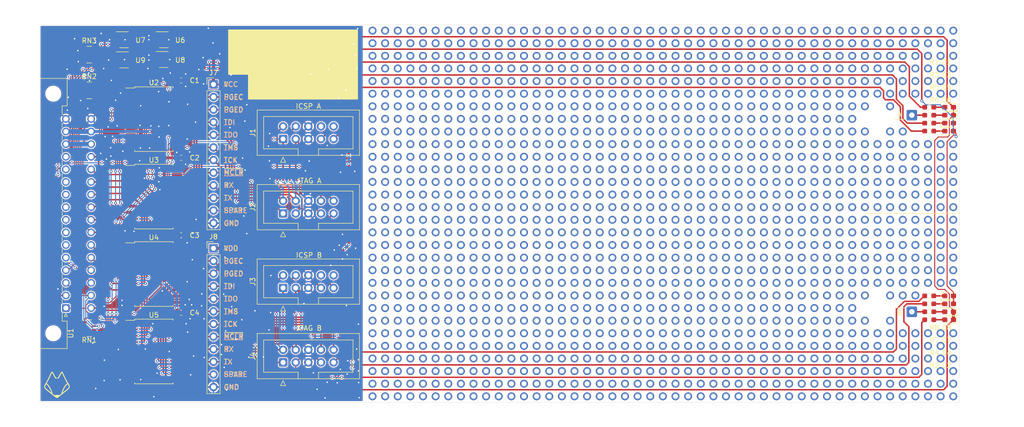
<source format=kicad_pcb>
(kicad_pcb (version 20171130) (host pcbnew 5.99.0+really5.1.10+dfsg1-1)
  (layers (0 F.Cu signal) (31 B.Cu signal) (34 B.Paste user) (35 F.Paste user) (36 B.SilkS user) (37 F.SilkS user) (38 B.Mask user) (39 F.Mask user) (44 Edge.Cuts user))
  (net 0 "")
  (net 1 +5V)
  (net 2 +3V3)
  (net 3 GND)
  (net 4 /A_TARGET_RX)
  (net 5 /A_TARGET_TX)
  (net 6 /A_PGEC)
  (net 7 /A_PGED)
  (net 8 VCC)
  (net 9 /A_~MCLR)
  (net 10 /A_TDI)
  (net 11 /A_TDO)
  (net 12 /A_TCK)
  (net 13 /A_TMS)
  (net 14 /B_TARGET_RX)
  (net 15 /B_TARGET_TX)
  (net 16 /B_PGEC)
  (net 17 /B_PGED)
  (net 18 VDD)
  (net 19 /B_~MCLR)
  (net 20 /B_TDI)
  (net 21 /B_TDO)
  (net 22 /B_TCK)
  (net 23 /B_TMS)
  (net 24 /EN_JTAG_B)
  (net 25 /EN_ICSP_B)
  (net 26 /EN_ICSP_A)
  (net 27 /EN_JTAG_A)
  (net 28 /UNUSED_B_2)
  (net 29 /UNUSED_B_1)
  (net 30 /UNUSED_A_1)
  (net 31 /UNUSED_A_2)
  (net 32 /EN_PWR_A)
  (net 33 /EN_PWR_B)
  (net 34 /SPARE_B)
  (net 35 /SPARE_A)
  (net 36 /TARGET_TX)
  (net 37 /TARGET_RX)
  (net 38 /PGED)
  (net 39 /PGEC)
  (net 40 /~MCLR)
  (net 41 /TCK)
  (net 42 /TMS)
  (net 43 /TDO)
  (net 44 /TDI)
  (net 45 /A_SPARE_A)
  (net 46 /B_SPARE_B)
  (net 47 "Net-(D1-Pad2)")
  (net 48 "Net-(D2-Pad2)")
  (net 49 "Net-(D3-Pad2)")
  (net 50 "Net-(D4-Pad2)")
  (net 51 "Net-(D5-Pad1)")
  (net 52 "Net-(D6-Pad1)")
  (net 53 "Net-(D7-Pad1)")
  (net 54 "Net-(D8-Pad1)")
  (net 55 "Net-(J5-Pad1)")
  (net 56 "Net-(J6-Pad1)")
  (module Kicad_Library:ThroughHoleSingleSide_1mm_1.6mm (layer B.Cu) (at 208.59 76.73)
    (fp_text reference H3 hide)
    (fp_text value MountingHole_Pad hide)
    (pad 1 thru_hole circle (at 0 0) (size 1.6 1.6) (drill 1) (layers B.Cu B.Mask))
  )
  (module Kicad_Library:ThroughHoleSingleSide_1mm_1.6mm (layer B.Cu) (at 208.59 74.19)
    (fp_text reference H3 hide)
    (fp_text value MountingHole_Pad hide)
    (pad 1 thru_hole circle (at 0 0) (size 1.6 1.6) (drill 1) (layers B.Cu B.Mask))
  )
  (module Kicad_Library:ThroughHoleSingleSide_1mm_1.6mm (layer B.Cu) (at 211.13 76.73)
    (fp_text reference H3 hide)
    (fp_text value MountingHole_Pad hide)
    (pad 1 thru_hole circle (at 0 0) (size 1.6 1.6) (drill 1) (layers B.Cu B.Mask))
  )
  (module Kicad_Library:ThroughHoleSingleSide_1mm_1.6mm (layer B.Cu) (at 208.59 79.27)
    (fp_text reference H3 hide)
    (fp_text value MountingHole_Pad hide)
    (pad 1 thru_hole circle (at 0 0) (size 1.6 1.6) (drill 1) (layers B.Cu B.Mask))
  )
  (module Kicad_Library:ThroughHoleSingleSide_1mm_1.6mm (layer B.Cu) (at 206.05 76.73)
    (fp_text reference H3 hide)
    (fp_text value MountingHole_Pad hide)
    (pad 1 thru_hole circle (at 0 0) (size 1.6 1.6) (drill 1) (layers B.Cu B.Mask))
  )
  (module Kicad_Library:ThroughHoleSingleSide_1mm_1.6mm (layer B.Cu) (at 106.99 114.83)
    (fp_text reference H3 hide)
    (fp_text value MountingHole_Pad hide)
    (pad 1 thru_hole circle (at 0 0) (size 1.6 1.6) (drill 1) (layers B.Cu B.Mask))
  )
  (module Kicad_Library:ThroughHoleSingleSide_1mm_1.6mm (layer B.Cu) (at 109.53 114.83)
    (fp_text reference H3 hide)
    (fp_text value MountingHole_Pad hide)
    (pad 1 thru_hole circle (at 0 0) (size 1.6 1.6) (drill 1) (layers B.Cu B.Mask))
  )
  (module Kicad_Library:ThroughHoleSingleSide_1mm_1.6mm (layer B.Cu) (at 112.07 114.83)
    (fp_text reference H3 hide)
    (fp_text value MountingHole_Pad hide)
    (pad 1 thru_hole circle (at 0 0) (size 1.6 1.6) (drill 1) (layers B.Cu B.Mask))
  )
  (module Kicad_Library:ThroughHoleSingleSide_1mm_1.6mm (layer B.Cu) (at 114.61 114.83)
    (fp_text reference H3 hide)
    (fp_text value MountingHole_Pad hide)
    (pad 1 thru_hole circle (at 0 0) (size 1.6 1.6) (drill 1) (layers B.Cu B.Mask))
  )
  (module Kicad_Library:ThroughHoleSingleSide_1mm_1.6mm (layer B.Cu) (at 117.15 114.83)
    (fp_text reference H3 hide)
    (fp_text value MountingHole_Pad hide)
    (pad 1 thru_hole circle (at 0 0) (size 1.6 1.6) (drill 1) (layers B.Cu B.Mask))
  )
  (module Kicad_Library:ThroughHoleSingleSide_1mm_1.6mm (layer B.Cu) (at 119.69 114.83)
    (fp_text reference H3 hide)
    (fp_text value MountingHole_Pad hide)
    (pad 1 thru_hole circle (at 0 0) (size 1.6 1.6) (drill 1) (layers B.Cu B.Mask))
  )
  (module Kicad_Library:ThroughHoleSingleSide_1mm_1.6mm (layer B.Cu) (at 122.23 114.83)
    (fp_text reference H3 hide)
    (fp_text value MountingHole_Pad hide)
    (pad 1 thru_hole circle (at 0 0) (size 1.6 1.6) (drill 1) (layers B.Cu B.Mask))
  )
  (module Kicad_Library:ThroughHoleSingleSide_1mm_1.6mm (layer B.Cu) (at 124.77 114.83)
    (fp_text reference H3 hide)
    (fp_text value MountingHole_Pad hide)
    (pad 1 thru_hole circle (at 0 0) (size 1.6 1.6) (drill 1) (layers B.Cu B.Mask))
  )
  (module Kicad_Library:ThroughHoleSingleSide_1mm_1.6mm (layer B.Cu) (at 127.31 114.83)
    (fp_text reference H3 hide)
    (fp_text value MountingHole_Pad hide)
    (pad 1 thru_hole circle (at 0 0) (size 1.6 1.6) (drill 1) (layers B.Cu B.Mask))
  )
  (module Kicad_Library:ThroughHoleSingleSide_1mm_1.6mm (layer B.Cu) (at 129.85 114.83)
    (fp_text reference H3 hide)
    (fp_text value MountingHole_Pad hide)
    (pad 1 thru_hole circle (at 0 0) (size 1.6 1.6) (drill 1) (layers B.Cu B.Mask))
  )
  (module Kicad_Library:ThroughHoleSingleSide_1mm_1.6mm (layer B.Cu) (at 132.39 114.83)
    (fp_text reference H3 hide)
    (fp_text value MountingHole_Pad hide)
    (pad 1 thru_hole circle (at 0 0) (size 1.6 1.6) (drill 1) (layers B.Cu B.Mask))
  )
  (module Kicad_Library:ThroughHoleSingleSide_1mm_1.6mm (layer B.Cu) (at 134.93 114.83)
    (fp_text reference H3 hide)
    (fp_text value MountingHole_Pad hide)
    (pad 1 thru_hole circle (at 0 0) (size 1.6 1.6) (drill 1) (layers B.Cu B.Mask))
  )
  (module Kicad_Library:ThroughHoleSingleSide_1mm_1.6mm (layer B.Cu) (at 137.47 114.83)
    (fp_text reference H3 hide)
    (fp_text value MountingHole_Pad hide)
    (pad 1 thru_hole circle (at 0 0) (size 1.6 1.6) (drill 1) (layers B.Cu B.Mask))
  )
  (module Kicad_Library:ThroughHoleSingleSide_1mm_1.6mm (layer B.Cu) (at 140.01 114.83)
    (fp_text reference H3 hide)
    (fp_text value MountingHole_Pad hide)
    (pad 1 thru_hole circle (at 0 0) (size 1.6 1.6) (drill 1) (layers B.Cu B.Mask))
  )
  (module Kicad_Library:ThroughHoleSingleSide_1mm_1.6mm (layer B.Cu) (at 142.55 114.83)
    (fp_text reference H3 hide)
    (fp_text value MountingHole_Pad hide)
    (pad 1 thru_hole circle (at 0 0) (size 1.6 1.6) (drill 1) (layers B.Cu B.Mask))
  )
  (module Kicad_Library:ThroughHoleSingleSide_1mm_1.6mm (layer B.Cu) (at 145.09 114.83)
    (fp_text reference H3 hide)
    (fp_text value MountingHole_Pad hide)
    (pad 1 thru_hole circle (at 0 0) (size 1.6 1.6) (drill 1) (layers B.Cu B.Mask))
  )
  (module Kicad_Library:ThroughHoleSingleSide_1mm_1.6mm (layer B.Cu) (at 147.63 114.83)
    (fp_text reference H3 hide)
    (fp_text value MountingHole_Pad hide)
    (pad 1 thru_hole circle (at 0 0) (size 1.6 1.6) (drill 1) (layers B.Cu B.Mask))
  )
  (module Kicad_Library:ThroughHoleSingleSide_1mm_1.6mm (layer B.Cu) (at 150.17 114.83)
    (fp_text reference H3 hide)
    (fp_text value MountingHole_Pad hide)
    (pad 1 thru_hole circle (at 0 0) (size 1.6 1.6) (drill 1) (layers B.Cu B.Mask))
  )
  (module Kicad_Library:ThroughHoleSingleSide_1mm_1.6mm (layer B.Cu) (at 152.71 114.83)
    (fp_text reference H3 hide)
    (fp_text value MountingHole_Pad hide)
    (pad 1 thru_hole circle (at 0 0) (size 1.6 1.6) (drill 1) (layers B.Cu B.Mask))
  )
  (module Kicad_Library:ThroughHoleSingleSide_1mm_1.6mm (layer B.Cu) (at 155.25 114.83)
    (fp_text reference H3 hide)
    (fp_text value MountingHole_Pad hide)
    (pad 1 thru_hole circle (at 0 0) (size 1.6 1.6) (drill 1) (layers B.Cu B.Mask))
  )
  (module Kicad_Library:ThroughHoleSingleSide_1mm_1.6mm (layer B.Cu) (at 157.79 114.83)
    (fp_text reference H3 hide)
    (fp_text value MountingHole_Pad hide)
    (pad 1 thru_hole circle (at 0 0) (size 1.6 1.6) (drill 1) (layers B.Cu B.Mask))
  )
  (module Kicad_Library:ThroughHoleSingleSide_1mm_1.6mm (layer B.Cu) (at 160.33 114.83)
    (fp_text reference H3 hide)
    (fp_text value MountingHole_Pad hide)
    (pad 1 thru_hole circle (at 0 0) (size 1.6 1.6) (drill 1) (layers B.Cu B.Mask))
  )
  (module Kicad_Library:ThroughHoleSingleSide_1mm_1.6mm (layer B.Cu) (at 162.87 114.83)
    (fp_text reference H3 hide)
    (fp_text value MountingHole_Pad hide)
    (pad 1 thru_hole circle (at 0 0) (size 1.6 1.6) (drill 1) (layers B.Cu B.Mask))
  )
  (module Kicad_Library:ThroughHoleSingleSide_1mm_1.6mm (layer B.Cu) (at 165.41 114.83)
    (fp_text reference H3 hide)
    (fp_text value MountingHole_Pad hide)
    (pad 1 thru_hole circle (at 0 0) (size 1.6 1.6) (drill 1) (layers B.Cu B.Mask))
  )
  (module Kicad_Library:ThroughHoleSingleSide_1mm_1.6mm (layer B.Cu) (at 167.95 114.83)
    (fp_text reference H3 hide)
    (fp_text value MountingHole_Pad hide)
    (pad 1 thru_hole circle (at 0 0) (size 1.6 1.6) (drill 1) (layers B.Cu B.Mask))
  )
  (module Kicad_Library:ThroughHoleSingleSide_1mm_1.6mm (layer B.Cu) (at 170.49 114.83)
    (fp_text reference H3 hide)
    (fp_text value MountingHole_Pad hide)
    (pad 1 thru_hole circle (at 0 0) (size 1.6 1.6) (drill 1) (layers B.Cu B.Mask))
  )
  (module Kicad_Library:ThroughHoleSingleSide_1mm_1.6mm (layer B.Cu) (at 173.03 114.83)
    (fp_text reference H3 hide)
    (fp_text value MountingHole_Pad hide)
    (pad 1 thru_hole circle (at 0 0) (size 1.6 1.6) (drill 1) (layers B.Cu B.Mask))
  )
  (module Kicad_Library:ThroughHoleSingleSide_1mm_1.6mm (layer B.Cu) (at 175.57 114.83)
    (fp_text reference H3 hide)
    (fp_text value MountingHole_Pad hide)
    (pad 1 thru_hole circle (at 0 0) (size 1.6 1.6) (drill 1) (layers B.Cu B.Mask))
  )
  (module Kicad_Library:ThroughHoleSingleSide_1mm_1.6mm (layer B.Cu) (at 178.11 114.83)
    (fp_text reference H3 hide)
    (fp_text value MountingHole_Pad hide)
    (pad 1 thru_hole circle (at 0 0) (size 1.6 1.6) (drill 1) (layers B.Cu B.Mask))
  )
  (module Kicad_Library:ThroughHoleSingleSide_1mm_1.6mm (layer B.Cu) (at 180.65 114.83)
    (fp_text reference H3 hide)
    (fp_text value MountingHole_Pad hide)
    (pad 1 thru_hole circle (at 0 0) (size 1.6 1.6) (drill 1) (layers B.Cu B.Mask))
  )
  (module Kicad_Library:ThroughHoleSingleSide_1mm_1.6mm (layer B.Cu) (at 183.19 114.83)
    (fp_text reference H3 hide)
    (fp_text value MountingHole_Pad hide)
    (pad 1 thru_hole circle (at 0 0) (size 1.6 1.6) (drill 1) (layers B.Cu B.Mask))
  )
  (module Kicad_Library:ThroughHoleSingleSide_1mm_1.6mm (layer B.Cu) (at 185.73 114.83)
    (fp_text reference H3 hide)
    (fp_text value MountingHole_Pad hide)
    (pad 1 thru_hole circle (at 0 0) (size 1.6 1.6) (drill 1) (layers B.Cu B.Mask))
  )
  (module Kicad_Library:ThroughHoleSingleSide_1mm_1.6mm (layer B.Cu) (at 188.27 114.83)
    (fp_text reference H3 hide)
    (fp_text value MountingHole_Pad hide)
    (pad 1 thru_hole circle (at 0 0) (size 1.6 1.6) (drill 1) (layers B.Cu B.Mask))
  )
  (module Kicad_Library:ThroughHoleSingleSide_1mm_1.6mm (layer B.Cu) (at 190.81 114.83)
    (fp_text reference H3 hide)
    (fp_text value MountingHole_Pad hide)
    (pad 1 thru_hole circle (at 0 0) (size 1.6 1.6) (drill 1) (layers B.Cu B.Mask))
  )
  (module Kicad_Library:ThroughHoleSingleSide_1mm_1.6mm (layer B.Cu) (at 193.35 114.83)
    (fp_text reference H3 hide)
    (fp_text value MountingHole_Pad hide)
    (pad 1 thru_hole circle (at 0 0) (size 1.6 1.6) (drill 1) (layers B.Cu B.Mask))
  )
  (module Kicad_Library:ThroughHoleSingleSide_1mm_1.6mm (layer B.Cu) (at 195.89 114.83)
    (fp_text reference H3 hide)
    (fp_text value MountingHole_Pad hide)
    (pad 1 thru_hole circle (at 0 0) (size 1.6 1.6) (drill 1) (layers B.Cu B.Mask))
  )
  (module Kicad_Library:ThroughHoleSingleSide_1mm_1.6mm (layer B.Cu) (at 198.43 114.83)
    (fp_text reference H3 hide)
    (fp_text value MountingHole_Pad hide)
    (pad 1 thru_hole circle (at 0 0) (size 1.6 1.6) (drill 1) (layers B.Cu B.Mask))
  )
  (module Kicad_Library:ThroughHoleSingleSide_1mm_1.6mm (layer B.Cu) (at 200.97 114.83)
    (fp_text reference H3 hide)
    (fp_text value MountingHole_Pad hide)
    (pad 1 thru_hole circle (at 0 0) (size 1.6 1.6) (drill 1) (layers B.Cu B.Mask))
  )
  (module Kicad_Library:ThroughHoleSingleSide_1mm_1.6mm (layer B.Cu) (at 203.51 114.83)
    (fp_text reference H3 hide)
    (fp_text value MountingHole_Pad hide)
    (pad 1 thru_hole circle (at 0 0) (size 1.6 1.6) (drill 1) (layers B.Cu B.Mask))
  )
  (module Kicad_Library:ThroughHoleSingleSide_1mm_1.6mm (layer B.Cu) (at 206.05 114.83)
    (fp_text reference H3 hide)
    (fp_text value MountingHole_Pad hide)
    (pad 1 thru_hole circle (at 0 0) (size 1.6 1.6) (drill 1) (layers B.Cu B.Mask))
  )
  (module Kicad_Library:ThroughHoleSingleSide_1mm_1.6mm (layer B.Cu) (at 208.59 114.83)
    (fp_text reference H3 hide)
    (fp_text value MountingHole_Pad hide)
    (pad 1 thru_hole circle (at 0 0) (size 1.6 1.6) (drill 1) (layers B.Cu B.Mask))
  )
  (module Kicad_Library:ThroughHoleSingleSide_1mm_1.6mm (layer B.Cu) (at 211.13 114.83)
    (fp_text reference H3 hide)
    (fp_text value MountingHole_Pad hide)
    (pad 1 thru_hole circle (at 0 0) (size 1.6 1.6) (drill 1) (layers B.Cu B.Mask))
  )
  (module Kicad_Library:ThroughHoleSingleSide_1mm_1.6mm (layer B.Cu) (at 213.67 114.83)
    (fp_text reference H3 hide)
    (fp_text value MountingHole_Pad hide)
    (pad 1 thru_hole circle (at 0 0) (size 1.6 1.6) (drill 1) (layers B.Cu B.Mask))
  )
  (module Kicad_Library:ThroughHoleSingleSide_1mm_1.6mm (layer B.Cu) (at 216.21 114.83)
    (fp_text reference H3 hide)
    (fp_text value MountingHole_Pad hide)
    (pad 1 thru_hole circle (at 0 0) (size 1.6 1.6) (drill 1) (layers B.Cu B.Mask))
  )
  (module Kicad_Library:ThroughHoleSingleSide_1mm_1.6mm (layer B.Cu) (at 218.75 114.83)
    (fp_text reference H3 hide)
    (fp_text value MountingHole_Pad hide)
    (pad 1 thru_hole circle (at 0 0) (size 1.6 1.6) (drill 1) (layers B.Cu B.Mask))
  )
  (module Kicad_Library:ThroughHoleSingleSide_1mm_1.6mm (layer B.Cu) (at 221.29 114.83)
    (fp_text reference H3 hide)
    (fp_text value MountingHole_Pad hide)
    (pad 1 thru_hole circle (at 0 0) (size 1.6 1.6) (drill 1) (layers B.Cu B.Mask))
  )
  (module Kicad_Library:ThroughHoleSingleSide_1mm_1.6mm (layer B.Cu) (at 223.83 114.83)
    (fp_text reference H3 hide)
    (fp_text value MountingHole_Pad hide)
    (pad 1 thru_hole circle (at 0 0) (size 1.6 1.6) (drill 1) (layers B.Cu B.Mask))
  )
  (module Kicad_Library:ThroughHoleSingleSide_1mm_1.6mm (layer B.Cu) (at 106.99 112.29)
    (fp_text reference H3 hide)
    (fp_text value MountingHole_Pad hide)
    (pad 1 thru_hole circle (at 0 0) (size 1.6 1.6) (drill 1) (layers B.Cu B.Mask))
  )
  (module Kicad_Library:ThroughHoleSingleSide_1mm_1.6mm (layer B.Cu) (at 109.53 112.29)
    (fp_text reference H3 hide)
    (fp_text value MountingHole_Pad hide)
    (pad 1 thru_hole circle (at 0 0) (size 1.6 1.6) (drill 1) (layers B.Cu B.Mask))
  )
  (module Kicad_Library:ThroughHoleSingleSide_1mm_1.6mm (layer B.Cu) (at 112.07 112.29)
    (fp_text reference H3 hide)
    (fp_text value MountingHole_Pad hide)
    (pad 1 thru_hole circle (at 0 0) (size 1.6 1.6) (drill 1) (layers B.Cu B.Mask))
  )
  (module Kicad_Library:ThroughHoleSingleSide_1mm_1.6mm (layer B.Cu) (at 114.61 112.29)
    (fp_text reference H3 hide)
    (fp_text value MountingHole_Pad hide)
    (pad 1 thru_hole circle (at 0 0) (size 1.6 1.6) (drill 1) (layers B.Cu B.Mask))
  )
  (module Kicad_Library:ThroughHoleSingleSide_1mm_1.6mm (layer B.Cu) (at 117.15 112.29)
    (fp_text reference H3 hide)
    (fp_text value MountingHole_Pad hide)
    (pad 1 thru_hole circle (at 0 0) (size 1.6 1.6) (drill 1) (layers B.Cu B.Mask))
  )
  (module Kicad_Library:ThroughHoleSingleSide_1mm_1.6mm (layer B.Cu) (at 119.69 112.29)
    (fp_text reference H3 hide)
    (fp_text value MountingHole_Pad hide)
    (pad 1 thru_hole circle (at 0 0) (size 1.6 1.6) (drill 1) (layers B.Cu B.Mask))
  )
  (module Kicad_Library:ThroughHoleSingleSide_1mm_1.6mm (layer B.Cu) (at 122.23 112.29)
    (fp_text reference H3 hide)
    (fp_text value MountingHole_Pad hide)
    (pad 1 thru_hole circle (at 0 0) (size 1.6 1.6) (drill 1) (layers B.Cu B.Mask))
  )
  (module Kicad_Library:ThroughHoleSingleSide_1mm_1.6mm (layer B.Cu) (at 124.77 112.29)
    (fp_text reference H3 hide)
    (fp_text value MountingHole_Pad hide)
    (pad 1 thru_hole circle (at 0 0) (size 1.6 1.6) (drill 1) (layers B.Cu B.Mask))
  )
  (module Kicad_Library:ThroughHoleSingleSide_1mm_1.6mm (layer B.Cu) (at 127.31 112.29)
    (fp_text reference H3 hide)
    (fp_text value MountingHole_Pad hide)
    (pad 1 thru_hole circle (at 0 0) (size 1.6 1.6) (drill 1) (layers B.Cu B.Mask))
  )
  (module Kicad_Library:ThroughHoleSingleSide_1mm_1.6mm (layer B.Cu) (at 129.85 112.29)
    (fp_text reference H3 hide)
    (fp_text value MountingHole_Pad hide)
    (pad 1 thru_hole circle (at 0 0) (size 1.6 1.6) (drill 1) (layers B.Cu B.Mask))
  )
  (module Kicad_Library:ThroughHoleSingleSide_1mm_1.6mm (layer B.Cu) (at 132.39 112.29)
    (fp_text reference H3 hide)
    (fp_text value MountingHole_Pad hide)
    (pad 1 thru_hole circle (at 0 0) (size 1.6 1.6) (drill 1) (layers B.Cu B.Mask))
  )
  (module Kicad_Library:ThroughHoleSingleSide_1mm_1.6mm (layer B.Cu) (at 134.93 112.29)
    (fp_text reference H3 hide)
    (fp_text value MountingHole_Pad hide)
    (pad 1 thru_hole circle (at 0 0) (size 1.6 1.6) (drill 1) (layers B.Cu B.Mask))
  )
  (module Kicad_Library:ThroughHoleSingleSide_1mm_1.6mm (layer B.Cu) (at 137.47 112.29)
    (fp_text reference H3 hide)
    (fp_text value MountingHole_Pad hide)
    (pad 1 thru_hole circle (at 0 0) (size 1.6 1.6) (drill 1) (layers B.Cu B.Mask))
  )
  (module Kicad_Library:ThroughHoleSingleSide_1mm_1.6mm (layer B.Cu) (at 140.01 112.29)
    (fp_text reference H3 hide)
    (fp_text value MountingHole_Pad hide)
    (pad 1 thru_hole circle (at 0 0) (size 1.6 1.6) (drill 1) (layers B.Cu B.Mask))
  )
  (module Kicad_Library:ThroughHoleSingleSide_1mm_1.6mm (layer B.Cu) (at 142.55 112.29)
    (fp_text reference H3 hide)
    (fp_text value MountingHole_Pad hide)
    (pad 1 thru_hole circle (at 0 0) (size 1.6 1.6) (drill 1) (layers B.Cu B.Mask))
  )
  (module Kicad_Library:ThroughHoleSingleSide_1mm_1.6mm (layer B.Cu) (at 145.09 112.29)
    (fp_text reference H3 hide)
    (fp_text value MountingHole_Pad hide)
    (pad 1 thru_hole circle (at 0 0) (size 1.6 1.6) (drill 1) (layers B.Cu B.Mask))
  )
  (module Kicad_Library:ThroughHoleSingleSide_1mm_1.6mm (layer B.Cu) (at 147.63 112.29)
    (fp_text reference H3 hide)
    (fp_text value MountingHole_Pad hide)
    (pad 1 thru_hole circle (at 0 0) (size 1.6 1.6) (drill 1) (layers B.Cu B.Mask))
  )
  (module Kicad_Library:ThroughHoleSingleSide_1mm_1.6mm (layer B.Cu) (at 150.17 112.29)
    (fp_text reference H3 hide)
    (fp_text value MountingHole_Pad hide)
    (pad 1 thru_hole circle (at 0 0) (size 1.6 1.6) (drill 1) (layers B.Cu B.Mask))
  )
  (module Kicad_Library:ThroughHoleSingleSide_1mm_1.6mm (layer B.Cu) (at 152.71 112.29)
    (fp_text reference H3 hide)
    (fp_text value MountingHole_Pad hide)
    (pad 1 thru_hole circle (at 0 0) (size 1.6 1.6) (drill 1) (layers B.Cu B.Mask))
  )
  (module Kicad_Library:ThroughHoleSingleSide_1mm_1.6mm (layer B.Cu) (at 155.25 112.29)
    (fp_text reference H3 hide)
    (fp_text value MountingHole_Pad hide)
    (pad 1 thru_hole circle (at 0 0) (size 1.6 1.6) (drill 1) (layers B.Cu B.Mask))
  )
  (module Kicad_Library:ThroughHoleSingleSide_1mm_1.6mm (layer B.Cu) (at 157.79 112.29)
    (fp_text reference H3 hide)
    (fp_text value MountingHole_Pad hide)
    (pad 1 thru_hole circle (at 0 0) (size 1.6 1.6) (drill 1) (layers B.Cu B.Mask))
  )
  (module Kicad_Library:ThroughHoleSingleSide_1mm_1.6mm (layer B.Cu) (at 160.33 112.29)
    (fp_text reference H3 hide)
    (fp_text value MountingHole_Pad hide)
    (pad 1 thru_hole circle (at 0 0) (size 1.6 1.6) (drill 1) (layers B.Cu B.Mask))
  )
  (module Kicad_Library:ThroughHoleSingleSide_1mm_1.6mm (layer B.Cu) (at 162.87 112.29)
    (fp_text reference H3 hide)
    (fp_text value MountingHole_Pad hide)
    (pad 1 thru_hole circle (at 0 0) (size 1.6 1.6) (drill 1) (layers B.Cu B.Mask))
  )
  (module Kicad_Library:ThroughHoleSingleSide_1mm_1.6mm (layer B.Cu) (at 165.41 112.29)
    (fp_text reference H3 hide)
    (fp_text value MountingHole_Pad hide)
    (pad 1 thru_hole circle (at 0 0) (size 1.6 1.6) (drill 1) (layers B.Cu B.Mask))
  )
  (module Kicad_Library:ThroughHoleSingleSide_1mm_1.6mm (layer B.Cu) (at 167.95 112.29)
    (fp_text reference H3 hide)
    (fp_text value MountingHole_Pad hide)
    (pad 1 thru_hole circle (at 0 0) (size 1.6 1.6) (drill 1) (layers B.Cu B.Mask))
  )
  (module Kicad_Library:ThroughHoleSingleSide_1mm_1.6mm (layer B.Cu) (at 170.49 112.29)
    (fp_text reference H3 hide)
    (fp_text value MountingHole_Pad hide)
    (pad 1 thru_hole circle (at 0 0) (size 1.6 1.6) (drill 1) (layers B.Cu B.Mask))
  )
  (module Kicad_Library:ThroughHoleSingleSide_1mm_1.6mm (layer B.Cu) (at 173.03 112.29)
    (fp_text reference H3 hide)
    (fp_text value MountingHole_Pad hide)
    (pad 1 thru_hole circle (at 0 0) (size 1.6 1.6) (drill 1) (layers B.Cu B.Mask))
  )
  (module Kicad_Library:ThroughHoleSingleSide_1mm_1.6mm (layer B.Cu) (at 175.57 112.29)
    (fp_text reference H3 hide)
    (fp_text value MountingHole_Pad hide)
    (pad 1 thru_hole circle (at 0 0) (size 1.6 1.6) (drill 1) (layers B.Cu B.Mask))
  )
  (module Kicad_Library:ThroughHoleSingleSide_1mm_1.6mm (layer B.Cu) (at 178.11 112.29)
    (fp_text reference H3 hide)
    (fp_text value MountingHole_Pad hide)
    (pad 1 thru_hole circle (at 0 0) (size 1.6 1.6) (drill 1) (layers B.Cu B.Mask))
  )
  (module Kicad_Library:ThroughHoleSingleSide_1mm_1.6mm (layer B.Cu) (at 180.65 112.29)
    (fp_text reference H3 hide)
    (fp_text value MountingHole_Pad hide)
    (pad 1 thru_hole circle (at 0 0) (size 1.6 1.6) (drill 1) (layers B.Cu B.Mask))
  )
  (module Kicad_Library:ThroughHoleSingleSide_1mm_1.6mm (layer B.Cu) (at 183.19 112.29)
    (fp_text reference H3 hide)
    (fp_text value MountingHole_Pad hide)
    (pad 1 thru_hole circle (at 0 0) (size 1.6 1.6) (drill 1) (layers B.Cu B.Mask))
  )
  (module Kicad_Library:ThroughHoleSingleSide_1mm_1.6mm (layer B.Cu) (at 185.73 112.29)
    (fp_text reference H3 hide)
    (fp_text value MountingHole_Pad hide)
    (pad 1 thru_hole circle (at 0 0) (size 1.6 1.6) (drill 1) (layers B.Cu B.Mask))
  )
  (module Kicad_Library:ThroughHoleSingleSide_1mm_1.6mm (layer B.Cu) (at 188.27 112.29)
    (fp_text reference H3 hide)
    (fp_text value MountingHole_Pad hide)
    (pad 1 thru_hole circle (at 0 0) (size 1.6 1.6) (drill 1) (layers B.Cu B.Mask))
  )
  (module Kicad_Library:ThroughHoleSingleSide_1mm_1.6mm (layer B.Cu) (at 190.81 112.29)
    (fp_text reference H3 hide)
    (fp_text value MountingHole_Pad hide)
    (pad 1 thru_hole circle (at 0 0) (size 1.6 1.6) (drill 1) (layers B.Cu B.Mask))
  )
  (module Kicad_Library:ThroughHoleSingleSide_1mm_1.6mm (layer B.Cu) (at 193.35 112.29)
    (fp_text reference H3 hide)
    (fp_text value MountingHole_Pad hide)
    (pad 1 thru_hole circle (at 0 0) (size 1.6 1.6) (drill 1) (layers B.Cu B.Mask))
  )
  (module Kicad_Library:ThroughHoleSingleSide_1mm_1.6mm (layer B.Cu) (at 195.89 112.29)
    (fp_text reference H3 hide)
    (fp_text value MountingHole_Pad hide)
    (pad 1 thru_hole circle (at 0 0) (size 1.6 1.6) (drill 1) (layers B.Cu B.Mask))
  )
  (module Kicad_Library:ThroughHoleSingleSide_1mm_1.6mm (layer B.Cu) (at 198.43 112.29)
    (fp_text reference H3 hide)
    (fp_text value MountingHole_Pad hide)
    (pad 1 thru_hole circle (at 0 0) (size 1.6 1.6) (drill 1) (layers B.Cu B.Mask))
  )
  (module Kicad_Library:ThroughHoleSingleSide_1mm_1.6mm (layer B.Cu) (at 200.97 112.29)
    (fp_text reference H3 hide)
    (fp_text value MountingHole_Pad hide)
    (pad 1 thru_hole circle (at 0 0) (size 1.6 1.6) (drill 1) (layers B.Cu B.Mask))
  )
  (module Kicad_Library:ThroughHoleSingleSide_1mm_1.6mm (layer B.Cu) (at 203.51 112.29)
    (fp_text reference H3 hide)
    (fp_text value MountingHole_Pad hide)
    (pad 1 thru_hole circle (at 0 0) (size 1.6 1.6) (drill 1) (layers B.Cu B.Mask))
  )
  (module Kicad_Library:ThroughHoleSingleSide_1mm_1.6mm (layer B.Cu) (at 206.05 112.29)
    (fp_text reference H3 hide)
    (fp_text value MountingHole_Pad hide)
    (pad 1 thru_hole circle (at 0 0) (size 1.6 1.6) (drill 1) (layers B.Cu B.Mask))
  )
  (module Kicad_Library:ThroughHoleSingleSide_1mm_1.6mm (layer B.Cu) (at 208.59 112.29)
    (fp_text reference H3 hide)
    (fp_text value MountingHole_Pad hide)
    (pad 1 thru_hole circle (at 0 0) (size 1.6 1.6) (drill 1) (layers B.Cu B.Mask))
  )
  (module Kicad_Library:ThroughHoleSingleSide_1mm_1.6mm (layer B.Cu) (at 211.13 112.29)
    (fp_text reference H3 hide)
    (fp_text value MountingHole_Pad hide)
    (pad 1 thru_hole circle (at 0 0) (size 1.6 1.6) (drill 1) (layers B.Cu B.Mask))
  )
  (module Kicad_Library:ThroughHoleSingleSide_1mm_1.6mm (layer B.Cu) (at 213.67 112.29)
    (fp_text reference H3 hide)
    (fp_text value MountingHole_Pad hide)
    (pad 1 thru_hole circle (at 0 0) (size 1.6 1.6) (drill 1) (layers B.Cu B.Mask))
  )
  (module Kicad_Library:ThroughHoleSingleSide_1mm_1.6mm (layer B.Cu) (at 216.21 112.29)
    (fp_text reference H3 hide)
    (fp_text value MountingHole_Pad hide)
    (pad 1 thru_hole circle (at 0 0) (size 1.6 1.6) (drill 1) (layers B.Cu B.Mask))
  )
  (module Kicad_Library:ThroughHoleSingleSide_1mm_1.6mm (layer B.Cu) (at 218.75 112.29)
    (fp_text reference H3 hide)
    (fp_text value MountingHole_Pad hide)
    (pad 1 thru_hole circle (at 0 0) (size 1.6 1.6) (drill 1) (layers B.Cu B.Mask))
  )
  (module Kicad_Library:ThroughHoleSingleSide_1mm_1.6mm (layer B.Cu) (at 221.29 112.29)
    (fp_text reference H3 hide)
    (fp_text value MountingHole_Pad hide)
    (pad 1 thru_hole circle (at 0 0) (size 1.6 1.6) (drill 1) (layers B.Cu B.Mask))
  )
  (module Kicad_Library:ThroughHoleSingleSide_1mm_1.6mm (layer B.Cu) (at 223.83 112.29)
    (fp_text reference H3 hide)
    (fp_text value MountingHole_Pad hide)
    (pad 1 thru_hole circle (at 0 0) (size 1.6 1.6) (drill 1) (layers B.Cu B.Mask))
  )
  (module Kicad_Library:ThroughHoleSingleSide_1mm_1.6mm (layer B.Cu) (at 106.99 109.75)
    (fp_text reference H3 hide)
    (fp_text value MountingHole_Pad hide)
    (pad 1 thru_hole circle (at 0 0) (size 1.6 1.6) (drill 1) (layers B.Cu B.Mask))
  )
  (module Kicad_Library:ThroughHoleSingleSide_1mm_1.6mm (layer B.Cu) (at 109.53 109.75)
    (fp_text reference H3 hide)
    (fp_text value MountingHole_Pad hide)
    (pad 1 thru_hole circle (at 0 0) (size 1.6 1.6) (drill 1) (layers B.Cu B.Mask))
  )
  (module Kicad_Library:ThroughHoleSingleSide_1mm_1.6mm (layer B.Cu) (at 112.07 109.75)
    (fp_text reference H3 hide)
    (fp_text value MountingHole_Pad hide)
    (pad 1 thru_hole circle (at 0 0) (size 1.6 1.6) (drill 1) (layers B.Cu B.Mask))
  )
  (module Kicad_Library:ThroughHoleSingleSide_1mm_1.6mm (layer B.Cu) (at 114.61 109.75)
    (fp_text reference H3 hide)
    (fp_text value MountingHole_Pad hide)
    (pad 1 thru_hole circle (at 0 0) (size 1.6 1.6) (drill 1) (layers B.Cu B.Mask))
  )
  (module Kicad_Library:ThroughHoleSingleSide_1mm_1.6mm (layer B.Cu) (at 117.15 109.75)
    (fp_text reference H3 hide)
    (fp_text value MountingHole_Pad hide)
    (pad 1 thru_hole circle (at 0 0) (size 1.6 1.6) (drill 1) (layers B.Cu B.Mask))
  )
  (module Kicad_Library:ThroughHoleSingleSide_1mm_1.6mm (layer B.Cu) (at 119.69 109.75)
    (fp_text reference H3 hide)
    (fp_text value MountingHole_Pad hide)
    (pad 1 thru_hole circle (at 0 0) (size 1.6 1.6) (drill 1) (layers B.Cu B.Mask))
  )
  (module Kicad_Library:ThroughHoleSingleSide_1mm_1.6mm (layer B.Cu) (at 122.23 109.75)
    (fp_text reference H3 hide)
    (fp_text value MountingHole_Pad hide)
    (pad 1 thru_hole circle (at 0 0) (size 1.6 1.6) (drill 1) (layers B.Cu B.Mask))
  )
  (module Kicad_Library:ThroughHoleSingleSide_1mm_1.6mm (layer B.Cu) (at 124.77 109.75)
    (fp_text reference H3 hide)
    (fp_text value MountingHole_Pad hide)
    (pad 1 thru_hole circle (at 0 0) (size 1.6 1.6) (drill 1) (layers B.Cu B.Mask))
  )
  (module Kicad_Library:ThroughHoleSingleSide_1mm_1.6mm (layer B.Cu) (at 127.31 109.75)
    (fp_text reference H3 hide)
    (fp_text value MountingHole_Pad hide)
    (pad 1 thru_hole circle (at 0 0) (size 1.6 1.6) (drill 1) (layers B.Cu B.Mask))
  )
  (module Kicad_Library:ThroughHoleSingleSide_1mm_1.6mm (layer B.Cu) (at 129.85 109.75)
    (fp_text reference H3 hide)
    (fp_text value MountingHole_Pad hide)
    (pad 1 thru_hole circle (at 0 0) (size 1.6 1.6) (drill 1) (layers B.Cu B.Mask))
  )
  (module Kicad_Library:ThroughHoleSingleSide_1mm_1.6mm (layer B.Cu) (at 132.39 109.75)
    (fp_text reference H3 hide)
    (fp_text value MountingHole_Pad hide)
    (pad 1 thru_hole circle (at 0 0) (size 1.6 1.6) (drill 1) (layers B.Cu B.Mask))
  )
  (module Kicad_Library:ThroughHoleSingleSide_1mm_1.6mm (layer B.Cu) (at 134.93 109.75)
    (fp_text reference H3 hide)
    (fp_text value MountingHole_Pad hide)
    (pad 1 thru_hole circle (at 0 0) (size 1.6 1.6) (drill 1) (layers B.Cu B.Mask))
  )
  (module Kicad_Library:ThroughHoleSingleSide_1mm_1.6mm (layer B.Cu) (at 137.47 109.75)
    (fp_text reference H3 hide)
    (fp_text value MountingHole_Pad hide)
    (pad 1 thru_hole circle (at 0 0) (size 1.6 1.6) (drill 1) (layers B.Cu B.Mask))
  )
  (module Kicad_Library:ThroughHoleSingleSide_1mm_1.6mm (layer B.Cu) (at 140.01 109.75)
    (fp_text reference H3 hide)
    (fp_text value MountingHole_Pad hide)
    (pad 1 thru_hole circle (at 0 0) (size 1.6 1.6) (drill 1) (layers B.Cu B.Mask))
  )
  (module Kicad_Library:ThroughHoleSingleSide_1mm_1.6mm (layer B.Cu) (at 142.55 109.75)
    (fp_text reference H3 hide)
    (fp_text value MountingHole_Pad hide)
    (pad 1 thru_hole circle (at 0 0) (size 1.6 1.6) (drill 1) (layers B.Cu B.Mask))
  )
  (module Kicad_Library:ThroughHoleSingleSide_1mm_1.6mm (layer B.Cu) (at 145.09 109.75)
    (fp_text reference H3 hide)
    (fp_text value MountingHole_Pad hide)
    (pad 1 thru_hole circle (at 0 0) (size 1.6 1.6) (drill 1) (layers B.Cu B.Mask))
  )
  (module Kicad_Library:ThroughHoleSingleSide_1mm_1.6mm (layer B.Cu) (at 147.63 109.75)
    (fp_text reference H3 hide)
    (fp_text value MountingHole_Pad hide)
    (pad 1 thru_hole circle (at 0 0) (size 1.6 1.6) (drill 1) (layers B.Cu B.Mask))
  )
  (module Kicad_Library:ThroughHoleSingleSide_1mm_1.6mm (layer B.Cu) (at 150.17 109.75)
    (fp_text reference H3 hide)
    (fp_text value MountingHole_Pad hide)
    (pad 1 thru_hole circle (at 0 0) (size 1.6 1.6) (drill 1) (layers B.Cu B.Mask))
  )
  (module Kicad_Library:ThroughHoleSingleSide_1mm_1.6mm (layer B.Cu) (at 152.71 109.75)
    (fp_text reference H3 hide)
    (fp_text value MountingHole_Pad hide)
    (pad 1 thru_hole circle (at 0 0) (size 1.6 1.6) (drill 1) (layers B.Cu B.Mask))
  )
  (module Kicad_Library:ThroughHoleSingleSide_1mm_1.6mm (layer B.Cu) (at 155.25 109.75)
    (fp_text reference H3 hide)
    (fp_text value MountingHole_Pad hide)
    (pad 1 thru_hole circle (at 0 0) (size 1.6 1.6) (drill 1) (layers B.Cu B.Mask))
  )
  (module Kicad_Library:ThroughHoleSingleSide_1mm_1.6mm (layer B.Cu) (at 157.79 109.75)
    (fp_text reference H3 hide)
    (fp_text value MountingHole_Pad hide)
    (pad 1 thru_hole circle (at 0 0) (size 1.6 1.6) (drill 1) (layers B.Cu B.Mask))
  )
  (module Kicad_Library:ThroughHoleSingleSide_1mm_1.6mm (layer B.Cu) (at 160.33 109.75)
    (fp_text reference H3 hide)
    (fp_text value MountingHole_Pad hide)
    (pad 1 thru_hole circle (at 0 0) (size 1.6 1.6) (drill 1) (layers B.Cu B.Mask))
  )
  (module Kicad_Library:ThroughHoleSingleSide_1mm_1.6mm (layer B.Cu) (at 162.87 109.75)
    (fp_text reference H3 hide)
    (fp_text value MountingHole_Pad hide)
    (pad 1 thru_hole circle (at 0 0) (size 1.6 1.6) (drill 1) (layers B.Cu B.Mask))
  )
  (module Kicad_Library:ThroughHoleSingleSide_1mm_1.6mm (layer B.Cu) (at 165.41 109.75)
    (fp_text reference H3 hide)
    (fp_text value MountingHole_Pad hide)
    (pad 1 thru_hole circle (at 0 0) (size 1.6 1.6) (drill 1) (layers B.Cu B.Mask))
  )
  (module Kicad_Library:ThroughHoleSingleSide_1mm_1.6mm (layer B.Cu) (at 167.95 109.75)
    (fp_text reference H3 hide)
    (fp_text value MountingHole_Pad hide)
    (pad 1 thru_hole circle (at 0 0) (size 1.6 1.6) (drill 1) (layers B.Cu B.Mask))
  )
  (module Kicad_Library:ThroughHoleSingleSide_1mm_1.6mm (layer B.Cu) (at 170.49 109.75)
    (fp_text reference H3 hide)
    (fp_text value MountingHole_Pad hide)
    (pad 1 thru_hole circle (at 0 0) (size 1.6 1.6) (drill 1) (layers B.Cu B.Mask))
  )
  (module Kicad_Library:ThroughHoleSingleSide_1mm_1.6mm (layer B.Cu) (at 173.03 109.75)
    (fp_text reference H3 hide)
    (fp_text value MountingHole_Pad hide)
    (pad 1 thru_hole circle (at 0 0) (size 1.6 1.6) (drill 1) (layers B.Cu B.Mask))
  )
  (module Kicad_Library:ThroughHoleSingleSide_1mm_1.6mm (layer B.Cu) (at 175.57 109.75)
    (fp_text reference H3 hide)
    (fp_text value MountingHole_Pad hide)
    (pad 1 thru_hole circle (at 0 0) (size 1.6 1.6) (drill 1) (layers B.Cu B.Mask))
  )
  (module Kicad_Library:ThroughHoleSingleSide_1mm_1.6mm (layer B.Cu) (at 178.11 109.75)
    (fp_text reference H3 hide)
    (fp_text value MountingHole_Pad hide)
    (pad 1 thru_hole circle (at 0 0) (size 1.6 1.6) (drill 1) (layers B.Cu B.Mask))
  )
  (module Kicad_Library:ThroughHoleSingleSide_1mm_1.6mm (layer B.Cu) (at 180.65 109.75)
    (fp_text reference H3 hide)
    (fp_text value MountingHole_Pad hide)
    (pad 1 thru_hole circle (at 0 0) (size 1.6 1.6) (drill 1) (layers B.Cu B.Mask))
  )
  (module Kicad_Library:ThroughHoleSingleSide_1mm_1.6mm (layer B.Cu) (at 183.19 109.75)
    (fp_text reference H3 hide)
    (fp_text value MountingHole_Pad hide)
    (pad 1 thru_hole circle (at 0 0) (size 1.6 1.6) (drill 1) (layers B.Cu B.Mask))
  )
  (module Kicad_Library:ThroughHoleSingleSide_1mm_1.6mm (layer B.Cu) (at 185.73 109.75)
    (fp_text reference H3 hide)
    (fp_text value MountingHole_Pad hide)
    (pad 1 thru_hole circle (at 0 0) (size 1.6 1.6) (drill 1) (layers B.Cu B.Mask))
  )
  (module Kicad_Library:ThroughHoleSingleSide_1mm_1.6mm (layer B.Cu) (at 188.27 109.75)
    (fp_text reference H3 hide)
    (fp_text value MountingHole_Pad hide)
    (pad 1 thru_hole circle (at 0 0) (size 1.6 1.6) (drill 1) (layers B.Cu B.Mask))
  )
  (module Kicad_Library:ThroughHoleSingleSide_1mm_1.6mm (layer B.Cu) (at 190.81 109.75)
    (fp_text reference H3 hide)
    (fp_text value MountingHole_Pad hide)
    (pad 1 thru_hole circle (at 0 0) (size 1.6 1.6) (drill 1) (layers B.Cu B.Mask))
  )
  (module Kicad_Library:ThroughHoleSingleSide_1mm_1.6mm (layer B.Cu) (at 193.35 109.75)
    (fp_text reference H3 hide)
    (fp_text value MountingHole_Pad hide)
    (pad 1 thru_hole circle (at 0 0) (size 1.6 1.6) (drill 1) (layers B.Cu B.Mask))
  )
  (module Kicad_Library:ThroughHoleSingleSide_1mm_1.6mm (layer B.Cu) (at 195.89 109.75)
    (fp_text reference H3 hide)
    (fp_text value MountingHole_Pad hide)
    (pad 1 thru_hole circle (at 0 0) (size 1.6 1.6) (drill 1) (layers B.Cu B.Mask))
  )
  (module Kicad_Library:ThroughHoleSingleSide_1mm_1.6mm (layer B.Cu) (at 198.43 109.75)
    (fp_text reference H3 hide)
    (fp_text value MountingHole_Pad hide)
    (pad 1 thru_hole circle (at 0 0) (size 1.6 1.6) (drill 1) (layers B.Cu B.Mask))
  )
  (module Kicad_Library:ThroughHoleSingleSide_1mm_1.6mm (layer B.Cu) (at 200.97 109.75)
    (fp_text reference H3 hide)
    (fp_text value MountingHole_Pad hide)
    (pad 1 thru_hole circle (at 0 0) (size 1.6 1.6) (drill 1) (layers B.Cu B.Mask))
  )
  (module Kicad_Library:ThroughHoleSingleSide_1mm_1.6mm (layer B.Cu) (at 203.51 109.75)
    (fp_text reference H3 hide)
    (fp_text value MountingHole_Pad hide)
    (pad 1 thru_hole circle (at 0 0) (size 1.6 1.6) (drill 1) (layers B.Cu B.Mask))
  )
  (module Kicad_Library:ThroughHoleSingleSide_1mm_1.6mm (layer B.Cu) (at 206.05 109.75)
    (fp_text reference H3 hide)
    (fp_text value MountingHole_Pad hide)
    (pad 1 thru_hole circle (at 0 0) (size 1.6 1.6) (drill 1) (layers B.Cu B.Mask))
  )
  (module Kicad_Library:ThroughHoleSingleSide_1mm_1.6mm (layer B.Cu) (at 208.59 109.75)
    (fp_text reference H3 hide)
    (fp_text value MountingHole_Pad hide)
    (pad 1 thru_hole circle (at 0 0) (size 1.6 1.6) (drill 1) (layers B.Cu B.Mask))
  )
  (module Kicad_Library:ThroughHoleSingleSide_1mm_1.6mm (layer B.Cu) (at 211.13 109.75)
    (fp_text reference H3 hide)
    (fp_text value MountingHole_Pad hide)
    (pad 1 thru_hole circle (at 0 0) (size 1.6 1.6) (drill 1) (layers B.Cu B.Mask))
  )
  (module Kicad_Library:ThroughHoleSingleSide_1mm_1.6mm (layer B.Cu) (at 213.67 109.75)
    (fp_text reference H3 hide)
    (fp_text value MountingHole_Pad hide)
    (pad 1 thru_hole circle (at 0 0) (size 1.6 1.6) (drill 1) (layers B.Cu B.Mask))
  )
  (module Kicad_Library:ThroughHoleSingleSide_1mm_1.6mm (layer B.Cu) (at 216.21 109.75)
    (fp_text reference H3 hide)
    (fp_text value MountingHole_Pad hide)
    (pad 1 thru_hole circle (at 0 0) (size 1.6 1.6) (drill 1) (layers B.Cu B.Mask))
  )
  (module Kicad_Library:ThroughHoleSingleSide_1mm_1.6mm (layer B.Cu) (at 218.75 109.75)
    (fp_text reference H3 hide)
    (fp_text value MountingHole_Pad hide)
    (pad 1 thru_hole circle (at 0 0) (size 1.6 1.6) (drill 1) (layers B.Cu B.Mask))
  )
  (module Kicad_Library:ThroughHoleSingleSide_1mm_1.6mm (layer B.Cu) (at 221.29 109.75)
    (fp_text reference H3 hide)
    (fp_text value MountingHole_Pad hide)
    (pad 1 thru_hole circle (at 0 0) (size 1.6 1.6) (drill 1) (layers B.Cu B.Mask))
  )
  (module Kicad_Library:ThroughHoleSingleSide_1mm_1.6mm (layer B.Cu) (at 223.83 109.75)
    (fp_text reference H3 hide)
    (fp_text value MountingHole_Pad hide)
    (pad 1 thru_hole circle (at 0 0) (size 1.6 1.6) (drill 1) (layers B.Cu B.Mask))
  )
  (module Kicad_Library:ThroughHoleSingleSide_1mm_1.6mm (layer B.Cu) (at 106.99 107.21)
    (fp_text reference H3 hide)
    (fp_text value MountingHole_Pad hide)
    (pad 1 thru_hole circle (at 0 0) (size 1.6 1.6) (drill 1) (layers B.Cu B.Mask))
  )
  (module Kicad_Library:ThroughHoleSingleSide_1mm_1.6mm (layer B.Cu) (at 109.53 107.21)
    (fp_text reference H3 hide)
    (fp_text value MountingHole_Pad hide)
    (pad 1 thru_hole circle (at 0 0) (size 1.6 1.6) (drill 1) (layers B.Cu B.Mask))
  )
  (module Kicad_Library:ThroughHoleSingleSide_1mm_1.6mm (layer B.Cu) (at 112.07 107.21)
    (fp_text reference H3 hide)
    (fp_text value MountingHole_Pad hide)
    (pad 1 thru_hole circle (at 0 0) (size 1.6 1.6) (drill 1) (layers B.Cu B.Mask))
  )
  (module Kicad_Library:ThroughHoleSingleSide_1mm_1.6mm (layer B.Cu) (at 114.61 107.21)
    (fp_text reference H3 hide)
    (fp_text value MountingHole_Pad hide)
    (pad 1 thru_hole circle (at 0 0) (size 1.6 1.6) (drill 1) (layers B.Cu B.Mask))
  )
  (module Kicad_Library:ThroughHoleSingleSide_1mm_1.6mm (layer B.Cu) (at 117.15 107.21)
    (fp_text reference H3 hide)
    (fp_text value MountingHole_Pad hide)
    (pad 1 thru_hole circle (at 0 0) (size 1.6 1.6) (drill 1) (layers B.Cu B.Mask))
  )
  (module Kicad_Library:ThroughHoleSingleSide_1mm_1.6mm (layer B.Cu) (at 119.69 107.21)
    (fp_text reference H3 hide)
    (fp_text value MountingHole_Pad hide)
    (pad 1 thru_hole circle (at 0 0) (size 1.6 1.6) (drill 1) (layers B.Cu B.Mask))
  )
  (module Kicad_Library:ThroughHoleSingleSide_1mm_1.6mm (layer B.Cu) (at 122.23 107.21)
    (fp_text reference H3 hide)
    (fp_text value MountingHole_Pad hide)
    (pad 1 thru_hole circle (at 0 0) (size 1.6 1.6) (drill 1) (layers B.Cu B.Mask))
  )
  (module Kicad_Library:ThroughHoleSingleSide_1mm_1.6mm (layer B.Cu) (at 124.77 107.21)
    (fp_text reference H3 hide)
    (fp_text value MountingHole_Pad hide)
    (pad 1 thru_hole circle (at 0 0) (size 1.6 1.6) (drill 1) (layers B.Cu B.Mask))
  )
  (module Kicad_Library:ThroughHoleSingleSide_1mm_1.6mm (layer B.Cu) (at 127.31 107.21)
    (fp_text reference H3 hide)
    (fp_text value MountingHole_Pad hide)
    (pad 1 thru_hole circle (at 0 0) (size 1.6 1.6) (drill 1) (layers B.Cu B.Mask))
  )
  (module Kicad_Library:ThroughHoleSingleSide_1mm_1.6mm (layer B.Cu) (at 129.85 107.21)
    (fp_text reference H3 hide)
    (fp_text value MountingHole_Pad hide)
    (pad 1 thru_hole circle (at 0 0) (size 1.6 1.6) (drill 1) (layers B.Cu B.Mask))
  )
  (module Kicad_Library:ThroughHoleSingleSide_1mm_1.6mm (layer B.Cu) (at 132.39 107.21)
    (fp_text reference H3 hide)
    (fp_text value MountingHole_Pad hide)
    (pad 1 thru_hole circle (at 0 0) (size 1.6 1.6) (drill 1) (layers B.Cu B.Mask))
  )
  (module Kicad_Library:ThroughHoleSingleSide_1mm_1.6mm (layer B.Cu) (at 134.93 107.21)
    (fp_text reference H3 hide)
    (fp_text value MountingHole_Pad hide)
    (pad 1 thru_hole circle (at 0 0) (size 1.6 1.6) (drill 1) (layers B.Cu B.Mask))
  )
  (module Kicad_Library:ThroughHoleSingleSide_1mm_1.6mm (layer B.Cu) (at 137.47 107.21)
    (fp_text reference H3 hide)
    (fp_text value MountingHole_Pad hide)
    (pad 1 thru_hole circle (at 0 0) (size 1.6 1.6) (drill 1) (layers B.Cu B.Mask))
  )
  (module Kicad_Library:ThroughHoleSingleSide_1mm_1.6mm (layer B.Cu) (at 140.01 107.21)
    (fp_text reference H3 hide)
    (fp_text value MountingHole_Pad hide)
    (pad 1 thru_hole circle (at 0 0) (size 1.6 1.6) (drill 1) (layers B.Cu B.Mask))
  )
  (module Kicad_Library:ThroughHoleSingleSide_1mm_1.6mm (layer B.Cu) (at 142.55 107.21)
    (fp_text reference H3 hide)
    (fp_text value MountingHole_Pad hide)
    (pad 1 thru_hole circle (at 0 0) (size 1.6 1.6) (drill 1) (layers B.Cu B.Mask))
  )
  (module Kicad_Library:ThroughHoleSingleSide_1mm_1.6mm (layer B.Cu) (at 145.09 107.21)
    (fp_text reference H3 hide)
    (fp_text value MountingHole_Pad hide)
    (pad 1 thru_hole circle (at 0 0) (size 1.6 1.6) (drill 1) (layers B.Cu B.Mask))
  )
  (module Kicad_Library:ThroughHoleSingleSide_1mm_1.6mm (layer B.Cu) (at 147.63 107.21)
    (fp_text reference H3 hide)
    (fp_text value MountingHole_Pad hide)
    (pad 1 thru_hole circle (at 0 0) (size 1.6 1.6) (drill 1) (layers B.Cu B.Mask))
  )
  (module Kicad_Library:ThroughHoleSingleSide_1mm_1.6mm (layer B.Cu) (at 150.17 107.21)
    (fp_text reference H3 hide)
    (fp_text value MountingHole_Pad hide)
    (pad 1 thru_hole circle (at 0 0) (size 1.6 1.6) (drill 1) (layers B.Cu B.Mask))
  )
  (module Kicad_Library:ThroughHoleSingleSide_1mm_1.6mm (layer B.Cu) (at 152.71 107.21)
    (fp_text reference H3 hide)
    (fp_text value MountingHole_Pad hide)
    (pad 1 thru_hole circle (at 0 0) (size 1.6 1.6) (drill 1) (layers B.Cu B.Mask))
  )
  (module Kicad_Library:ThroughHoleSingleSide_1mm_1.6mm (layer B.Cu) (at 155.25 107.21)
    (fp_text reference H3 hide)
    (fp_text value MountingHole_Pad hide)
    (pad 1 thru_hole circle (at 0 0) (size 1.6 1.6) (drill 1) (layers B.Cu B.Mask))
  )
  (module Kicad_Library:ThroughHoleSingleSide_1mm_1.6mm (layer B.Cu) (at 157.79 107.21)
    (fp_text reference H3 hide)
    (fp_text value MountingHole_Pad hide)
    (pad 1 thru_hole circle (at 0 0) (size 1.6 1.6) (drill 1) (layers B.Cu B.Mask))
  )
  (module Kicad_Library:ThroughHoleSingleSide_1mm_1.6mm (layer B.Cu) (at 160.33 107.21)
    (fp_text reference H3 hide)
    (fp_text value MountingHole_Pad hide)
    (pad 1 thru_hole circle (at 0 0) (size 1.6 1.6) (drill 1) (layers B.Cu B.Mask))
  )
  (module Kicad_Library:ThroughHoleSingleSide_1mm_1.6mm (layer B.Cu) (at 162.87 107.21)
    (fp_text reference H3 hide)
    (fp_text value MountingHole_Pad hide)
    (pad 1 thru_hole circle (at 0 0) (size 1.6 1.6) (drill 1) (layers B.Cu B.Mask))
  )
  (module Kicad_Library:ThroughHoleSingleSide_1mm_1.6mm (layer B.Cu) (at 165.41 107.21)
    (fp_text reference H3 hide)
    (fp_text value MountingHole_Pad hide)
    (pad 1 thru_hole circle (at 0 0) (size 1.6 1.6) (drill 1) (layers B.Cu B.Mask))
  )
  (module Kicad_Library:ThroughHoleSingleSide_1mm_1.6mm (layer B.Cu) (at 167.95 107.21)
    (fp_text reference H3 hide)
    (fp_text value MountingHole_Pad hide)
    (pad 1 thru_hole circle (at 0 0) (size 1.6 1.6) (drill 1) (layers B.Cu B.Mask))
  )
  (module Kicad_Library:ThroughHoleSingleSide_1mm_1.6mm (layer B.Cu) (at 170.49 107.21)
    (fp_text reference H3 hide)
    (fp_text value MountingHole_Pad hide)
    (pad 1 thru_hole circle (at 0 0) (size 1.6 1.6) (drill 1) (layers B.Cu B.Mask))
  )
  (module Kicad_Library:ThroughHoleSingleSide_1mm_1.6mm (layer B.Cu) (at 173.03 107.21)
    (fp_text reference H3 hide)
    (fp_text value MountingHole_Pad hide)
    (pad 1 thru_hole circle (at 0 0) (size 1.6 1.6) (drill 1) (layers B.Cu B.Mask))
  )
  (module Kicad_Library:ThroughHoleSingleSide_1mm_1.6mm (layer B.Cu) (at 175.57 107.21)
    (fp_text reference H3 hide)
    (fp_text value MountingHole_Pad hide)
    (pad 1 thru_hole circle (at 0 0) (size 1.6 1.6) (drill 1) (layers B.Cu B.Mask))
  )
  (module Kicad_Library:ThroughHoleSingleSide_1mm_1.6mm (layer B.Cu) (at 178.11 107.21)
    (fp_text reference H3 hide)
    (fp_text value MountingHole_Pad hide)
    (pad 1 thru_hole circle (at 0 0) (size 1.6 1.6) (drill 1) (layers B.Cu B.Mask))
  )
  (module Kicad_Library:ThroughHoleSingleSide_1mm_1.6mm (layer B.Cu) (at 180.65 107.21)
    (fp_text reference H3 hide)
    (fp_text value MountingHole_Pad hide)
    (pad 1 thru_hole circle (at 0 0) (size 1.6 1.6) (drill 1) (layers B.Cu B.Mask))
  )
  (module Kicad_Library:ThroughHoleSingleSide_1mm_1.6mm (layer B.Cu) (at 183.19 107.21)
    (fp_text reference H3 hide)
    (fp_text value MountingHole_Pad hide)
    (pad 1 thru_hole circle (at 0 0) (size 1.6 1.6) (drill 1) (layers B.Cu B.Mask))
  )
  (module Kicad_Library:ThroughHoleSingleSide_1mm_1.6mm (layer B.Cu) (at 185.73 107.21)
    (fp_text reference H3 hide)
    (fp_text value MountingHole_Pad hide)
    (pad 1 thru_hole circle (at 0 0) (size 1.6 1.6) (drill 1) (layers B.Cu B.Mask))
  )
  (module Kicad_Library:ThroughHoleSingleSide_1mm_1.6mm (layer B.Cu) (at 188.27 107.21)
    (fp_text reference H3 hide)
    (fp_text value MountingHole_Pad hide)
    (pad 1 thru_hole circle (at 0 0) (size 1.6 1.6) (drill 1) (layers B.Cu B.Mask))
  )
  (module Kicad_Library:ThroughHoleSingleSide_1mm_1.6mm (layer B.Cu) (at 190.81 107.21)
    (fp_text reference H3 hide)
    (fp_text value MountingHole_Pad hide)
    (pad 1 thru_hole circle (at 0 0) (size 1.6 1.6) (drill 1) (layers B.Cu B.Mask))
  )
  (module Kicad_Library:ThroughHoleSingleSide_1mm_1.6mm (layer B.Cu) (at 193.35 107.21)
    (fp_text reference H3 hide)
    (fp_text value MountingHole_Pad hide)
    (pad 1 thru_hole circle (at 0 0) (size 1.6 1.6) (drill 1) (layers B.Cu B.Mask))
  )
  (module Kicad_Library:ThroughHoleSingleSide_1mm_1.6mm (layer B.Cu) (at 195.89 107.21)
    (fp_text reference H3 hide)
    (fp_text value MountingHole_Pad hide)
    (pad 1 thru_hole circle (at 0 0) (size 1.6 1.6) (drill 1) (layers B.Cu B.Mask))
  )
  (module Kicad_Library:ThroughHoleSingleSide_1mm_1.6mm (layer B.Cu) (at 198.43 107.21)
    (fp_text reference H3 hide)
    (fp_text value MountingHole_Pad hide)
    (pad 1 thru_hole circle (at 0 0) (size 1.6 1.6) (drill 1) (layers B.Cu B.Mask))
  )
  (module Kicad_Library:ThroughHoleSingleSide_1mm_1.6mm (layer B.Cu) (at 200.97 107.21)
    (fp_text reference H3 hide)
    (fp_text value MountingHole_Pad hide)
    (pad 1 thru_hole circle (at 0 0) (size 1.6 1.6) (drill 1) (layers B.Cu B.Mask))
  )
  (module Kicad_Library:ThroughHoleSingleSide_1mm_1.6mm (layer B.Cu) (at 203.51 107.21)
    (fp_text reference H3 hide)
    (fp_text value MountingHole_Pad hide)
    (pad 1 thru_hole circle (at 0 0) (size 1.6 1.6) (drill 1) (layers B.Cu B.Mask))
  )
  (module Kicad_Library:ThroughHoleSingleSide_1mm_1.6mm (layer B.Cu) (at 206.05 107.21)
    (fp_text reference H3 hide)
    (fp_text value MountingHole_Pad hide)
    (pad 1 thru_hole circle (at 0 0) (size 1.6 1.6) (drill 1) (layers B.Cu B.Mask))
  )
  (module Kicad_Library:ThroughHoleSingleSide_1mm_1.6mm (layer B.Cu) (at 208.59 107.21)
    (fp_text reference H3 hide)
    (fp_text value MountingHole_Pad hide)
    (pad 1 thru_hole circle (at 0 0) (size 1.6 1.6) (drill 1) (layers B.Cu B.Mask))
  )
  (module Kicad_Library:ThroughHoleSingleSide_1mm_1.6mm (layer B.Cu) (at 211.13 107.21)
    (fp_text reference H3 hide)
    (fp_text value MountingHole_Pad hide)
    (pad 1 thru_hole circle (at 0 0) (size 1.6 1.6) (drill 1) (layers B.Cu B.Mask))
  )
  (module Kicad_Library:ThroughHoleSingleSide_1mm_1.6mm (layer B.Cu) (at 213.67 107.21)
    (fp_text reference H3 hide)
    (fp_text value MountingHole_Pad hide)
    (pad 1 thru_hole circle (at 0 0) (size 1.6 1.6) (drill 1) (layers B.Cu B.Mask))
  )
  (module Kicad_Library:ThroughHoleSingleSide_1mm_1.6mm (layer B.Cu) (at 216.21 107.21)
    (fp_text reference H3 hide)
    (fp_text value MountingHole_Pad hide)
    (pad 1 thru_hole circle (at 0 0) (size 1.6 1.6) (drill 1) (layers B.Cu B.Mask))
  )
  (module Kicad_Library:ThroughHoleSingleSide_1mm_1.6mm (layer B.Cu) (at 218.75 107.21)
    (fp_text reference H3 hide)
    (fp_text value MountingHole_Pad hide)
    (pad 1 thru_hole circle (at 0 0) (size 1.6 1.6) (drill 1) (layers B.Cu B.Mask))
  )
  (module Kicad_Library:ThroughHoleSingleSide_1mm_1.6mm (layer B.Cu) (at 221.29 107.21)
    (fp_text reference H3 hide)
    (fp_text value MountingHole_Pad hide)
    (pad 1 thru_hole circle (at 0 0) (size 1.6 1.6) (drill 1) (layers B.Cu B.Mask))
  )
  (module Kicad_Library:ThroughHoleSingleSide_1mm_1.6mm (layer B.Cu) (at 223.83 107.21)
    (fp_text reference H3 hide)
    (fp_text value MountingHole_Pad hide)
    (pad 1 thru_hole circle (at 0 0) (size 1.6 1.6) (drill 1) (layers B.Cu B.Mask))
  )
  (module Kicad_Library:ThroughHoleSingleSide_1mm_1.6mm (layer B.Cu) (at 106.99 104.67)
    (fp_text reference H3 hide)
    (fp_text value MountingHole_Pad hide)
    (pad 1 thru_hole circle (at 0 0) (size 1.6 1.6) (drill 1) (layers B.Cu B.Mask))
  )
  (module Kicad_Library:ThroughHoleSingleSide_1mm_1.6mm (layer B.Cu) (at 109.53 104.67)
    (fp_text reference H3 hide)
    (fp_text value MountingHole_Pad hide)
    (pad 1 thru_hole circle (at 0 0) (size 1.6 1.6) (drill 1) (layers B.Cu B.Mask))
  )
  (module Kicad_Library:ThroughHoleSingleSide_1mm_1.6mm (layer B.Cu) (at 112.07 104.67)
    (fp_text reference H3 hide)
    (fp_text value MountingHole_Pad hide)
    (pad 1 thru_hole circle (at 0 0) (size 1.6 1.6) (drill 1) (layers B.Cu B.Mask))
  )
  (module Kicad_Library:ThroughHoleSingleSide_1mm_1.6mm (layer B.Cu) (at 114.61 104.67)
    (fp_text reference H3 hide)
    (fp_text value MountingHole_Pad hide)
    (pad 1 thru_hole circle (at 0 0) (size 1.6 1.6) (drill 1) (layers B.Cu B.Mask))
  )
  (module Kicad_Library:ThroughHoleSingleSide_1mm_1.6mm (layer B.Cu) (at 117.15 104.67)
    (fp_text reference H3 hide)
    (fp_text value MountingHole_Pad hide)
    (pad 1 thru_hole circle (at 0 0) (size 1.6 1.6) (drill 1) (layers B.Cu B.Mask))
  )
  (module Kicad_Library:ThroughHoleSingleSide_1mm_1.6mm (layer B.Cu) (at 119.69 104.67)
    (fp_text reference H3 hide)
    (fp_text value MountingHole_Pad hide)
    (pad 1 thru_hole circle (at 0 0) (size 1.6 1.6) (drill 1) (layers B.Cu B.Mask))
  )
  (module Kicad_Library:ThroughHoleSingleSide_1mm_1.6mm (layer B.Cu) (at 122.23 104.67)
    (fp_text reference H3 hide)
    (fp_text value MountingHole_Pad hide)
    (pad 1 thru_hole circle (at 0 0) (size 1.6 1.6) (drill 1) (layers B.Cu B.Mask))
  )
  (module Kicad_Library:ThroughHoleSingleSide_1mm_1.6mm (layer B.Cu) (at 124.77 104.67)
    (fp_text reference H3 hide)
    (fp_text value MountingHole_Pad hide)
    (pad 1 thru_hole circle (at 0 0) (size 1.6 1.6) (drill 1) (layers B.Cu B.Mask))
  )
  (module Kicad_Library:ThroughHoleSingleSide_1mm_1.6mm (layer B.Cu) (at 127.31 104.67)
    (fp_text reference H3 hide)
    (fp_text value MountingHole_Pad hide)
    (pad 1 thru_hole circle (at 0 0) (size 1.6 1.6) (drill 1) (layers B.Cu B.Mask))
  )
  (module Kicad_Library:ThroughHoleSingleSide_1mm_1.6mm (layer B.Cu) (at 129.85 104.67)
    (fp_text reference H3 hide)
    (fp_text value MountingHole_Pad hide)
    (pad 1 thru_hole circle (at 0 0) (size 1.6 1.6) (drill 1) (layers B.Cu B.Mask))
  )
  (module Kicad_Library:ThroughHoleSingleSide_1mm_1.6mm (layer B.Cu) (at 132.39 104.67)
    (fp_text reference H3 hide)
    (fp_text value MountingHole_Pad hide)
    (pad 1 thru_hole circle (at 0 0) (size 1.6 1.6) (drill 1) (layers B.Cu B.Mask))
  )
  (module Kicad_Library:ThroughHoleSingleSide_1mm_1.6mm (layer B.Cu) (at 134.93 104.67)
    (fp_text reference H3 hide)
    (fp_text value MountingHole_Pad hide)
    (pad 1 thru_hole circle (at 0 0) (size 1.6 1.6) (drill 1) (layers B.Cu B.Mask))
  )
  (module Kicad_Library:ThroughHoleSingleSide_1mm_1.6mm (layer B.Cu) (at 137.47 104.67)
    (fp_text reference H3 hide)
    (fp_text value MountingHole_Pad hide)
    (pad 1 thru_hole circle (at 0 0) (size 1.6 1.6) (drill 1) (layers B.Cu B.Mask))
  )
  (module Kicad_Library:ThroughHoleSingleSide_1mm_1.6mm (layer B.Cu) (at 140.01 104.67)
    (fp_text reference H3 hide)
    (fp_text value MountingHole_Pad hide)
    (pad 1 thru_hole circle (at 0 0) (size 1.6 1.6) (drill 1) (layers B.Cu B.Mask))
  )
  (module Kicad_Library:ThroughHoleSingleSide_1mm_1.6mm (layer B.Cu) (at 142.55 104.67)
    (fp_text reference H3 hide)
    (fp_text value MountingHole_Pad hide)
    (pad 1 thru_hole circle (at 0 0) (size 1.6 1.6) (drill 1) (layers B.Cu B.Mask))
  )
  (module Kicad_Library:ThroughHoleSingleSide_1mm_1.6mm (layer B.Cu) (at 145.09 104.67)
    (fp_text reference H3 hide)
    (fp_text value MountingHole_Pad hide)
    (pad 1 thru_hole circle (at 0 0) (size 1.6 1.6) (drill 1) (layers B.Cu B.Mask))
  )
  (module Kicad_Library:ThroughHoleSingleSide_1mm_1.6mm (layer B.Cu) (at 147.63 104.67)
    (fp_text reference H3 hide)
    (fp_text value MountingHole_Pad hide)
    (pad 1 thru_hole circle (at 0 0) (size 1.6 1.6) (drill 1) (layers B.Cu B.Mask))
  )
  (module Kicad_Library:ThroughHoleSingleSide_1mm_1.6mm (layer B.Cu) (at 150.17 104.67)
    (fp_text reference H3 hide)
    (fp_text value MountingHole_Pad hide)
    (pad 1 thru_hole circle (at 0 0) (size 1.6 1.6) (drill 1) (layers B.Cu B.Mask))
  )
  (module Kicad_Library:ThroughHoleSingleSide_1mm_1.6mm (layer B.Cu) (at 152.71 104.67)
    (fp_text reference H3 hide)
    (fp_text value MountingHole_Pad hide)
    (pad 1 thru_hole circle (at 0 0) (size 1.6 1.6) (drill 1) (layers B.Cu B.Mask))
  )
  (module Kicad_Library:ThroughHoleSingleSide_1mm_1.6mm (layer B.Cu) (at 155.25 104.67)
    (fp_text reference H3 hide)
    (fp_text value MountingHole_Pad hide)
    (pad 1 thru_hole circle (at 0 0) (size 1.6 1.6) (drill 1) (layers B.Cu B.Mask))
  )
  (module Kicad_Library:ThroughHoleSingleSide_1mm_1.6mm (layer B.Cu) (at 157.79 104.67)
    (fp_text reference H3 hide)
    (fp_text value MountingHole_Pad hide)
    (pad 1 thru_hole circle (at 0 0) (size 1.6 1.6) (drill 1) (layers B.Cu B.Mask))
  )
  (module Kicad_Library:ThroughHoleSingleSide_1mm_1.6mm (layer B.Cu) (at 160.33 104.67)
    (fp_text reference H3 hide)
    (fp_text value MountingHole_Pad hide)
    (pad 1 thru_hole circle (at 0 0) (size 1.6 1.6) (drill 1) (layers B.Cu B.Mask))
  )
  (module Kicad_Library:ThroughHoleSingleSide_1mm_1.6mm (layer B.Cu) (at 162.87 104.67)
    (fp_text reference H3 hide)
    (fp_text value MountingHole_Pad hide)
    (pad 1 thru_hole circle (at 0 0) (size 1.6 1.6) (drill 1) (layers B.Cu B.Mask))
  )
  (module Kicad_Library:ThroughHoleSingleSide_1mm_1.6mm (layer B.Cu) (at 165.41 104.67)
    (fp_text reference H3 hide)
    (fp_text value MountingHole_Pad hide)
    (pad 1 thru_hole circle (at 0 0) (size 1.6 1.6) (drill 1) (layers B.Cu B.Mask))
  )
  (module Kicad_Library:ThroughHoleSingleSide_1mm_1.6mm (layer B.Cu) (at 167.95 104.67)
    (fp_text reference H3 hide)
    (fp_text value MountingHole_Pad hide)
    (pad 1 thru_hole circle (at 0 0) (size 1.6 1.6) (drill 1) (layers B.Cu B.Mask))
  )
  (module Kicad_Library:ThroughHoleSingleSide_1mm_1.6mm (layer B.Cu) (at 170.49 104.67)
    (fp_text reference H3 hide)
    (fp_text value MountingHole_Pad hide)
    (pad 1 thru_hole circle (at 0 0) (size 1.6 1.6) (drill 1) (layers B.Cu B.Mask))
  )
  (module Kicad_Library:ThroughHoleSingleSide_1mm_1.6mm (layer B.Cu) (at 173.03 104.67)
    (fp_text reference H3 hide)
    (fp_text value MountingHole_Pad hide)
    (pad 1 thru_hole circle (at 0 0) (size 1.6 1.6) (drill 1) (layers B.Cu B.Mask))
  )
  (module Kicad_Library:ThroughHoleSingleSide_1mm_1.6mm (layer B.Cu) (at 175.57 104.67)
    (fp_text reference H3 hide)
    (fp_text value MountingHole_Pad hide)
    (pad 1 thru_hole circle (at 0 0) (size 1.6 1.6) (drill 1) (layers B.Cu B.Mask))
  )
  (module Kicad_Library:ThroughHoleSingleSide_1mm_1.6mm (layer B.Cu) (at 178.11 104.67)
    (fp_text reference H3 hide)
    (fp_text value MountingHole_Pad hide)
    (pad 1 thru_hole circle (at 0 0) (size 1.6 1.6) (drill 1) (layers B.Cu B.Mask))
  )
  (module Kicad_Library:ThroughHoleSingleSide_1mm_1.6mm (layer B.Cu) (at 180.65 104.67)
    (fp_text reference H3 hide)
    (fp_text value MountingHole_Pad hide)
    (pad 1 thru_hole circle (at 0 0) (size 1.6 1.6) (drill 1) (layers B.Cu B.Mask))
  )
  (module Kicad_Library:ThroughHoleSingleSide_1mm_1.6mm (layer B.Cu) (at 183.19 104.67)
    (fp_text reference H3 hide)
    (fp_text value MountingHole_Pad hide)
    (pad 1 thru_hole circle (at 0 0) (size 1.6 1.6) (drill 1) (layers B.Cu B.Mask))
  )
  (module Kicad_Library:ThroughHoleSingleSide_1mm_1.6mm (layer B.Cu) (at 185.73 104.67)
    (fp_text reference H3 hide)
    (fp_text value MountingHole_Pad hide)
    (pad 1 thru_hole circle (at 0 0) (size 1.6 1.6) (drill 1) (layers B.Cu B.Mask))
  )
  (module Kicad_Library:ThroughHoleSingleSide_1mm_1.6mm (layer B.Cu) (at 188.27 104.67)
    (fp_text reference H3 hide)
    (fp_text value MountingHole_Pad hide)
    (pad 1 thru_hole circle (at 0 0) (size 1.6 1.6) (drill 1) (layers B.Cu B.Mask))
  )
  (module Kicad_Library:ThroughHoleSingleSide_1mm_1.6mm (layer B.Cu) (at 190.81 104.67)
    (fp_text reference H3 hide)
    (fp_text value MountingHole_Pad hide)
    (pad 1 thru_hole circle (at 0 0) (size 1.6 1.6) (drill 1) (layers B.Cu B.Mask))
  )
  (module Kicad_Library:ThroughHoleSingleSide_1mm_1.6mm (layer B.Cu) (at 193.35 104.67)
    (fp_text reference H3 hide)
    (fp_text value MountingHole_Pad hide)
    (pad 1 thru_hole circle (at 0 0) (size 1.6 1.6) (drill 1) (layers B.Cu B.Mask))
  )
  (module Kicad_Library:ThroughHoleSingleSide_1mm_1.6mm (layer B.Cu) (at 195.89 104.67)
    (fp_text reference H3 hide)
    (fp_text value MountingHole_Pad hide)
    (pad 1 thru_hole circle (at 0 0) (size 1.6 1.6) (drill 1) (layers B.Cu B.Mask))
  )
  (module Kicad_Library:ThroughHoleSingleSide_1mm_1.6mm (layer B.Cu) (at 198.43 104.67)
    (fp_text reference H3 hide)
    (fp_text value MountingHole_Pad hide)
    (pad 1 thru_hole circle (at 0 0) (size 1.6 1.6) (drill 1) (layers B.Cu B.Mask))
  )
  (module Kicad_Library:ThroughHoleSingleSide_1mm_1.6mm (layer B.Cu) (at 200.97 104.67)
    (fp_text reference H3 hide)
    (fp_text value MountingHole_Pad hide)
    (pad 1 thru_hole circle (at 0 0) (size 1.6 1.6) (drill 1) (layers B.Cu B.Mask))
  )
  (module Kicad_Library:ThroughHoleSingleSide_1mm_1.6mm (layer B.Cu) (at 203.51 104.67)
    (fp_text reference H3 hide)
    (fp_text value MountingHole_Pad hide)
    (pad 1 thru_hole circle (at 0 0) (size 1.6 1.6) (drill 1) (layers B.Cu B.Mask))
  )
  (module Kicad_Library:ThroughHoleSingleSide_1mm_1.6mm (layer B.Cu) (at 206.05 104.67)
    (fp_text reference H3 hide)
    (fp_text value MountingHole_Pad hide)
    (pad 1 thru_hole circle (at 0 0) (size 1.6 1.6) (drill 1) (layers B.Cu B.Mask))
  )
  (module Kicad_Library:ThroughHoleSingleSide_1mm_1.6mm (layer B.Cu) (at 208.59 104.67)
    (fp_text reference H3 hide)
    (fp_text value MountingHole_Pad hide)
    (pad 1 thru_hole circle (at 0 0) (size 1.6 1.6) (drill 1) (layers B.Cu B.Mask))
  )
  (module Kicad_Library:ThroughHoleSingleSide_1mm_1.6mm (layer B.Cu) (at 211.13 104.67)
    (fp_text reference H3 hide)
    (fp_text value MountingHole_Pad hide)
    (pad 1 thru_hole circle (at 0 0) (size 1.6 1.6) (drill 1) (layers B.Cu B.Mask))
  )
  (module Kicad_Library:ThroughHoleSingleSide_1mm_1.6mm (layer B.Cu) (at 213.67 104.67)
    (fp_text reference H3 hide)
    (fp_text value MountingHole_Pad hide)
    (pad 1 thru_hole circle (at 0 0) (size 1.6 1.6) (drill 1) (layers B.Cu B.Mask))
  )
  (module Kicad_Library:ThroughHoleSingleSide_1mm_1.6mm (layer B.Cu) (at 216.21 104.67)
    (fp_text reference H3 hide)
    (fp_text value MountingHole_Pad hide)
    (pad 1 thru_hole circle (at 0 0) (size 1.6 1.6) (drill 1) (layers B.Cu B.Mask))
  )
  (module Kicad_Library:ThroughHoleSingleSide_1mm_1.6mm (layer B.Cu) (at 218.75 104.67)
    (fp_text reference H3 hide)
    (fp_text value MountingHole_Pad hide)
    (pad 1 thru_hole circle (at 0 0) (size 1.6 1.6) (drill 1) (layers B.Cu B.Mask))
  )
  (module Kicad_Library:ThroughHoleSingleSide_1mm_1.6mm (layer B.Cu) (at 221.29 104.67)
    (fp_text reference H3 hide)
    (fp_text value MountingHole_Pad hide)
    (pad 1 thru_hole circle (at 0 0) (size 1.6 1.6) (drill 1) (layers B.Cu B.Mask))
  )
  (module Kicad_Library:ThroughHoleSingleSide_1mm_1.6mm (layer B.Cu) (at 223.83 104.67)
    (fp_text reference H3 hide)
    (fp_text value MountingHole_Pad hide)
    (pad 1 thru_hole circle (at 0 0) (size 1.6 1.6) (drill 1) (layers B.Cu B.Mask))
  )
  (module Kicad_Library:ThroughHoleSingleSide_1mm_1.6mm (layer B.Cu) (at 106.99 102.13)
    (fp_text reference H3 hide)
    (fp_text value MountingHole_Pad hide)
    (pad 1 thru_hole circle (at 0 0) (size 1.6 1.6) (drill 1) (layers B.Cu B.Mask))
  )
  (module Kicad_Library:ThroughHoleSingleSide_1mm_1.6mm (layer B.Cu) (at 109.53 102.13)
    (fp_text reference H3 hide)
    (fp_text value MountingHole_Pad hide)
    (pad 1 thru_hole circle (at 0 0) (size 1.6 1.6) (drill 1) (layers B.Cu B.Mask))
  )
  (module Kicad_Library:ThroughHoleSingleSide_1mm_1.6mm (layer B.Cu) (at 112.07 102.13)
    (fp_text reference H3 hide)
    (fp_text value MountingHole_Pad hide)
    (pad 1 thru_hole circle (at 0 0) (size 1.6 1.6) (drill 1) (layers B.Cu B.Mask))
  )
  (module Kicad_Library:ThroughHoleSingleSide_1mm_1.6mm (layer B.Cu) (at 114.61 102.13)
    (fp_text reference H3 hide)
    (fp_text value MountingHole_Pad hide)
    (pad 1 thru_hole circle (at 0 0) (size 1.6 1.6) (drill 1) (layers B.Cu B.Mask))
  )
  (module Kicad_Library:ThroughHoleSingleSide_1mm_1.6mm (layer B.Cu) (at 117.15 102.13)
    (fp_text reference H3 hide)
    (fp_text value MountingHole_Pad hide)
    (pad 1 thru_hole circle (at 0 0) (size 1.6 1.6) (drill 1) (layers B.Cu B.Mask))
  )
  (module Kicad_Library:ThroughHoleSingleSide_1mm_1.6mm (layer B.Cu) (at 119.69 102.13)
    (fp_text reference H3 hide)
    (fp_text value MountingHole_Pad hide)
    (pad 1 thru_hole circle (at 0 0) (size 1.6 1.6) (drill 1) (layers B.Cu B.Mask))
  )
  (module Kicad_Library:ThroughHoleSingleSide_1mm_1.6mm (layer B.Cu) (at 122.23 102.13)
    (fp_text reference H3 hide)
    (fp_text value MountingHole_Pad hide)
    (pad 1 thru_hole circle (at 0 0) (size 1.6 1.6) (drill 1) (layers B.Cu B.Mask))
  )
  (module Kicad_Library:ThroughHoleSingleSide_1mm_1.6mm (layer B.Cu) (at 124.77 102.13)
    (fp_text reference H3 hide)
    (fp_text value MountingHole_Pad hide)
    (pad 1 thru_hole circle (at 0 0) (size 1.6 1.6) (drill 1) (layers B.Cu B.Mask))
  )
  (module Kicad_Library:ThroughHoleSingleSide_1mm_1.6mm (layer B.Cu) (at 127.31 102.13)
    (fp_text reference H3 hide)
    (fp_text value MountingHole_Pad hide)
    (pad 1 thru_hole circle (at 0 0) (size 1.6 1.6) (drill 1) (layers B.Cu B.Mask))
  )
  (module Kicad_Library:ThroughHoleSingleSide_1mm_1.6mm (layer B.Cu) (at 129.85 102.13)
    (fp_text reference H3 hide)
    (fp_text value MountingHole_Pad hide)
    (pad 1 thru_hole circle (at 0 0) (size 1.6 1.6) (drill 1) (layers B.Cu B.Mask))
  )
  (module Kicad_Library:ThroughHoleSingleSide_1mm_1.6mm (layer B.Cu) (at 132.39 102.13)
    (fp_text reference H3 hide)
    (fp_text value MountingHole_Pad hide)
    (pad 1 thru_hole circle (at 0 0) (size 1.6 1.6) (drill 1) (layers B.Cu B.Mask))
  )
  (module Kicad_Library:ThroughHoleSingleSide_1mm_1.6mm (layer B.Cu) (at 134.93 102.13)
    (fp_text reference H3 hide)
    (fp_text value MountingHole_Pad hide)
    (pad 1 thru_hole circle (at 0 0) (size 1.6 1.6) (drill 1) (layers B.Cu B.Mask))
  )
  (module Kicad_Library:ThroughHoleSingleSide_1mm_1.6mm (layer B.Cu) (at 137.47 102.13)
    (fp_text reference H3 hide)
    (fp_text value MountingHole_Pad hide)
    (pad 1 thru_hole circle (at 0 0) (size 1.6 1.6) (drill 1) (layers B.Cu B.Mask))
  )
  (module Kicad_Library:ThroughHoleSingleSide_1mm_1.6mm (layer B.Cu) (at 140.01 102.13)
    (fp_text reference H3 hide)
    (fp_text value MountingHole_Pad hide)
    (pad 1 thru_hole circle (at 0 0) (size 1.6 1.6) (drill 1) (layers B.Cu B.Mask))
  )
  (module Kicad_Library:ThroughHoleSingleSide_1mm_1.6mm (layer B.Cu) (at 142.55 102.13)
    (fp_text reference H3 hide)
    (fp_text value MountingHole_Pad hide)
    (pad 1 thru_hole circle (at 0 0) (size 1.6 1.6) (drill 1) (layers B.Cu B.Mask))
  )
  (module Kicad_Library:ThroughHoleSingleSide_1mm_1.6mm (layer B.Cu) (at 145.09 102.13)
    (fp_text reference H3 hide)
    (fp_text value MountingHole_Pad hide)
    (pad 1 thru_hole circle (at 0 0) (size 1.6 1.6) (drill 1) (layers B.Cu B.Mask))
  )
  (module Kicad_Library:ThroughHoleSingleSide_1mm_1.6mm (layer B.Cu) (at 147.63 102.13)
    (fp_text reference H3 hide)
    (fp_text value MountingHole_Pad hide)
    (pad 1 thru_hole circle (at 0 0) (size 1.6 1.6) (drill 1) (layers B.Cu B.Mask))
  )
  (module Kicad_Library:ThroughHoleSingleSide_1mm_1.6mm (layer B.Cu) (at 150.17 102.13)
    (fp_text reference H3 hide)
    (fp_text value MountingHole_Pad hide)
    (pad 1 thru_hole circle (at 0 0) (size 1.6 1.6) (drill 1) (layers B.Cu B.Mask))
  )
  (module Kicad_Library:ThroughHoleSingleSide_1mm_1.6mm (layer B.Cu) (at 152.71 102.13)
    (fp_text reference H3 hide)
    (fp_text value MountingHole_Pad hide)
    (pad 1 thru_hole circle (at 0 0) (size 1.6 1.6) (drill 1) (layers B.Cu B.Mask))
  )
  (module Kicad_Library:ThroughHoleSingleSide_1mm_1.6mm (layer B.Cu) (at 155.25 102.13)
    (fp_text reference H3 hide)
    (fp_text value MountingHole_Pad hide)
    (pad 1 thru_hole circle (at 0 0) (size 1.6 1.6) (drill 1) (layers B.Cu B.Mask))
  )
  (module Kicad_Library:ThroughHoleSingleSide_1mm_1.6mm (layer B.Cu) (at 157.79 102.13)
    (fp_text reference H3 hide)
    (fp_text value MountingHole_Pad hide)
    (pad 1 thru_hole circle (at 0 0) (size 1.6 1.6) (drill 1) (layers B.Cu B.Mask))
  )
  (module Kicad_Library:ThroughHoleSingleSide_1mm_1.6mm (layer B.Cu) (at 160.33 102.13)
    (fp_text reference H3 hide)
    (fp_text value MountingHole_Pad hide)
    (pad 1 thru_hole circle (at 0 0) (size 1.6 1.6) (drill 1) (layers B.Cu B.Mask))
  )
  (module Kicad_Library:ThroughHoleSingleSide_1mm_1.6mm (layer B.Cu) (at 162.87 102.13)
    (fp_text reference H3 hide)
    (fp_text value MountingHole_Pad hide)
    (pad 1 thru_hole circle (at 0 0) (size 1.6 1.6) (drill 1) (layers B.Cu B.Mask))
  )
  (module Kicad_Library:ThroughHoleSingleSide_1mm_1.6mm (layer B.Cu) (at 165.41 102.13)
    (fp_text reference H3 hide)
    (fp_text value MountingHole_Pad hide)
    (pad 1 thru_hole circle (at 0 0) (size 1.6 1.6) (drill 1) (layers B.Cu B.Mask))
  )
  (module Kicad_Library:ThroughHoleSingleSide_1mm_1.6mm (layer B.Cu) (at 167.95 102.13)
    (fp_text reference H3 hide)
    (fp_text value MountingHole_Pad hide)
    (pad 1 thru_hole circle (at 0 0) (size 1.6 1.6) (drill 1) (layers B.Cu B.Mask))
  )
  (module Kicad_Library:ThroughHoleSingleSide_1mm_1.6mm (layer B.Cu) (at 170.49 102.13)
    (fp_text reference H3 hide)
    (fp_text value MountingHole_Pad hide)
    (pad 1 thru_hole circle (at 0 0) (size 1.6 1.6) (drill 1) (layers B.Cu B.Mask))
  )
  (module Kicad_Library:ThroughHoleSingleSide_1mm_1.6mm (layer B.Cu) (at 173.03 102.13)
    (fp_text reference H3 hide)
    (fp_text value MountingHole_Pad hide)
    (pad 1 thru_hole circle (at 0 0) (size 1.6 1.6) (drill 1) (layers B.Cu B.Mask))
  )
  (module Kicad_Library:ThroughHoleSingleSide_1mm_1.6mm (layer B.Cu) (at 175.57 102.13)
    (fp_text reference H3 hide)
    (fp_text value MountingHole_Pad hide)
    (pad 1 thru_hole circle (at 0 0) (size 1.6 1.6) (drill 1) (layers B.Cu B.Mask))
  )
  (module Kicad_Library:ThroughHoleSingleSide_1mm_1.6mm (layer B.Cu) (at 178.11 102.13)
    (fp_text reference H3 hide)
    (fp_text value MountingHole_Pad hide)
    (pad 1 thru_hole circle (at 0 0) (size 1.6 1.6) (drill 1) (layers B.Cu B.Mask))
  )
  (module Kicad_Library:ThroughHoleSingleSide_1mm_1.6mm (layer B.Cu) (at 180.65 102.13)
    (fp_text reference H3 hide)
    (fp_text value MountingHole_Pad hide)
    (pad 1 thru_hole circle (at 0 0) (size 1.6 1.6) (drill 1) (layers B.Cu B.Mask))
  )
  (module Kicad_Library:ThroughHoleSingleSide_1mm_1.6mm (layer B.Cu) (at 183.19 102.13)
    (fp_text reference H3 hide)
    (fp_text value MountingHole_Pad hide)
    (pad 1 thru_hole circle (at 0 0) (size 1.6 1.6) (drill 1) (layers B.Cu B.Mask))
  )
  (module Kicad_Library:ThroughHoleSingleSide_1mm_1.6mm (layer B.Cu) (at 185.73 102.13)
    (fp_text reference H3 hide)
    (fp_text value MountingHole_Pad hide)
    (pad 1 thru_hole circle (at 0 0) (size 1.6 1.6) (drill 1) (layers B.Cu B.Mask))
  )
  (module Kicad_Library:ThroughHoleSingleSide_1mm_1.6mm (layer B.Cu) (at 188.27 102.13)
    (fp_text reference H3 hide)
    (fp_text value MountingHole_Pad hide)
    (pad 1 thru_hole circle (at 0 0) (size 1.6 1.6) (drill 1) (layers B.Cu B.Mask))
  )
  (module Kicad_Library:ThroughHoleSingleSide_1mm_1.6mm (layer B.Cu) (at 190.81 102.13)
    (fp_text reference H3 hide)
    (fp_text value MountingHole_Pad hide)
    (pad 1 thru_hole circle (at 0 0) (size 1.6 1.6) (drill 1) (layers B.Cu B.Mask))
  )
  (module Kicad_Library:ThroughHoleSingleSide_1mm_1.6mm (layer B.Cu) (at 193.35 102.13)
    (fp_text reference H3 hide)
    (fp_text value MountingHole_Pad hide)
    (pad 1 thru_hole circle (at 0 0) (size 1.6 1.6) (drill 1) (layers B.Cu B.Mask))
  )
  (module Kicad_Library:ThroughHoleSingleSide_1mm_1.6mm (layer B.Cu) (at 195.89 102.13)
    (fp_text reference H3 hide)
    (fp_text value MountingHole_Pad hide)
    (pad 1 thru_hole circle (at 0 0) (size 1.6 1.6) (drill 1) (layers B.Cu B.Mask))
  )
  (module Kicad_Library:ThroughHoleSingleSide_1mm_1.6mm (layer B.Cu) (at 198.43 102.13)
    (fp_text reference H3 hide)
    (fp_text value MountingHole_Pad hide)
    (pad 1 thru_hole circle (at 0 0) (size 1.6 1.6) (drill 1) (layers B.Cu B.Mask))
  )
  (module Kicad_Library:ThroughHoleSingleSide_1mm_1.6mm (layer B.Cu) (at 200.97 102.13)
    (fp_text reference H3 hide)
    (fp_text value MountingHole_Pad hide)
    (pad 1 thru_hole circle (at 0 0) (size 1.6 1.6) (drill 1) (layers B.Cu B.Mask))
  )
  (module Kicad_Library:ThroughHoleSingleSide_1mm_1.6mm (layer B.Cu) (at 203.51 102.13)
    (fp_text reference H3 hide)
    (fp_text value MountingHole_Pad hide)
    (pad 1 thru_hole circle (at 0 0) (size 1.6 1.6) (drill 1) (layers B.Cu B.Mask))
  )
  (module Kicad_Library:ThroughHoleSingleSide_1mm_1.6mm (layer B.Cu) (at 206.05 102.13)
    (fp_text reference H3 hide)
    (fp_text value MountingHole_Pad hide)
    (pad 1 thru_hole circle (at 0 0) (size 1.6 1.6) (drill 1) (layers B.Cu B.Mask))
  )
  (module Kicad_Library:ThroughHoleSingleSide_1mm_1.6mm (layer B.Cu) (at 208.59 102.13)
    (fp_text reference H3 hide)
    (fp_text value MountingHole_Pad hide)
    (pad 1 thru_hole circle (at 0 0) (size 1.6 1.6) (drill 1) (layers B.Cu B.Mask))
  )
  (module Kicad_Library:ThroughHoleSingleSide_1mm_1.6mm (layer B.Cu) (at 211.13 102.13)
    (fp_text reference H3 hide)
    (fp_text value MountingHole_Pad hide)
    (pad 1 thru_hole circle (at 0 0) (size 1.6 1.6) (drill 1) (layers B.Cu B.Mask))
  )
  (module Kicad_Library:ThroughHoleSingleSide_1mm_1.6mm (layer B.Cu) (at 213.67 102.13)
    (fp_text reference H3 hide)
    (fp_text value MountingHole_Pad hide)
    (pad 1 thru_hole circle (at 0 0) (size 1.6 1.6) (drill 1) (layers B.Cu B.Mask))
  )
  (module Kicad_Library:ThroughHoleSingleSide_1mm_1.6mm (layer B.Cu) (at 216.21 102.13)
    (fp_text reference H3 hide)
    (fp_text value MountingHole_Pad hide)
    (pad 1 thru_hole circle (at 0 0) (size 1.6 1.6) (drill 1) (layers B.Cu B.Mask))
  )
  (module Kicad_Library:ThroughHoleSingleSide_1mm_1.6mm (layer B.Cu) (at 218.75 102.13)
    (fp_text reference H3 hide)
    (fp_text value MountingHole_Pad hide)
    (pad 1 thru_hole circle (at 0 0) (size 1.6 1.6) (drill 1) (layers B.Cu B.Mask))
  )
  (module Kicad_Library:ThroughHoleSingleSide_1mm_1.6mm (layer B.Cu) (at 221.29 102.13)
    (fp_text reference H3 hide)
    (fp_text value MountingHole_Pad hide)
    (pad 1 thru_hole circle (at 0 0) (size 1.6 1.6) (drill 1) (layers B.Cu B.Mask))
  )
  (module Kicad_Library:ThroughHoleSingleSide_1mm_1.6mm (layer B.Cu) (at 223.83 102.13)
    (fp_text reference H3 hide)
    (fp_text value MountingHole_Pad hide)
    (pad 1 thru_hole circle (at 0 0) (size 1.6 1.6) (drill 1) (layers B.Cu B.Mask))
  )
  (module Kicad_Library:ThroughHoleSingleSide_1mm_1.6mm (layer B.Cu) (at 106.99 99.59)
    (fp_text reference H3 hide)
    (fp_text value MountingHole_Pad hide)
    (pad 1 thru_hole circle (at 0 0) (size 1.6 1.6) (drill 1) (layers B.Cu B.Mask))
  )
  (module Kicad_Library:ThroughHoleSingleSide_1mm_1.6mm (layer B.Cu) (at 109.53 99.59)
    (fp_text reference H3 hide)
    (fp_text value MountingHole_Pad hide)
    (pad 1 thru_hole circle (at 0 0) (size 1.6 1.6) (drill 1) (layers B.Cu B.Mask))
  )
  (module Kicad_Library:ThroughHoleSingleSide_1mm_1.6mm (layer B.Cu) (at 112.07 99.59)
    (fp_text reference H3 hide)
    (fp_text value MountingHole_Pad hide)
    (pad 1 thru_hole circle (at 0 0) (size 1.6 1.6) (drill 1) (layers B.Cu B.Mask))
  )
  (module Kicad_Library:ThroughHoleSingleSide_1mm_1.6mm (layer B.Cu) (at 114.61 99.59)
    (fp_text reference H3 hide)
    (fp_text value MountingHole_Pad hide)
    (pad 1 thru_hole circle (at 0 0) (size 1.6 1.6) (drill 1) (layers B.Cu B.Mask))
  )
  (module Kicad_Library:ThroughHoleSingleSide_1mm_1.6mm (layer B.Cu) (at 117.15 99.59)
    (fp_text reference H3 hide)
    (fp_text value MountingHole_Pad hide)
    (pad 1 thru_hole circle (at 0 0) (size 1.6 1.6) (drill 1) (layers B.Cu B.Mask))
  )
  (module Kicad_Library:ThroughHoleSingleSide_1mm_1.6mm (layer B.Cu) (at 119.69 99.59)
    (fp_text reference H3 hide)
    (fp_text value MountingHole_Pad hide)
    (pad 1 thru_hole circle (at 0 0) (size 1.6 1.6) (drill 1) (layers B.Cu B.Mask))
  )
  (module Kicad_Library:ThroughHoleSingleSide_1mm_1.6mm (layer B.Cu) (at 122.23 99.59)
    (fp_text reference H3 hide)
    (fp_text value MountingHole_Pad hide)
    (pad 1 thru_hole circle (at 0 0) (size 1.6 1.6) (drill 1) (layers B.Cu B.Mask))
  )
  (module Kicad_Library:ThroughHoleSingleSide_1mm_1.6mm (layer B.Cu) (at 124.77 99.59)
    (fp_text reference H3 hide)
    (fp_text value MountingHole_Pad hide)
    (pad 1 thru_hole circle (at 0 0) (size 1.6 1.6) (drill 1) (layers B.Cu B.Mask))
  )
  (module Kicad_Library:ThroughHoleSingleSide_1mm_1.6mm (layer B.Cu) (at 127.31 99.59)
    (fp_text reference H3 hide)
    (fp_text value MountingHole_Pad hide)
    (pad 1 thru_hole circle (at 0 0) (size 1.6 1.6) (drill 1) (layers B.Cu B.Mask))
  )
  (module Kicad_Library:ThroughHoleSingleSide_1mm_1.6mm (layer B.Cu) (at 129.85 99.59)
    (fp_text reference H3 hide)
    (fp_text value MountingHole_Pad hide)
    (pad 1 thru_hole circle (at 0 0) (size 1.6 1.6) (drill 1) (layers B.Cu B.Mask))
  )
  (module Kicad_Library:ThroughHoleSingleSide_1mm_1.6mm (layer B.Cu) (at 132.39 99.59)
    (fp_text reference H3 hide)
    (fp_text value MountingHole_Pad hide)
    (pad 1 thru_hole circle (at 0 0) (size 1.6 1.6) (drill 1) (layers B.Cu B.Mask))
  )
  (module Kicad_Library:ThroughHoleSingleSide_1mm_1.6mm (layer B.Cu) (at 134.93 99.59)
    (fp_text reference H3 hide)
    (fp_text value MountingHole_Pad hide)
    (pad 1 thru_hole circle (at 0 0) (size 1.6 1.6) (drill 1) (layers B.Cu B.Mask))
  )
  (module Kicad_Library:ThroughHoleSingleSide_1mm_1.6mm (layer B.Cu) (at 137.47 99.59)
    (fp_text reference H3 hide)
    (fp_text value MountingHole_Pad hide)
    (pad 1 thru_hole circle (at 0 0) (size 1.6 1.6) (drill 1) (layers B.Cu B.Mask))
  )
  (module Kicad_Library:ThroughHoleSingleSide_1mm_1.6mm (layer B.Cu) (at 140.01 99.59)
    (fp_text reference H3 hide)
    (fp_text value MountingHole_Pad hide)
    (pad 1 thru_hole circle (at 0 0) (size 1.6 1.6) (drill 1) (layers B.Cu B.Mask))
  )
  (module Kicad_Library:ThroughHoleSingleSide_1mm_1.6mm (layer B.Cu) (at 142.55 99.59)
    (fp_text reference H3 hide)
    (fp_text value MountingHole_Pad hide)
    (pad 1 thru_hole circle (at 0 0) (size 1.6 1.6) (drill 1) (layers B.Cu B.Mask))
  )
  (module Kicad_Library:ThroughHoleSingleSide_1mm_1.6mm (layer B.Cu) (at 145.09 99.59)
    (fp_text reference H3 hide)
    (fp_text value MountingHole_Pad hide)
    (pad 1 thru_hole circle (at 0 0) (size 1.6 1.6) (drill 1) (layers B.Cu B.Mask))
  )
  (module Kicad_Library:ThroughHoleSingleSide_1mm_1.6mm (layer B.Cu) (at 147.63 99.59)
    (fp_text reference H3 hide)
    (fp_text value MountingHole_Pad hide)
    (pad 1 thru_hole circle (at 0 0) (size 1.6 1.6) (drill 1) (layers B.Cu B.Mask))
  )
  (module Kicad_Library:ThroughHoleSingleSide_1mm_1.6mm (layer B.Cu) (at 150.17 99.59)
    (fp_text reference H3 hide)
    (fp_text value MountingHole_Pad hide)
    (pad 1 thru_hole circle (at 0 0) (size 1.6 1.6) (drill 1) (layers B.Cu B.Mask))
  )
  (module Kicad_Library:ThroughHoleSingleSide_1mm_1.6mm (layer B.Cu) (at 152.71 99.59)
    (fp_text reference H3 hide)
    (fp_text value MountingHole_Pad hide)
    (pad 1 thru_hole circle (at 0 0) (size 1.6 1.6) (drill 1) (layers B.Cu B.Mask))
  )
  (module Kicad_Library:ThroughHoleSingleSide_1mm_1.6mm (layer B.Cu) (at 155.25 99.59)
    (fp_text reference H3 hide)
    (fp_text value MountingHole_Pad hide)
    (pad 1 thru_hole circle (at 0 0) (size 1.6 1.6) (drill 1) (layers B.Cu B.Mask))
  )
  (module Kicad_Library:ThroughHoleSingleSide_1mm_1.6mm (layer B.Cu) (at 157.79 99.59)
    (fp_text reference H3 hide)
    (fp_text value MountingHole_Pad hide)
    (pad 1 thru_hole circle (at 0 0) (size 1.6 1.6) (drill 1) (layers B.Cu B.Mask))
  )
  (module Kicad_Library:ThroughHoleSingleSide_1mm_1.6mm (layer B.Cu) (at 160.33 99.59)
    (fp_text reference H3 hide)
    (fp_text value MountingHole_Pad hide)
    (pad 1 thru_hole circle (at 0 0) (size 1.6 1.6) (drill 1) (layers B.Cu B.Mask))
  )
  (module Kicad_Library:ThroughHoleSingleSide_1mm_1.6mm (layer B.Cu) (at 162.87 99.59)
    (fp_text reference H3 hide)
    (fp_text value MountingHole_Pad hide)
    (pad 1 thru_hole circle (at 0 0) (size 1.6 1.6) (drill 1) (layers B.Cu B.Mask))
  )
  (module Kicad_Library:ThroughHoleSingleSide_1mm_1.6mm (layer B.Cu) (at 165.41 99.59)
    (fp_text reference H3 hide)
    (fp_text value MountingHole_Pad hide)
    (pad 1 thru_hole circle (at 0 0) (size 1.6 1.6) (drill 1) (layers B.Cu B.Mask))
  )
  (module Kicad_Library:ThroughHoleSingleSide_1mm_1.6mm (layer B.Cu) (at 167.95 99.59)
    (fp_text reference H3 hide)
    (fp_text value MountingHole_Pad hide)
    (pad 1 thru_hole circle (at 0 0) (size 1.6 1.6) (drill 1) (layers B.Cu B.Mask))
  )
  (module Kicad_Library:ThroughHoleSingleSide_1mm_1.6mm (layer B.Cu) (at 170.49 99.59)
    (fp_text reference H3 hide)
    (fp_text value MountingHole_Pad hide)
    (pad 1 thru_hole circle (at 0 0) (size 1.6 1.6) (drill 1) (layers B.Cu B.Mask))
  )
  (module Kicad_Library:ThroughHoleSingleSide_1mm_1.6mm (layer B.Cu) (at 173.03 99.59)
    (fp_text reference H3 hide)
    (fp_text value MountingHole_Pad hide)
    (pad 1 thru_hole circle (at 0 0) (size 1.6 1.6) (drill 1) (layers B.Cu B.Mask))
  )
  (module Kicad_Library:ThroughHoleSingleSide_1mm_1.6mm (layer B.Cu) (at 175.57 99.59)
    (fp_text reference H3 hide)
    (fp_text value MountingHole_Pad hide)
    (pad 1 thru_hole circle (at 0 0) (size 1.6 1.6) (drill 1) (layers B.Cu B.Mask))
  )
  (module Kicad_Library:ThroughHoleSingleSide_1mm_1.6mm (layer B.Cu) (at 178.11 99.59)
    (fp_text reference H3 hide)
    (fp_text value MountingHole_Pad hide)
    (pad 1 thru_hole circle (at 0 0) (size 1.6 1.6) (drill 1) (layers B.Cu B.Mask))
  )
  (module Kicad_Library:ThroughHoleSingleSide_1mm_1.6mm (layer B.Cu) (at 180.65 99.59)
    (fp_text reference H3 hide)
    (fp_text value MountingHole_Pad hide)
    (pad 1 thru_hole circle (at 0 0) (size 1.6 1.6) (drill 1) (layers B.Cu B.Mask))
  )
  (module Kicad_Library:ThroughHoleSingleSide_1mm_1.6mm (layer B.Cu) (at 183.19 99.59)
    (fp_text reference H3 hide)
    (fp_text value MountingHole_Pad hide)
    (pad 1 thru_hole circle (at 0 0) (size 1.6 1.6) (drill 1) (layers B.Cu B.Mask))
  )
  (module Kicad_Library:ThroughHoleSingleSide_1mm_1.6mm (layer B.Cu) (at 185.73 99.59)
    (fp_text reference H3 hide)
    (fp_text value MountingHole_Pad hide)
    (pad 1 thru_hole circle (at 0 0) (size 1.6 1.6) (drill 1) (layers B.Cu B.Mask))
  )
  (module Kicad_Library:ThroughHoleSingleSide_1mm_1.6mm (layer B.Cu) (at 188.27 99.59)
    (fp_text reference H3 hide)
    (fp_text value MountingHole_Pad hide)
    (pad 1 thru_hole circle (at 0 0) (size 1.6 1.6) (drill 1) (layers B.Cu B.Mask))
  )
  (module Kicad_Library:ThroughHoleSingleSide_1mm_1.6mm (layer B.Cu) (at 190.81 99.59)
    (fp_text reference H3 hide)
    (fp_text value MountingHole_Pad hide)
    (pad 1 thru_hole circle (at 0 0) (size 1.6 1.6) (drill 1) (layers B.Cu B.Mask))
  )
  (module Kicad_Library:ThroughHoleSingleSide_1mm_1.6mm (layer B.Cu) (at 193.35 99.59)
    (fp_text reference H3 hide)
    (fp_text value MountingHole_Pad hide)
    (pad 1 thru_hole circle (at 0 0) (size 1.6 1.6) (drill 1) (layers B.Cu B.Mask))
  )
  (module Kicad_Library:ThroughHoleSingleSide_1mm_1.6mm (layer B.Cu) (at 195.89 99.59)
    (fp_text reference H3 hide)
    (fp_text value MountingHole_Pad hide)
    (pad 1 thru_hole circle (at 0 0) (size 1.6 1.6) (drill 1) (layers B.Cu B.Mask))
  )
  (module Kicad_Library:ThroughHoleSingleSide_1mm_1.6mm (layer B.Cu) (at 198.43 99.59)
    (fp_text reference H3 hide)
    (fp_text value MountingHole_Pad hide)
    (pad 1 thru_hole circle (at 0 0) (size 1.6 1.6) (drill 1) (layers B.Cu B.Mask))
  )
  (module Kicad_Library:ThroughHoleSingleSide_1mm_1.6mm (layer B.Cu) (at 200.97 99.59)
    (fp_text reference H3 hide)
    (fp_text value MountingHole_Pad hide)
    (pad 1 thru_hole circle (at 0 0) (size 1.6 1.6) (drill 1) (layers B.Cu B.Mask))
  )
  (module Kicad_Library:ThroughHoleSingleSide_1mm_1.6mm (layer B.Cu) (at 203.51 99.59)
    (fp_text reference H3 hide)
    (fp_text value MountingHole_Pad hide)
    (pad 1 thru_hole circle (at 0 0) (size 1.6 1.6) (drill 1) (layers B.Cu B.Mask))
  )
  (module Kicad_Library:ThroughHoleSingleSide_1mm_1.6mm (layer B.Cu) (at 206.05 99.59)
    (fp_text reference H3 hide)
    (fp_text value MountingHole_Pad hide)
    (pad 1 thru_hole circle (at 0 0) (size 1.6 1.6) (drill 1) (layers B.Cu B.Mask))
  )
  (module Kicad_Library:ThroughHoleSingleSide_1mm_1.6mm (layer B.Cu) (at 211.13 99.59)
    (fp_text reference H3 hide)
    (fp_text value MountingHole_Pad hide)
    (pad 1 thru_hole circle (at 0 0) (size 1.6 1.6) (drill 1) (layers B.Cu B.Mask))
  )
  (module Kicad_Library:ThroughHoleSingleSide_1mm_1.6mm (layer B.Cu) (at 106.99 97.05)
    (fp_text reference H3 hide)
    (fp_text value MountingHole_Pad hide)
    (pad 1 thru_hole circle (at 0 0) (size 1.6 1.6) (drill 1) (layers B.Cu B.Mask))
  )
  (module Kicad_Library:ThroughHoleSingleSide_1mm_1.6mm (layer B.Cu) (at 109.53 97.05)
    (fp_text reference H3 hide)
    (fp_text value MountingHole_Pad hide)
    (pad 1 thru_hole circle (at 0 0) (size 1.6 1.6) (drill 1) (layers B.Cu B.Mask))
  )
  (module Kicad_Library:ThroughHoleSingleSide_1mm_1.6mm (layer B.Cu) (at 112.07 97.05)
    (fp_text reference H3 hide)
    (fp_text value MountingHole_Pad hide)
    (pad 1 thru_hole circle (at 0 0) (size 1.6 1.6) (drill 1) (layers B.Cu B.Mask))
  )
  (module Kicad_Library:ThroughHoleSingleSide_1mm_1.6mm (layer B.Cu) (at 114.61 97.05)
    (fp_text reference H3 hide)
    (fp_text value MountingHole_Pad hide)
    (pad 1 thru_hole circle (at 0 0) (size 1.6 1.6) (drill 1) (layers B.Cu B.Mask))
  )
  (module Kicad_Library:ThroughHoleSingleSide_1mm_1.6mm (layer B.Cu) (at 117.15 97.05)
    (fp_text reference H3 hide)
    (fp_text value MountingHole_Pad hide)
    (pad 1 thru_hole circle (at 0 0) (size 1.6 1.6) (drill 1) (layers B.Cu B.Mask))
  )
  (module Kicad_Library:ThroughHoleSingleSide_1mm_1.6mm (layer B.Cu) (at 119.69 97.05)
    (fp_text reference H3 hide)
    (fp_text value MountingHole_Pad hide)
    (pad 1 thru_hole circle (at 0 0) (size 1.6 1.6) (drill 1) (layers B.Cu B.Mask))
  )
  (module Kicad_Library:ThroughHoleSingleSide_1mm_1.6mm (layer B.Cu) (at 122.23 97.05)
    (fp_text reference H3 hide)
    (fp_text value MountingHole_Pad hide)
    (pad 1 thru_hole circle (at 0 0) (size 1.6 1.6) (drill 1) (layers B.Cu B.Mask))
  )
  (module Kicad_Library:ThroughHoleSingleSide_1mm_1.6mm (layer B.Cu) (at 124.77 97.05)
    (fp_text reference H3 hide)
    (fp_text value MountingHole_Pad hide)
    (pad 1 thru_hole circle (at 0 0) (size 1.6 1.6) (drill 1) (layers B.Cu B.Mask))
  )
  (module Kicad_Library:ThroughHoleSingleSide_1mm_1.6mm (layer B.Cu) (at 127.31 97.05)
    (fp_text reference H3 hide)
    (fp_text value MountingHole_Pad hide)
    (pad 1 thru_hole circle (at 0 0) (size 1.6 1.6) (drill 1) (layers B.Cu B.Mask))
  )
  (module Kicad_Library:ThroughHoleSingleSide_1mm_1.6mm (layer B.Cu) (at 129.85 97.05)
    (fp_text reference H3 hide)
    (fp_text value MountingHole_Pad hide)
    (pad 1 thru_hole circle (at 0 0) (size 1.6 1.6) (drill 1) (layers B.Cu B.Mask))
  )
  (module Kicad_Library:ThroughHoleSingleSide_1mm_1.6mm (layer B.Cu) (at 132.39 97.05)
    (fp_text reference H3 hide)
    (fp_text value MountingHole_Pad hide)
    (pad 1 thru_hole circle (at 0 0) (size 1.6 1.6) (drill 1) (layers B.Cu B.Mask))
  )
  (module Kicad_Library:ThroughHoleSingleSide_1mm_1.6mm (layer B.Cu) (at 134.93 97.05)
    (fp_text reference H3 hide)
    (fp_text value MountingHole_Pad hide)
    (pad 1 thru_hole circle (at 0 0) (size 1.6 1.6) (drill 1) (layers B.Cu B.Mask))
  )
  (module Kicad_Library:ThroughHoleSingleSide_1mm_1.6mm (layer B.Cu) (at 137.47 97.05)
    (fp_text reference H3 hide)
    (fp_text value MountingHole_Pad hide)
    (pad 1 thru_hole circle (at 0 0) (size 1.6 1.6) (drill 1) (layers B.Cu B.Mask))
  )
  (module Kicad_Library:ThroughHoleSingleSide_1mm_1.6mm (layer B.Cu) (at 140.01 97.05)
    (fp_text reference H3 hide)
    (fp_text value MountingHole_Pad hide)
    (pad 1 thru_hole circle (at 0 0) (size 1.6 1.6) (drill 1) (layers B.Cu B.Mask))
  )
  (module Kicad_Library:ThroughHoleSingleSide_1mm_1.6mm (layer B.Cu) (at 142.55 97.05)
    (fp_text reference H3 hide)
    (fp_text value MountingHole_Pad hide)
    (pad 1 thru_hole circle (at 0 0) (size 1.6 1.6) (drill 1) (layers B.Cu B.Mask))
  )
  (module Kicad_Library:ThroughHoleSingleSide_1mm_1.6mm (layer B.Cu) (at 145.09 97.05)
    (fp_text reference H3 hide)
    (fp_text value MountingHole_Pad hide)
    (pad 1 thru_hole circle (at 0 0) (size 1.6 1.6) (drill 1) (layers B.Cu B.Mask))
  )
  (module Kicad_Library:ThroughHoleSingleSide_1mm_1.6mm (layer B.Cu) (at 147.63 97.05)
    (fp_text reference H3 hide)
    (fp_text value MountingHole_Pad hide)
    (pad 1 thru_hole circle (at 0 0) (size 1.6 1.6) (drill 1) (layers B.Cu B.Mask))
  )
  (module Kicad_Library:ThroughHoleSingleSide_1mm_1.6mm (layer B.Cu) (at 150.17 97.05)
    (fp_text reference H3 hide)
    (fp_text value MountingHole_Pad hide)
    (pad 1 thru_hole circle (at 0 0) (size 1.6 1.6) (drill 1) (layers B.Cu B.Mask))
  )
  (module Kicad_Library:ThroughHoleSingleSide_1mm_1.6mm (layer B.Cu) (at 152.71 97.05)
    (fp_text reference H3 hide)
    (fp_text value MountingHole_Pad hide)
    (pad 1 thru_hole circle (at 0 0) (size 1.6 1.6) (drill 1) (layers B.Cu B.Mask))
  )
  (module Kicad_Library:ThroughHoleSingleSide_1mm_1.6mm (layer B.Cu) (at 155.25 97.05)
    (fp_text reference H3 hide)
    (fp_text value MountingHole_Pad hide)
    (pad 1 thru_hole circle (at 0 0) (size 1.6 1.6) (drill 1) (layers B.Cu B.Mask))
  )
  (module Kicad_Library:ThroughHoleSingleSide_1mm_1.6mm (layer B.Cu) (at 157.79 97.05)
    (fp_text reference H3 hide)
    (fp_text value MountingHole_Pad hide)
    (pad 1 thru_hole circle (at 0 0) (size 1.6 1.6) (drill 1) (layers B.Cu B.Mask))
  )
  (module Kicad_Library:ThroughHoleSingleSide_1mm_1.6mm (layer B.Cu) (at 160.33 97.05)
    (fp_text reference H3 hide)
    (fp_text value MountingHole_Pad hide)
    (pad 1 thru_hole circle (at 0 0) (size 1.6 1.6) (drill 1) (layers B.Cu B.Mask))
  )
  (module Kicad_Library:ThroughHoleSingleSide_1mm_1.6mm (layer B.Cu) (at 162.87 97.05)
    (fp_text reference H3 hide)
    (fp_text value MountingHole_Pad hide)
    (pad 1 thru_hole circle (at 0 0) (size 1.6 1.6) (drill 1) (layers B.Cu B.Mask))
  )
  (module Kicad_Library:ThroughHoleSingleSide_1mm_1.6mm (layer B.Cu) (at 165.41 97.05)
    (fp_text reference H3 hide)
    (fp_text value MountingHole_Pad hide)
    (pad 1 thru_hole circle (at 0 0) (size 1.6 1.6) (drill 1) (layers B.Cu B.Mask))
  )
  (module Kicad_Library:ThroughHoleSingleSide_1mm_1.6mm (layer B.Cu) (at 167.95 97.05)
    (fp_text reference H3 hide)
    (fp_text value MountingHole_Pad hide)
    (pad 1 thru_hole circle (at 0 0) (size 1.6 1.6) (drill 1) (layers B.Cu B.Mask))
  )
  (module Kicad_Library:ThroughHoleSingleSide_1mm_1.6mm (layer B.Cu) (at 170.49 97.05)
    (fp_text reference H3 hide)
    (fp_text value MountingHole_Pad hide)
    (pad 1 thru_hole circle (at 0 0) (size 1.6 1.6) (drill 1) (layers B.Cu B.Mask))
  )
  (module Kicad_Library:ThroughHoleSingleSide_1mm_1.6mm (layer B.Cu) (at 173.03 97.05)
    (fp_text reference H3 hide)
    (fp_text value MountingHole_Pad hide)
    (pad 1 thru_hole circle (at 0 0) (size 1.6 1.6) (drill 1) (layers B.Cu B.Mask))
  )
  (module Kicad_Library:ThroughHoleSingleSide_1mm_1.6mm (layer B.Cu) (at 175.57 97.05)
    (fp_text reference H3 hide)
    (fp_text value MountingHole_Pad hide)
    (pad 1 thru_hole circle (at 0 0) (size 1.6 1.6) (drill 1) (layers B.Cu B.Mask))
  )
  (module Kicad_Library:ThroughHoleSingleSide_1mm_1.6mm (layer B.Cu) (at 178.11 97.05)
    (fp_text reference H3 hide)
    (fp_text value MountingHole_Pad hide)
    (pad 1 thru_hole circle (at 0 0) (size 1.6 1.6) (drill 1) (layers B.Cu B.Mask))
  )
  (module Kicad_Library:ThroughHoleSingleSide_1mm_1.6mm (layer B.Cu) (at 180.65 97.05)
    (fp_text reference H3 hide)
    (fp_text value MountingHole_Pad hide)
    (pad 1 thru_hole circle (at 0 0) (size 1.6 1.6) (drill 1) (layers B.Cu B.Mask))
  )
  (module Kicad_Library:ThroughHoleSingleSide_1mm_1.6mm (layer B.Cu) (at 183.19 97.05)
    (fp_text reference H3 hide)
    (fp_text value MountingHole_Pad hide)
    (pad 1 thru_hole circle (at 0 0) (size 1.6 1.6) (drill 1) (layers B.Cu B.Mask))
  )
  (module Kicad_Library:ThroughHoleSingleSide_1mm_1.6mm (layer B.Cu) (at 185.73 97.05)
    (fp_text reference H3 hide)
    (fp_text value MountingHole_Pad hide)
    (pad 1 thru_hole circle (at 0 0) (size 1.6 1.6) (drill 1) (layers B.Cu B.Mask))
  )
  (module Kicad_Library:ThroughHoleSingleSide_1mm_1.6mm (layer B.Cu) (at 188.27 97.05)
    (fp_text reference H3 hide)
    (fp_text value MountingHole_Pad hide)
    (pad 1 thru_hole circle (at 0 0) (size 1.6 1.6) (drill 1) (layers B.Cu B.Mask))
  )
  (module Kicad_Library:ThroughHoleSingleSide_1mm_1.6mm (layer B.Cu) (at 190.81 97.05)
    (fp_text reference H3 hide)
    (fp_text value MountingHole_Pad hide)
    (pad 1 thru_hole circle (at 0 0) (size 1.6 1.6) (drill 1) (layers B.Cu B.Mask))
  )
  (module Kicad_Library:ThroughHoleSingleSide_1mm_1.6mm (layer B.Cu) (at 193.35 97.05)
    (fp_text reference H3 hide)
    (fp_text value MountingHole_Pad hide)
    (pad 1 thru_hole circle (at 0 0) (size 1.6 1.6) (drill 1) (layers B.Cu B.Mask))
  )
  (module Kicad_Library:ThroughHoleSingleSide_1mm_1.6mm (layer B.Cu) (at 195.89 97.05)
    (fp_text reference H3 hide)
    (fp_text value MountingHole_Pad hide)
    (pad 1 thru_hole circle (at 0 0) (size 1.6 1.6) (drill 1) (layers B.Cu B.Mask))
  )
  (module Kicad_Library:ThroughHoleSingleSide_1mm_1.6mm (layer B.Cu) (at 198.43 97.05)
    (fp_text reference H3 hide)
    (fp_text value MountingHole_Pad hide)
    (pad 1 thru_hole circle (at 0 0) (size 1.6 1.6) (drill 1) (layers B.Cu B.Mask))
  )
  (module Kicad_Library:ThroughHoleSingleSide_1mm_1.6mm (layer B.Cu) (at 200.97 97.05)
    (fp_text reference H3 hide)
    (fp_text value MountingHole_Pad hide)
    (pad 1 thru_hole circle (at 0 0) (size 1.6 1.6) (drill 1) (layers B.Cu B.Mask))
  )
  (module Kicad_Library:ThroughHoleSingleSide_1mm_1.6mm (layer B.Cu) (at 203.51 97.05)
    (fp_text reference H3 hide)
    (fp_text value MountingHole_Pad hide)
    (pad 1 thru_hole circle (at 0 0) (size 1.6 1.6) (drill 1) (layers B.Cu B.Mask))
  )
  (module Kicad_Library:ThroughHoleSingleSide_1mm_1.6mm (layer B.Cu) (at 106.99 94.51)
    (fp_text reference H3 hide)
    (fp_text value MountingHole_Pad hide)
    (pad 1 thru_hole circle (at 0 0) (size 1.6 1.6) (drill 1) (layers B.Cu B.Mask))
  )
  (module Kicad_Library:ThroughHoleSingleSide_1mm_1.6mm (layer B.Cu) (at 109.53 94.51)
    (fp_text reference H3 hide)
    (fp_text value MountingHole_Pad hide)
    (pad 1 thru_hole circle (at 0 0) (size 1.6 1.6) (drill 1) (layers B.Cu B.Mask))
  )
  (module Kicad_Library:ThroughHoleSingleSide_1mm_1.6mm (layer B.Cu) (at 112.07 94.51)
    (fp_text reference H3 hide)
    (fp_text value MountingHole_Pad hide)
    (pad 1 thru_hole circle (at 0 0) (size 1.6 1.6) (drill 1) (layers B.Cu B.Mask))
  )
  (module Kicad_Library:ThroughHoleSingleSide_1mm_1.6mm (layer B.Cu) (at 114.61 94.51)
    (fp_text reference H3 hide)
    (fp_text value MountingHole_Pad hide)
    (pad 1 thru_hole circle (at 0 0) (size 1.6 1.6) (drill 1) (layers B.Cu B.Mask))
  )
  (module Kicad_Library:ThroughHoleSingleSide_1mm_1.6mm (layer B.Cu) (at 117.15 94.51)
    (fp_text reference H3 hide)
    (fp_text value MountingHole_Pad hide)
    (pad 1 thru_hole circle (at 0 0) (size 1.6 1.6) (drill 1) (layers B.Cu B.Mask))
  )
  (module Kicad_Library:ThroughHoleSingleSide_1mm_1.6mm (layer B.Cu) (at 119.69 94.51)
    (fp_text reference H3 hide)
    (fp_text value MountingHole_Pad hide)
    (pad 1 thru_hole circle (at 0 0) (size 1.6 1.6) (drill 1) (layers B.Cu B.Mask))
  )
  (module Kicad_Library:ThroughHoleSingleSide_1mm_1.6mm (layer B.Cu) (at 122.23 94.51)
    (fp_text reference H3 hide)
    (fp_text value MountingHole_Pad hide)
    (pad 1 thru_hole circle (at 0 0) (size 1.6 1.6) (drill 1) (layers B.Cu B.Mask))
  )
  (module Kicad_Library:ThroughHoleSingleSide_1mm_1.6mm (layer B.Cu) (at 124.77 94.51)
    (fp_text reference H3 hide)
    (fp_text value MountingHole_Pad hide)
    (pad 1 thru_hole circle (at 0 0) (size 1.6 1.6) (drill 1) (layers B.Cu B.Mask))
  )
  (module Kicad_Library:ThroughHoleSingleSide_1mm_1.6mm (layer B.Cu) (at 127.31 94.51)
    (fp_text reference H3 hide)
    (fp_text value MountingHole_Pad hide)
    (pad 1 thru_hole circle (at 0 0) (size 1.6 1.6) (drill 1) (layers B.Cu B.Mask))
  )
  (module Kicad_Library:ThroughHoleSingleSide_1mm_1.6mm (layer B.Cu) (at 129.85 94.51)
    (fp_text reference H3 hide)
    (fp_text value MountingHole_Pad hide)
    (pad 1 thru_hole circle (at 0 0) (size 1.6 1.6) (drill 1) (layers B.Cu B.Mask))
  )
  (module Kicad_Library:ThroughHoleSingleSide_1mm_1.6mm (layer B.Cu) (at 132.39 94.51)
    (fp_text reference H3 hide)
    (fp_text value MountingHole_Pad hide)
    (pad 1 thru_hole circle (at 0 0) (size 1.6 1.6) (drill 1) (layers B.Cu B.Mask))
  )
  (module Kicad_Library:ThroughHoleSingleSide_1mm_1.6mm (layer B.Cu) (at 134.93 94.51)
    (fp_text reference H3 hide)
    (fp_text value MountingHole_Pad hide)
    (pad 1 thru_hole circle (at 0 0) (size 1.6 1.6) (drill 1) (layers B.Cu B.Mask))
  )
  (module Kicad_Library:ThroughHoleSingleSide_1mm_1.6mm (layer B.Cu) (at 137.47 94.51)
    (fp_text reference H3 hide)
    (fp_text value MountingHole_Pad hide)
    (pad 1 thru_hole circle (at 0 0) (size 1.6 1.6) (drill 1) (layers B.Cu B.Mask))
  )
  (module Kicad_Library:ThroughHoleSingleSide_1mm_1.6mm (layer B.Cu) (at 140.01 94.51)
    (fp_text reference H3 hide)
    (fp_text value MountingHole_Pad hide)
    (pad 1 thru_hole circle (at 0 0) (size 1.6 1.6) (drill 1) (layers B.Cu B.Mask))
  )
  (module Kicad_Library:ThroughHoleSingleSide_1mm_1.6mm (layer B.Cu) (at 142.55 94.51)
    (fp_text reference H3 hide)
    (fp_text value MountingHole_Pad hide)
    (pad 1 thru_hole circle (at 0 0) (size 1.6 1.6) (drill 1) (layers B.Cu B.Mask))
  )
  (module Kicad_Library:ThroughHoleSingleSide_1mm_1.6mm (layer B.Cu) (at 145.09 94.51)
    (fp_text reference H3 hide)
    (fp_text value MountingHole_Pad hide)
    (pad 1 thru_hole circle (at 0 0) (size 1.6 1.6) (drill 1) (layers B.Cu B.Mask))
  )
  (module Kicad_Library:ThroughHoleSingleSide_1mm_1.6mm (layer B.Cu) (at 147.63 94.51)
    (fp_text reference H3 hide)
    (fp_text value MountingHole_Pad hide)
    (pad 1 thru_hole circle (at 0 0) (size 1.6 1.6) (drill 1) (layers B.Cu B.Mask))
  )
  (module Kicad_Library:ThroughHoleSingleSide_1mm_1.6mm (layer B.Cu) (at 150.17 94.51)
    (fp_text reference H3 hide)
    (fp_text value MountingHole_Pad hide)
    (pad 1 thru_hole circle (at 0 0) (size 1.6 1.6) (drill 1) (layers B.Cu B.Mask))
  )
  (module Kicad_Library:ThroughHoleSingleSide_1mm_1.6mm (layer B.Cu) (at 152.71 94.51)
    (fp_text reference H3 hide)
    (fp_text value MountingHole_Pad hide)
    (pad 1 thru_hole circle (at 0 0) (size 1.6 1.6) (drill 1) (layers B.Cu B.Mask))
  )
  (module Kicad_Library:ThroughHoleSingleSide_1mm_1.6mm (layer B.Cu) (at 155.25 94.51)
    (fp_text reference H3 hide)
    (fp_text value MountingHole_Pad hide)
    (pad 1 thru_hole circle (at 0 0) (size 1.6 1.6) (drill 1) (layers B.Cu B.Mask))
  )
  (module Kicad_Library:ThroughHoleSingleSide_1mm_1.6mm (layer B.Cu) (at 157.79 94.51)
    (fp_text reference H3 hide)
    (fp_text value MountingHole_Pad hide)
    (pad 1 thru_hole circle (at 0 0) (size 1.6 1.6) (drill 1) (layers B.Cu B.Mask))
  )
  (module Kicad_Library:ThroughHoleSingleSide_1mm_1.6mm (layer B.Cu) (at 160.33 94.51)
    (fp_text reference H3 hide)
    (fp_text value MountingHole_Pad hide)
    (pad 1 thru_hole circle (at 0 0) (size 1.6 1.6) (drill 1) (layers B.Cu B.Mask))
  )
  (module Kicad_Library:ThroughHoleSingleSide_1mm_1.6mm (layer B.Cu) (at 162.87 94.51)
    (fp_text reference H3 hide)
    (fp_text value MountingHole_Pad hide)
    (pad 1 thru_hole circle (at 0 0) (size 1.6 1.6) (drill 1) (layers B.Cu B.Mask))
  )
  (module Kicad_Library:ThroughHoleSingleSide_1mm_1.6mm (layer B.Cu) (at 165.41 94.51)
    (fp_text reference H3 hide)
    (fp_text value MountingHole_Pad hide)
    (pad 1 thru_hole circle (at 0 0) (size 1.6 1.6) (drill 1) (layers B.Cu B.Mask))
  )
  (module Kicad_Library:ThroughHoleSingleSide_1mm_1.6mm (layer B.Cu) (at 167.95 94.51)
    (fp_text reference H3 hide)
    (fp_text value MountingHole_Pad hide)
    (pad 1 thru_hole circle (at 0 0) (size 1.6 1.6) (drill 1) (layers B.Cu B.Mask))
  )
  (module Kicad_Library:ThroughHoleSingleSide_1mm_1.6mm (layer B.Cu) (at 170.49 94.51)
    (fp_text reference H3 hide)
    (fp_text value MountingHole_Pad hide)
    (pad 1 thru_hole circle (at 0 0) (size 1.6 1.6) (drill 1) (layers B.Cu B.Mask))
  )
  (module Kicad_Library:ThroughHoleSingleSide_1mm_1.6mm (layer B.Cu) (at 173.03 94.51)
    (fp_text reference H3 hide)
    (fp_text value MountingHole_Pad hide)
    (pad 1 thru_hole circle (at 0 0) (size 1.6 1.6) (drill 1) (layers B.Cu B.Mask))
  )
  (module Kicad_Library:ThroughHoleSingleSide_1mm_1.6mm (layer B.Cu) (at 175.57 94.51)
    (fp_text reference H3 hide)
    (fp_text value MountingHole_Pad hide)
    (pad 1 thru_hole circle (at 0 0) (size 1.6 1.6) (drill 1) (layers B.Cu B.Mask))
  )
  (module Kicad_Library:ThroughHoleSingleSide_1mm_1.6mm (layer B.Cu) (at 178.11 94.51)
    (fp_text reference H3 hide)
    (fp_text value MountingHole_Pad hide)
    (pad 1 thru_hole circle (at 0 0) (size 1.6 1.6) (drill 1) (layers B.Cu B.Mask))
  )
  (module Kicad_Library:ThroughHoleSingleSide_1mm_1.6mm (layer B.Cu) (at 180.65 94.51)
    (fp_text reference H3 hide)
    (fp_text value MountingHole_Pad hide)
    (pad 1 thru_hole circle (at 0 0) (size 1.6 1.6) (drill 1) (layers B.Cu B.Mask))
  )
  (module Kicad_Library:ThroughHoleSingleSide_1mm_1.6mm (layer B.Cu) (at 183.19 94.51)
    (fp_text reference H3 hide)
    (fp_text value MountingHole_Pad hide)
    (pad 1 thru_hole circle (at 0 0) (size 1.6 1.6) (drill 1) (layers B.Cu B.Mask))
  )
  (module Kicad_Library:ThroughHoleSingleSide_1mm_1.6mm (layer B.Cu) (at 185.73 94.51)
    (fp_text reference H3 hide)
    (fp_text value MountingHole_Pad hide)
    (pad 1 thru_hole circle (at 0 0) (size 1.6 1.6) (drill 1) (layers B.Cu B.Mask))
  )
  (module Kicad_Library:ThroughHoleSingleSide_1mm_1.6mm (layer B.Cu) (at 188.27 94.51)
    (fp_text reference H3 hide)
    (fp_text value MountingHole_Pad hide)
    (pad 1 thru_hole circle (at 0 0) (size 1.6 1.6) (drill 1) (layers B.Cu B.Mask))
  )
  (module Kicad_Library:ThroughHoleSingleSide_1mm_1.6mm (layer B.Cu) (at 190.81 94.51)
    (fp_text reference H3 hide)
    (fp_text value MountingHole_Pad hide)
    (pad 1 thru_hole circle (at 0 0) (size 1.6 1.6) (drill 1) (layers B.Cu B.Mask))
  )
  (module Kicad_Library:ThroughHoleSingleSide_1mm_1.6mm (layer B.Cu) (at 193.35 94.51)
    (fp_text reference H3 hide)
    (fp_text value MountingHole_Pad hide)
    (pad 1 thru_hole circle (at 0 0) (size 1.6 1.6) (drill 1) (layers B.Cu B.Mask))
  )
  (module Kicad_Library:ThroughHoleSingleSide_1mm_1.6mm (layer B.Cu) (at 195.89 94.51)
    (fp_text reference H3 hide)
    (fp_text value MountingHole_Pad hide)
    (pad 1 thru_hole circle (at 0 0) (size 1.6 1.6) (drill 1) (layers B.Cu B.Mask))
  )
  (module Kicad_Library:ThroughHoleSingleSide_1mm_1.6mm (layer B.Cu) (at 198.43 94.51)
    (fp_text reference H3 hide)
    (fp_text value MountingHole_Pad hide)
    (pad 1 thru_hole circle (at 0 0) (size 1.6 1.6) (drill 1) (layers B.Cu B.Mask))
  )
  (module Kicad_Library:ThroughHoleSingleSide_1mm_1.6mm (layer B.Cu) (at 200.97 94.51)
    (fp_text reference H3 hide)
    (fp_text value MountingHole_Pad hide)
    (pad 1 thru_hole circle (at 0 0) (size 1.6 1.6) (drill 1) (layers B.Cu B.Mask))
  )
  (module Kicad_Library:ThroughHoleSingleSide_1mm_1.6mm (layer B.Cu) (at 203.51 94.51)
    (fp_text reference H3 hide)
    (fp_text value MountingHole_Pad hide)
    (pad 1 thru_hole circle (at 0 0) (size 1.6 1.6) (drill 1) (layers B.Cu B.Mask))
  )
  (module Kicad_Library:ThroughHoleSingleSide_1mm_1.6mm (layer B.Cu) (at 206.05 94.51)
    (fp_text reference H3 hide)
    (fp_text value MountingHole_Pad hide)
    (pad 1 thru_hole circle (at 0 0) (size 1.6 1.6) (drill 1) (layers B.Cu B.Mask))
  )
  (module Kicad_Library:ThroughHoleSingleSide_1mm_1.6mm (layer B.Cu) (at 211.13 94.51)
    (fp_text reference H3 hide)
    (fp_text value MountingHole_Pad hide)
    (pad 1 thru_hole circle (at 0 0) (size 1.6 1.6) (drill 1) (layers B.Cu B.Mask))
  )
  (module Kicad_Library:ThroughHoleSingleSide_1mm_1.6mm (layer B.Cu) (at 213.67 94.51)
    (fp_text reference H3 hide)
    (fp_text value MountingHole_Pad hide)
    (pad 1 thru_hole circle (at 0 0) (size 1.6 1.6) (drill 1) (layers B.Cu B.Mask))
  )
  (module Kicad_Library:ThroughHoleSingleSide_1mm_1.6mm (layer B.Cu) (at 216.21 94.51)
    (fp_text reference H3 hide)
    (fp_text value MountingHole_Pad hide)
    (pad 1 thru_hole circle (at 0 0) (size 1.6 1.6) (drill 1) (layers B.Cu B.Mask))
  )
  (module Kicad_Library:ThroughHoleSingleSide_1mm_1.6mm (layer B.Cu) (at 106.99 91.97)
    (fp_text reference H3 hide)
    (fp_text value MountingHole_Pad hide)
    (pad 1 thru_hole circle (at 0 0) (size 1.6 1.6) (drill 1) (layers B.Cu B.Mask))
  )
  (module Kicad_Library:ThroughHoleSingleSide_1mm_1.6mm (layer B.Cu) (at 109.53 91.97)
    (fp_text reference H3 hide)
    (fp_text value MountingHole_Pad hide)
    (pad 1 thru_hole circle (at 0 0) (size 1.6 1.6) (drill 1) (layers B.Cu B.Mask))
  )
  (module Kicad_Library:ThroughHoleSingleSide_1mm_1.6mm (layer B.Cu) (at 112.07 91.97)
    (fp_text reference H3 hide)
    (fp_text value MountingHole_Pad hide)
    (pad 1 thru_hole circle (at 0 0) (size 1.6 1.6) (drill 1) (layers B.Cu B.Mask))
  )
  (module Kicad_Library:ThroughHoleSingleSide_1mm_1.6mm (layer B.Cu) (at 114.61 91.97)
    (fp_text reference H3 hide)
    (fp_text value MountingHole_Pad hide)
    (pad 1 thru_hole circle (at 0 0) (size 1.6 1.6) (drill 1) (layers B.Cu B.Mask))
  )
  (module Kicad_Library:ThroughHoleSingleSide_1mm_1.6mm (layer B.Cu) (at 117.15 91.97)
    (fp_text reference H3 hide)
    (fp_text value MountingHole_Pad hide)
    (pad 1 thru_hole circle (at 0 0) (size 1.6 1.6) (drill 1) (layers B.Cu B.Mask))
  )
  (module Kicad_Library:ThroughHoleSingleSide_1mm_1.6mm (layer B.Cu) (at 119.69 91.97)
    (fp_text reference H3 hide)
    (fp_text value MountingHole_Pad hide)
    (pad 1 thru_hole circle (at 0 0) (size 1.6 1.6) (drill 1) (layers B.Cu B.Mask))
  )
  (module Kicad_Library:ThroughHoleSingleSide_1mm_1.6mm (layer B.Cu) (at 122.23 91.97)
    (fp_text reference H3 hide)
    (fp_text value MountingHole_Pad hide)
    (pad 1 thru_hole circle (at 0 0) (size 1.6 1.6) (drill 1) (layers B.Cu B.Mask))
  )
  (module Kicad_Library:ThroughHoleSingleSide_1mm_1.6mm (layer B.Cu) (at 124.77 91.97)
    (fp_text reference H3 hide)
    (fp_text value MountingHole_Pad hide)
    (pad 1 thru_hole circle (at 0 0) (size 1.6 1.6) (drill 1) (layers B.Cu B.Mask))
  )
  (module Kicad_Library:ThroughHoleSingleSide_1mm_1.6mm (layer B.Cu) (at 127.31 91.97)
    (fp_text reference H3 hide)
    (fp_text value MountingHole_Pad hide)
    (pad 1 thru_hole circle (at 0 0) (size 1.6 1.6) (drill 1) (layers B.Cu B.Mask))
  )
  (module Kicad_Library:ThroughHoleSingleSide_1mm_1.6mm (layer B.Cu) (at 129.85 91.97)
    (fp_text reference H3 hide)
    (fp_text value MountingHole_Pad hide)
    (pad 1 thru_hole circle (at 0 0) (size 1.6 1.6) (drill 1) (layers B.Cu B.Mask))
  )
  (module Kicad_Library:ThroughHoleSingleSide_1mm_1.6mm (layer B.Cu) (at 132.39 91.97)
    (fp_text reference H3 hide)
    (fp_text value MountingHole_Pad hide)
    (pad 1 thru_hole circle (at 0 0) (size 1.6 1.6) (drill 1) (layers B.Cu B.Mask))
  )
  (module Kicad_Library:ThroughHoleSingleSide_1mm_1.6mm (layer B.Cu) (at 134.93 91.97)
    (fp_text reference H3 hide)
    (fp_text value MountingHole_Pad hide)
    (pad 1 thru_hole circle (at 0 0) (size 1.6 1.6) (drill 1) (layers B.Cu B.Mask))
  )
  (module Kicad_Library:ThroughHoleSingleSide_1mm_1.6mm (layer B.Cu) (at 137.47 91.97)
    (fp_text reference H3 hide)
    (fp_text value MountingHole_Pad hide)
    (pad 1 thru_hole circle (at 0 0) (size 1.6 1.6) (drill 1) (layers B.Cu B.Mask))
  )
  (module Kicad_Library:ThroughHoleSingleSide_1mm_1.6mm (layer B.Cu) (at 140.01 91.97)
    (fp_text reference H3 hide)
    (fp_text value MountingHole_Pad hide)
    (pad 1 thru_hole circle (at 0 0) (size 1.6 1.6) (drill 1) (layers B.Cu B.Mask))
  )
  (module Kicad_Library:ThroughHoleSingleSide_1mm_1.6mm (layer B.Cu) (at 142.55 91.97)
    (fp_text reference H3 hide)
    (fp_text value MountingHole_Pad hide)
    (pad 1 thru_hole circle (at 0 0) (size 1.6 1.6) (drill 1) (layers B.Cu B.Mask))
  )
  (module Kicad_Library:ThroughHoleSingleSide_1mm_1.6mm (layer B.Cu) (at 145.09 91.97)
    (fp_text reference H3 hide)
    (fp_text value MountingHole_Pad hide)
    (pad 1 thru_hole circle (at 0 0) (size 1.6 1.6) (drill 1) (layers B.Cu B.Mask))
  )
  (module Kicad_Library:ThroughHoleSingleSide_1mm_1.6mm (layer B.Cu) (at 147.63 91.97)
    (fp_text reference H3 hide)
    (fp_text value MountingHole_Pad hide)
    (pad 1 thru_hole circle (at 0 0) (size 1.6 1.6) (drill 1) (layers B.Cu B.Mask))
  )
  (module Kicad_Library:ThroughHoleSingleSide_1mm_1.6mm (layer B.Cu) (at 150.17 91.97)
    (fp_text reference H3 hide)
    (fp_text value MountingHole_Pad hide)
    (pad 1 thru_hole circle (at 0 0) (size 1.6 1.6) (drill 1) (layers B.Cu B.Mask))
  )
  (module Kicad_Library:ThroughHoleSingleSide_1mm_1.6mm (layer B.Cu) (at 152.71 91.97)
    (fp_text reference H3 hide)
    (fp_text value MountingHole_Pad hide)
    (pad 1 thru_hole circle (at 0 0) (size 1.6 1.6) (drill 1) (layers B.Cu B.Mask))
  )
  (module Kicad_Library:ThroughHoleSingleSide_1mm_1.6mm (layer B.Cu) (at 155.25 91.97)
    (fp_text reference H3 hide)
    (fp_text value MountingHole_Pad hide)
    (pad 1 thru_hole circle (at 0 0) (size 1.6 1.6) (drill 1) (layers B.Cu B.Mask))
  )
  (module Kicad_Library:ThroughHoleSingleSide_1mm_1.6mm (layer B.Cu) (at 157.79 91.97)
    (fp_text reference H3 hide)
    (fp_text value MountingHole_Pad hide)
    (pad 1 thru_hole circle (at 0 0) (size 1.6 1.6) (drill 1) (layers B.Cu B.Mask))
  )
  (module Kicad_Library:ThroughHoleSingleSide_1mm_1.6mm (layer B.Cu) (at 160.33 91.97)
    (fp_text reference H3 hide)
    (fp_text value MountingHole_Pad hide)
    (pad 1 thru_hole circle (at 0 0) (size 1.6 1.6) (drill 1) (layers B.Cu B.Mask))
  )
  (module Kicad_Library:ThroughHoleSingleSide_1mm_1.6mm (layer B.Cu) (at 162.87 91.97)
    (fp_text reference H3 hide)
    (fp_text value MountingHole_Pad hide)
    (pad 1 thru_hole circle (at 0 0) (size 1.6 1.6) (drill 1) (layers B.Cu B.Mask))
  )
  (module Kicad_Library:ThroughHoleSingleSide_1mm_1.6mm (layer B.Cu) (at 165.41 91.97)
    (fp_text reference H3 hide)
    (fp_text value MountingHole_Pad hide)
    (pad 1 thru_hole circle (at 0 0) (size 1.6 1.6) (drill 1) (layers B.Cu B.Mask))
  )
  (module Kicad_Library:ThroughHoleSingleSide_1mm_1.6mm (layer B.Cu) (at 167.95 91.97)
    (fp_text reference H3 hide)
    (fp_text value MountingHole_Pad hide)
    (pad 1 thru_hole circle (at 0 0) (size 1.6 1.6) (drill 1) (layers B.Cu B.Mask))
  )
  (module Kicad_Library:ThroughHoleSingleSide_1mm_1.6mm (layer B.Cu) (at 170.49 91.97)
    (fp_text reference H3 hide)
    (fp_text value MountingHole_Pad hide)
    (pad 1 thru_hole circle (at 0 0) (size 1.6 1.6) (drill 1) (layers B.Cu B.Mask))
  )
  (module Kicad_Library:ThroughHoleSingleSide_1mm_1.6mm (layer B.Cu) (at 173.03 91.97)
    (fp_text reference H3 hide)
    (fp_text value MountingHole_Pad hide)
    (pad 1 thru_hole circle (at 0 0) (size 1.6 1.6) (drill 1) (layers B.Cu B.Mask))
  )
  (module Kicad_Library:ThroughHoleSingleSide_1mm_1.6mm (layer B.Cu) (at 175.57 91.97)
    (fp_text reference H3 hide)
    (fp_text value MountingHole_Pad hide)
    (pad 1 thru_hole circle (at 0 0) (size 1.6 1.6) (drill 1) (layers B.Cu B.Mask))
  )
  (module Kicad_Library:ThroughHoleSingleSide_1mm_1.6mm (layer B.Cu) (at 178.11 91.97)
    (fp_text reference H3 hide)
    (fp_text value MountingHole_Pad hide)
    (pad 1 thru_hole circle (at 0 0) (size 1.6 1.6) (drill 1) (layers B.Cu B.Mask))
  )
  (module Kicad_Library:ThroughHoleSingleSide_1mm_1.6mm (layer B.Cu) (at 180.65 91.97)
    (fp_text reference H3 hide)
    (fp_text value MountingHole_Pad hide)
    (pad 1 thru_hole circle (at 0 0) (size 1.6 1.6) (drill 1) (layers B.Cu B.Mask))
  )
  (module Kicad_Library:ThroughHoleSingleSide_1mm_1.6mm (layer B.Cu) (at 183.19 91.97)
    (fp_text reference H3 hide)
    (fp_text value MountingHole_Pad hide)
    (pad 1 thru_hole circle (at 0 0) (size 1.6 1.6) (drill 1) (layers B.Cu B.Mask))
  )
  (module Kicad_Library:ThroughHoleSingleSide_1mm_1.6mm (layer B.Cu) (at 185.73 91.97)
    (fp_text reference H3 hide)
    (fp_text value MountingHole_Pad hide)
    (pad 1 thru_hole circle (at 0 0) (size 1.6 1.6) (drill 1) (layers B.Cu B.Mask))
  )
  (module Kicad_Library:ThroughHoleSingleSide_1mm_1.6mm (layer B.Cu) (at 188.27 91.97)
    (fp_text reference H3 hide)
    (fp_text value MountingHole_Pad hide)
    (pad 1 thru_hole circle (at 0 0) (size 1.6 1.6) (drill 1) (layers B.Cu B.Mask))
  )
  (module Kicad_Library:ThroughHoleSingleSide_1mm_1.6mm (layer B.Cu) (at 190.81 91.97)
    (fp_text reference H3 hide)
    (fp_text value MountingHole_Pad hide)
    (pad 1 thru_hole circle (at 0 0) (size 1.6 1.6) (drill 1) (layers B.Cu B.Mask))
  )
  (module Kicad_Library:ThroughHoleSingleSide_1mm_1.6mm (layer B.Cu) (at 193.35 91.97)
    (fp_text reference H3 hide)
    (fp_text value MountingHole_Pad hide)
    (pad 1 thru_hole circle (at 0 0) (size 1.6 1.6) (drill 1) (layers B.Cu B.Mask))
  )
  (module Kicad_Library:ThroughHoleSingleSide_1mm_1.6mm (layer B.Cu) (at 195.89 91.97)
    (fp_text reference H3 hide)
    (fp_text value MountingHole_Pad hide)
    (pad 1 thru_hole circle (at 0 0) (size 1.6 1.6) (drill 1) (layers B.Cu B.Mask))
  )
  (module Kicad_Library:ThroughHoleSingleSide_1mm_1.6mm (layer B.Cu) (at 198.43 91.97)
    (fp_text reference H3 hide)
    (fp_text value MountingHole_Pad hide)
    (pad 1 thru_hole circle (at 0 0) (size 1.6 1.6) (drill 1) (layers B.Cu B.Mask))
  )
  (module Kicad_Library:ThroughHoleSingleSide_1mm_1.6mm (layer B.Cu) (at 200.97 91.97)
    (fp_text reference H3 hide)
    (fp_text value MountingHole_Pad hide)
    (pad 1 thru_hole circle (at 0 0) (size 1.6 1.6) (drill 1) (layers B.Cu B.Mask))
  )
  (module Kicad_Library:ThroughHoleSingleSide_1mm_1.6mm (layer B.Cu) (at 203.51 91.97)
    (fp_text reference H3 hide)
    (fp_text value MountingHole_Pad hide)
    (pad 1 thru_hole circle (at 0 0) (size 1.6 1.6) (drill 1) (layers B.Cu B.Mask))
  )
  (module Kicad_Library:ThroughHoleSingleSide_1mm_1.6mm (layer B.Cu) (at 206.05 91.97)
    (fp_text reference H3 hide)
    (fp_text value MountingHole_Pad hide)
    (pad 1 thru_hole circle (at 0 0) (size 1.6 1.6) (drill 1) (layers B.Cu B.Mask))
  )
  (module Kicad_Library:ThroughHoleSingleSide_1mm_1.6mm (layer B.Cu) (at 208.59 91.97)
    (fp_text reference H3 hide)
    (fp_text value MountingHole_Pad hide)
    (pad 1 thru_hole circle (at 0 0) (size 1.6 1.6) (drill 1) (layers B.Cu B.Mask))
  )
  (module Kicad_Library:ThroughHoleSingleSide_1mm_1.6mm (layer B.Cu) (at 211.13 91.97)
    (fp_text reference H3 hide)
    (fp_text value MountingHole_Pad hide)
    (pad 1 thru_hole circle (at 0 0) (size 1.6 1.6) (drill 1) (layers B.Cu B.Mask))
  )
  (module Kicad_Library:ThroughHoleSingleSide_1mm_1.6mm (layer B.Cu) (at 213.67 91.97)
    (fp_text reference H3 hide)
    (fp_text value MountingHole_Pad hide)
    (pad 1 thru_hole circle (at 0 0) (size 1.6 1.6) (drill 1) (layers B.Cu B.Mask))
  )
  (module Kicad_Library:ThroughHoleSingleSide_1mm_1.6mm (layer B.Cu) (at 216.21 91.97)
    (fp_text reference H3 hide)
    (fp_text value MountingHole_Pad hide)
    (pad 1 thru_hole circle (at 0 0) (size 1.6 1.6) (drill 1) (layers B.Cu B.Mask))
  )
  (module Kicad_Library:ThroughHoleSingleSide_1mm_1.6mm (layer B.Cu) (at 218.75 91.97)
    (fp_text reference H3 hide)
    (fp_text value MountingHole_Pad hide)
    (pad 1 thru_hole circle (at 0 0) (size 1.6 1.6) (drill 1) (layers B.Cu B.Mask))
  )
  (module Kicad_Library:ThroughHoleSingleSide_1mm_1.6mm (layer B.Cu) (at 221.29 91.97)
    (fp_text reference H3 hide)
    (fp_text value MountingHole_Pad hide)
    (pad 1 thru_hole circle (at 0 0) (size 1.6 1.6) (drill 1) (layers B.Cu B.Mask))
  )
  (module Kicad_Library:ThroughHoleSingleSide_1mm_1.6mm (layer B.Cu) (at 223.83 91.97)
    (fp_text reference H3 hide)
    (fp_text value MountingHole_Pad hide)
    (pad 1 thru_hole circle (at 0 0) (size 1.6 1.6) (drill 1) (layers B.Cu B.Mask))
  )
  (module Kicad_Library:ThroughHoleSingleSide_1mm_1.6mm (layer B.Cu) (at 106.99 89.43)
    (fp_text reference H3 hide)
    (fp_text value MountingHole_Pad hide)
    (pad 1 thru_hole circle (at 0 0) (size 1.6 1.6) (drill 1) (layers B.Cu B.Mask))
  )
  (module Kicad_Library:ThroughHoleSingleSide_1mm_1.6mm (layer B.Cu) (at 109.53 89.43)
    (fp_text reference H3 hide)
    (fp_text value MountingHole_Pad hide)
    (pad 1 thru_hole circle (at 0 0) (size 1.6 1.6) (drill 1) (layers B.Cu B.Mask))
  )
  (module Kicad_Library:ThroughHoleSingleSide_1mm_1.6mm (layer B.Cu) (at 112.07 89.43)
    (fp_text reference H3 hide)
    (fp_text value MountingHole_Pad hide)
    (pad 1 thru_hole circle (at 0 0) (size 1.6 1.6) (drill 1) (layers B.Cu B.Mask))
  )
  (module Kicad_Library:ThroughHoleSingleSide_1mm_1.6mm (layer B.Cu) (at 114.61 89.43)
    (fp_text reference H3 hide)
    (fp_text value MountingHole_Pad hide)
    (pad 1 thru_hole circle (at 0 0) (size 1.6 1.6) (drill 1) (layers B.Cu B.Mask))
  )
  (module Kicad_Library:ThroughHoleSingleSide_1mm_1.6mm (layer B.Cu) (at 117.15 89.43)
    (fp_text reference H3 hide)
    (fp_text value MountingHole_Pad hide)
    (pad 1 thru_hole circle (at 0 0) (size 1.6 1.6) (drill 1) (layers B.Cu B.Mask))
  )
  (module Kicad_Library:ThroughHoleSingleSide_1mm_1.6mm (layer B.Cu) (at 119.69 89.43)
    (fp_text reference H3 hide)
    (fp_text value MountingHole_Pad hide)
    (pad 1 thru_hole circle (at 0 0) (size 1.6 1.6) (drill 1) (layers B.Cu B.Mask))
  )
  (module Kicad_Library:ThroughHoleSingleSide_1mm_1.6mm (layer B.Cu) (at 122.23 89.43)
    (fp_text reference H3 hide)
    (fp_text value MountingHole_Pad hide)
    (pad 1 thru_hole circle (at 0 0) (size 1.6 1.6) (drill 1) (layers B.Cu B.Mask))
  )
  (module Kicad_Library:ThroughHoleSingleSide_1mm_1.6mm (layer B.Cu) (at 124.77 89.43)
    (fp_text reference H3 hide)
    (fp_text value MountingHole_Pad hide)
    (pad 1 thru_hole circle (at 0 0) (size 1.6 1.6) (drill 1) (layers B.Cu B.Mask))
  )
  (module Kicad_Library:ThroughHoleSingleSide_1mm_1.6mm (layer B.Cu) (at 127.31 89.43)
    (fp_text reference H3 hide)
    (fp_text value MountingHole_Pad hide)
    (pad 1 thru_hole circle (at 0 0) (size 1.6 1.6) (drill 1) (layers B.Cu B.Mask))
  )
  (module Kicad_Library:ThroughHoleSingleSide_1mm_1.6mm (layer B.Cu) (at 129.85 89.43)
    (fp_text reference H3 hide)
    (fp_text value MountingHole_Pad hide)
    (pad 1 thru_hole circle (at 0 0) (size 1.6 1.6) (drill 1) (layers B.Cu B.Mask))
  )
  (module Kicad_Library:ThroughHoleSingleSide_1mm_1.6mm (layer B.Cu) (at 132.39 89.43)
    (fp_text reference H3 hide)
    (fp_text value MountingHole_Pad hide)
    (pad 1 thru_hole circle (at 0 0) (size 1.6 1.6) (drill 1) (layers B.Cu B.Mask))
  )
  (module Kicad_Library:ThroughHoleSingleSide_1mm_1.6mm (layer B.Cu) (at 134.93 89.43)
    (fp_text reference H3 hide)
    (fp_text value MountingHole_Pad hide)
    (pad 1 thru_hole circle (at 0 0) (size 1.6 1.6) (drill 1) (layers B.Cu B.Mask))
  )
  (module Kicad_Library:ThroughHoleSingleSide_1mm_1.6mm (layer B.Cu) (at 137.47 89.43)
    (fp_text reference H3 hide)
    (fp_text value MountingHole_Pad hide)
    (pad 1 thru_hole circle (at 0 0) (size 1.6 1.6) (drill 1) (layers B.Cu B.Mask))
  )
  (module Kicad_Library:ThroughHoleSingleSide_1mm_1.6mm (layer B.Cu) (at 140.01 89.43)
    (fp_text reference H3 hide)
    (fp_text value MountingHole_Pad hide)
    (pad 1 thru_hole circle (at 0 0) (size 1.6 1.6) (drill 1) (layers B.Cu B.Mask))
  )
  (module Kicad_Library:ThroughHoleSingleSide_1mm_1.6mm (layer B.Cu) (at 142.55 89.43)
    (fp_text reference H3 hide)
    (fp_text value MountingHole_Pad hide)
    (pad 1 thru_hole circle (at 0 0) (size 1.6 1.6) (drill 1) (layers B.Cu B.Mask))
  )
  (module Kicad_Library:ThroughHoleSingleSide_1mm_1.6mm (layer B.Cu) (at 145.09 89.43)
    (fp_text reference H3 hide)
    (fp_text value MountingHole_Pad hide)
    (pad 1 thru_hole circle (at 0 0) (size 1.6 1.6) (drill 1) (layers B.Cu B.Mask))
  )
  (module Kicad_Library:ThroughHoleSingleSide_1mm_1.6mm (layer B.Cu) (at 147.63 89.43)
    (fp_text reference H3 hide)
    (fp_text value MountingHole_Pad hide)
    (pad 1 thru_hole circle (at 0 0) (size 1.6 1.6) (drill 1) (layers B.Cu B.Mask))
  )
  (module Kicad_Library:ThroughHoleSingleSide_1mm_1.6mm (layer B.Cu) (at 150.17 89.43)
    (fp_text reference H3 hide)
    (fp_text value MountingHole_Pad hide)
    (pad 1 thru_hole circle (at 0 0) (size 1.6 1.6) (drill 1) (layers B.Cu B.Mask))
  )
  (module Kicad_Library:ThroughHoleSingleSide_1mm_1.6mm (layer B.Cu) (at 152.71 89.43)
    (fp_text reference H3 hide)
    (fp_text value MountingHole_Pad hide)
    (pad 1 thru_hole circle (at 0 0) (size 1.6 1.6) (drill 1) (layers B.Cu B.Mask))
  )
  (module Kicad_Library:ThroughHoleSingleSide_1mm_1.6mm (layer B.Cu) (at 155.25 89.43)
    (fp_text reference H3 hide)
    (fp_text value MountingHole_Pad hide)
    (pad 1 thru_hole circle (at 0 0) (size 1.6 1.6) (drill 1) (layers B.Cu B.Mask))
  )
  (module Kicad_Library:ThroughHoleSingleSide_1mm_1.6mm (layer B.Cu) (at 157.79 89.43)
    (fp_text reference H3 hide)
    (fp_text value MountingHole_Pad hide)
    (pad 1 thru_hole circle (at 0 0) (size 1.6 1.6) (drill 1) (layers B.Cu B.Mask))
  )
  (module Kicad_Library:ThroughHoleSingleSide_1mm_1.6mm (layer B.Cu) (at 160.33 89.43)
    (fp_text reference H3 hide)
    (fp_text value MountingHole_Pad hide)
    (pad 1 thru_hole circle (at 0 0) (size 1.6 1.6) (drill 1) (layers B.Cu B.Mask))
  )
  (module Kicad_Library:ThroughHoleSingleSide_1mm_1.6mm (layer B.Cu) (at 162.87 89.43)
    (fp_text reference H3 hide)
    (fp_text value MountingHole_Pad hide)
    (pad 1 thru_hole circle (at 0 0) (size 1.6 1.6) (drill 1) (layers B.Cu B.Mask))
  )
  (module Kicad_Library:ThroughHoleSingleSide_1mm_1.6mm (layer B.Cu) (at 165.41 89.43)
    (fp_text reference H3 hide)
    (fp_text value MountingHole_Pad hide)
    (pad 1 thru_hole circle (at 0 0) (size 1.6 1.6) (drill 1) (layers B.Cu B.Mask))
  )
  (module Kicad_Library:ThroughHoleSingleSide_1mm_1.6mm (layer B.Cu) (at 167.95 89.43)
    (fp_text reference H3 hide)
    (fp_text value MountingHole_Pad hide)
    (pad 1 thru_hole circle (at 0 0) (size 1.6 1.6) (drill 1) (layers B.Cu B.Mask))
  )
  (module Kicad_Library:ThroughHoleSingleSide_1mm_1.6mm (layer B.Cu) (at 170.49 89.43)
    (fp_text reference H3 hide)
    (fp_text value MountingHole_Pad hide)
    (pad 1 thru_hole circle (at 0 0) (size 1.6 1.6) (drill 1) (layers B.Cu B.Mask))
  )
  (module Kicad_Library:ThroughHoleSingleSide_1mm_1.6mm (layer B.Cu) (at 173.03 89.43)
    (fp_text reference H3 hide)
    (fp_text value MountingHole_Pad hide)
    (pad 1 thru_hole circle (at 0 0) (size 1.6 1.6) (drill 1) (layers B.Cu B.Mask))
  )
  (module Kicad_Library:ThroughHoleSingleSide_1mm_1.6mm (layer B.Cu) (at 175.57 89.43)
    (fp_text reference H3 hide)
    (fp_text value MountingHole_Pad hide)
    (pad 1 thru_hole circle (at 0 0) (size 1.6 1.6) (drill 1) (layers B.Cu B.Mask))
  )
  (module Kicad_Library:ThroughHoleSingleSide_1mm_1.6mm (layer B.Cu) (at 178.11 89.43)
    (fp_text reference H3 hide)
    (fp_text value MountingHole_Pad hide)
    (pad 1 thru_hole circle (at 0 0) (size 1.6 1.6) (drill 1) (layers B.Cu B.Mask))
  )
  (module Kicad_Library:ThroughHoleSingleSide_1mm_1.6mm (layer B.Cu) (at 180.65 89.43)
    (fp_text reference H3 hide)
    (fp_text value MountingHole_Pad hide)
    (pad 1 thru_hole circle (at 0 0) (size 1.6 1.6) (drill 1) (layers B.Cu B.Mask))
  )
  (module Kicad_Library:ThroughHoleSingleSide_1mm_1.6mm (layer B.Cu) (at 183.19 89.43)
    (fp_text reference H3 hide)
    (fp_text value MountingHole_Pad hide)
    (pad 1 thru_hole circle (at 0 0) (size 1.6 1.6) (drill 1) (layers B.Cu B.Mask))
  )
  (module Kicad_Library:ThroughHoleSingleSide_1mm_1.6mm (layer B.Cu) (at 185.73 89.43)
    (fp_text reference H3 hide)
    (fp_text value MountingHole_Pad hide)
    (pad 1 thru_hole circle (at 0 0) (size 1.6 1.6) (drill 1) (layers B.Cu B.Mask))
  )
  (module Kicad_Library:ThroughHoleSingleSide_1mm_1.6mm (layer B.Cu) (at 188.27 89.43)
    (fp_text reference H3 hide)
    (fp_text value MountingHole_Pad hide)
    (pad 1 thru_hole circle (at 0 0) (size 1.6 1.6) (drill 1) (layers B.Cu B.Mask))
  )
  (module Kicad_Library:ThroughHoleSingleSide_1mm_1.6mm (layer B.Cu) (at 190.81 89.43)
    (fp_text reference H3 hide)
    (fp_text value MountingHole_Pad hide)
    (pad 1 thru_hole circle (at 0 0) (size 1.6 1.6) (drill 1) (layers B.Cu B.Mask))
  )
  (module Kicad_Library:ThroughHoleSingleSide_1mm_1.6mm (layer B.Cu) (at 193.35 89.43)
    (fp_text reference H3 hide)
    (fp_text value MountingHole_Pad hide)
    (pad 1 thru_hole circle (at 0 0) (size 1.6 1.6) (drill 1) (layers B.Cu B.Mask))
  )
  (module Kicad_Library:ThroughHoleSingleSide_1mm_1.6mm (layer B.Cu) (at 195.89 89.43)
    (fp_text reference H3 hide)
    (fp_text value MountingHole_Pad hide)
    (pad 1 thru_hole circle (at 0 0) (size 1.6 1.6) (drill 1) (layers B.Cu B.Mask))
  )
  (module Kicad_Library:ThroughHoleSingleSide_1mm_1.6mm (layer B.Cu) (at 198.43 89.43)
    (fp_text reference H3 hide)
    (fp_text value MountingHole_Pad hide)
    (pad 1 thru_hole circle (at 0 0) (size 1.6 1.6) (drill 1) (layers B.Cu B.Mask))
  )
  (module Kicad_Library:ThroughHoleSingleSide_1mm_1.6mm (layer B.Cu) (at 200.97 89.43)
    (fp_text reference H3 hide)
    (fp_text value MountingHole_Pad hide)
    (pad 1 thru_hole circle (at 0 0) (size 1.6 1.6) (drill 1) (layers B.Cu B.Mask))
  )
  (module Kicad_Library:ThroughHoleSingleSide_1mm_1.6mm (layer B.Cu) (at 203.51 89.43)
    (fp_text reference H3 hide)
    (fp_text value MountingHole_Pad hide)
    (pad 1 thru_hole circle (at 0 0) (size 1.6 1.6) (drill 1) (layers B.Cu B.Mask))
  )
  (module Kicad_Library:ThroughHoleSingleSide_1mm_1.6mm (layer B.Cu) (at 206.05 89.43)
    (fp_text reference H3 hide)
    (fp_text value MountingHole_Pad hide)
    (pad 1 thru_hole circle (at 0 0) (size 1.6 1.6) (drill 1) (layers B.Cu B.Mask))
  )
  (module Kicad_Library:ThroughHoleSingleSide_1mm_1.6mm (layer B.Cu) (at 208.59 89.43)
    (fp_text reference H3 hide)
    (fp_text value MountingHole_Pad hide)
    (pad 1 thru_hole circle (at 0 0) (size 1.6 1.6) (drill 1) (layers B.Cu B.Mask))
  )
  (module Kicad_Library:ThroughHoleSingleSide_1mm_1.6mm (layer B.Cu) (at 211.13 89.43)
    (fp_text reference H3 hide)
    (fp_text value MountingHole_Pad hide)
    (pad 1 thru_hole circle (at 0 0) (size 1.6 1.6) (drill 1) (layers B.Cu B.Mask))
  )
  (module Kicad_Library:ThroughHoleSingleSide_1mm_1.6mm (layer B.Cu) (at 213.67 89.43)
    (fp_text reference H3 hide)
    (fp_text value MountingHole_Pad hide)
    (pad 1 thru_hole circle (at 0 0) (size 1.6 1.6) (drill 1) (layers B.Cu B.Mask))
  )
  (module Kicad_Library:ThroughHoleSingleSide_1mm_1.6mm (layer B.Cu) (at 216.21 89.43)
    (fp_text reference H3 hide)
    (fp_text value MountingHole_Pad hide)
    (pad 1 thru_hole circle (at 0 0) (size 1.6 1.6) (drill 1) (layers B.Cu B.Mask))
  )
  (module Kicad_Library:ThroughHoleSingleSide_1mm_1.6mm (layer B.Cu) (at 218.75 89.43)
    (fp_text reference H3 hide)
    (fp_text value MountingHole_Pad hide)
    (pad 1 thru_hole circle (at 0 0) (size 1.6 1.6) (drill 1) (layers B.Cu B.Mask))
  )
  (module Kicad_Library:ThroughHoleSingleSide_1mm_1.6mm (layer B.Cu) (at 221.29 89.43)
    (fp_text reference H3 hide)
    (fp_text value MountingHole_Pad hide)
    (pad 1 thru_hole circle (at 0 0) (size 1.6 1.6) (drill 1) (layers B.Cu B.Mask))
  )
  (module Kicad_Library:ThroughHoleSingleSide_1mm_1.6mm (layer B.Cu) (at 223.83 89.43)
    (fp_text reference H3 hide)
    (fp_text value MountingHole_Pad hide)
    (pad 1 thru_hole circle (at 0 0) (size 1.6 1.6) (drill 1) (layers B.Cu B.Mask))
  )
  (module Kicad_Library:ThroughHoleSingleSide_1mm_1.6mm (layer B.Cu) (at 106.99 86.89)
    (fp_text reference H3 hide)
    (fp_text value MountingHole_Pad hide)
    (pad 1 thru_hole circle (at 0 0) (size 1.6 1.6) (drill 1) (layers B.Cu B.Mask))
  )
  (module Kicad_Library:ThroughHoleSingleSide_1mm_1.6mm (layer B.Cu) (at 109.53 86.89)
    (fp_text reference H3 hide)
    (fp_text value MountingHole_Pad hide)
    (pad 1 thru_hole circle (at 0 0) (size 1.6 1.6) (drill 1) (layers B.Cu B.Mask))
  )
  (module Kicad_Library:ThroughHoleSingleSide_1mm_1.6mm (layer B.Cu) (at 112.07 86.89)
    (fp_text reference H3 hide)
    (fp_text value MountingHole_Pad hide)
    (pad 1 thru_hole circle (at 0 0) (size 1.6 1.6) (drill 1) (layers B.Cu B.Mask))
  )
  (module Kicad_Library:ThroughHoleSingleSide_1mm_1.6mm (layer B.Cu) (at 114.61 86.89)
    (fp_text reference H3 hide)
    (fp_text value MountingHole_Pad hide)
    (pad 1 thru_hole circle (at 0 0) (size 1.6 1.6) (drill 1) (layers B.Cu B.Mask))
  )
  (module Kicad_Library:ThroughHoleSingleSide_1mm_1.6mm (layer B.Cu) (at 117.15 86.89)
    (fp_text reference H3 hide)
    (fp_text value MountingHole_Pad hide)
    (pad 1 thru_hole circle (at 0 0) (size 1.6 1.6) (drill 1) (layers B.Cu B.Mask))
  )
  (module Kicad_Library:ThroughHoleSingleSide_1mm_1.6mm (layer B.Cu) (at 119.69 86.89)
    (fp_text reference H3 hide)
    (fp_text value MountingHole_Pad hide)
    (pad 1 thru_hole circle (at 0 0) (size 1.6 1.6) (drill 1) (layers B.Cu B.Mask))
  )
  (module Kicad_Library:ThroughHoleSingleSide_1mm_1.6mm (layer B.Cu) (at 122.23 86.89)
    (fp_text reference H3 hide)
    (fp_text value MountingHole_Pad hide)
    (pad 1 thru_hole circle (at 0 0) (size 1.6 1.6) (drill 1) (layers B.Cu B.Mask))
  )
  (module Kicad_Library:ThroughHoleSingleSide_1mm_1.6mm (layer B.Cu) (at 124.77 86.89)
    (fp_text reference H3 hide)
    (fp_text value MountingHole_Pad hide)
    (pad 1 thru_hole circle (at 0 0) (size 1.6 1.6) (drill 1) (layers B.Cu B.Mask))
  )
  (module Kicad_Library:ThroughHoleSingleSide_1mm_1.6mm (layer B.Cu) (at 127.31 86.89)
    (fp_text reference H3 hide)
    (fp_text value MountingHole_Pad hide)
    (pad 1 thru_hole circle (at 0 0) (size 1.6 1.6) (drill 1) (layers B.Cu B.Mask))
  )
  (module Kicad_Library:ThroughHoleSingleSide_1mm_1.6mm (layer B.Cu) (at 129.85 86.89)
    (fp_text reference H3 hide)
    (fp_text value MountingHole_Pad hide)
    (pad 1 thru_hole circle (at 0 0) (size 1.6 1.6) (drill 1) (layers B.Cu B.Mask))
  )
  (module Kicad_Library:ThroughHoleSingleSide_1mm_1.6mm (layer B.Cu) (at 132.39 86.89)
    (fp_text reference H3 hide)
    (fp_text value MountingHole_Pad hide)
    (pad 1 thru_hole circle (at 0 0) (size 1.6 1.6) (drill 1) (layers B.Cu B.Mask))
  )
  (module Kicad_Library:ThroughHoleSingleSide_1mm_1.6mm (layer B.Cu) (at 134.93 86.89)
    (fp_text reference H3 hide)
    (fp_text value MountingHole_Pad hide)
    (pad 1 thru_hole circle (at 0 0) (size 1.6 1.6) (drill 1) (layers B.Cu B.Mask))
  )
  (module Kicad_Library:ThroughHoleSingleSide_1mm_1.6mm (layer B.Cu) (at 137.47 86.89)
    (fp_text reference H3 hide)
    (fp_text value MountingHole_Pad hide)
    (pad 1 thru_hole circle (at 0 0) (size 1.6 1.6) (drill 1) (layers B.Cu B.Mask))
  )
  (module Kicad_Library:ThroughHoleSingleSide_1mm_1.6mm (layer B.Cu) (at 140.01 86.89)
    (fp_text reference H3 hide)
    (fp_text value MountingHole_Pad hide)
    (pad 1 thru_hole circle (at 0 0) (size 1.6 1.6) (drill 1) (layers B.Cu B.Mask))
  )
  (module Kicad_Library:ThroughHoleSingleSide_1mm_1.6mm (layer B.Cu) (at 142.55 86.89)
    (fp_text reference H3 hide)
    (fp_text value MountingHole_Pad hide)
    (pad 1 thru_hole circle (at 0 0) (size 1.6 1.6) (drill 1) (layers B.Cu B.Mask))
  )
  (module Kicad_Library:ThroughHoleSingleSide_1mm_1.6mm (layer B.Cu) (at 145.09 86.89)
    (fp_text reference H3 hide)
    (fp_text value MountingHole_Pad hide)
    (pad 1 thru_hole circle (at 0 0) (size 1.6 1.6) (drill 1) (layers B.Cu B.Mask))
  )
  (module Kicad_Library:ThroughHoleSingleSide_1mm_1.6mm (layer B.Cu) (at 147.63 86.89)
    (fp_text reference H3 hide)
    (fp_text value MountingHole_Pad hide)
    (pad 1 thru_hole circle (at 0 0) (size 1.6 1.6) (drill 1) (layers B.Cu B.Mask))
  )
  (module Kicad_Library:ThroughHoleSingleSide_1mm_1.6mm (layer B.Cu) (at 150.17 86.89)
    (fp_text reference H3 hide)
    (fp_text value MountingHole_Pad hide)
    (pad 1 thru_hole circle (at 0 0) (size 1.6 1.6) (drill 1) (layers B.Cu B.Mask))
  )
  (module Kicad_Library:ThroughHoleSingleSide_1mm_1.6mm (layer B.Cu) (at 152.71 86.89)
    (fp_text reference H3 hide)
    (fp_text value MountingHole_Pad hide)
    (pad 1 thru_hole circle (at 0 0) (size 1.6 1.6) (drill 1) (layers B.Cu B.Mask))
  )
  (module Kicad_Library:ThroughHoleSingleSide_1mm_1.6mm (layer B.Cu) (at 155.25 86.89)
    (fp_text reference H3 hide)
    (fp_text value MountingHole_Pad hide)
    (pad 1 thru_hole circle (at 0 0) (size 1.6 1.6) (drill 1) (layers B.Cu B.Mask))
  )
  (module Kicad_Library:ThroughHoleSingleSide_1mm_1.6mm (layer B.Cu) (at 157.79 86.89)
    (fp_text reference H3 hide)
    (fp_text value MountingHole_Pad hide)
    (pad 1 thru_hole circle (at 0 0) (size 1.6 1.6) (drill 1) (layers B.Cu B.Mask))
  )
  (module Kicad_Library:ThroughHoleSingleSide_1mm_1.6mm (layer B.Cu) (at 160.33 86.89)
    (fp_text reference H3 hide)
    (fp_text value MountingHole_Pad hide)
    (pad 1 thru_hole circle (at 0 0) (size 1.6 1.6) (drill 1) (layers B.Cu B.Mask))
  )
  (module Kicad_Library:ThroughHoleSingleSide_1mm_1.6mm (layer B.Cu) (at 162.87 86.89)
    (fp_text reference H3 hide)
    (fp_text value MountingHole_Pad hide)
    (pad 1 thru_hole circle (at 0 0) (size 1.6 1.6) (drill 1) (layers B.Cu B.Mask))
  )
  (module Kicad_Library:ThroughHoleSingleSide_1mm_1.6mm (layer B.Cu) (at 165.41 86.89)
    (fp_text reference H3 hide)
    (fp_text value MountingHole_Pad hide)
    (pad 1 thru_hole circle (at 0 0) (size 1.6 1.6) (drill 1) (layers B.Cu B.Mask))
  )
  (module Kicad_Library:ThroughHoleSingleSide_1mm_1.6mm (layer B.Cu) (at 167.95 86.89)
    (fp_text reference H3 hide)
    (fp_text value MountingHole_Pad hide)
    (pad 1 thru_hole circle (at 0 0) (size 1.6 1.6) (drill 1) (layers B.Cu B.Mask))
  )
  (module Kicad_Library:ThroughHoleSingleSide_1mm_1.6mm (layer B.Cu) (at 170.49 86.89)
    (fp_text reference H3 hide)
    (fp_text value MountingHole_Pad hide)
    (pad 1 thru_hole circle (at 0 0) (size 1.6 1.6) (drill 1) (layers B.Cu B.Mask))
  )
  (module Kicad_Library:ThroughHoleSingleSide_1mm_1.6mm (layer B.Cu) (at 173.03 86.89)
    (fp_text reference H3 hide)
    (fp_text value MountingHole_Pad hide)
    (pad 1 thru_hole circle (at 0 0) (size 1.6 1.6) (drill 1) (layers B.Cu B.Mask))
  )
  (module Kicad_Library:ThroughHoleSingleSide_1mm_1.6mm (layer B.Cu) (at 175.57 86.89)
    (fp_text reference H3 hide)
    (fp_text value MountingHole_Pad hide)
    (pad 1 thru_hole circle (at 0 0) (size 1.6 1.6) (drill 1) (layers B.Cu B.Mask))
  )
  (module Kicad_Library:ThroughHoleSingleSide_1mm_1.6mm (layer B.Cu) (at 178.11 86.89)
    (fp_text reference H3 hide)
    (fp_text value MountingHole_Pad hide)
    (pad 1 thru_hole circle (at 0 0) (size 1.6 1.6) (drill 1) (layers B.Cu B.Mask))
  )
  (module Kicad_Library:ThroughHoleSingleSide_1mm_1.6mm (layer B.Cu) (at 180.65 86.89)
    (fp_text reference H3 hide)
    (fp_text value MountingHole_Pad hide)
    (pad 1 thru_hole circle (at 0 0) (size 1.6 1.6) (drill 1) (layers B.Cu B.Mask))
  )
  (module Kicad_Library:ThroughHoleSingleSide_1mm_1.6mm (layer B.Cu) (at 183.19 86.89)
    (fp_text reference H3 hide)
    (fp_text value MountingHole_Pad hide)
    (pad 1 thru_hole circle (at 0 0) (size 1.6 1.6) (drill 1) (layers B.Cu B.Mask))
  )
  (module Kicad_Library:ThroughHoleSingleSide_1mm_1.6mm (layer B.Cu) (at 185.73 86.89)
    (fp_text reference H3 hide)
    (fp_text value MountingHole_Pad hide)
    (pad 1 thru_hole circle (at 0 0) (size 1.6 1.6) (drill 1) (layers B.Cu B.Mask))
  )
  (module Kicad_Library:ThroughHoleSingleSide_1mm_1.6mm (layer B.Cu) (at 188.27 86.89)
    (fp_text reference H3 hide)
    (fp_text value MountingHole_Pad hide)
    (pad 1 thru_hole circle (at 0 0) (size 1.6 1.6) (drill 1) (layers B.Cu B.Mask))
  )
  (module Kicad_Library:ThroughHoleSingleSide_1mm_1.6mm (layer B.Cu) (at 190.81 86.89)
    (fp_text reference H3 hide)
    (fp_text value MountingHole_Pad hide)
    (pad 1 thru_hole circle (at 0 0) (size 1.6 1.6) (drill 1) (layers B.Cu B.Mask))
  )
  (module Kicad_Library:ThroughHoleSingleSide_1mm_1.6mm (layer B.Cu) (at 193.35 86.89)
    (fp_text reference H3 hide)
    (fp_text value MountingHole_Pad hide)
    (pad 1 thru_hole circle (at 0 0) (size 1.6 1.6) (drill 1) (layers B.Cu B.Mask))
  )
  (module Kicad_Library:ThroughHoleSingleSide_1mm_1.6mm (layer B.Cu) (at 195.89 86.89)
    (fp_text reference H3 hide)
    (fp_text value MountingHole_Pad hide)
    (pad 1 thru_hole circle (at 0 0) (size 1.6 1.6) (drill 1) (layers B.Cu B.Mask))
  )
  (module Kicad_Library:ThroughHoleSingleSide_1mm_1.6mm (layer B.Cu) (at 198.43 86.89)
    (fp_text reference H3 hide)
    (fp_text value MountingHole_Pad hide)
    (pad 1 thru_hole circle (at 0 0) (size 1.6 1.6) (drill 1) (layers B.Cu B.Mask))
  )
  (module Kicad_Library:ThroughHoleSingleSide_1mm_1.6mm (layer B.Cu) (at 200.97 86.89)
    (fp_text reference H3 hide)
    (fp_text value MountingHole_Pad hide)
    (pad 1 thru_hole circle (at 0 0) (size 1.6 1.6) (drill 1) (layers B.Cu B.Mask))
  )
  (module Kicad_Library:ThroughHoleSingleSide_1mm_1.6mm (layer B.Cu) (at 203.51 86.89)
    (fp_text reference H3 hide)
    (fp_text value MountingHole_Pad hide)
    (pad 1 thru_hole circle (at 0 0) (size 1.6 1.6) (drill 1) (layers B.Cu B.Mask))
  )
  (module Kicad_Library:ThroughHoleSingleSide_1mm_1.6mm (layer B.Cu) (at 206.05 86.89)
    (fp_text reference H3 hide)
    (fp_text value MountingHole_Pad hide)
    (pad 1 thru_hole circle (at 0 0) (size 1.6 1.6) (drill 1) (layers B.Cu B.Mask))
  )
  (module Kicad_Library:ThroughHoleSingleSide_1mm_1.6mm (layer B.Cu) (at 208.59 86.89)
    (fp_text reference H3 hide)
    (fp_text value MountingHole_Pad hide)
    (pad 1 thru_hole circle (at 0 0) (size 1.6 1.6) (drill 1) (layers B.Cu B.Mask))
  )
  (module Kicad_Library:ThroughHoleSingleSide_1mm_1.6mm (layer B.Cu) (at 211.13 86.89)
    (fp_text reference H3 hide)
    (fp_text value MountingHole_Pad hide)
    (pad 1 thru_hole circle (at 0 0) (size 1.6 1.6) (drill 1) (layers B.Cu B.Mask))
  )
  (module Kicad_Library:ThroughHoleSingleSide_1mm_1.6mm (layer B.Cu) (at 213.67 86.89)
    (fp_text reference H3 hide)
    (fp_text value MountingHole_Pad hide)
    (pad 1 thru_hole circle (at 0 0) (size 1.6 1.6) (drill 1) (layers B.Cu B.Mask))
  )
  (module Kicad_Library:ThroughHoleSingleSide_1mm_1.6mm (layer B.Cu) (at 216.21 86.89)
    (fp_text reference H3 hide)
    (fp_text value MountingHole_Pad hide)
    (pad 1 thru_hole circle (at 0 0) (size 1.6 1.6) (drill 1) (layers B.Cu B.Mask))
  )
  (module Kicad_Library:ThroughHoleSingleSide_1mm_1.6mm (layer B.Cu) (at 218.75 86.89)
    (fp_text reference H3 hide)
    (fp_text value MountingHole_Pad hide)
    (pad 1 thru_hole circle (at 0 0) (size 1.6 1.6) (drill 1) (layers B.Cu B.Mask))
  )
  (module Kicad_Library:ThroughHoleSingleSide_1mm_1.6mm (layer B.Cu) (at 221.29 86.89)
    (fp_text reference H3 hide)
    (fp_text value MountingHole_Pad hide)
    (pad 1 thru_hole circle (at 0 0) (size 1.6 1.6) (drill 1) (layers B.Cu B.Mask))
  )
  (module Kicad_Library:ThroughHoleSingleSide_1mm_1.6mm (layer B.Cu) (at 223.83 86.89)
    (fp_text reference H3 hide)
    (fp_text value MountingHole_Pad hide)
    (pad 1 thru_hole circle (at 0 0) (size 1.6 1.6) (drill 1) (layers B.Cu B.Mask))
  )
  (module Kicad_Library:ThroughHoleSingleSide_1mm_1.6mm (layer B.Cu) (at 106.99 84.35)
    (fp_text reference H3 hide)
    (fp_text value MountingHole_Pad hide)
    (pad 1 thru_hole circle (at 0 0) (size 1.6 1.6) (drill 1) (layers B.Cu B.Mask))
  )
  (module Kicad_Library:ThroughHoleSingleSide_1mm_1.6mm (layer B.Cu) (at 109.53 84.35)
    (fp_text reference H3 hide)
    (fp_text value MountingHole_Pad hide)
    (pad 1 thru_hole circle (at 0 0) (size 1.6 1.6) (drill 1) (layers B.Cu B.Mask))
  )
  (module Kicad_Library:ThroughHoleSingleSide_1mm_1.6mm (layer B.Cu) (at 112.07 84.35)
    (fp_text reference H3 hide)
    (fp_text value MountingHole_Pad hide)
    (pad 1 thru_hole circle (at 0 0) (size 1.6 1.6) (drill 1) (layers B.Cu B.Mask))
  )
  (module Kicad_Library:ThroughHoleSingleSide_1mm_1.6mm (layer B.Cu) (at 114.61 84.35)
    (fp_text reference H3 hide)
    (fp_text value MountingHole_Pad hide)
    (pad 1 thru_hole circle (at 0 0) (size 1.6 1.6) (drill 1) (layers B.Cu B.Mask))
  )
  (module Kicad_Library:ThroughHoleSingleSide_1mm_1.6mm (layer B.Cu) (at 117.15 84.35)
    (fp_text reference H3 hide)
    (fp_text value MountingHole_Pad hide)
    (pad 1 thru_hole circle (at 0 0) (size 1.6 1.6) (drill 1) (layers B.Cu B.Mask))
  )
  (module Kicad_Library:ThroughHoleSingleSide_1mm_1.6mm (layer B.Cu) (at 119.69 84.35)
    (fp_text reference H3 hide)
    (fp_text value MountingHole_Pad hide)
    (pad 1 thru_hole circle (at 0 0) (size 1.6 1.6) (drill 1) (layers B.Cu B.Mask))
  )
  (module Kicad_Library:ThroughHoleSingleSide_1mm_1.6mm (layer B.Cu) (at 122.23 84.35)
    (fp_text reference H3 hide)
    (fp_text value MountingHole_Pad hide)
    (pad 1 thru_hole circle (at 0 0) (size 1.6 1.6) (drill 1) (layers B.Cu B.Mask))
  )
  (module Kicad_Library:ThroughHoleSingleSide_1mm_1.6mm (layer B.Cu) (at 124.77 84.35)
    (fp_text reference H3 hide)
    (fp_text value MountingHole_Pad hide)
    (pad 1 thru_hole circle (at 0 0) (size 1.6 1.6) (drill 1) (layers B.Cu B.Mask))
  )
  (module Kicad_Library:ThroughHoleSingleSide_1mm_1.6mm (layer B.Cu) (at 127.31 84.35)
    (fp_text reference H3 hide)
    (fp_text value MountingHole_Pad hide)
    (pad 1 thru_hole circle (at 0 0) (size 1.6 1.6) (drill 1) (layers B.Cu B.Mask))
  )
  (module Kicad_Library:ThroughHoleSingleSide_1mm_1.6mm (layer B.Cu) (at 129.85 84.35)
    (fp_text reference H3 hide)
    (fp_text value MountingHole_Pad hide)
    (pad 1 thru_hole circle (at 0 0) (size 1.6 1.6) (drill 1) (layers B.Cu B.Mask))
  )
  (module Kicad_Library:ThroughHoleSingleSide_1mm_1.6mm (layer B.Cu) (at 132.39 84.35)
    (fp_text reference H3 hide)
    (fp_text value MountingHole_Pad hide)
    (pad 1 thru_hole circle (at 0 0) (size 1.6 1.6) (drill 1) (layers B.Cu B.Mask))
  )
  (module Kicad_Library:ThroughHoleSingleSide_1mm_1.6mm (layer B.Cu) (at 134.93 84.35)
    (fp_text reference H3 hide)
    (fp_text value MountingHole_Pad hide)
    (pad 1 thru_hole circle (at 0 0) (size 1.6 1.6) (drill 1) (layers B.Cu B.Mask))
  )
  (module Kicad_Library:ThroughHoleSingleSide_1mm_1.6mm (layer B.Cu) (at 137.47 84.35)
    (fp_text reference H3 hide)
    (fp_text value MountingHole_Pad hide)
    (pad 1 thru_hole circle (at 0 0) (size 1.6 1.6) (drill 1) (layers B.Cu B.Mask))
  )
  (module Kicad_Library:ThroughHoleSingleSide_1mm_1.6mm (layer B.Cu) (at 140.01 84.35)
    (fp_text reference H3 hide)
    (fp_text value MountingHole_Pad hide)
    (pad 1 thru_hole circle (at 0 0) (size 1.6 1.6) (drill 1) (layers B.Cu B.Mask))
  )
  (module Kicad_Library:ThroughHoleSingleSide_1mm_1.6mm (layer B.Cu) (at 142.55 84.35)
    (fp_text reference H3 hide)
    (fp_text value MountingHole_Pad hide)
    (pad 1 thru_hole circle (at 0 0) (size 1.6 1.6) (drill 1) (layers B.Cu B.Mask))
  )
  (module Kicad_Library:ThroughHoleSingleSide_1mm_1.6mm (layer B.Cu) (at 145.09 84.35)
    (fp_text reference H3 hide)
    (fp_text value MountingHole_Pad hide)
    (pad 1 thru_hole circle (at 0 0) (size 1.6 1.6) (drill 1) (layers B.Cu B.Mask))
  )
  (module Kicad_Library:ThroughHoleSingleSide_1mm_1.6mm (layer B.Cu) (at 147.63 84.35)
    (fp_text reference H3 hide)
    (fp_text value MountingHole_Pad hide)
    (pad 1 thru_hole circle (at 0 0) (size 1.6 1.6) (drill 1) (layers B.Cu B.Mask))
  )
  (module Kicad_Library:ThroughHoleSingleSide_1mm_1.6mm (layer B.Cu) (at 150.17 84.35)
    (fp_text reference H3 hide)
    (fp_text value MountingHole_Pad hide)
    (pad 1 thru_hole circle (at 0 0) (size 1.6 1.6) (drill 1) (layers B.Cu B.Mask))
  )
  (module Kicad_Library:ThroughHoleSingleSide_1mm_1.6mm (layer B.Cu) (at 152.71 84.35)
    (fp_text reference H3 hide)
    (fp_text value MountingHole_Pad hide)
    (pad 1 thru_hole circle (at 0 0) (size 1.6 1.6) (drill 1) (layers B.Cu B.Mask))
  )
  (module Kicad_Library:ThroughHoleSingleSide_1mm_1.6mm (layer B.Cu) (at 155.25 84.35)
    (fp_text reference H3 hide)
    (fp_text value MountingHole_Pad hide)
    (pad 1 thru_hole circle (at 0 0) (size 1.6 1.6) (drill 1) (layers B.Cu B.Mask))
  )
  (module Kicad_Library:ThroughHoleSingleSide_1mm_1.6mm (layer B.Cu) (at 157.79 84.35)
    (fp_text reference H3 hide)
    (fp_text value MountingHole_Pad hide)
    (pad 1 thru_hole circle (at 0 0) (size 1.6 1.6) (drill 1) (layers B.Cu B.Mask))
  )
  (module Kicad_Library:ThroughHoleSingleSide_1mm_1.6mm (layer B.Cu) (at 160.33 84.35)
    (fp_text reference H3 hide)
    (fp_text value MountingHole_Pad hide)
    (pad 1 thru_hole circle (at 0 0) (size 1.6 1.6) (drill 1) (layers B.Cu B.Mask))
  )
  (module Kicad_Library:ThroughHoleSingleSide_1mm_1.6mm (layer B.Cu) (at 162.87 84.35)
    (fp_text reference H3 hide)
    (fp_text value MountingHole_Pad hide)
    (pad 1 thru_hole circle (at 0 0) (size 1.6 1.6) (drill 1) (layers B.Cu B.Mask))
  )
  (module Kicad_Library:ThroughHoleSingleSide_1mm_1.6mm (layer B.Cu) (at 165.41 84.35)
    (fp_text reference H3 hide)
    (fp_text value MountingHole_Pad hide)
    (pad 1 thru_hole circle (at 0 0) (size 1.6 1.6) (drill 1) (layers B.Cu B.Mask))
  )
  (module Kicad_Library:ThroughHoleSingleSide_1mm_1.6mm (layer B.Cu) (at 167.95 84.35)
    (fp_text reference H3 hide)
    (fp_text value MountingHole_Pad hide)
    (pad 1 thru_hole circle (at 0 0) (size 1.6 1.6) (drill 1) (layers B.Cu B.Mask))
  )
  (module Kicad_Library:ThroughHoleSingleSide_1mm_1.6mm (layer B.Cu) (at 170.49 84.35)
    (fp_text reference H3 hide)
    (fp_text value MountingHole_Pad hide)
    (pad 1 thru_hole circle (at 0 0) (size 1.6 1.6) (drill 1) (layers B.Cu B.Mask))
  )
  (module Kicad_Library:ThroughHoleSingleSide_1mm_1.6mm (layer B.Cu) (at 173.03 84.35)
    (fp_text reference H3 hide)
    (fp_text value MountingHole_Pad hide)
    (pad 1 thru_hole circle (at 0 0) (size 1.6 1.6) (drill 1) (layers B.Cu B.Mask))
  )
  (module Kicad_Library:ThroughHoleSingleSide_1mm_1.6mm (layer B.Cu) (at 175.57 84.35)
    (fp_text reference H3 hide)
    (fp_text value MountingHole_Pad hide)
    (pad 1 thru_hole circle (at 0 0) (size 1.6 1.6) (drill 1) (layers B.Cu B.Mask))
  )
  (module Kicad_Library:ThroughHoleSingleSide_1mm_1.6mm (layer B.Cu) (at 178.11 84.35)
    (fp_text reference H3 hide)
    (fp_text value MountingHole_Pad hide)
    (pad 1 thru_hole circle (at 0 0) (size 1.6 1.6) (drill 1) (layers B.Cu B.Mask))
  )
  (module Kicad_Library:ThroughHoleSingleSide_1mm_1.6mm (layer B.Cu) (at 180.65 84.35)
    (fp_text reference H3 hide)
    (fp_text value MountingHole_Pad hide)
    (pad 1 thru_hole circle (at 0 0) (size 1.6 1.6) (drill 1) (layers B.Cu B.Mask))
  )
  (module Kicad_Library:ThroughHoleSingleSide_1mm_1.6mm (layer B.Cu) (at 183.19 84.35)
    (fp_text reference H3 hide)
    (fp_text value MountingHole_Pad hide)
    (pad 1 thru_hole circle (at 0 0) (size 1.6 1.6) (drill 1) (layers B.Cu B.Mask))
  )
  (module Kicad_Library:ThroughHoleSingleSide_1mm_1.6mm (layer B.Cu) (at 185.73 84.35)
    (fp_text reference H3 hide)
    (fp_text value MountingHole_Pad hide)
    (pad 1 thru_hole circle (at 0 0) (size 1.6 1.6) (drill 1) (layers B.Cu B.Mask))
  )
  (module Kicad_Library:ThroughHoleSingleSide_1mm_1.6mm (layer B.Cu) (at 188.27 84.35)
    (fp_text reference H3 hide)
    (fp_text value MountingHole_Pad hide)
    (pad 1 thru_hole circle (at 0 0) (size 1.6 1.6) (drill 1) (layers B.Cu B.Mask))
  )
  (module Kicad_Library:ThroughHoleSingleSide_1mm_1.6mm (layer B.Cu) (at 190.81 84.35)
    (fp_text reference H3 hide)
    (fp_text value MountingHole_Pad hide)
    (pad 1 thru_hole circle (at 0 0) (size 1.6 1.6) (drill 1) (layers B.Cu B.Mask))
  )
  (module Kicad_Library:ThroughHoleSingleSide_1mm_1.6mm (layer B.Cu) (at 193.35 84.35)
    (fp_text reference H3 hide)
    (fp_text value MountingHole_Pad hide)
    (pad 1 thru_hole circle (at 0 0) (size 1.6 1.6) (drill 1) (layers B.Cu B.Mask))
  )
  (module Kicad_Library:ThroughHoleSingleSide_1mm_1.6mm (layer B.Cu) (at 195.89 84.35)
    (fp_text reference H3 hide)
    (fp_text value MountingHole_Pad hide)
    (pad 1 thru_hole circle (at 0 0) (size 1.6 1.6) (drill 1) (layers B.Cu B.Mask))
  )
  (module Kicad_Library:ThroughHoleSingleSide_1mm_1.6mm (layer B.Cu) (at 198.43 84.35)
    (fp_text reference H3 hide)
    (fp_text value MountingHole_Pad hide)
    (pad 1 thru_hole circle (at 0 0) (size 1.6 1.6) (drill 1) (layers B.Cu B.Mask))
  )
  (module Kicad_Library:ThroughHoleSingleSide_1mm_1.6mm (layer B.Cu) (at 200.97 84.35)
    (fp_text reference H3 hide)
    (fp_text value MountingHole_Pad hide)
    (pad 1 thru_hole circle (at 0 0) (size 1.6 1.6) (drill 1) (layers B.Cu B.Mask))
  )
  (module Kicad_Library:ThroughHoleSingleSide_1mm_1.6mm (layer B.Cu) (at 203.51 84.35)
    (fp_text reference H3 hide)
    (fp_text value MountingHole_Pad hide)
    (pad 1 thru_hole circle (at 0 0) (size 1.6 1.6) (drill 1) (layers B.Cu B.Mask))
  )
  (module Kicad_Library:ThroughHoleSingleSide_1mm_1.6mm (layer B.Cu) (at 206.05 84.35)
    (fp_text reference H3 hide)
    (fp_text value MountingHole_Pad hide)
    (pad 1 thru_hole circle (at 0 0) (size 1.6 1.6) (drill 1) (layers B.Cu B.Mask))
  )
  (module Kicad_Library:ThroughHoleSingleSide_1mm_1.6mm (layer B.Cu) (at 208.59 84.35)
    (fp_text reference H3 hide)
    (fp_text value MountingHole_Pad hide)
    (pad 1 thru_hole circle (at 0 0) (size 1.6 1.6) (drill 1) (layers B.Cu B.Mask))
  )
  (module Kicad_Library:ThroughHoleSingleSide_1mm_1.6mm (layer B.Cu) (at 211.13 84.35)
    (fp_text reference H3 hide)
    (fp_text value MountingHole_Pad hide)
    (pad 1 thru_hole circle (at 0 0) (size 1.6 1.6) (drill 1) (layers B.Cu B.Mask))
  )
  (module Kicad_Library:ThroughHoleSingleSide_1mm_1.6mm (layer B.Cu) (at 213.67 84.35)
    (fp_text reference H3 hide)
    (fp_text value MountingHole_Pad hide)
    (pad 1 thru_hole circle (at 0 0) (size 1.6 1.6) (drill 1) (layers B.Cu B.Mask))
  )
  (module Kicad_Library:ThroughHoleSingleSide_1mm_1.6mm (layer B.Cu) (at 216.21 84.35)
    (fp_text reference H3 hide)
    (fp_text value MountingHole_Pad hide)
    (pad 1 thru_hole circle (at 0 0) (size 1.6 1.6) (drill 1) (layers B.Cu B.Mask))
  )
  (module Kicad_Library:ThroughHoleSingleSide_1mm_1.6mm (layer B.Cu) (at 218.75 84.35)
    (fp_text reference H3 hide)
    (fp_text value MountingHole_Pad hide)
    (pad 1 thru_hole circle (at 0 0) (size 1.6 1.6) (drill 1) (layers B.Cu B.Mask))
  )
  (module Kicad_Library:ThroughHoleSingleSide_1mm_1.6mm (layer B.Cu) (at 221.29 84.35)
    (fp_text reference H3 hide)
    (fp_text value MountingHole_Pad hide)
    (pad 1 thru_hole circle (at 0 0) (size 1.6 1.6) (drill 1) (layers B.Cu B.Mask))
  )
  (module Kicad_Library:ThroughHoleSingleSide_1mm_1.6mm (layer B.Cu) (at 223.83 84.35)
    (fp_text reference H3 hide)
    (fp_text value MountingHole_Pad hide)
    (pad 1 thru_hole circle (at 0 0) (size 1.6 1.6) (drill 1) (layers B.Cu B.Mask))
  )
  (module Kicad_Library:ThroughHoleSingleSide_1mm_1.6mm (layer B.Cu) (at 106.99 81.81)
    (fp_text reference H3 hide)
    (fp_text value MountingHole_Pad hide)
    (pad 1 thru_hole circle (at 0 0) (size 1.6 1.6) (drill 1) (layers B.Cu B.Mask))
  )
  (module Kicad_Library:ThroughHoleSingleSide_1mm_1.6mm (layer B.Cu) (at 109.53 81.81)
    (fp_text reference H3 hide)
    (fp_text value MountingHole_Pad hide)
    (pad 1 thru_hole circle (at 0 0) (size 1.6 1.6) (drill 1) (layers B.Cu B.Mask))
  )
  (module Kicad_Library:ThroughHoleSingleSide_1mm_1.6mm (layer B.Cu) (at 112.07 81.81)
    (fp_text reference H3 hide)
    (fp_text value MountingHole_Pad hide)
    (pad 1 thru_hole circle (at 0 0) (size 1.6 1.6) (drill 1) (layers B.Cu B.Mask))
  )
  (module Kicad_Library:ThroughHoleSingleSide_1mm_1.6mm (layer B.Cu) (at 114.61 81.81)
    (fp_text reference H3 hide)
    (fp_text value MountingHole_Pad hide)
    (pad 1 thru_hole circle (at 0 0) (size 1.6 1.6) (drill 1) (layers B.Cu B.Mask))
  )
  (module Kicad_Library:ThroughHoleSingleSide_1mm_1.6mm (layer B.Cu) (at 117.15 81.81)
    (fp_text reference H3 hide)
    (fp_text value MountingHole_Pad hide)
    (pad 1 thru_hole circle (at 0 0) (size 1.6 1.6) (drill 1) (layers B.Cu B.Mask))
  )
  (module Kicad_Library:ThroughHoleSingleSide_1mm_1.6mm (layer B.Cu) (at 119.69 81.81)
    (fp_text reference H3 hide)
    (fp_text value MountingHole_Pad hide)
    (pad 1 thru_hole circle (at 0 0) (size 1.6 1.6) (drill 1) (layers B.Cu B.Mask))
  )
  (module Kicad_Library:ThroughHoleSingleSide_1mm_1.6mm (layer B.Cu) (at 122.23 81.81)
    (fp_text reference H3 hide)
    (fp_text value MountingHole_Pad hide)
    (pad 1 thru_hole circle (at 0 0) (size 1.6 1.6) (drill 1) (layers B.Cu B.Mask))
  )
  (module Kicad_Library:ThroughHoleSingleSide_1mm_1.6mm (layer B.Cu) (at 124.77 81.81)
    (fp_text reference H3 hide)
    (fp_text value MountingHole_Pad hide)
    (pad 1 thru_hole circle (at 0 0) (size 1.6 1.6) (drill 1) (layers B.Cu B.Mask))
  )
  (module Kicad_Library:ThroughHoleSingleSide_1mm_1.6mm (layer B.Cu) (at 127.31 81.81)
    (fp_text reference H3 hide)
    (fp_text value MountingHole_Pad hide)
    (pad 1 thru_hole circle (at 0 0) (size 1.6 1.6) (drill 1) (layers B.Cu B.Mask))
  )
  (module Kicad_Library:ThroughHoleSingleSide_1mm_1.6mm (layer B.Cu) (at 129.85 81.81)
    (fp_text reference H3 hide)
    (fp_text value MountingHole_Pad hide)
    (pad 1 thru_hole circle (at 0 0) (size 1.6 1.6) (drill 1) (layers B.Cu B.Mask))
  )
  (module Kicad_Library:ThroughHoleSingleSide_1mm_1.6mm (layer B.Cu) (at 132.39 81.81)
    (fp_text reference H3 hide)
    (fp_text value MountingHole_Pad hide)
    (pad 1 thru_hole circle (at 0 0) (size 1.6 1.6) (drill 1) (layers B.Cu B.Mask))
  )
  (module Kicad_Library:ThroughHoleSingleSide_1mm_1.6mm (layer B.Cu) (at 134.93 81.81)
    (fp_text reference H3 hide)
    (fp_text value MountingHole_Pad hide)
    (pad 1 thru_hole circle (at 0 0) (size 1.6 1.6) (drill 1) (layers B.Cu B.Mask))
  )
  (module Kicad_Library:ThroughHoleSingleSide_1mm_1.6mm (layer B.Cu) (at 137.47 81.81)
    (fp_text reference H3 hide)
    (fp_text value MountingHole_Pad hide)
    (pad 1 thru_hole circle (at 0 0) (size 1.6 1.6) (drill 1) (layers B.Cu B.Mask))
  )
  (module Kicad_Library:ThroughHoleSingleSide_1mm_1.6mm (layer B.Cu) (at 140.01 81.81)
    (fp_text reference H3 hide)
    (fp_text value MountingHole_Pad hide)
    (pad 1 thru_hole circle (at 0 0) (size 1.6 1.6) (drill 1) (layers B.Cu B.Mask))
  )
  (module Kicad_Library:ThroughHoleSingleSide_1mm_1.6mm (layer B.Cu) (at 142.55 81.81)
    (fp_text reference H3 hide)
    (fp_text value MountingHole_Pad hide)
    (pad 1 thru_hole circle (at 0 0) (size 1.6 1.6) (drill 1) (layers B.Cu B.Mask))
  )
  (module Kicad_Library:ThroughHoleSingleSide_1mm_1.6mm (layer B.Cu) (at 145.09 81.81)
    (fp_text reference H3 hide)
    (fp_text value MountingHole_Pad hide)
    (pad 1 thru_hole circle (at 0 0) (size 1.6 1.6) (drill 1) (layers B.Cu B.Mask))
  )
  (module Kicad_Library:ThroughHoleSingleSide_1mm_1.6mm (layer B.Cu) (at 147.63 81.81)
    (fp_text reference H3 hide)
    (fp_text value MountingHole_Pad hide)
    (pad 1 thru_hole circle (at 0 0) (size 1.6 1.6) (drill 1) (layers B.Cu B.Mask))
  )
  (module Kicad_Library:ThroughHoleSingleSide_1mm_1.6mm (layer B.Cu) (at 150.17 81.81)
    (fp_text reference H3 hide)
    (fp_text value MountingHole_Pad hide)
    (pad 1 thru_hole circle (at 0 0) (size 1.6 1.6) (drill 1) (layers B.Cu B.Mask))
  )
  (module Kicad_Library:ThroughHoleSingleSide_1mm_1.6mm (layer B.Cu) (at 152.71 81.81)
    (fp_text reference H3 hide)
    (fp_text value MountingHole_Pad hide)
    (pad 1 thru_hole circle (at 0 0) (size 1.6 1.6) (drill 1) (layers B.Cu B.Mask))
  )
  (module Kicad_Library:ThroughHoleSingleSide_1mm_1.6mm (layer B.Cu) (at 155.25 81.81)
    (fp_text reference H3 hide)
    (fp_text value MountingHole_Pad hide)
    (pad 1 thru_hole circle (at 0 0) (size 1.6 1.6) (drill 1) (layers B.Cu B.Mask))
  )
  (module Kicad_Library:ThroughHoleSingleSide_1mm_1.6mm (layer B.Cu) (at 157.79 81.81)
    (fp_text reference H3 hide)
    (fp_text value MountingHole_Pad hide)
    (pad 1 thru_hole circle (at 0 0) (size 1.6 1.6) (drill 1) (layers B.Cu B.Mask))
  )
  (module Kicad_Library:ThroughHoleSingleSide_1mm_1.6mm (layer B.Cu) (at 160.33 81.81)
    (fp_text reference H3 hide)
    (fp_text value MountingHole_Pad hide)
    (pad 1 thru_hole circle (at 0 0) (size 1.6 1.6) (drill 1) (layers B.Cu B.Mask))
  )
  (module Kicad_Library:ThroughHoleSingleSide_1mm_1.6mm (layer B.Cu) (at 162.87 81.81)
    (fp_text reference H3 hide)
    (fp_text value MountingHole_Pad hide)
    (pad 1 thru_hole circle (at 0 0) (size 1.6 1.6) (drill 1) (layers B.Cu B.Mask))
  )
  (module Kicad_Library:ThroughHoleSingleSide_1mm_1.6mm (layer B.Cu) (at 165.41 81.81)
    (fp_text reference H3 hide)
    (fp_text value MountingHole_Pad hide)
    (pad 1 thru_hole circle (at 0 0) (size 1.6 1.6) (drill 1) (layers B.Cu B.Mask))
  )
  (module Kicad_Library:ThroughHoleSingleSide_1mm_1.6mm (layer B.Cu) (at 167.95 81.81)
    (fp_text reference H3 hide)
    (fp_text value MountingHole_Pad hide)
    (pad 1 thru_hole circle (at 0 0) (size 1.6 1.6) (drill 1) (layers B.Cu B.Mask))
  )
  (module Kicad_Library:ThroughHoleSingleSide_1mm_1.6mm (layer B.Cu) (at 170.49 81.81)
    (fp_text reference H3 hide)
    (fp_text value MountingHole_Pad hide)
    (pad 1 thru_hole circle (at 0 0) (size 1.6 1.6) (drill 1) (layers B.Cu B.Mask))
  )
  (module Kicad_Library:ThroughHoleSingleSide_1mm_1.6mm (layer B.Cu) (at 173.03 81.81)
    (fp_text reference H3 hide)
    (fp_text value MountingHole_Pad hide)
    (pad 1 thru_hole circle (at 0 0) (size 1.6 1.6) (drill 1) (layers B.Cu B.Mask))
  )
  (module Kicad_Library:ThroughHoleSingleSide_1mm_1.6mm (layer B.Cu) (at 175.57 81.81)
    (fp_text reference H3 hide)
    (fp_text value MountingHole_Pad hide)
    (pad 1 thru_hole circle (at 0 0) (size 1.6 1.6) (drill 1) (layers B.Cu B.Mask))
  )
  (module Kicad_Library:ThroughHoleSingleSide_1mm_1.6mm (layer B.Cu) (at 178.11 81.81)
    (fp_text reference H3 hide)
    (fp_text value MountingHole_Pad hide)
    (pad 1 thru_hole circle (at 0 0) (size 1.6 1.6) (drill 1) (layers B.Cu B.Mask))
  )
  (module Kicad_Library:ThroughHoleSingleSide_1mm_1.6mm (layer B.Cu) (at 180.65 81.81)
    (fp_text reference H3 hide)
    (fp_text value MountingHole_Pad hide)
    (pad 1 thru_hole circle (at 0 0) (size 1.6 1.6) (drill 1) (layers B.Cu B.Mask))
  )
  (module Kicad_Library:ThroughHoleSingleSide_1mm_1.6mm (layer B.Cu) (at 183.19 81.81)
    (fp_text reference H3 hide)
    (fp_text value MountingHole_Pad hide)
    (pad 1 thru_hole circle (at 0 0) (size 1.6 1.6) (drill 1) (layers B.Cu B.Mask))
  )
  (module Kicad_Library:ThroughHoleSingleSide_1mm_1.6mm (layer B.Cu) (at 185.73 81.81)
    (fp_text reference H3 hide)
    (fp_text value MountingHole_Pad hide)
    (pad 1 thru_hole circle (at 0 0) (size 1.6 1.6) (drill 1) (layers B.Cu B.Mask))
  )
  (module Kicad_Library:ThroughHoleSingleSide_1mm_1.6mm (layer B.Cu) (at 188.27 81.81)
    (fp_text reference H3 hide)
    (fp_text value MountingHole_Pad hide)
    (pad 1 thru_hole circle (at 0 0) (size 1.6 1.6) (drill 1) (layers B.Cu B.Mask))
  )
  (module Kicad_Library:ThroughHoleSingleSide_1mm_1.6mm (layer B.Cu) (at 190.81 81.81)
    (fp_text reference H3 hide)
    (fp_text value MountingHole_Pad hide)
    (pad 1 thru_hole circle (at 0 0) (size 1.6 1.6) (drill 1) (layers B.Cu B.Mask))
  )
  (module Kicad_Library:ThroughHoleSingleSide_1mm_1.6mm (layer B.Cu) (at 193.35 81.81)
    (fp_text reference H3 hide)
    (fp_text value MountingHole_Pad hide)
    (pad 1 thru_hole circle (at 0 0) (size 1.6 1.6) (drill 1) (layers B.Cu B.Mask))
  )
  (module Kicad_Library:ThroughHoleSingleSide_1mm_1.6mm (layer B.Cu) (at 195.89 81.81)
    (fp_text reference H3 hide)
    (fp_text value MountingHole_Pad hide)
    (pad 1 thru_hole circle (at 0 0) (size 1.6 1.6) (drill 1) (layers B.Cu B.Mask))
  )
  (module Kicad_Library:ThroughHoleSingleSide_1mm_1.6mm (layer B.Cu) (at 198.43 81.81)
    (fp_text reference H3 hide)
    (fp_text value MountingHole_Pad hide)
    (pad 1 thru_hole circle (at 0 0) (size 1.6 1.6) (drill 1) (layers B.Cu B.Mask))
  )
  (module Kicad_Library:ThroughHoleSingleSide_1mm_1.6mm (layer B.Cu) (at 200.97 81.81)
    (fp_text reference H3 hide)
    (fp_text value MountingHole_Pad hide)
    (pad 1 thru_hole circle (at 0 0) (size 1.6 1.6) (drill 1) (layers B.Cu B.Mask))
  )
  (module Kicad_Library:ThroughHoleSingleSide_1mm_1.6mm (layer B.Cu) (at 203.51 81.81)
    (fp_text reference H3 hide)
    (fp_text value MountingHole_Pad hide)
    (pad 1 thru_hole circle (at 0 0) (size 1.6 1.6) (drill 1) (layers B.Cu B.Mask))
  )
  (module Kicad_Library:ThroughHoleSingleSide_1mm_1.6mm (layer B.Cu) (at 206.05 81.81)
    (fp_text reference H3 hide)
    (fp_text value MountingHole_Pad hide)
    (pad 1 thru_hole circle (at 0 0) (size 1.6 1.6) (drill 1) (layers B.Cu B.Mask))
  )
  (module Kicad_Library:ThroughHoleSingleSide_1mm_1.6mm (layer B.Cu) (at 208.59 81.81)
    (fp_text reference H3 hide)
    (fp_text value MountingHole_Pad hide)
    (pad 1 thru_hole circle (at 0 0) (size 1.6 1.6) (drill 1) (layers B.Cu B.Mask))
  )
  (module Kicad_Library:ThroughHoleSingleSide_1mm_1.6mm (layer B.Cu) (at 211.13 81.81)
    (fp_text reference H3 hide)
    (fp_text value MountingHole_Pad hide)
    (pad 1 thru_hole circle (at 0 0) (size 1.6 1.6) (drill 1) (layers B.Cu B.Mask))
  )
  (module Kicad_Library:ThroughHoleSingleSide_1mm_1.6mm (layer B.Cu) (at 213.67 81.81)
    (fp_text reference H3 hide)
    (fp_text value MountingHole_Pad hide)
    (pad 1 thru_hole circle (at 0 0) (size 1.6 1.6) (drill 1) (layers B.Cu B.Mask))
  )
  (module Kicad_Library:ThroughHoleSingleSide_1mm_1.6mm (layer B.Cu) (at 216.21 81.81)
    (fp_text reference H3 hide)
    (fp_text value MountingHole_Pad hide)
    (pad 1 thru_hole circle (at 0 0) (size 1.6 1.6) (drill 1) (layers B.Cu B.Mask))
  )
  (module Kicad_Library:ThroughHoleSingleSide_1mm_1.6mm (layer B.Cu) (at 218.75 81.81)
    (fp_text reference H3 hide)
    (fp_text value MountingHole_Pad hide)
    (pad 1 thru_hole circle (at 0 0) (size 1.6 1.6) (drill 1) (layers B.Cu B.Mask))
  )
  (module Kicad_Library:ThroughHoleSingleSide_1mm_1.6mm (layer B.Cu) (at 221.29 81.81)
    (fp_text reference H3 hide)
    (fp_text value MountingHole_Pad hide)
    (pad 1 thru_hole circle (at 0 0) (size 1.6 1.6) (drill 1) (layers B.Cu B.Mask))
  )
  (module Kicad_Library:ThroughHoleSingleSide_1mm_1.6mm (layer B.Cu) (at 223.83 81.81)
    (fp_text reference H3 hide)
    (fp_text value MountingHole_Pad hide)
    (pad 1 thru_hole circle (at 0 0) (size 1.6 1.6) (drill 1) (layers B.Cu B.Mask))
  )
  (module Kicad_Library:ThroughHoleSingleSide_1mm_1.6mm (layer B.Cu) (at 106.99 79.27)
    (fp_text reference H3 hide)
    (fp_text value MountingHole_Pad hide)
    (pad 1 thru_hole circle (at 0 0) (size 1.6 1.6) (drill 1) (layers B.Cu B.Mask))
  )
  (module Kicad_Library:ThroughHoleSingleSide_1mm_1.6mm (layer B.Cu) (at 109.53 79.27)
    (fp_text reference H3 hide)
    (fp_text value MountingHole_Pad hide)
    (pad 1 thru_hole circle (at 0 0) (size 1.6 1.6) (drill 1) (layers B.Cu B.Mask))
  )
  (module Kicad_Library:ThroughHoleSingleSide_1mm_1.6mm (layer B.Cu) (at 112.07 79.27)
    (fp_text reference H3 hide)
    (fp_text value MountingHole_Pad hide)
    (pad 1 thru_hole circle (at 0 0) (size 1.6 1.6) (drill 1) (layers B.Cu B.Mask))
  )
  (module Kicad_Library:ThroughHoleSingleSide_1mm_1.6mm (layer B.Cu) (at 114.61 79.27)
    (fp_text reference H3 hide)
    (fp_text value MountingHole_Pad hide)
    (pad 1 thru_hole circle (at 0 0) (size 1.6 1.6) (drill 1) (layers B.Cu B.Mask))
  )
  (module Kicad_Library:ThroughHoleSingleSide_1mm_1.6mm (layer B.Cu) (at 117.15 79.27)
    (fp_text reference H3 hide)
    (fp_text value MountingHole_Pad hide)
    (pad 1 thru_hole circle (at 0 0) (size 1.6 1.6) (drill 1) (layers B.Cu B.Mask))
  )
  (module Kicad_Library:ThroughHoleSingleSide_1mm_1.6mm (layer B.Cu) (at 119.69 79.27)
    (fp_text reference H3 hide)
    (fp_text value MountingHole_Pad hide)
    (pad 1 thru_hole circle (at 0 0) (size 1.6 1.6) (drill 1) (layers B.Cu B.Mask))
  )
  (module Kicad_Library:ThroughHoleSingleSide_1mm_1.6mm (layer B.Cu) (at 122.23 79.27)
    (fp_text reference H3 hide)
    (fp_text value MountingHole_Pad hide)
    (pad 1 thru_hole circle (at 0 0) (size 1.6 1.6) (drill 1) (layers B.Cu B.Mask))
  )
  (module Kicad_Library:ThroughHoleSingleSide_1mm_1.6mm (layer B.Cu) (at 124.77 79.27)
    (fp_text reference H3 hide)
    (fp_text value MountingHole_Pad hide)
    (pad 1 thru_hole circle (at 0 0) (size 1.6 1.6) (drill 1) (layers B.Cu B.Mask))
  )
  (module Kicad_Library:ThroughHoleSingleSide_1mm_1.6mm (layer B.Cu) (at 127.31 79.27)
    (fp_text reference H3 hide)
    (fp_text value MountingHole_Pad hide)
    (pad 1 thru_hole circle (at 0 0) (size 1.6 1.6) (drill 1) (layers B.Cu B.Mask))
  )
  (module Kicad_Library:ThroughHoleSingleSide_1mm_1.6mm (layer B.Cu) (at 129.85 79.27)
    (fp_text reference H3 hide)
    (fp_text value MountingHole_Pad hide)
    (pad 1 thru_hole circle (at 0 0) (size 1.6 1.6) (drill 1) (layers B.Cu B.Mask))
  )
  (module Kicad_Library:ThroughHoleSingleSide_1mm_1.6mm (layer B.Cu) (at 132.39 79.27)
    (fp_text reference H3 hide)
    (fp_text value MountingHole_Pad hide)
    (pad 1 thru_hole circle (at 0 0) (size 1.6 1.6) (drill 1) (layers B.Cu B.Mask))
  )
  (module Kicad_Library:ThroughHoleSingleSide_1mm_1.6mm (layer B.Cu) (at 134.93 79.27)
    (fp_text reference H3 hide)
    (fp_text value MountingHole_Pad hide)
    (pad 1 thru_hole circle (at 0 0) (size 1.6 1.6) (drill 1) (layers B.Cu B.Mask))
  )
  (module Kicad_Library:ThroughHoleSingleSide_1mm_1.6mm (layer B.Cu) (at 137.47 79.27)
    (fp_text reference H3 hide)
    (fp_text value MountingHole_Pad hide)
    (pad 1 thru_hole circle (at 0 0) (size 1.6 1.6) (drill 1) (layers B.Cu B.Mask))
  )
  (module Kicad_Library:ThroughHoleSingleSide_1mm_1.6mm (layer B.Cu) (at 140.01 79.27)
    (fp_text reference H3 hide)
    (fp_text value MountingHole_Pad hide)
    (pad 1 thru_hole circle (at 0 0) (size 1.6 1.6) (drill 1) (layers B.Cu B.Mask))
  )
  (module Kicad_Library:ThroughHoleSingleSide_1mm_1.6mm (layer B.Cu) (at 142.55 79.27)
    (fp_text reference H3 hide)
    (fp_text value MountingHole_Pad hide)
    (pad 1 thru_hole circle (at 0 0) (size 1.6 1.6) (drill 1) (layers B.Cu B.Mask))
  )
  (module Kicad_Library:ThroughHoleSingleSide_1mm_1.6mm (layer B.Cu) (at 145.09 79.27)
    (fp_text reference H3 hide)
    (fp_text value MountingHole_Pad hide)
    (pad 1 thru_hole circle (at 0 0) (size 1.6 1.6) (drill 1) (layers B.Cu B.Mask))
  )
  (module Kicad_Library:ThroughHoleSingleSide_1mm_1.6mm (layer B.Cu) (at 147.63 79.27)
    (fp_text reference H3 hide)
    (fp_text value MountingHole_Pad hide)
    (pad 1 thru_hole circle (at 0 0) (size 1.6 1.6) (drill 1) (layers B.Cu B.Mask))
  )
  (module Kicad_Library:ThroughHoleSingleSide_1mm_1.6mm (layer B.Cu) (at 150.17 79.27)
    (fp_text reference H3 hide)
    (fp_text value MountingHole_Pad hide)
    (pad 1 thru_hole circle (at 0 0) (size 1.6 1.6) (drill 1) (layers B.Cu B.Mask))
  )
  (module Kicad_Library:ThroughHoleSingleSide_1mm_1.6mm (layer B.Cu) (at 152.71 79.27)
    (fp_text reference H3 hide)
    (fp_text value MountingHole_Pad hide)
    (pad 1 thru_hole circle (at 0 0) (size 1.6 1.6) (drill 1) (layers B.Cu B.Mask))
  )
  (module Kicad_Library:ThroughHoleSingleSide_1mm_1.6mm (layer B.Cu) (at 155.25 79.27)
    (fp_text reference H3 hide)
    (fp_text value MountingHole_Pad hide)
    (pad 1 thru_hole circle (at 0 0) (size 1.6 1.6) (drill 1) (layers B.Cu B.Mask))
  )
  (module Kicad_Library:ThroughHoleSingleSide_1mm_1.6mm (layer B.Cu) (at 157.79 79.27)
    (fp_text reference H3 hide)
    (fp_text value MountingHole_Pad hide)
    (pad 1 thru_hole circle (at 0 0) (size 1.6 1.6) (drill 1) (layers B.Cu B.Mask))
  )
  (module Kicad_Library:ThroughHoleSingleSide_1mm_1.6mm (layer B.Cu) (at 160.33 79.27)
    (fp_text reference H3 hide)
    (fp_text value MountingHole_Pad hide)
    (pad 1 thru_hole circle (at 0 0) (size 1.6 1.6) (drill 1) (layers B.Cu B.Mask))
  )
  (module Kicad_Library:ThroughHoleSingleSide_1mm_1.6mm (layer B.Cu) (at 162.87 79.27)
    (fp_text reference H3 hide)
    (fp_text value MountingHole_Pad hide)
    (pad 1 thru_hole circle (at 0 0) (size 1.6 1.6) (drill 1) (layers B.Cu B.Mask))
  )
  (module Kicad_Library:ThroughHoleSingleSide_1mm_1.6mm (layer B.Cu) (at 165.41 79.27)
    (fp_text reference H3 hide)
    (fp_text value MountingHole_Pad hide)
    (pad 1 thru_hole circle (at 0 0) (size 1.6 1.6) (drill 1) (layers B.Cu B.Mask))
  )
  (module Kicad_Library:ThroughHoleSingleSide_1mm_1.6mm (layer B.Cu) (at 167.95 79.27)
    (fp_text reference H3 hide)
    (fp_text value MountingHole_Pad hide)
    (pad 1 thru_hole circle (at 0 0) (size 1.6 1.6) (drill 1) (layers B.Cu B.Mask))
  )
  (module Kicad_Library:ThroughHoleSingleSide_1mm_1.6mm (layer B.Cu) (at 170.49 79.27)
    (fp_text reference H3 hide)
    (fp_text value MountingHole_Pad hide)
    (pad 1 thru_hole circle (at 0 0) (size 1.6 1.6) (drill 1) (layers B.Cu B.Mask))
  )
  (module Kicad_Library:ThroughHoleSingleSide_1mm_1.6mm (layer B.Cu) (at 173.03 79.27)
    (fp_text reference H3 hide)
    (fp_text value MountingHole_Pad hide)
    (pad 1 thru_hole circle (at 0 0) (size 1.6 1.6) (drill 1) (layers B.Cu B.Mask))
  )
  (module Kicad_Library:ThroughHoleSingleSide_1mm_1.6mm (layer B.Cu) (at 175.57 79.27)
    (fp_text reference H3 hide)
    (fp_text value MountingHole_Pad hide)
    (pad 1 thru_hole circle (at 0 0) (size 1.6 1.6) (drill 1) (layers B.Cu B.Mask))
  )
  (module Kicad_Library:ThroughHoleSingleSide_1mm_1.6mm (layer B.Cu) (at 178.11 79.27)
    (fp_text reference H3 hide)
    (fp_text value MountingHole_Pad hide)
    (pad 1 thru_hole circle (at 0 0) (size 1.6 1.6) (drill 1) (layers B.Cu B.Mask))
  )
  (module Kicad_Library:ThroughHoleSingleSide_1mm_1.6mm (layer B.Cu) (at 180.65 79.27)
    (fp_text reference H3 hide)
    (fp_text value MountingHole_Pad hide)
    (pad 1 thru_hole circle (at 0 0) (size 1.6 1.6) (drill 1) (layers B.Cu B.Mask))
  )
  (module Kicad_Library:ThroughHoleSingleSide_1mm_1.6mm (layer B.Cu) (at 183.19 79.27)
    (fp_text reference H3 hide)
    (fp_text value MountingHole_Pad hide)
    (pad 1 thru_hole circle (at 0 0) (size 1.6 1.6) (drill 1) (layers B.Cu B.Mask))
  )
  (module Kicad_Library:ThroughHoleSingleSide_1mm_1.6mm (layer B.Cu) (at 185.73 79.27)
    (fp_text reference H3 hide)
    (fp_text value MountingHole_Pad hide)
    (pad 1 thru_hole circle (at 0 0) (size 1.6 1.6) (drill 1) (layers B.Cu B.Mask))
  )
  (module Kicad_Library:ThroughHoleSingleSide_1mm_1.6mm (layer B.Cu) (at 188.27 79.27)
    (fp_text reference H3 hide)
    (fp_text value MountingHole_Pad hide)
    (pad 1 thru_hole circle (at 0 0) (size 1.6 1.6) (drill 1) (layers B.Cu B.Mask))
  )
  (module Kicad_Library:ThroughHoleSingleSide_1mm_1.6mm (layer B.Cu) (at 190.81 79.27)
    (fp_text reference H3 hide)
    (fp_text value MountingHole_Pad hide)
    (pad 1 thru_hole circle (at 0 0) (size 1.6 1.6) (drill 1) (layers B.Cu B.Mask))
  )
  (module Kicad_Library:ThroughHoleSingleSide_1mm_1.6mm (layer B.Cu) (at 193.35 79.27)
    (fp_text reference H3 hide)
    (fp_text value MountingHole_Pad hide)
    (pad 1 thru_hole circle (at 0 0) (size 1.6 1.6) (drill 1) (layers B.Cu B.Mask))
  )
  (module Kicad_Library:ThroughHoleSingleSide_1mm_1.6mm (layer B.Cu) (at 195.89 79.27)
    (fp_text reference H3 hide)
    (fp_text value MountingHole_Pad hide)
    (pad 1 thru_hole circle (at 0 0) (size 1.6 1.6) (drill 1) (layers B.Cu B.Mask))
  )
  (module Kicad_Library:ThroughHoleSingleSide_1mm_1.6mm (layer B.Cu) (at 198.43 79.27)
    (fp_text reference H3 hide)
    (fp_text value MountingHole_Pad hide)
    (pad 1 thru_hole circle (at 0 0) (size 1.6 1.6) (drill 1) (layers B.Cu B.Mask))
  )
  (module Kicad_Library:ThroughHoleSingleSide_1mm_1.6mm (layer B.Cu) (at 200.97 79.27)
    (fp_text reference H3 hide)
    (fp_text value MountingHole_Pad hide)
    (pad 1 thru_hole circle (at 0 0) (size 1.6 1.6) (drill 1) (layers B.Cu B.Mask))
  )
  (module Kicad_Library:ThroughHoleSingleSide_1mm_1.6mm (layer B.Cu) (at 203.51 79.27)
    (fp_text reference H3 hide)
    (fp_text value MountingHole_Pad hide)
    (pad 1 thru_hole circle (at 0 0) (size 1.6 1.6) (drill 1) (layers B.Cu B.Mask))
  )
  (module Kicad_Library:ThroughHoleSingleSide_1mm_1.6mm (layer B.Cu) (at 206.05 79.27)
    (fp_text reference H3 hide)
    (fp_text value MountingHole_Pad hide)
    (pad 1 thru_hole circle (at 0 0) (size 1.6 1.6) (drill 1) (layers B.Cu B.Mask))
  )
  (module Kicad_Library:ThroughHoleSingleSide_1mm_1.6mm (layer B.Cu) (at 211.13 79.27)
    (fp_text reference H3 hide)
    (fp_text value MountingHole_Pad hide)
    (pad 1 thru_hole circle (at 0 0) (size 1.6 1.6) (drill 1) (layers B.Cu B.Mask))
  )
  (module Kicad_Library:ThroughHoleSingleSide_1mm_1.6mm (layer B.Cu) (at 213.67 79.27)
    (fp_text reference H3 hide)
    (fp_text value MountingHole_Pad hide)
    (pad 1 thru_hole circle (at 0 0) (size 1.6 1.6) (drill 1) (layers B.Cu B.Mask))
  )
  (module Kicad_Library:ThroughHoleSingleSide_1mm_1.6mm (layer B.Cu) (at 216.21 79.27)
    (fp_text reference H3 hide)
    (fp_text value MountingHole_Pad hide)
    (pad 1 thru_hole circle (at 0 0) (size 1.6 1.6) (drill 1) (layers B.Cu B.Mask))
  )
  (module Kicad_Library:ThroughHoleSingleSide_1mm_1.6mm (layer B.Cu) (at 218.75 79.27)
    (fp_text reference H3 hide)
    (fp_text value MountingHole_Pad hide)
    (pad 1 thru_hole circle (at 0 0) (size 1.6 1.6) (drill 1) (layers B.Cu B.Mask))
  )
  (module Kicad_Library:ThroughHoleSingleSide_1mm_1.6mm (layer B.Cu) (at 221.29 79.27)
    (fp_text reference H3 hide)
    (fp_text value MountingHole_Pad hide)
    (pad 1 thru_hole circle (at 0 0) (size 1.6 1.6) (drill 1) (layers B.Cu B.Mask))
  )
  (module Kicad_Library:ThroughHoleSingleSide_1mm_1.6mm (layer B.Cu) (at 223.83 79.27)
    (fp_text reference H3 hide)
    (fp_text value MountingHole_Pad hide)
    (pad 1 thru_hole circle (at 0 0) (size 1.6 1.6) (drill 1) (layers B.Cu B.Mask))
  )
  (module Kicad_Library:ThroughHoleSingleSide_1mm_1.6mm (layer B.Cu) (at 106.99 76.73)
    (fp_text reference H3 hide)
    (fp_text value MountingHole_Pad hide)
    (pad 1 thru_hole circle (at 0 0) (size 1.6 1.6) (drill 1) (layers B.Cu B.Mask))
  )
  (module Kicad_Library:ThroughHoleSingleSide_1mm_1.6mm (layer B.Cu) (at 109.53 76.73)
    (fp_text reference H3 hide)
    (fp_text value MountingHole_Pad hide)
    (pad 1 thru_hole circle (at 0 0) (size 1.6 1.6) (drill 1) (layers B.Cu B.Mask))
  )
  (module Kicad_Library:ThroughHoleSingleSide_1mm_1.6mm (layer B.Cu) (at 112.07 76.73)
    (fp_text reference H3 hide)
    (fp_text value MountingHole_Pad hide)
    (pad 1 thru_hole circle (at 0 0) (size 1.6 1.6) (drill 1) (layers B.Cu B.Mask))
  )
  (module Kicad_Library:ThroughHoleSingleSide_1mm_1.6mm (layer B.Cu) (at 114.61 76.73)
    (fp_text reference H3 hide)
    (fp_text value MountingHole_Pad hide)
    (pad 1 thru_hole circle (at 0 0) (size 1.6 1.6) (drill 1) (layers B.Cu B.Mask))
  )
  (module Kicad_Library:ThroughHoleSingleSide_1mm_1.6mm (layer B.Cu) (at 117.15 76.73)
    (fp_text reference H3 hide)
    (fp_text value MountingHole_Pad hide)
    (pad 1 thru_hole circle (at 0 0) (size 1.6 1.6) (drill 1) (layers B.Cu B.Mask))
  )
  (module Kicad_Library:ThroughHoleSingleSide_1mm_1.6mm (layer B.Cu) (at 119.69 76.73)
    (fp_text reference H3 hide)
    (fp_text value MountingHole_Pad hide)
    (pad 1 thru_hole circle (at 0 0) (size 1.6 1.6) (drill 1) (layers B.Cu B.Mask))
  )
  (module Kicad_Library:ThroughHoleSingleSide_1mm_1.6mm (layer B.Cu) (at 122.23 76.73)
    (fp_text reference H3 hide)
    (fp_text value MountingHole_Pad hide)
    (pad 1 thru_hole circle (at 0 0) (size 1.6 1.6) (drill 1) (layers B.Cu B.Mask))
  )
  (module Kicad_Library:ThroughHoleSingleSide_1mm_1.6mm (layer B.Cu) (at 124.77 76.73)
    (fp_text reference H3 hide)
    (fp_text value MountingHole_Pad hide)
    (pad 1 thru_hole circle (at 0 0) (size 1.6 1.6) (drill 1) (layers B.Cu B.Mask))
  )
  (module Kicad_Library:ThroughHoleSingleSide_1mm_1.6mm (layer B.Cu) (at 127.31 76.73)
    (fp_text reference H3 hide)
    (fp_text value MountingHole_Pad hide)
    (pad 1 thru_hole circle (at 0 0) (size 1.6 1.6) (drill 1) (layers B.Cu B.Mask))
  )
  (module Kicad_Library:ThroughHoleSingleSide_1mm_1.6mm (layer B.Cu) (at 129.85 76.73)
    (fp_text reference H3 hide)
    (fp_text value MountingHole_Pad hide)
    (pad 1 thru_hole circle (at 0 0) (size 1.6 1.6) (drill 1) (layers B.Cu B.Mask))
  )
  (module Kicad_Library:ThroughHoleSingleSide_1mm_1.6mm (layer B.Cu) (at 132.39 76.73)
    (fp_text reference H3 hide)
    (fp_text value MountingHole_Pad hide)
    (pad 1 thru_hole circle (at 0 0) (size 1.6 1.6) (drill 1) (layers B.Cu B.Mask))
  )
  (module Kicad_Library:ThroughHoleSingleSide_1mm_1.6mm (layer B.Cu) (at 134.93 76.73)
    (fp_text reference H3 hide)
    (fp_text value MountingHole_Pad hide)
    (pad 1 thru_hole circle (at 0 0) (size 1.6 1.6) (drill 1) (layers B.Cu B.Mask))
  )
  (module Kicad_Library:ThroughHoleSingleSide_1mm_1.6mm (layer B.Cu) (at 137.47 76.73)
    (fp_text reference H3 hide)
    (fp_text value MountingHole_Pad hide)
    (pad 1 thru_hole circle (at 0 0) (size 1.6 1.6) (drill 1) (layers B.Cu B.Mask))
  )
  (module Kicad_Library:ThroughHoleSingleSide_1mm_1.6mm (layer B.Cu) (at 140.01 76.73)
    (fp_text reference H3 hide)
    (fp_text value MountingHole_Pad hide)
    (pad 1 thru_hole circle (at 0 0) (size 1.6 1.6) (drill 1) (layers B.Cu B.Mask))
  )
  (module Kicad_Library:ThroughHoleSingleSide_1mm_1.6mm (layer B.Cu) (at 142.55 76.73)
    (fp_text reference H3 hide)
    (fp_text value MountingHole_Pad hide)
    (pad 1 thru_hole circle (at 0 0) (size 1.6 1.6) (drill 1) (layers B.Cu B.Mask))
  )
  (module Kicad_Library:ThroughHoleSingleSide_1mm_1.6mm (layer B.Cu) (at 145.09 76.73)
    (fp_text reference H3 hide)
    (fp_text value MountingHole_Pad hide)
    (pad 1 thru_hole circle (at 0 0) (size 1.6 1.6) (drill 1) (layers B.Cu B.Mask))
  )
  (module Kicad_Library:ThroughHoleSingleSide_1mm_1.6mm (layer B.Cu) (at 147.63 76.73)
    (fp_text reference H3 hide)
    (fp_text value MountingHole_Pad hide)
    (pad 1 thru_hole circle (at 0 0) (size 1.6 1.6) (drill 1) (layers B.Cu B.Mask))
  )
  (module Kicad_Library:ThroughHoleSingleSide_1mm_1.6mm (layer B.Cu) (at 150.17 76.73)
    (fp_text reference H3 hide)
    (fp_text value MountingHole_Pad hide)
    (pad 1 thru_hole circle (at 0 0) (size 1.6 1.6) (drill 1) (layers B.Cu B.Mask))
  )
  (module Kicad_Library:ThroughHoleSingleSide_1mm_1.6mm (layer B.Cu) (at 152.71 76.73)
    (fp_text reference H3 hide)
    (fp_text value MountingHole_Pad hide)
    (pad 1 thru_hole circle (at 0 0) (size 1.6 1.6) (drill 1) (layers B.Cu B.Mask))
  )
  (module Kicad_Library:ThroughHoleSingleSide_1mm_1.6mm (layer B.Cu) (at 155.25 76.73)
    (fp_text reference H3 hide)
    (fp_text value MountingHole_Pad hide)
    (pad 1 thru_hole circle (at 0 0) (size 1.6 1.6) (drill 1) (layers B.Cu B.Mask))
  )
  (module Kicad_Library:ThroughHoleSingleSide_1mm_1.6mm (layer B.Cu) (at 157.79 76.73)
    (fp_text reference H3 hide)
    (fp_text value MountingHole_Pad hide)
    (pad 1 thru_hole circle (at 0 0) (size 1.6 1.6) (drill 1) (layers B.Cu B.Mask))
  )
  (module Kicad_Library:ThroughHoleSingleSide_1mm_1.6mm (layer B.Cu) (at 160.33 76.73)
    (fp_text reference H3 hide)
    (fp_text value MountingHole_Pad hide)
    (pad 1 thru_hole circle (at 0 0) (size 1.6 1.6) (drill 1) (layers B.Cu B.Mask))
  )
  (module Kicad_Library:ThroughHoleSingleSide_1mm_1.6mm (layer B.Cu) (at 162.87 76.73)
    (fp_text reference H3 hide)
    (fp_text value MountingHole_Pad hide)
    (pad 1 thru_hole circle (at 0 0) (size 1.6 1.6) (drill 1) (layers B.Cu B.Mask))
  )
  (module Kicad_Library:ThroughHoleSingleSide_1mm_1.6mm (layer B.Cu) (at 165.41 76.73)
    (fp_text reference H3 hide)
    (fp_text value MountingHole_Pad hide)
    (pad 1 thru_hole circle (at 0 0) (size 1.6 1.6) (drill 1) (layers B.Cu B.Mask))
  )
  (module Kicad_Library:ThroughHoleSingleSide_1mm_1.6mm (layer B.Cu) (at 167.95 76.73)
    (fp_text reference H3 hide)
    (fp_text value MountingHole_Pad hide)
    (pad 1 thru_hole circle (at 0 0) (size 1.6 1.6) (drill 1) (layers B.Cu B.Mask))
  )
  (module Kicad_Library:ThroughHoleSingleSide_1mm_1.6mm (layer B.Cu) (at 170.49 76.73)
    (fp_text reference H3 hide)
    (fp_text value MountingHole_Pad hide)
    (pad 1 thru_hole circle (at 0 0) (size 1.6 1.6) (drill 1) (layers B.Cu B.Mask))
  )
  (module Kicad_Library:ThroughHoleSingleSide_1mm_1.6mm (layer B.Cu) (at 173.03 76.73)
    (fp_text reference H3 hide)
    (fp_text value MountingHole_Pad hide)
    (pad 1 thru_hole circle (at 0 0) (size 1.6 1.6) (drill 1) (layers B.Cu B.Mask))
  )
  (module Kicad_Library:ThroughHoleSingleSide_1mm_1.6mm (layer B.Cu) (at 175.57 76.73)
    (fp_text reference H3 hide)
    (fp_text value MountingHole_Pad hide)
    (pad 1 thru_hole circle (at 0 0) (size 1.6 1.6) (drill 1) (layers B.Cu B.Mask))
  )
  (module Kicad_Library:ThroughHoleSingleSide_1mm_1.6mm (layer B.Cu) (at 178.11 76.73)
    (fp_text reference H3 hide)
    (fp_text value MountingHole_Pad hide)
    (pad 1 thru_hole circle (at 0 0) (size 1.6 1.6) (drill 1) (layers B.Cu B.Mask))
  )
  (module Kicad_Library:ThroughHoleSingleSide_1mm_1.6mm (layer B.Cu) (at 180.65 76.73)
    (fp_text reference H3 hide)
    (fp_text value MountingHole_Pad hide)
    (pad 1 thru_hole circle (at 0 0) (size 1.6 1.6) (drill 1) (layers B.Cu B.Mask))
  )
  (module Kicad_Library:ThroughHoleSingleSide_1mm_1.6mm (layer B.Cu) (at 183.19 76.73)
    (fp_text reference H3 hide)
    (fp_text value MountingHole_Pad hide)
    (pad 1 thru_hole circle (at 0 0) (size 1.6 1.6) (drill 1) (layers B.Cu B.Mask))
  )
  (module Kicad_Library:ThroughHoleSingleSide_1mm_1.6mm (layer B.Cu) (at 185.73 76.73)
    (fp_text reference H3 hide)
    (fp_text value MountingHole_Pad hide)
    (pad 1 thru_hole circle (at 0 0) (size 1.6 1.6) (drill 1) (layers B.Cu B.Mask))
  )
  (module Kicad_Library:ThroughHoleSingleSide_1mm_1.6mm (layer B.Cu) (at 188.27 76.73)
    (fp_text reference H3 hide)
    (fp_text value MountingHole_Pad hide)
    (pad 1 thru_hole circle (at 0 0) (size 1.6 1.6) (drill 1) (layers B.Cu B.Mask))
  )
  (module Kicad_Library:ThroughHoleSingleSide_1mm_1.6mm (layer B.Cu) (at 190.81 76.73)
    (fp_text reference H3 hide)
    (fp_text value MountingHole_Pad hide)
    (pad 1 thru_hole circle (at 0 0) (size 1.6 1.6) (drill 1) (layers B.Cu B.Mask))
  )
  (module Kicad_Library:ThroughHoleSingleSide_1mm_1.6mm (layer B.Cu) (at 193.35 76.73)
    (fp_text reference H3 hide)
    (fp_text value MountingHole_Pad hide)
    (pad 1 thru_hole circle (at 0 0) (size 1.6 1.6) (drill 1) (layers B.Cu B.Mask))
  )
  (module Kicad_Library:ThroughHoleSingleSide_1mm_1.6mm (layer B.Cu) (at 195.89 76.73)
    (fp_text reference H3 hide)
    (fp_text value MountingHole_Pad hide)
    (pad 1 thru_hole circle (at 0 0) (size 1.6 1.6) (drill 1) (layers B.Cu B.Mask))
  )
  (module Kicad_Library:ThroughHoleSingleSide_1mm_1.6mm (layer B.Cu) (at 198.43 76.73)
    (fp_text reference H3 hide)
    (fp_text value MountingHole_Pad hide)
    (pad 1 thru_hole circle (at 0 0) (size 1.6 1.6) (drill 1) (layers B.Cu B.Mask))
  )
  (module Kicad_Library:ThroughHoleSingleSide_1mm_1.6mm (layer B.Cu) (at 200.97 76.73)
    (fp_text reference H3 hide)
    (fp_text value MountingHole_Pad hide)
    (pad 1 thru_hole circle (at 0 0) (size 1.6 1.6) (drill 1) (layers B.Cu B.Mask))
  )
  (module Kicad_Library:ThroughHoleSingleSide_1mm_1.6mm (layer B.Cu) (at 203.51 76.73)
    (fp_text reference H3 hide)
    (fp_text value MountingHole_Pad hide)
    (pad 1 thru_hole circle (at 0 0) (size 1.6 1.6) (drill 1) (layers B.Cu B.Mask))
  )
  (module Kicad_Library:ThroughHoleSingleSide_1mm_1.6mm (layer B.Cu) (at 213.67 76.73)
    (fp_text reference H3 hide)
    (fp_text value MountingHole_Pad hide)
    (pad 1 thru_hole circle (at 0 0) (size 1.6 1.6) (drill 1) (layers B.Cu B.Mask))
  )
  (module Kicad_Library:ThroughHoleSingleSide_1mm_1.6mm (layer B.Cu) (at 216.21 76.73)
    (fp_text reference H3 hide)
    (fp_text value MountingHole_Pad hide)
    (pad 1 thru_hole circle (at 0 0) (size 1.6 1.6) (drill 1) (layers B.Cu B.Mask))
  )
  (module Kicad_Library:ThroughHoleSingleSide_1mm_1.6mm (layer B.Cu) (at 218.75 76.73)
    (fp_text reference H3 hide)
    (fp_text value MountingHole_Pad hide)
    (pad 1 thru_hole circle (at 0 0) (size 1.6 1.6) (drill 1) (layers B.Cu B.Mask))
  )
  (module Kicad_Library:ThroughHoleSingleSide_1mm_1.6mm (layer B.Cu) (at 221.29 76.73)
    (fp_text reference H3 hide)
    (fp_text value MountingHole_Pad hide)
    (pad 1 thru_hole circle (at 0 0) (size 1.6 1.6) (drill 1) (layers B.Cu B.Mask))
  )
  (module Kicad_Library:ThroughHoleSingleSide_1mm_1.6mm (layer B.Cu) (at 223.83 76.73)
    (fp_text reference H3 hide)
    (fp_text value MountingHole_Pad hide)
    (pad 1 thru_hole circle (at 0 0) (size 1.6 1.6) (drill 1) (layers B.Cu B.Mask))
  )
  (module Kicad_Library:ThroughHoleSingleSide_1mm_1.6mm (layer B.Cu) (at 106.99 74.19)
    (fp_text reference H3 hide)
    (fp_text value MountingHole_Pad hide)
    (pad 1 thru_hole circle (at 0 0) (size 1.6 1.6) (drill 1) (layers B.Cu B.Mask))
  )
  (module Kicad_Library:ThroughHoleSingleSide_1mm_1.6mm (layer B.Cu) (at 109.53 74.19)
    (fp_text reference H3 hide)
    (fp_text value MountingHole_Pad hide)
    (pad 1 thru_hole circle (at 0 0) (size 1.6 1.6) (drill 1) (layers B.Cu B.Mask))
  )
  (module Kicad_Library:ThroughHoleSingleSide_1mm_1.6mm (layer B.Cu) (at 112.07 74.19)
    (fp_text reference H3 hide)
    (fp_text value MountingHole_Pad hide)
    (pad 1 thru_hole circle (at 0 0) (size 1.6 1.6) (drill 1) (layers B.Cu B.Mask))
  )
  (module Kicad_Library:ThroughHoleSingleSide_1mm_1.6mm (layer B.Cu) (at 114.61 74.19)
    (fp_text reference H3 hide)
    (fp_text value MountingHole_Pad hide)
    (pad 1 thru_hole circle (at 0 0) (size 1.6 1.6) (drill 1) (layers B.Cu B.Mask))
  )
  (module Kicad_Library:ThroughHoleSingleSide_1mm_1.6mm (layer B.Cu) (at 117.15 74.19)
    (fp_text reference H3 hide)
    (fp_text value MountingHole_Pad hide)
    (pad 1 thru_hole circle (at 0 0) (size 1.6 1.6) (drill 1) (layers B.Cu B.Mask))
  )
  (module Kicad_Library:ThroughHoleSingleSide_1mm_1.6mm (layer B.Cu) (at 119.69 74.19)
    (fp_text reference H3 hide)
    (fp_text value MountingHole_Pad hide)
    (pad 1 thru_hole circle (at 0 0) (size 1.6 1.6) (drill 1) (layers B.Cu B.Mask))
  )
  (module Kicad_Library:ThroughHoleSingleSide_1mm_1.6mm (layer B.Cu) (at 122.23 74.19)
    (fp_text reference H3 hide)
    (fp_text value MountingHole_Pad hide)
    (pad 1 thru_hole circle (at 0 0) (size 1.6 1.6) (drill 1) (layers B.Cu B.Mask))
  )
  (module Kicad_Library:ThroughHoleSingleSide_1mm_1.6mm (layer B.Cu) (at 124.77 74.19)
    (fp_text reference H3 hide)
    (fp_text value MountingHole_Pad hide)
    (pad 1 thru_hole circle (at 0 0) (size 1.6 1.6) (drill 1) (layers B.Cu B.Mask))
  )
  (module Kicad_Library:ThroughHoleSingleSide_1mm_1.6mm (layer B.Cu) (at 127.31 74.19)
    (fp_text reference H3 hide)
    (fp_text value MountingHole_Pad hide)
    (pad 1 thru_hole circle (at 0 0) (size 1.6 1.6) (drill 1) (layers B.Cu B.Mask))
  )
  (module Kicad_Library:ThroughHoleSingleSide_1mm_1.6mm (layer B.Cu) (at 129.85 74.19)
    (fp_text reference H3 hide)
    (fp_text value MountingHole_Pad hide)
    (pad 1 thru_hole circle (at 0 0) (size 1.6 1.6) (drill 1) (layers B.Cu B.Mask))
  )
  (module Kicad_Library:ThroughHoleSingleSide_1mm_1.6mm (layer B.Cu) (at 132.39 74.19)
    (fp_text reference H3 hide)
    (fp_text value MountingHole_Pad hide)
    (pad 1 thru_hole circle (at 0 0) (size 1.6 1.6) (drill 1) (layers B.Cu B.Mask))
  )
  (module Kicad_Library:ThroughHoleSingleSide_1mm_1.6mm (layer B.Cu) (at 134.93 74.19)
    (fp_text reference H3 hide)
    (fp_text value MountingHole_Pad hide)
    (pad 1 thru_hole circle (at 0 0) (size 1.6 1.6) (drill 1) (layers B.Cu B.Mask))
  )
  (module Kicad_Library:ThroughHoleSingleSide_1mm_1.6mm (layer B.Cu) (at 137.47 74.19)
    (fp_text reference H3 hide)
    (fp_text value MountingHole_Pad hide)
    (pad 1 thru_hole circle (at 0 0) (size 1.6 1.6) (drill 1) (layers B.Cu B.Mask))
  )
  (module Kicad_Library:ThroughHoleSingleSide_1mm_1.6mm (layer B.Cu) (at 140.01 74.19)
    (fp_text reference H3 hide)
    (fp_text value MountingHole_Pad hide)
    (pad 1 thru_hole circle (at 0 0) (size 1.6 1.6) (drill 1) (layers B.Cu B.Mask))
  )
  (module Kicad_Library:ThroughHoleSingleSide_1mm_1.6mm (layer B.Cu) (at 142.55 74.19)
    (fp_text reference H3 hide)
    (fp_text value MountingHole_Pad hide)
    (pad 1 thru_hole circle (at 0 0) (size 1.6 1.6) (drill 1) (layers B.Cu B.Mask))
  )
  (module Kicad_Library:ThroughHoleSingleSide_1mm_1.6mm (layer B.Cu) (at 145.09 74.19)
    (fp_text reference H3 hide)
    (fp_text value MountingHole_Pad hide)
    (pad 1 thru_hole circle (at 0 0) (size 1.6 1.6) (drill 1) (layers B.Cu B.Mask))
  )
  (module Kicad_Library:ThroughHoleSingleSide_1mm_1.6mm (layer B.Cu) (at 147.63 74.19)
    (fp_text reference H3 hide)
    (fp_text value MountingHole_Pad hide)
    (pad 1 thru_hole circle (at 0 0) (size 1.6 1.6) (drill 1) (layers B.Cu B.Mask))
  )
  (module Kicad_Library:ThroughHoleSingleSide_1mm_1.6mm (layer B.Cu) (at 150.17 74.19)
    (fp_text reference H3 hide)
    (fp_text value MountingHole_Pad hide)
    (pad 1 thru_hole circle (at 0 0) (size 1.6 1.6) (drill 1) (layers B.Cu B.Mask))
  )
  (module Kicad_Library:ThroughHoleSingleSide_1mm_1.6mm (layer B.Cu) (at 152.71 74.19)
    (fp_text reference H3 hide)
    (fp_text value MountingHole_Pad hide)
    (pad 1 thru_hole circle (at 0 0) (size 1.6 1.6) (drill 1) (layers B.Cu B.Mask))
  )
  (module Kicad_Library:ThroughHoleSingleSide_1mm_1.6mm (layer B.Cu) (at 155.25 74.19)
    (fp_text reference H3 hide)
    (fp_text value MountingHole_Pad hide)
    (pad 1 thru_hole circle (at 0 0) (size 1.6 1.6) (drill 1) (layers B.Cu B.Mask))
  )
  (module Kicad_Library:ThroughHoleSingleSide_1mm_1.6mm (layer B.Cu) (at 157.79 74.19)
    (fp_text reference H3 hide)
    (fp_text value MountingHole_Pad hide)
    (pad 1 thru_hole circle (at 0 0) (size 1.6 1.6) (drill 1) (layers B.Cu B.Mask))
  )
  (module Kicad_Library:ThroughHoleSingleSide_1mm_1.6mm (layer B.Cu) (at 160.33 74.19)
    (fp_text reference H3 hide)
    (fp_text value MountingHole_Pad hide)
    (pad 1 thru_hole circle (at 0 0) (size 1.6 1.6) (drill 1) (layers B.Cu B.Mask))
  )
  (module Kicad_Library:ThroughHoleSingleSide_1mm_1.6mm (layer B.Cu) (at 162.87 74.19)
    (fp_text reference H3 hide)
    (fp_text value MountingHole_Pad hide)
    (pad 1 thru_hole circle (at 0 0) (size 1.6 1.6) (drill 1) (layers B.Cu B.Mask))
  )
  (module Kicad_Library:ThroughHoleSingleSide_1mm_1.6mm (layer B.Cu) (at 165.41 74.19)
    (fp_text reference H3 hide)
    (fp_text value MountingHole_Pad hide)
    (pad 1 thru_hole circle (at 0 0) (size 1.6 1.6) (drill 1) (layers B.Cu B.Mask))
  )
  (module Kicad_Library:ThroughHoleSingleSide_1mm_1.6mm (layer B.Cu) (at 167.95 74.19)
    (fp_text reference H3 hide)
    (fp_text value MountingHole_Pad hide)
    (pad 1 thru_hole circle (at 0 0) (size 1.6 1.6) (drill 1) (layers B.Cu B.Mask))
  )
  (module Kicad_Library:ThroughHoleSingleSide_1mm_1.6mm (layer B.Cu) (at 170.49 74.19)
    (fp_text reference H3 hide)
    (fp_text value MountingHole_Pad hide)
    (pad 1 thru_hole circle (at 0 0) (size 1.6 1.6) (drill 1) (layers B.Cu B.Mask))
  )
  (module Kicad_Library:ThroughHoleSingleSide_1mm_1.6mm (layer B.Cu) (at 173.03 74.19)
    (fp_text reference H3 hide)
    (fp_text value MountingHole_Pad hide)
    (pad 1 thru_hole circle (at 0 0) (size 1.6 1.6) (drill 1) (layers B.Cu B.Mask))
  )
  (module Kicad_Library:ThroughHoleSingleSide_1mm_1.6mm (layer B.Cu) (at 175.57 74.19)
    (fp_text reference H3 hide)
    (fp_text value MountingHole_Pad hide)
    (pad 1 thru_hole circle (at 0 0) (size 1.6 1.6) (drill 1) (layers B.Cu B.Mask))
  )
  (module Kicad_Library:ThroughHoleSingleSide_1mm_1.6mm (layer B.Cu) (at 178.11 74.19)
    (fp_text reference H3 hide)
    (fp_text value MountingHole_Pad hide)
    (pad 1 thru_hole circle (at 0 0) (size 1.6 1.6) (drill 1) (layers B.Cu B.Mask))
  )
  (module Kicad_Library:ThroughHoleSingleSide_1mm_1.6mm (layer B.Cu) (at 180.65 74.19)
    (fp_text reference H3 hide)
    (fp_text value MountingHole_Pad hide)
    (pad 1 thru_hole circle (at 0 0) (size 1.6 1.6) (drill 1) (layers B.Cu B.Mask))
  )
  (module Kicad_Library:ThroughHoleSingleSide_1mm_1.6mm (layer B.Cu) (at 183.19 74.19)
    (fp_text reference H3 hide)
    (fp_text value MountingHole_Pad hide)
    (pad 1 thru_hole circle (at 0 0) (size 1.6 1.6) (drill 1) (layers B.Cu B.Mask))
  )
  (module Kicad_Library:ThroughHoleSingleSide_1mm_1.6mm (layer B.Cu) (at 185.73 74.19)
    (fp_text reference H3 hide)
    (fp_text value MountingHole_Pad hide)
    (pad 1 thru_hole circle (at 0 0) (size 1.6 1.6) (drill 1) (layers B.Cu B.Mask))
  )
  (module Kicad_Library:ThroughHoleSingleSide_1mm_1.6mm (layer B.Cu) (at 188.27 74.19)
    (fp_text reference H3 hide)
    (fp_text value MountingHole_Pad hide)
    (pad 1 thru_hole circle (at 0 0) (size 1.6 1.6) (drill 1) (layers B.Cu B.Mask))
  )
  (module Kicad_Library:ThroughHoleSingleSide_1mm_1.6mm (layer B.Cu) (at 190.81 74.19)
    (fp_text reference H3 hide)
    (fp_text value MountingHole_Pad hide)
    (pad 1 thru_hole circle (at 0 0) (size 1.6 1.6) (drill 1) (layers B.Cu B.Mask))
  )
  (module Kicad_Library:ThroughHoleSingleSide_1mm_1.6mm (layer B.Cu) (at 193.35 74.19)
    (fp_text reference H3 hide)
    (fp_text value MountingHole_Pad hide)
    (pad 1 thru_hole circle (at 0 0) (size 1.6 1.6) (drill 1) (layers B.Cu B.Mask))
  )
  (module Kicad_Library:ThroughHoleSingleSide_1mm_1.6mm (layer B.Cu) (at 195.89 74.19)
    (fp_text reference H3 hide)
    (fp_text value MountingHole_Pad hide)
    (pad 1 thru_hole circle (at 0 0) (size 1.6 1.6) (drill 1) (layers B.Cu B.Mask))
  )
  (module Kicad_Library:ThroughHoleSingleSide_1mm_1.6mm (layer B.Cu) (at 198.43 74.19)
    (fp_text reference H3 hide)
    (fp_text value MountingHole_Pad hide)
    (pad 1 thru_hole circle (at 0 0) (size 1.6 1.6) (drill 1) (layers B.Cu B.Mask))
  )
  (module Kicad_Library:ThroughHoleSingleSide_1mm_1.6mm (layer B.Cu) (at 200.97 74.19)
    (fp_text reference H3 hide)
    (fp_text value MountingHole_Pad hide)
    (pad 1 thru_hole circle (at 0 0) (size 1.6 1.6) (drill 1) (layers B.Cu B.Mask))
  )
  (module Kicad_Library:ThroughHoleSingleSide_1mm_1.6mm (layer B.Cu) (at 203.51 74.19)
    (fp_text reference H3 hide)
    (fp_text value MountingHole_Pad hide)
    (pad 1 thru_hole circle (at 0 0) (size 1.6 1.6) (drill 1) (layers B.Cu B.Mask))
  )
  (module Kicad_Library:ThroughHoleSingleSide_1mm_1.6mm (layer B.Cu) (at 206.05 74.19)
    (fp_text reference H3 hide)
    (fp_text value MountingHole_Pad hide)
    (pad 1 thru_hole circle (at 0 0) (size 1.6 1.6) (drill 1) (layers B.Cu B.Mask))
  )
  (module Kicad_Library:ThroughHoleSingleSide_1mm_1.6mm (layer B.Cu) (at 211.13 74.19)
    (fp_text reference H3 hide)
    (fp_text value MountingHole_Pad hide)
    (pad 1 thru_hole circle (at 0 0) (size 1.6 1.6) (drill 1) (layers B.Cu B.Mask))
  )
  (module Kicad_Library:ThroughHoleSingleSide_1mm_1.6mm (layer B.Cu) (at 213.67 74.19)
    (fp_text reference H3 hide)
    (fp_text value MountingHole_Pad hide)
    (pad 1 thru_hole circle (at 0 0) (size 1.6 1.6) (drill 1) (layers B.Cu B.Mask))
  )
  (module Kicad_Library:ThroughHoleSingleSide_1mm_1.6mm (layer B.Cu) (at 216.21 74.19)
    (fp_text reference H3 hide)
    (fp_text value MountingHole_Pad hide)
    (pad 1 thru_hole circle (at 0 0) (size 1.6 1.6) (drill 1) (layers B.Cu B.Mask))
  )
  (module Kicad_Library:ThroughHoleSingleSide_1mm_1.6mm (layer B.Cu) (at 218.75 74.19)
    (fp_text reference H3 hide)
    (fp_text value MountingHole_Pad hide)
    (pad 1 thru_hole circle (at 0 0) (size 1.6 1.6) (drill 1) (layers B.Cu B.Mask))
  )
  (module Kicad_Library:ThroughHoleSingleSide_1mm_1.6mm (layer B.Cu) (at 221.29 74.19)
    (fp_text reference H3 hide)
    (fp_text value MountingHole_Pad hide)
    (pad 1 thru_hole circle (at 0 0) (size 1.6 1.6) (drill 1) (layers B.Cu B.Mask))
  )
  (module Kicad_Library:ThroughHoleSingleSide_1mm_1.6mm (layer B.Cu) (at 223.83 74.19)
    (fp_text reference H3 hide)
    (fp_text value MountingHole_Pad hide)
    (pad 1 thru_hole circle (at 0 0) (size 1.6 1.6) (drill 1) (layers B.Cu B.Mask))
  )
  (module Kicad_Library:ThroughHoleSingleSide_1mm_1.6mm (layer B.Cu) (at 106.99 71.65)
    (fp_text reference H3 hide)
    (fp_text value MountingHole_Pad hide)
    (pad 1 thru_hole circle (at 0 0) (size 1.6 1.6) (drill 1) (layers B.Cu B.Mask))
  )
  (module Kicad_Library:ThroughHoleSingleSide_1mm_1.6mm (layer B.Cu) (at 109.53 71.65)
    (fp_text reference H3 hide)
    (fp_text value MountingHole_Pad hide)
    (pad 1 thru_hole circle (at 0 0) (size 1.6 1.6) (drill 1) (layers B.Cu B.Mask))
  )
  (module Kicad_Library:ThroughHoleSingleSide_1mm_1.6mm (layer B.Cu) (at 112.07 71.65)
    (fp_text reference H3 hide)
    (fp_text value MountingHole_Pad hide)
    (pad 1 thru_hole circle (at 0 0) (size 1.6 1.6) (drill 1) (layers B.Cu B.Mask))
  )
  (module Kicad_Library:ThroughHoleSingleSide_1mm_1.6mm (layer B.Cu) (at 114.61 71.65)
    (fp_text reference H3 hide)
    (fp_text value MountingHole_Pad hide)
    (pad 1 thru_hole circle (at 0 0) (size 1.6 1.6) (drill 1) (layers B.Cu B.Mask))
  )
  (module Kicad_Library:ThroughHoleSingleSide_1mm_1.6mm (layer B.Cu) (at 117.15 71.65)
    (fp_text reference H3 hide)
    (fp_text value MountingHole_Pad hide)
    (pad 1 thru_hole circle (at 0 0) (size 1.6 1.6) (drill 1) (layers B.Cu B.Mask))
  )
  (module Kicad_Library:ThroughHoleSingleSide_1mm_1.6mm (layer B.Cu) (at 119.69 71.65)
    (fp_text reference H3 hide)
    (fp_text value MountingHole_Pad hide)
    (pad 1 thru_hole circle (at 0 0) (size 1.6 1.6) (drill 1) (layers B.Cu B.Mask))
  )
  (module Kicad_Library:ThroughHoleSingleSide_1mm_1.6mm (layer B.Cu) (at 122.23 71.65)
    (fp_text reference H3 hide)
    (fp_text value MountingHole_Pad hide)
    (pad 1 thru_hole circle (at 0 0) (size 1.6 1.6) (drill 1) (layers B.Cu B.Mask))
  )
  (module Kicad_Library:ThroughHoleSingleSide_1mm_1.6mm (layer B.Cu) (at 124.77 71.65)
    (fp_text reference H3 hide)
    (fp_text value MountingHole_Pad hide)
    (pad 1 thru_hole circle (at 0 0) (size 1.6 1.6) (drill 1) (layers B.Cu B.Mask))
  )
  (module Kicad_Library:ThroughHoleSingleSide_1mm_1.6mm (layer B.Cu) (at 127.31 71.65)
    (fp_text reference H3 hide)
    (fp_text value MountingHole_Pad hide)
    (pad 1 thru_hole circle (at 0 0) (size 1.6 1.6) (drill 1) (layers B.Cu B.Mask))
  )
  (module Kicad_Library:ThroughHoleSingleSide_1mm_1.6mm (layer B.Cu) (at 129.85 71.65)
    (fp_text reference H3 hide)
    (fp_text value MountingHole_Pad hide)
    (pad 1 thru_hole circle (at 0 0) (size 1.6 1.6) (drill 1) (layers B.Cu B.Mask))
  )
  (module Kicad_Library:ThroughHoleSingleSide_1mm_1.6mm (layer B.Cu) (at 132.39 71.65)
    (fp_text reference H3 hide)
    (fp_text value MountingHole_Pad hide)
    (pad 1 thru_hole circle (at 0 0) (size 1.6 1.6) (drill 1) (layers B.Cu B.Mask))
  )
  (module Kicad_Library:ThroughHoleSingleSide_1mm_1.6mm (layer B.Cu) (at 134.93 71.65)
    (fp_text reference H3 hide)
    (fp_text value MountingHole_Pad hide)
    (pad 1 thru_hole circle (at 0 0) (size 1.6 1.6) (drill 1) (layers B.Cu B.Mask))
  )
  (module Kicad_Library:ThroughHoleSingleSide_1mm_1.6mm (layer B.Cu) (at 137.47 71.65)
    (fp_text reference H3 hide)
    (fp_text value MountingHole_Pad hide)
    (pad 1 thru_hole circle (at 0 0) (size 1.6 1.6) (drill 1) (layers B.Cu B.Mask))
  )
  (module Kicad_Library:ThroughHoleSingleSide_1mm_1.6mm (layer B.Cu) (at 140.01 71.65)
    (fp_text reference H3 hide)
    (fp_text value MountingHole_Pad hide)
    (pad 1 thru_hole circle (at 0 0) (size 1.6 1.6) (drill 1) (layers B.Cu B.Mask))
  )
  (module Kicad_Library:ThroughHoleSingleSide_1mm_1.6mm (layer B.Cu) (at 142.55 71.65)
    (fp_text reference H3 hide)
    (fp_text value MountingHole_Pad hide)
    (pad 1 thru_hole circle (at 0 0) (size 1.6 1.6) (drill 1) (layers B.Cu B.Mask))
  )
  (module Kicad_Library:ThroughHoleSingleSide_1mm_1.6mm (layer B.Cu) (at 145.09 71.65)
    (fp_text reference H3 hide)
    (fp_text value MountingHole_Pad hide)
    (pad 1 thru_hole circle (at 0 0) (size 1.6 1.6) (drill 1) (layers B.Cu B.Mask))
  )
  (module Kicad_Library:ThroughHoleSingleSide_1mm_1.6mm (layer B.Cu) (at 147.63 71.65)
    (fp_text reference H3 hide)
    (fp_text value MountingHole_Pad hide)
    (pad 1 thru_hole circle (at 0 0) (size 1.6 1.6) (drill 1) (layers B.Cu B.Mask))
  )
  (module Kicad_Library:ThroughHoleSingleSide_1mm_1.6mm (layer B.Cu) (at 150.17 71.65)
    (fp_text reference H3 hide)
    (fp_text value MountingHole_Pad hide)
    (pad 1 thru_hole circle (at 0 0) (size 1.6 1.6) (drill 1) (layers B.Cu B.Mask))
  )
  (module Kicad_Library:ThroughHoleSingleSide_1mm_1.6mm (layer B.Cu) (at 152.71 71.65)
    (fp_text reference H3 hide)
    (fp_text value MountingHole_Pad hide)
    (pad 1 thru_hole circle (at 0 0) (size 1.6 1.6) (drill 1) (layers B.Cu B.Mask))
  )
  (module Kicad_Library:ThroughHoleSingleSide_1mm_1.6mm (layer B.Cu) (at 155.25 71.65)
    (fp_text reference H3 hide)
    (fp_text value MountingHole_Pad hide)
    (pad 1 thru_hole circle (at 0 0) (size 1.6 1.6) (drill 1) (layers B.Cu B.Mask))
  )
  (module Kicad_Library:ThroughHoleSingleSide_1mm_1.6mm (layer B.Cu) (at 157.79 71.65)
    (fp_text reference H3 hide)
    (fp_text value MountingHole_Pad hide)
    (pad 1 thru_hole circle (at 0 0) (size 1.6 1.6) (drill 1) (layers B.Cu B.Mask))
  )
  (module Kicad_Library:ThroughHoleSingleSide_1mm_1.6mm (layer B.Cu) (at 160.33 71.65)
    (fp_text reference H3 hide)
    (fp_text value MountingHole_Pad hide)
    (pad 1 thru_hole circle (at 0 0) (size 1.6 1.6) (drill 1) (layers B.Cu B.Mask))
  )
  (module Kicad_Library:ThroughHoleSingleSide_1mm_1.6mm (layer B.Cu) (at 162.87 71.65)
    (fp_text reference H3 hide)
    (fp_text value MountingHole_Pad hide)
    (pad 1 thru_hole circle (at 0 0) (size 1.6 1.6) (drill 1) (layers B.Cu B.Mask))
  )
  (module Kicad_Library:ThroughHoleSingleSide_1mm_1.6mm (layer B.Cu) (at 165.41 71.65)
    (fp_text reference H3 hide)
    (fp_text value MountingHole_Pad hide)
    (pad 1 thru_hole circle (at 0 0) (size 1.6 1.6) (drill 1) (layers B.Cu B.Mask))
  )
  (module Kicad_Library:ThroughHoleSingleSide_1mm_1.6mm (layer B.Cu) (at 167.95 71.65)
    (fp_text reference H3 hide)
    (fp_text value MountingHole_Pad hide)
    (pad 1 thru_hole circle (at 0 0) (size 1.6 1.6) (drill 1) (layers B.Cu B.Mask))
  )
  (module Kicad_Library:ThroughHoleSingleSide_1mm_1.6mm (layer B.Cu) (at 170.49 71.65)
    (fp_text reference H3 hide)
    (fp_text value MountingHole_Pad hide)
    (pad 1 thru_hole circle (at 0 0) (size 1.6 1.6) (drill 1) (layers B.Cu B.Mask))
  )
  (module Kicad_Library:ThroughHoleSingleSide_1mm_1.6mm (layer B.Cu) (at 173.03 71.65)
    (fp_text reference H3 hide)
    (fp_text value MountingHole_Pad hide)
    (pad 1 thru_hole circle (at 0 0) (size 1.6 1.6) (drill 1) (layers B.Cu B.Mask))
  )
  (module Kicad_Library:ThroughHoleSingleSide_1mm_1.6mm (layer B.Cu) (at 175.57 71.65)
    (fp_text reference H3 hide)
    (fp_text value MountingHole_Pad hide)
    (pad 1 thru_hole circle (at 0 0) (size 1.6 1.6) (drill 1) (layers B.Cu B.Mask))
  )
  (module Kicad_Library:ThroughHoleSingleSide_1mm_1.6mm (layer B.Cu) (at 178.11 71.65)
    (fp_text reference H3 hide)
    (fp_text value MountingHole_Pad hide)
    (pad 1 thru_hole circle (at 0 0) (size 1.6 1.6) (drill 1) (layers B.Cu B.Mask))
  )
  (module Kicad_Library:ThroughHoleSingleSide_1mm_1.6mm (layer B.Cu) (at 180.65 71.65)
    (fp_text reference H3 hide)
    (fp_text value MountingHole_Pad hide)
    (pad 1 thru_hole circle (at 0 0) (size 1.6 1.6) (drill 1) (layers B.Cu B.Mask))
  )
  (module Kicad_Library:ThroughHoleSingleSide_1mm_1.6mm (layer B.Cu) (at 183.19 71.65)
    (fp_text reference H3 hide)
    (fp_text value MountingHole_Pad hide)
    (pad 1 thru_hole circle (at 0 0) (size 1.6 1.6) (drill 1) (layers B.Cu B.Mask))
  )
  (module Kicad_Library:ThroughHoleSingleSide_1mm_1.6mm (layer B.Cu) (at 185.73 71.65)
    (fp_text reference H3 hide)
    (fp_text value MountingHole_Pad hide)
    (pad 1 thru_hole circle (at 0 0) (size 1.6 1.6) (drill 1) (layers B.Cu B.Mask))
  )
  (module Kicad_Library:ThroughHoleSingleSide_1mm_1.6mm (layer B.Cu) (at 188.27 71.65)
    (fp_text reference H3 hide)
    (fp_text value MountingHole_Pad hide)
    (pad 1 thru_hole circle (at 0 0) (size 1.6 1.6) (drill 1) (layers B.Cu B.Mask))
  )
  (module Kicad_Library:ThroughHoleSingleSide_1mm_1.6mm (layer B.Cu) (at 190.81 71.65)
    (fp_text reference H3 hide)
    (fp_text value MountingHole_Pad hide)
    (pad 1 thru_hole circle (at 0 0) (size 1.6 1.6) (drill 1) (layers B.Cu B.Mask))
  )
  (module Kicad_Library:ThroughHoleSingleSide_1mm_1.6mm (layer B.Cu) (at 193.35 71.65)
    (fp_text reference H3 hide)
    (fp_text value MountingHole_Pad hide)
    (pad 1 thru_hole circle (at 0 0) (size 1.6 1.6) (drill 1) (layers B.Cu B.Mask))
  )
  (module Kicad_Library:ThroughHoleSingleSide_1mm_1.6mm (layer B.Cu) (at 195.89 71.65)
    (fp_text reference H3 hide)
    (fp_text value MountingHole_Pad hide)
    (pad 1 thru_hole circle (at 0 0) (size 1.6 1.6) (drill 1) (layers B.Cu B.Mask))
  )
  (module Kicad_Library:ThroughHoleSingleSide_1mm_1.6mm (layer B.Cu) (at 198.43 71.65)
    (fp_text reference H3 hide)
    (fp_text value MountingHole_Pad hide)
    (pad 1 thru_hole circle (at 0 0) (size 1.6 1.6) (drill 1) (layers B.Cu B.Mask))
  )
  (module Kicad_Library:ThroughHoleSingleSide_1mm_1.6mm (layer B.Cu) (at 200.97 71.65)
    (fp_text reference H3 hide)
    (fp_text value MountingHole_Pad hide)
    (pad 1 thru_hole circle (at 0 0) (size 1.6 1.6) (drill 1) (layers B.Cu B.Mask))
  )
  (module Kicad_Library:ThroughHoleSingleSide_1mm_1.6mm (layer B.Cu) (at 203.51 71.65)
    (fp_text reference H3 hide)
    (fp_text value MountingHole_Pad hide)
    (pad 1 thru_hole circle (at 0 0) (size 1.6 1.6) (drill 1) (layers B.Cu B.Mask))
  )
  (module Kicad_Library:ThroughHoleSingleSide_1mm_1.6mm (layer B.Cu) (at 206.05 71.65)
    (fp_text reference H3 hide)
    (fp_text value MountingHole_Pad hide)
    (pad 1 thru_hole circle (at 0 0) (size 1.6 1.6) (drill 1) (layers B.Cu B.Mask))
  )
  (module Kicad_Library:ThroughHoleSingleSide_1mm_1.6mm (layer B.Cu) (at 208.59 71.65)
    (fp_text reference H3 hide)
    (fp_text value MountingHole_Pad hide)
    (pad 1 thru_hole circle (at 0 0) (size 1.6 1.6) (drill 1) (layers B.Cu B.Mask))
  )
  (module Kicad_Library:ThroughHoleSingleSide_1mm_1.6mm (layer B.Cu) (at 211.13 71.65)
    (fp_text reference H3 hide)
    (fp_text value MountingHole_Pad hide)
    (pad 1 thru_hole circle (at 0 0) (size 1.6 1.6) (drill 1) (layers B.Cu B.Mask))
  )
  (module Kicad_Library:ThroughHoleSingleSide_1mm_1.6mm (layer B.Cu) (at 213.67 71.65)
    (fp_text reference H3 hide)
    (fp_text value MountingHole_Pad hide)
    (pad 1 thru_hole circle (at 0 0) (size 1.6 1.6) (drill 1) (layers B.Cu B.Mask))
  )
  (module Kicad_Library:ThroughHoleSingleSide_1mm_1.6mm (layer B.Cu) (at 216.21 71.65)
    (fp_text reference H3 hide)
    (fp_text value MountingHole_Pad hide)
    (pad 1 thru_hole circle (at 0 0) (size 1.6 1.6) (drill 1) (layers B.Cu B.Mask))
  )
  (module Kicad_Library:ThroughHoleSingleSide_1mm_1.6mm (layer B.Cu) (at 218.75 71.65)
    (fp_text reference H3 hide)
    (fp_text value MountingHole_Pad hide)
    (pad 1 thru_hole circle (at 0 0) (size 1.6 1.6) (drill 1) (layers B.Cu B.Mask))
  )
  (module Kicad_Library:ThroughHoleSingleSide_1mm_1.6mm (layer B.Cu) (at 221.29 71.65)
    (fp_text reference H3 hide)
    (fp_text value MountingHole_Pad hide)
    (pad 1 thru_hole circle (at 0 0) (size 1.6 1.6) (drill 1) (layers B.Cu B.Mask))
  )
  (module Kicad_Library:ThroughHoleSingleSide_1mm_1.6mm (layer B.Cu) (at 223.83 71.65)
    (fp_text reference H3 hide)
    (fp_text value MountingHole_Pad hide)
    (pad 1 thru_hole circle (at 0 0) (size 1.6 1.6) (drill 1) (layers B.Cu B.Mask))
  )
  (module Kicad_Library:ThroughHoleSingleSide_1mm_1.6mm (layer B.Cu) (at 106.99 69.11)
    (fp_text reference H3 hide)
    (fp_text value MountingHole_Pad hide)
    (pad 1 thru_hole circle (at 0 0) (size 1.6 1.6) (drill 1) (layers B.Cu B.Mask))
  )
  (module Kicad_Library:ThroughHoleSingleSide_1mm_1.6mm (layer B.Cu) (at 109.53 69.11)
    (fp_text reference H3 hide)
    (fp_text value MountingHole_Pad hide)
    (pad 1 thru_hole circle (at 0 0) (size 1.6 1.6) (drill 1) (layers B.Cu B.Mask))
  )
  (module Kicad_Library:ThroughHoleSingleSide_1mm_1.6mm (layer B.Cu) (at 112.07 69.11)
    (fp_text reference H3 hide)
    (fp_text value MountingHole_Pad hide)
    (pad 1 thru_hole circle (at 0 0) (size 1.6 1.6) (drill 1) (layers B.Cu B.Mask))
  )
  (module Kicad_Library:ThroughHoleSingleSide_1mm_1.6mm (layer B.Cu) (at 114.61 69.11)
    (fp_text reference H3 hide)
    (fp_text value MountingHole_Pad hide)
    (pad 1 thru_hole circle (at 0 0) (size 1.6 1.6) (drill 1) (layers B.Cu B.Mask))
  )
  (module Kicad_Library:ThroughHoleSingleSide_1mm_1.6mm (layer B.Cu) (at 117.15 69.11)
    (fp_text reference H3 hide)
    (fp_text value MountingHole_Pad hide)
    (pad 1 thru_hole circle (at 0 0) (size 1.6 1.6) (drill 1) (layers B.Cu B.Mask))
  )
  (module Kicad_Library:ThroughHoleSingleSide_1mm_1.6mm (layer B.Cu) (at 119.69 69.11)
    (fp_text reference H3 hide)
    (fp_text value MountingHole_Pad hide)
    (pad 1 thru_hole circle (at 0 0) (size 1.6 1.6) (drill 1) (layers B.Cu B.Mask))
  )
  (module Kicad_Library:ThroughHoleSingleSide_1mm_1.6mm (layer B.Cu) (at 122.23 69.11)
    (fp_text reference H3 hide)
    (fp_text value MountingHole_Pad hide)
    (pad 1 thru_hole circle (at 0 0) (size 1.6 1.6) (drill 1) (layers B.Cu B.Mask))
  )
  (module Kicad_Library:ThroughHoleSingleSide_1mm_1.6mm (layer B.Cu) (at 124.77 69.11)
    (fp_text reference H3 hide)
    (fp_text value MountingHole_Pad hide)
    (pad 1 thru_hole circle (at 0 0) (size 1.6 1.6) (drill 1) (layers B.Cu B.Mask))
  )
  (module Kicad_Library:ThroughHoleSingleSide_1mm_1.6mm (layer B.Cu) (at 127.31 69.11)
    (fp_text reference H3 hide)
    (fp_text value MountingHole_Pad hide)
    (pad 1 thru_hole circle (at 0 0) (size 1.6 1.6) (drill 1) (layers B.Cu B.Mask))
  )
  (module Kicad_Library:ThroughHoleSingleSide_1mm_1.6mm (layer B.Cu) (at 129.85 69.11)
    (fp_text reference H3 hide)
    (fp_text value MountingHole_Pad hide)
    (pad 1 thru_hole circle (at 0 0) (size 1.6 1.6) (drill 1) (layers B.Cu B.Mask))
  )
  (module Kicad_Library:ThroughHoleSingleSide_1mm_1.6mm (layer B.Cu) (at 132.39 69.11)
    (fp_text reference H3 hide)
    (fp_text value MountingHole_Pad hide)
    (pad 1 thru_hole circle (at 0 0) (size 1.6 1.6) (drill 1) (layers B.Cu B.Mask))
  )
  (module Kicad_Library:ThroughHoleSingleSide_1mm_1.6mm (layer B.Cu) (at 134.93 69.11)
    (fp_text reference H3 hide)
    (fp_text value MountingHole_Pad hide)
    (pad 1 thru_hole circle (at 0 0) (size 1.6 1.6) (drill 1) (layers B.Cu B.Mask))
  )
  (module Kicad_Library:ThroughHoleSingleSide_1mm_1.6mm (layer B.Cu) (at 137.47 69.11)
    (fp_text reference H3 hide)
    (fp_text value MountingHole_Pad hide)
    (pad 1 thru_hole circle (at 0 0) (size 1.6 1.6) (drill 1) (layers B.Cu B.Mask))
  )
  (module Kicad_Library:ThroughHoleSingleSide_1mm_1.6mm (layer B.Cu) (at 140.01 69.11)
    (fp_text reference H3 hide)
    (fp_text value MountingHole_Pad hide)
    (pad 1 thru_hole circle (at 0 0) (size 1.6 1.6) (drill 1) (layers B.Cu B.Mask))
  )
  (module Kicad_Library:ThroughHoleSingleSide_1mm_1.6mm (layer B.Cu) (at 142.55 69.11)
    (fp_text reference H3 hide)
    (fp_text value MountingHole_Pad hide)
    (pad 1 thru_hole circle (at 0 0) (size 1.6 1.6) (drill 1) (layers B.Cu B.Mask))
  )
  (module Kicad_Library:ThroughHoleSingleSide_1mm_1.6mm (layer B.Cu) (at 145.09 69.11)
    (fp_text reference H3 hide)
    (fp_text value MountingHole_Pad hide)
    (pad 1 thru_hole circle (at 0 0) (size 1.6 1.6) (drill 1) (layers B.Cu B.Mask))
  )
  (module Kicad_Library:ThroughHoleSingleSide_1mm_1.6mm (layer B.Cu) (at 147.63 69.11)
    (fp_text reference H3 hide)
    (fp_text value MountingHole_Pad hide)
    (pad 1 thru_hole circle (at 0 0) (size 1.6 1.6) (drill 1) (layers B.Cu B.Mask))
  )
  (module Kicad_Library:ThroughHoleSingleSide_1mm_1.6mm (layer B.Cu) (at 150.17 69.11)
    (fp_text reference H3 hide)
    (fp_text value MountingHole_Pad hide)
    (pad 1 thru_hole circle (at 0 0) (size 1.6 1.6) (drill 1) (layers B.Cu B.Mask))
  )
  (module Kicad_Library:ThroughHoleSingleSide_1mm_1.6mm (layer B.Cu) (at 152.71 69.11)
    (fp_text reference H3 hide)
    (fp_text value MountingHole_Pad hide)
    (pad 1 thru_hole circle (at 0 0) (size 1.6 1.6) (drill 1) (layers B.Cu B.Mask))
  )
  (module Kicad_Library:ThroughHoleSingleSide_1mm_1.6mm (layer B.Cu) (at 155.25 69.11)
    (fp_text reference H3 hide)
    (fp_text value MountingHole_Pad hide)
    (pad 1 thru_hole circle (at 0 0) (size 1.6 1.6) (drill 1) (layers B.Cu B.Mask))
  )
  (module Kicad_Library:ThroughHoleSingleSide_1mm_1.6mm (layer B.Cu) (at 157.79 69.11)
    (fp_text reference H3 hide)
    (fp_text value MountingHole_Pad hide)
    (pad 1 thru_hole circle (at 0 0) (size 1.6 1.6) (drill 1) (layers B.Cu B.Mask))
  )
  (module Kicad_Library:ThroughHoleSingleSide_1mm_1.6mm (layer B.Cu) (at 160.33 69.11)
    (fp_text reference H3 hide)
    (fp_text value MountingHole_Pad hide)
    (pad 1 thru_hole circle (at 0 0) (size 1.6 1.6) (drill 1) (layers B.Cu B.Mask))
  )
  (module Kicad_Library:ThroughHoleSingleSide_1mm_1.6mm (layer B.Cu) (at 162.87 69.11)
    (fp_text reference H3 hide)
    (fp_text value MountingHole_Pad hide)
    (pad 1 thru_hole circle (at 0 0) (size 1.6 1.6) (drill 1) (layers B.Cu B.Mask))
  )
  (module Kicad_Library:ThroughHoleSingleSide_1mm_1.6mm (layer B.Cu) (at 165.41 69.11)
    (fp_text reference H3 hide)
    (fp_text value MountingHole_Pad hide)
    (pad 1 thru_hole circle (at 0 0) (size 1.6 1.6) (drill 1) (layers B.Cu B.Mask))
  )
  (module Kicad_Library:ThroughHoleSingleSide_1mm_1.6mm (layer B.Cu) (at 167.95 69.11)
    (fp_text reference H3 hide)
    (fp_text value MountingHole_Pad hide)
    (pad 1 thru_hole circle (at 0 0) (size 1.6 1.6) (drill 1) (layers B.Cu B.Mask))
  )
  (module Kicad_Library:ThroughHoleSingleSide_1mm_1.6mm (layer B.Cu) (at 170.49 69.11)
    (fp_text reference H3 hide)
    (fp_text value MountingHole_Pad hide)
    (pad 1 thru_hole circle (at 0 0) (size 1.6 1.6) (drill 1) (layers B.Cu B.Mask))
  )
  (module Kicad_Library:ThroughHoleSingleSide_1mm_1.6mm (layer B.Cu) (at 173.03 69.11)
    (fp_text reference H3 hide)
    (fp_text value MountingHole_Pad hide)
    (pad 1 thru_hole circle (at 0 0) (size 1.6 1.6) (drill 1) (layers B.Cu B.Mask))
  )
  (module Kicad_Library:ThroughHoleSingleSide_1mm_1.6mm (layer B.Cu) (at 175.57 69.11)
    (fp_text reference H3 hide)
    (fp_text value MountingHole_Pad hide)
    (pad 1 thru_hole circle (at 0 0) (size 1.6 1.6) (drill 1) (layers B.Cu B.Mask))
  )
  (module Kicad_Library:ThroughHoleSingleSide_1mm_1.6mm (layer B.Cu) (at 178.11 69.11)
    (fp_text reference H3 hide)
    (fp_text value MountingHole_Pad hide)
    (pad 1 thru_hole circle (at 0 0) (size 1.6 1.6) (drill 1) (layers B.Cu B.Mask))
  )
  (module Kicad_Library:ThroughHoleSingleSide_1mm_1.6mm (layer B.Cu) (at 180.65 69.11)
    (fp_text reference H3 hide)
    (fp_text value MountingHole_Pad hide)
    (pad 1 thru_hole circle (at 0 0) (size 1.6 1.6) (drill 1) (layers B.Cu B.Mask))
  )
  (module Kicad_Library:ThroughHoleSingleSide_1mm_1.6mm (layer B.Cu) (at 183.19 69.11)
    (fp_text reference H3 hide)
    (fp_text value MountingHole_Pad hide)
    (pad 1 thru_hole circle (at 0 0) (size 1.6 1.6) (drill 1) (layers B.Cu B.Mask))
  )
  (module Kicad_Library:ThroughHoleSingleSide_1mm_1.6mm (layer B.Cu) (at 185.73 69.11)
    (fp_text reference H3 hide)
    (fp_text value MountingHole_Pad hide)
    (pad 1 thru_hole circle (at 0 0) (size 1.6 1.6) (drill 1) (layers B.Cu B.Mask))
  )
  (module Kicad_Library:ThroughHoleSingleSide_1mm_1.6mm (layer B.Cu) (at 188.27 69.11)
    (fp_text reference H3 hide)
    (fp_text value MountingHole_Pad hide)
    (pad 1 thru_hole circle (at 0 0) (size 1.6 1.6) (drill 1) (layers B.Cu B.Mask))
  )
  (module Kicad_Library:ThroughHoleSingleSide_1mm_1.6mm (layer B.Cu) (at 190.81 69.11)
    (fp_text reference H3 hide)
    (fp_text value MountingHole_Pad hide)
    (pad 1 thru_hole circle (at 0 0) (size 1.6 1.6) (drill 1) (layers B.Cu B.Mask))
  )
  (module Kicad_Library:ThroughHoleSingleSide_1mm_1.6mm (layer B.Cu) (at 193.35 69.11)
    (fp_text reference H3 hide)
    (fp_text value MountingHole_Pad hide)
    (pad 1 thru_hole circle (at 0 0) (size 1.6 1.6) (drill 1) (layers B.Cu B.Mask))
  )
  (module Kicad_Library:ThroughHoleSingleSide_1mm_1.6mm (layer B.Cu) (at 195.89 69.11)
    (fp_text reference H3 hide)
    (fp_text value MountingHole_Pad hide)
    (pad 1 thru_hole circle (at 0 0) (size 1.6 1.6) (drill 1) (layers B.Cu B.Mask))
  )
  (module Kicad_Library:ThroughHoleSingleSide_1mm_1.6mm (layer B.Cu) (at 198.43 69.11)
    (fp_text reference H3 hide)
    (fp_text value MountingHole_Pad hide)
    (pad 1 thru_hole circle (at 0 0) (size 1.6 1.6) (drill 1) (layers B.Cu B.Mask))
  )
  (module Kicad_Library:ThroughHoleSingleSide_1mm_1.6mm (layer B.Cu) (at 200.97 69.11)
    (fp_text reference H3 hide)
    (fp_text value MountingHole_Pad hide)
    (pad 1 thru_hole circle (at 0 0) (size 1.6 1.6) (drill 1) (layers B.Cu B.Mask))
  )
  (module Kicad_Library:ThroughHoleSingleSide_1mm_1.6mm (layer B.Cu) (at 203.51 69.11)
    (fp_text reference H3 hide)
    (fp_text value MountingHole_Pad hide)
    (pad 1 thru_hole circle (at 0 0) (size 1.6 1.6) (drill 1) (layers B.Cu B.Mask))
  )
  (module Kicad_Library:ThroughHoleSingleSide_1mm_1.6mm (layer B.Cu) (at 206.05 69.11)
    (fp_text reference H3 hide)
    (fp_text value MountingHole_Pad hide)
    (pad 1 thru_hole circle (at 0 0) (size 1.6 1.6) (drill 1) (layers B.Cu B.Mask))
  )
  (module Kicad_Library:ThroughHoleSingleSide_1mm_1.6mm (layer B.Cu) (at 208.59 69.11)
    (fp_text reference H3 hide)
    (fp_text value MountingHole_Pad hide)
    (pad 1 thru_hole circle (at 0 0) (size 1.6 1.6) (drill 1) (layers B.Cu B.Mask))
  )
  (module Kicad_Library:ThroughHoleSingleSide_1mm_1.6mm (layer B.Cu) (at 211.13 69.11)
    (fp_text reference H3 hide)
    (fp_text value MountingHole_Pad hide)
    (pad 1 thru_hole circle (at 0 0) (size 1.6 1.6) (drill 1) (layers B.Cu B.Mask))
  )
  (module Kicad_Library:ThroughHoleSingleSide_1mm_1.6mm (layer B.Cu) (at 213.67 69.11)
    (fp_text reference H3 hide)
    (fp_text value MountingHole_Pad hide)
    (pad 1 thru_hole circle (at 0 0) (size 1.6 1.6) (drill 1) (layers B.Cu B.Mask))
  )
  (module Kicad_Library:ThroughHoleSingleSide_1mm_1.6mm (layer B.Cu) (at 216.21 69.11)
    (fp_text reference H3 hide)
    (fp_text value MountingHole_Pad hide)
    (pad 1 thru_hole circle (at 0 0) (size 1.6 1.6) (drill 1) (layers B.Cu B.Mask))
  )
  (module Kicad_Library:ThroughHoleSingleSide_1mm_1.6mm (layer B.Cu) (at 218.75 69.11)
    (fp_text reference H3 hide)
    (fp_text value MountingHole_Pad hide)
    (pad 1 thru_hole circle (at 0 0) (size 1.6 1.6) (drill 1) (layers B.Cu B.Mask))
  )
  (module Kicad_Library:ThroughHoleSingleSide_1mm_1.6mm (layer B.Cu) (at 221.29 69.11)
    (fp_text reference H3 hide)
    (fp_text value MountingHole_Pad hide)
    (pad 1 thru_hole circle (at 0 0) (size 1.6 1.6) (drill 1) (layers B.Cu B.Mask))
  )
  (module Kicad_Library:ThroughHoleSingleSide_1mm_1.6mm (layer B.Cu) (at 223.83 69.11)
    (fp_text reference H3 hide)
    (fp_text value MountingHole_Pad hide)
    (pad 1 thru_hole circle (at 0 0) (size 1.6 1.6) (drill 1) (layers B.Cu B.Mask))
  )
  (module Kicad_Library:ThroughHoleSingleSide_1mm_1.6mm (layer B.Cu) (at 106.99 66.57)
    (fp_text reference H3 hide)
    (fp_text value MountingHole_Pad hide)
    (pad 1 thru_hole circle (at 0 0) (size 1.6 1.6) (drill 1) (layers B.Cu B.Mask))
  )
  (module Kicad_Library:ThroughHoleSingleSide_1mm_1.6mm (layer B.Cu) (at 109.53 66.57)
    (fp_text reference H3 hide)
    (fp_text value MountingHole_Pad hide)
    (pad 1 thru_hole circle (at 0 0) (size 1.6 1.6) (drill 1) (layers B.Cu B.Mask))
  )
  (module Kicad_Library:ThroughHoleSingleSide_1mm_1.6mm (layer B.Cu) (at 112.07 66.57)
    (fp_text reference H3 hide)
    (fp_text value MountingHole_Pad hide)
    (pad 1 thru_hole circle (at 0 0) (size 1.6 1.6) (drill 1) (layers B.Cu B.Mask))
  )
  (module Kicad_Library:ThroughHoleSingleSide_1mm_1.6mm (layer B.Cu) (at 114.61 66.57)
    (fp_text reference H3 hide)
    (fp_text value MountingHole_Pad hide)
    (pad 1 thru_hole circle (at 0 0) (size 1.6 1.6) (drill 1) (layers B.Cu B.Mask))
  )
  (module Kicad_Library:ThroughHoleSingleSide_1mm_1.6mm (layer B.Cu) (at 117.15 66.57)
    (fp_text reference H3 hide)
    (fp_text value MountingHole_Pad hide)
    (pad 1 thru_hole circle (at 0 0) (size 1.6 1.6) (drill 1) (layers B.Cu B.Mask))
  )
  (module Kicad_Library:ThroughHoleSingleSide_1mm_1.6mm (layer B.Cu) (at 119.69 66.57)
    (fp_text reference H3 hide)
    (fp_text value MountingHole_Pad hide)
    (pad 1 thru_hole circle (at 0 0) (size 1.6 1.6) (drill 1) (layers B.Cu B.Mask))
  )
  (module Kicad_Library:ThroughHoleSingleSide_1mm_1.6mm (layer B.Cu) (at 122.23 66.57)
    (fp_text reference H3 hide)
    (fp_text value MountingHole_Pad hide)
    (pad 1 thru_hole circle (at 0 0) (size 1.6 1.6) (drill 1) (layers B.Cu B.Mask))
  )
  (module Kicad_Library:ThroughHoleSingleSide_1mm_1.6mm (layer B.Cu) (at 124.77 66.57)
    (fp_text reference H3 hide)
    (fp_text value MountingHole_Pad hide)
    (pad 1 thru_hole circle (at 0 0) (size 1.6 1.6) (drill 1) (layers B.Cu B.Mask))
  )
  (module Kicad_Library:ThroughHoleSingleSide_1mm_1.6mm (layer B.Cu) (at 127.31 66.57)
    (fp_text reference H3 hide)
    (fp_text value MountingHole_Pad hide)
    (pad 1 thru_hole circle (at 0 0) (size 1.6 1.6) (drill 1) (layers B.Cu B.Mask))
  )
  (module Kicad_Library:ThroughHoleSingleSide_1mm_1.6mm (layer B.Cu) (at 129.85 66.57)
    (fp_text reference H3 hide)
    (fp_text value MountingHole_Pad hide)
    (pad 1 thru_hole circle (at 0 0) (size 1.6 1.6) (drill 1) (layers B.Cu B.Mask))
  )
  (module Kicad_Library:ThroughHoleSingleSide_1mm_1.6mm (layer B.Cu) (at 132.39 66.57)
    (fp_text reference H3 hide)
    (fp_text value MountingHole_Pad hide)
    (pad 1 thru_hole circle (at 0 0) (size 1.6 1.6) (drill 1) (layers B.Cu B.Mask))
  )
  (module Kicad_Library:ThroughHoleSingleSide_1mm_1.6mm (layer B.Cu) (at 134.93 66.57)
    (fp_text reference H3 hide)
    (fp_text value MountingHole_Pad hide)
    (pad 1 thru_hole circle (at 0 0) (size 1.6 1.6) (drill 1) (layers B.Cu B.Mask))
  )
  (module Kicad_Library:ThroughHoleSingleSide_1mm_1.6mm (layer B.Cu) (at 137.47 66.57)
    (fp_text reference H3 hide)
    (fp_text value MountingHole_Pad hide)
    (pad 1 thru_hole circle (at 0 0) (size 1.6 1.6) (drill 1) (layers B.Cu B.Mask))
  )
  (module Kicad_Library:ThroughHoleSingleSide_1mm_1.6mm (layer B.Cu) (at 140.01 66.57)
    (fp_text reference H3 hide)
    (fp_text value MountingHole_Pad hide)
    (pad 1 thru_hole circle (at 0 0) (size 1.6 1.6) (drill 1) (layers B.Cu B.Mask))
  )
  (module Kicad_Library:ThroughHoleSingleSide_1mm_1.6mm (layer B.Cu) (at 142.55 66.57)
    (fp_text reference H3 hide)
    (fp_text value MountingHole_Pad hide)
    (pad 1 thru_hole circle (at 0 0) (size 1.6 1.6) (drill 1) (layers B.Cu B.Mask))
  )
  (module Kicad_Library:ThroughHoleSingleSide_1mm_1.6mm (layer B.Cu) (at 145.09 66.57)
    (fp_text reference H3 hide)
    (fp_text value MountingHole_Pad hide)
    (pad 1 thru_hole circle (at 0 0) (size 1.6 1.6) (drill 1) (layers B.Cu B.Mask))
  )
  (module Kicad_Library:ThroughHoleSingleSide_1mm_1.6mm (layer B.Cu) (at 147.63 66.57)
    (fp_text reference H3 hide)
    (fp_text value MountingHole_Pad hide)
    (pad 1 thru_hole circle (at 0 0) (size 1.6 1.6) (drill 1) (layers B.Cu B.Mask))
  )
  (module Kicad_Library:ThroughHoleSingleSide_1mm_1.6mm (layer B.Cu) (at 150.17 66.57)
    (fp_text reference H3 hide)
    (fp_text value MountingHole_Pad hide)
    (pad 1 thru_hole circle (at 0 0) (size 1.6 1.6) (drill 1) (layers B.Cu B.Mask))
  )
  (module Kicad_Library:ThroughHoleSingleSide_1mm_1.6mm (layer B.Cu) (at 152.71 66.57)
    (fp_text reference H3 hide)
    (fp_text value MountingHole_Pad hide)
    (pad 1 thru_hole circle (at 0 0) (size 1.6 1.6) (drill 1) (layers B.Cu B.Mask))
  )
  (module Kicad_Library:ThroughHoleSingleSide_1mm_1.6mm (layer B.Cu) (at 155.25 66.57)
    (fp_text reference H3 hide)
    (fp_text value MountingHole_Pad hide)
    (pad 1 thru_hole circle (at 0 0) (size 1.6 1.6) (drill 1) (layers B.Cu B.Mask))
  )
  (module Kicad_Library:ThroughHoleSingleSide_1mm_1.6mm (layer B.Cu) (at 157.79 66.57)
    (fp_text reference H3 hide)
    (fp_text value MountingHole_Pad hide)
    (pad 1 thru_hole circle (at 0 0) (size 1.6 1.6) (drill 1) (layers B.Cu B.Mask))
  )
  (module Kicad_Library:ThroughHoleSingleSide_1mm_1.6mm (layer B.Cu) (at 160.33 66.57)
    (fp_text reference H3 hide)
    (fp_text value MountingHole_Pad hide)
    (pad 1 thru_hole circle (at 0 0) (size 1.6 1.6) (drill 1) (layers B.Cu B.Mask))
  )
  (module Kicad_Library:ThroughHoleSingleSide_1mm_1.6mm (layer B.Cu) (at 162.87 66.57)
    (fp_text reference H3 hide)
    (fp_text value MountingHole_Pad hide)
    (pad 1 thru_hole circle (at 0 0) (size 1.6 1.6) (drill 1) (layers B.Cu B.Mask))
  )
  (module Kicad_Library:ThroughHoleSingleSide_1mm_1.6mm (layer B.Cu) (at 165.41 66.57)
    (fp_text reference H3 hide)
    (fp_text value MountingHole_Pad hide)
    (pad 1 thru_hole circle (at 0 0) (size 1.6 1.6) (drill 1) (layers B.Cu B.Mask))
  )
  (module Kicad_Library:ThroughHoleSingleSide_1mm_1.6mm (layer B.Cu) (at 167.95 66.57)
    (fp_text reference H3 hide)
    (fp_text value MountingHole_Pad hide)
    (pad 1 thru_hole circle (at 0 0) (size 1.6 1.6) (drill 1) (layers B.Cu B.Mask))
  )
  (module Kicad_Library:ThroughHoleSingleSide_1mm_1.6mm (layer B.Cu) (at 170.49 66.57)
    (fp_text reference H3 hide)
    (fp_text value MountingHole_Pad hide)
    (pad 1 thru_hole circle (at 0 0) (size 1.6 1.6) (drill 1) (layers B.Cu B.Mask))
  )
  (module Kicad_Library:ThroughHoleSingleSide_1mm_1.6mm (layer B.Cu) (at 173.03 66.57)
    (fp_text reference H3 hide)
    (fp_text value MountingHole_Pad hide)
    (pad 1 thru_hole circle (at 0 0) (size 1.6 1.6) (drill 1) (layers B.Cu B.Mask))
  )
  (module Kicad_Library:ThroughHoleSingleSide_1mm_1.6mm (layer B.Cu) (at 175.57 66.57)
    (fp_text reference H3 hide)
    (fp_text value MountingHole_Pad hide)
    (pad 1 thru_hole circle (at 0 0) (size 1.6 1.6) (drill 1) (layers B.Cu B.Mask))
  )
  (module Kicad_Library:ThroughHoleSingleSide_1mm_1.6mm (layer B.Cu) (at 178.11 66.57)
    (fp_text reference H3 hide)
    (fp_text value MountingHole_Pad hide)
    (pad 1 thru_hole circle (at 0 0) (size 1.6 1.6) (drill 1) (layers B.Cu B.Mask))
  )
  (module Kicad_Library:ThroughHoleSingleSide_1mm_1.6mm (layer B.Cu) (at 180.65 66.57)
    (fp_text reference H3 hide)
    (fp_text value MountingHole_Pad hide)
    (pad 1 thru_hole circle (at 0 0) (size 1.6 1.6) (drill 1) (layers B.Cu B.Mask))
  )
  (module Kicad_Library:ThroughHoleSingleSide_1mm_1.6mm (layer B.Cu) (at 183.19 66.57)
    (fp_text reference H3 hide)
    (fp_text value MountingHole_Pad hide)
    (pad 1 thru_hole circle (at 0 0) (size 1.6 1.6) (drill 1) (layers B.Cu B.Mask))
  )
  (module Kicad_Library:ThroughHoleSingleSide_1mm_1.6mm (layer B.Cu) (at 185.73 66.57)
    (fp_text reference H3 hide)
    (fp_text value MountingHole_Pad hide)
    (pad 1 thru_hole circle (at 0 0) (size 1.6 1.6) (drill 1) (layers B.Cu B.Mask))
  )
  (module Kicad_Library:ThroughHoleSingleSide_1mm_1.6mm (layer B.Cu) (at 188.27 66.57)
    (fp_text reference H3 hide)
    (fp_text value MountingHole_Pad hide)
    (pad 1 thru_hole circle (at 0 0) (size 1.6 1.6) (drill 1) (layers B.Cu B.Mask))
  )
  (module Kicad_Library:ThroughHoleSingleSide_1mm_1.6mm (layer B.Cu) (at 190.81 66.57)
    (fp_text reference H3 hide)
    (fp_text value MountingHole_Pad hide)
    (pad 1 thru_hole circle (at 0 0) (size 1.6 1.6) (drill 1) (layers B.Cu B.Mask))
  )
  (module Kicad_Library:ThroughHoleSingleSide_1mm_1.6mm (layer B.Cu) (at 193.35 66.57)
    (fp_text reference H3 hide)
    (fp_text value MountingHole_Pad hide)
    (pad 1 thru_hole circle (at 0 0) (size 1.6 1.6) (drill 1) (layers B.Cu B.Mask))
  )
  (module Kicad_Library:ThroughHoleSingleSide_1mm_1.6mm (layer B.Cu) (at 195.89 66.57)
    (fp_text reference H3 hide)
    (fp_text value MountingHole_Pad hide)
    (pad 1 thru_hole circle (at 0 0) (size 1.6 1.6) (drill 1) (layers B.Cu B.Mask))
  )
  (module Kicad_Library:ThroughHoleSingleSide_1mm_1.6mm (layer B.Cu) (at 198.43 66.57)
    (fp_text reference H3 hide)
    (fp_text value MountingHole_Pad hide)
    (pad 1 thru_hole circle (at 0 0) (size 1.6 1.6) (drill 1) (layers B.Cu B.Mask))
  )
  (module Kicad_Library:ThroughHoleSingleSide_1mm_1.6mm (layer B.Cu) (at 200.97 66.57)
    (fp_text reference H3 hide)
    (fp_text value MountingHole_Pad hide)
    (pad 1 thru_hole circle (at 0 0) (size 1.6 1.6) (drill 1) (layers B.Cu B.Mask))
  )
  (module Kicad_Library:ThroughHoleSingleSide_1mm_1.6mm (layer B.Cu) (at 203.51 66.57)
    (fp_text reference H3 hide)
    (fp_text value MountingHole_Pad hide)
    (pad 1 thru_hole circle (at 0 0) (size 1.6 1.6) (drill 1) (layers B.Cu B.Mask))
  )
  (module Kicad_Library:ThroughHoleSingleSide_1mm_1.6mm (layer B.Cu) (at 206.05 66.57)
    (fp_text reference H3 hide)
    (fp_text value MountingHole_Pad hide)
    (pad 1 thru_hole circle (at 0 0) (size 1.6 1.6) (drill 1) (layers B.Cu B.Mask))
  )
  (module Kicad_Library:ThroughHoleSingleSide_1mm_1.6mm (layer B.Cu) (at 208.59 66.57)
    (fp_text reference H3 hide)
    (fp_text value MountingHole_Pad hide)
    (pad 1 thru_hole circle (at 0 0) (size 1.6 1.6) (drill 1) (layers B.Cu B.Mask))
  )
  (module Kicad_Library:ThroughHoleSingleSide_1mm_1.6mm (layer B.Cu) (at 211.13 66.57)
    (fp_text reference H3 hide)
    (fp_text value MountingHole_Pad hide)
    (pad 1 thru_hole circle (at 0 0) (size 1.6 1.6) (drill 1) (layers B.Cu B.Mask))
  )
  (module Kicad_Library:ThroughHoleSingleSide_1mm_1.6mm (layer B.Cu) (at 213.67 66.57)
    (fp_text reference H3 hide)
    (fp_text value MountingHole_Pad hide)
    (pad 1 thru_hole circle (at 0 0) (size 1.6 1.6) (drill 1) (layers B.Cu B.Mask))
  )
  (module Kicad_Library:ThroughHoleSingleSide_1mm_1.6mm (layer B.Cu) (at 216.21 66.57)
    (fp_text reference H3 hide)
    (fp_text value MountingHole_Pad hide)
    (pad 1 thru_hole circle (at 0 0) (size 1.6 1.6) (drill 1) (layers B.Cu B.Mask))
  )
  (module Kicad_Library:ThroughHoleSingleSide_1mm_1.6mm (layer B.Cu) (at 218.75 66.57)
    (fp_text reference H3 hide)
    (fp_text value MountingHole_Pad hide)
    (pad 1 thru_hole circle (at 0 0) (size 1.6 1.6) (drill 1) (layers B.Cu B.Mask))
  )
  (module Kicad_Library:ThroughHoleSingleSide_1mm_1.6mm (layer B.Cu) (at 221.29 66.57)
    (fp_text reference H3 hide)
    (fp_text value MountingHole_Pad hide)
    (pad 1 thru_hole circle (at 0 0) (size 1.6 1.6) (drill 1) (layers B.Cu B.Mask))
  )
  (module Kicad_Library:ThroughHoleSingleSide_1mm_1.6mm (layer B.Cu) (at 223.83 66.57)
    (fp_text reference H3 hide)
    (fp_text value MountingHole_Pad hide)
    (pad 1 thru_hole circle (at 0 0) (size 1.6 1.6) (drill 1) (layers B.Cu B.Mask))
  )
  (module Kicad_Library:ThroughHoleSingleSide_1mm_1.6mm (layer B.Cu) (at 106.99 64.03)
    (fp_text reference H3 hide)
    (fp_text value MountingHole_Pad hide)
    (pad 1 thru_hole circle (at 0 0) (size 1.6 1.6) (drill 1) (layers B.Cu B.Mask))
  )
  (module Kicad_Library:ThroughHoleSingleSide_1mm_1.6mm (layer B.Cu) (at 109.53 64.03)
    (fp_text reference H3 hide)
    (fp_text value MountingHole_Pad hide)
    (pad 1 thru_hole circle (at 0 0) (size 1.6 1.6) (drill 1) (layers B.Cu B.Mask))
  )
  (module Kicad_Library:ThroughHoleSingleSide_1mm_1.6mm (layer B.Cu) (at 112.07 64.03)
    (fp_text reference H3 hide)
    (fp_text value MountingHole_Pad hide)
    (pad 1 thru_hole circle (at 0 0) (size 1.6 1.6) (drill 1) (layers B.Cu B.Mask))
  )
  (module Kicad_Library:ThroughHoleSingleSide_1mm_1.6mm (layer B.Cu) (at 114.61 64.03)
    (fp_text reference H3 hide)
    (fp_text value MountingHole_Pad hide)
    (pad 1 thru_hole circle (at 0 0) (size 1.6 1.6) (drill 1) (layers B.Cu B.Mask))
  )
  (module Kicad_Library:ThroughHoleSingleSide_1mm_1.6mm (layer B.Cu) (at 117.15 64.03)
    (fp_text reference H3 hide)
    (fp_text value MountingHole_Pad hide)
    (pad 1 thru_hole circle (at 0 0) (size 1.6 1.6) (drill 1) (layers B.Cu B.Mask))
  )
  (module Kicad_Library:ThroughHoleSingleSide_1mm_1.6mm (layer B.Cu) (at 119.69 64.03)
    (fp_text reference H3 hide)
    (fp_text value MountingHole_Pad hide)
    (pad 1 thru_hole circle (at 0 0) (size 1.6 1.6) (drill 1) (layers B.Cu B.Mask))
  )
  (module Kicad_Library:ThroughHoleSingleSide_1mm_1.6mm (layer B.Cu) (at 122.23 64.03)
    (fp_text reference H3 hide)
    (fp_text value MountingHole_Pad hide)
    (pad 1 thru_hole circle (at 0 0) (size 1.6 1.6) (drill 1) (layers B.Cu B.Mask))
  )
  (module Kicad_Library:ThroughHoleSingleSide_1mm_1.6mm (layer B.Cu) (at 124.77 64.03)
    (fp_text reference H3 hide)
    (fp_text value MountingHole_Pad hide)
    (pad 1 thru_hole circle (at 0 0) (size 1.6 1.6) (drill 1) (layers B.Cu B.Mask))
  )
  (module Kicad_Library:ThroughHoleSingleSide_1mm_1.6mm (layer B.Cu) (at 127.31 64.03)
    (fp_text reference H3 hide)
    (fp_text value MountingHole_Pad hide)
    (pad 1 thru_hole circle (at 0 0) (size 1.6 1.6) (drill 1) (layers B.Cu B.Mask))
  )
  (module Kicad_Library:ThroughHoleSingleSide_1mm_1.6mm (layer B.Cu) (at 129.85 64.03)
    (fp_text reference H3 hide)
    (fp_text value MountingHole_Pad hide)
    (pad 1 thru_hole circle (at 0 0) (size 1.6 1.6) (drill 1) (layers B.Cu B.Mask))
  )
  (module Kicad_Library:ThroughHoleSingleSide_1mm_1.6mm (layer B.Cu) (at 132.39 64.03)
    (fp_text reference H3 hide)
    (fp_text value MountingHole_Pad hide)
    (pad 1 thru_hole circle (at 0 0) (size 1.6 1.6) (drill 1) (layers B.Cu B.Mask))
  )
  (module Kicad_Library:ThroughHoleSingleSide_1mm_1.6mm (layer B.Cu) (at 134.93 64.03)
    (fp_text reference H3 hide)
    (fp_text value MountingHole_Pad hide)
    (pad 1 thru_hole circle (at 0 0) (size 1.6 1.6) (drill 1) (layers B.Cu B.Mask))
  )
  (module Kicad_Library:ThroughHoleSingleSide_1mm_1.6mm (layer B.Cu) (at 137.47 64.03)
    (fp_text reference H3 hide)
    (fp_text value MountingHole_Pad hide)
    (pad 1 thru_hole circle (at 0 0) (size 1.6 1.6) (drill 1) (layers B.Cu B.Mask))
  )
  (module Kicad_Library:ThroughHoleSingleSide_1mm_1.6mm (layer B.Cu) (at 140.01 64.03)
    (fp_text reference H3 hide)
    (fp_text value MountingHole_Pad hide)
    (pad 1 thru_hole circle (at 0 0) (size 1.6 1.6) (drill 1) (layers B.Cu B.Mask))
  )
  (module Kicad_Library:ThroughHoleSingleSide_1mm_1.6mm (layer B.Cu) (at 142.55 64.03)
    (fp_text reference H3 hide)
    (fp_text value MountingHole_Pad hide)
    (pad 1 thru_hole circle (at 0 0) (size 1.6 1.6) (drill 1) (layers B.Cu B.Mask))
  )
  (module Kicad_Library:ThroughHoleSingleSide_1mm_1.6mm (layer B.Cu) (at 145.09 64.03)
    (fp_text reference H3 hide)
    (fp_text value MountingHole_Pad hide)
    (pad 1 thru_hole circle (at 0 0) (size 1.6 1.6) (drill 1) (layers B.Cu B.Mask))
  )
  (module Kicad_Library:ThroughHoleSingleSide_1mm_1.6mm (layer B.Cu) (at 147.63 64.03)
    (fp_text reference H3 hide)
    (fp_text value MountingHole_Pad hide)
    (pad 1 thru_hole circle (at 0 0) (size 1.6 1.6) (drill 1) (layers B.Cu B.Mask))
  )
  (module Kicad_Library:ThroughHoleSingleSide_1mm_1.6mm (layer B.Cu) (at 150.17 64.03)
    (fp_text reference H3 hide)
    (fp_text value MountingHole_Pad hide)
    (pad 1 thru_hole circle (at 0 0) (size 1.6 1.6) (drill 1) (layers B.Cu B.Mask))
  )
  (module Kicad_Library:ThroughHoleSingleSide_1mm_1.6mm (layer B.Cu) (at 152.71 64.03)
    (fp_text reference H3 hide)
    (fp_text value MountingHole_Pad hide)
    (pad 1 thru_hole circle (at 0 0) (size 1.6 1.6) (drill 1) (layers B.Cu B.Mask))
  )
  (module Kicad_Library:ThroughHoleSingleSide_1mm_1.6mm (layer B.Cu) (at 155.25 64.03)
    (fp_text reference H3 hide)
    (fp_text value MountingHole_Pad hide)
    (pad 1 thru_hole circle (at 0 0) (size 1.6 1.6) (drill 1) (layers B.Cu B.Mask))
  )
  (module Kicad_Library:ThroughHoleSingleSide_1mm_1.6mm (layer B.Cu) (at 157.79 64.03)
    (fp_text reference H3 hide)
    (fp_text value MountingHole_Pad hide)
    (pad 1 thru_hole circle (at 0 0) (size 1.6 1.6) (drill 1) (layers B.Cu B.Mask))
  )
  (module Kicad_Library:ThroughHoleSingleSide_1mm_1.6mm (layer B.Cu) (at 160.33 64.03)
    (fp_text reference H3 hide)
    (fp_text value MountingHole_Pad hide)
    (pad 1 thru_hole circle (at 0 0) (size 1.6 1.6) (drill 1) (layers B.Cu B.Mask))
  )
  (module Kicad_Library:ThroughHoleSingleSide_1mm_1.6mm (layer B.Cu) (at 162.87 64.03)
    (fp_text reference H3 hide)
    (fp_text value MountingHole_Pad hide)
    (pad 1 thru_hole circle (at 0 0) (size 1.6 1.6) (drill 1) (layers B.Cu B.Mask))
  )
  (module Kicad_Library:ThroughHoleSingleSide_1mm_1.6mm (layer B.Cu) (at 165.41 64.03)
    (fp_text reference H3 hide)
    (fp_text value MountingHole_Pad hide)
    (pad 1 thru_hole circle (at 0 0) (size 1.6 1.6) (drill 1) (layers B.Cu B.Mask))
  )
  (module Kicad_Library:ThroughHoleSingleSide_1mm_1.6mm (layer B.Cu) (at 167.95 64.03)
    (fp_text reference H3 hide)
    (fp_text value MountingHole_Pad hide)
    (pad 1 thru_hole circle (at 0 0) (size 1.6 1.6) (drill 1) (layers B.Cu B.Mask))
  )
  (module Kicad_Library:ThroughHoleSingleSide_1mm_1.6mm (layer B.Cu) (at 170.49 64.03)
    (fp_text reference H3 hide)
    (fp_text value MountingHole_Pad hide)
    (pad 1 thru_hole circle (at 0 0) (size 1.6 1.6) (drill 1) (layers B.Cu B.Mask))
  )
  (module Kicad_Library:ThroughHoleSingleSide_1mm_1.6mm (layer B.Cu) (at 173.03 64.03)
    (fp_text reference H3 hide)
    (fp_text value MountingHole_Pad hide)
    (pad 1 thru_hole circle (at 0 0) (size 1.6 1.6) (drill 1) (layers B.Cu B.Mask))
  )
  (module Kicad_Library:ThroughHoleSingleSide_1mm_1.6mm (layer B.Cu) (at 175.57 64.03)
    (fp_text reference H3 hide)
    (fp_text value MountingHole_Pad hide)
    (pad 1 thru_hole circle (at 0 0) (size 1.6 1.6) (drill 1) (layers B.Cu B.Mask))
  )
  (module Kicad_Library:ThroughHoleSingleSide_1mm_1.6mm (layer B.Cu) (at 178.11 64.03)
    (fp_text reference H3 hide)
    (fp_text value MountingHole_Pad hide)
    (pad 1 thru_hole circle (at 0 0) (size 1.6 1.6) (drill 1) (layers B.Cu B.Mask))
  )
  (module Kicad_Library:ThroughHoleSingleSide_1mm_1.6mm (layer B.Cu) (at 180.65 64.03)
    (fp_text reference H3 hide)
    (fp_text value MountingHole_Pad hide)
    (pad 1 thru_hole circle (at 0 0) (size 1.6 1.6) (drill 1) (layers B.Cu B.Mask))
  )
  (module Kicad_Library:ThroughHoleSingleSide_1mm_1.6mm (layer B.Cu) (at 183.19 64.03)
    (fp_text reference H3 hide)
    (fp_text value MountingHole_Pad hide)
    (pad 1 thru_hole circle (at 0 0) (size 1.6 1.6) (drill 1) (layers B.Cu B.Mask))
  )
  (module Kicad_Library:ThroughHoleSingleSide_1mm_1.6mm (layer B.Cu) (at 185.73 64.03)
    (fp_text reference H3 hide)
    (fp_text value MountingHole_Pad hide)
    (pad 1 thru_hole circle (at 0 0) (size 1.6 1.6) (drill 1) (layers B.Cu B.Mask))
  )
  (module Kicad_Library:ThroughHoleSingleSide_1mm_1.6mm (layer B.Cu) (at 188.27 64.03)
    (fp_text reference H3 hide)
    (fp_text value MountingHole_Pad hide)
    (pad 1 thru_hole circle (at 0 0) (size 1.6 1.6) (drill 1) (layers B.Cu B.Mask))
  )
  (module Kicad_Library:ThroughHoleSingleSide_1mm_1.6mm (layer B.Cu) (at 190.81 64.03)
    (fp_text reference H3 hide)
    (fp_text value MountingHole_Pad hide)
    (pad 1 thru_hole circle (at 0 0) (size 1.6 1.6) (drill 1) (layers B.Cu B.Mask))
  )
  (module Kicad_Library:ThroughHoleSingleSide_1mm_1.6mm (layer B.Cu) (at 193.35 64.03)
    (fp_text reference H3 hide)
    (fp_text value MountingHole_Pad hide)
    (pad 1 thru_hole circle (at 0 0) (size 1.6 1.6) (drill 1) (layers B.Cu B.Mask))
  )
  (module Kicad_Library:ThroughHoleSingleSide_1mm_1.6mm (layer B.Cu) (at 195.89 64.03)
    (fp_text reference H3 hide)
    (fp_text value MountingHole_Pad hide)
    (pad 1 thru_hole circle (at 0 0) (size 1.6 1.6) (drill 1) (layers B.Cu B.Mask))
  )
  (module Kicad_Library:ThroughHoleSingleSide_1mm_1.6mm (layer B.Cu) (at 198.43 64.03)
    (fp_text reference H3 hide)
    (fp_text value MountingHole_Pad hide)
    (pad 1 thru_hole circle (at 0 0) (size 1.6 1.6) (drill 1) (layers B.Cu B.Mask))
  )
  (module Kicad_Library:ThroughHoleSingleSide_1mm_1.6mm (layer B.Cu) (at 200.97 64.03)
    (fp_text reference H3 hide)
    (fp_text value MountingHole_Pad hide)
    (pad 1 thru_hole circle (at 0 0) (size 1.6 1.6) (drill 1) (layers B.Cu B.Mask))
  )
  (module Kicad_Library:ThroughHoleSingleSide_1mm_1.6mm (layer B.Cu) (at 203.51 64.03)
    (fp_text reference H3 hide)
    (fp_text value MountingHole_Pad hide)
    (pad 1 thru_hole circle (at 0 0) (size 1.6 1.6) (drill 1) (layers B.Cu B.Mask))
  )
  (module Kicad_Library:ThroughHoleSingleSide_1mm_1.6mm (layer B.Cu) (at 206.05 64.03)
    (fp_text reference H3 hide)
    (fp_text value MountingHole_Pad hide)
    (pad 1 thru_hole circle (at 0 0) (size 1.6 1.6) (drill 1) (layers B.Cu B.Mask))
  )
  (module Kicad_Library:ThroughHoleSingleSide_1mm_1.6mm (layer B.Cu) (at 208.59 64.03)
    (fp_text reference H3 hide)
    (fp_text value MountingHole_Pad hide)
    (pad 1 thru_hole circle (at 0 0) (size 1.6 1.6) (drill 1) (layers B.Cu B.Mask))
  )
  (module Kicad_Library:ThroughHoleSingleSide_1mm_1.6mm (layer B.Cu) (at 211.13 64.03)
    (fp_text reference H3 hide)
    (fp_text value MountingHole_Pad hide)
    (pad 1 thru_hole circle (at 0 0) (size 1.6 1.6) (drill 1) (layers B.Cu B.Mask))
  )
  (module Kicad_Library:ThroughHoleSingleSide_1mm_1.6mm (layer B.Cu) (at 213.67 64.03)
    (fp_text reference H3 hide)
    (fp_text value MountingHole_Pad hide)
    (pad 1 thru_hole circle (at 0 0) (size 1.6 1.6) (drill 1) (layers B.Cu B.Mask))
  )
  (module Kicad_Library:ThroughHoleSingleSide_1mm_1.6mm (layer B.Cu) (at 216.21 64.03)
    (fp_text reference H3 hide)
    (fp_text value MountingHole_Pad hide)
    (pad 1 thru_hole circle (at 0 0) (size 1.6 1.6) (drill 1) (layers B.Cu B.Mask))
  )
  (module Kicad_Library:ThroughHoleSingleSide_1mm_1.6mm (layer B.Cu) (at 218.75 64.03)
    (fp_text reference H3 hide)
    (fp_text value MountingHole_Pad hide)
    (pad 1 thru_hole circle (at 0 0) (size 1.6 1.6) (drill 1) (layers B.Cu B.Mask))
  )
  (module Kicad_Library:ThroughHoleSingleSide_1mm_1.6mm (layer B.Cu) (at 221.29 64.03)
    (fp_text reference H3 hide)
    (fp_text value MountingHole_Pad hide)
    (pad 1 thru_hole circle (at 0 0) (size 1.6 1.6) (drill 1) (layers B.Cu B.Mask))
  )
  (module Kicad_Library:ThroughHoleSingleSide_1mm_1.6mm (layer B.Cu) (at 223.83 64.03)
    (fp_text reference H3 hide)
    (fp_text value MountingHole_Pad hide)
    (pad 1 thru_hole circle (at 0 0) (size 1.6 1.6) (drill 1) (layers B.Cu B.Mask))
  )
  (module Kicad_Library:ThroughHoleSingleSide_1mm_1.6mm (layer B.Cu) (at 106.99 61.49)
    (fp_text reference H3 hide)
    (fp_text value MountingHole_Pad hide)
    (pad 1 thru_hole circle (at 0 0) (size 1.6 1.6) (drill 1) (layers B.Cu B.Mask))
  )
  (module Kicad_Library:ThroughHoleSingleSide_1mm_1.6mm (layer B.Cu) (at 109.53 61.49)
    (fp_text reference H3 hide)
    (fp_text value MountingHole_Pad hide)
    (pad 1 thru_hole circle (at 0 0) (size 1.6 1.6) (drill 1) (layers B.Cu B.Mask))
  )
  (module Kicad_Library:ThroughHoleSingleSide_1mm_1.6mm (layer B.Cu) (at 112.07 61.49)
    (fp_text reference H3 hide)
    (fp_text value MountingHole_Pad hide)
    (pad 1 thru_hole circle (at 0 0) (size 1.6 1.6) (drill 1) (layers B.Cu B.Mask))
  )
  (module Kicad_Library:ThroughHoleSingleSide_1mm_1.6mm (layer B.Cu) (at 114.61 61.49)
    (fp_text reference H3 hide)
    (fp_text value MountingHole_Pad hide)
    (pad 1 thru_hole circle (at 0 0) (size 1.6 1.6) (drill 1) (layers B.Cu B.Mask))
  )
  (module Kicad_Library:ThroughHoleSingleSide_1mm_1.6mm (layer B.Cu) (at 117.15 61.49)
    (fp_text reference H3 hide)
    (fp_text value MountingHole_Pad hide)
    (pad 1 thru_hole circle (at 0 0) (size 1.6 1.6) (drill 1) (layers B.Cu B.Mask))
  )
  (module Kicad_Library:ThroughHoleSingleSide_1mm_1.6mm (layer B.Cu) (at 119.69 61.49)
    (fp_text reference H3 hide)
    (fp_text value MountingHole_Pad hide)
    (pad 1 thru_hole circle (at 0 0) (size 1.6 1.6) (drill 1) (layers B.Cu B.Mask))
  )
  (module Kicad_Library:ThroughHoleSingleSide_1mm_1.6mm (layer B.Cu) (at 122.23 61.49)
    (fp_text reference H3 hide)
    (fp_text value MountingHole_Pad hide)
    (pad 1 thru_hole circle (at 0 0) (size 1.6 1.6) (drill 1) (layers B.Cu B.Mask))
  )
  (module Kicad_Library:ThroughHoleSingleSide_1mm_1.6mm (layer B.Cu) (at 124.77 61.49)
    (fp_text reference H3 hide)
    (fp_text value MountingHole_Pad hide)
    (pad 1 thru_hole circle (at 0 0) (size 1.6 1.6) (drill 1) (layers B.Cu B.Mask))
  )
  (module Kicad_Library:ThroughHoleSingleSide_1mm_1.6mm (layer B.Cu) (at 127.31 61.49)
    (fp_text reference H3 hide)
    (fp_text value MountingHole_Pad hide)
    (pad 1 thru_hole circle (at 0 0) (size 1.6 1.6) (drill 1) (layers B.Cu B.Mask))
  )
  (module Kicad_Library:ThroughHoleSingleSide_1mm_1.6mm (layer B.Cu) (at 129.85 61.49)
    (fp_text reference H3 hide)
    (fp_text value MountingHole_Pad hide)
    (pad 1 thru_hole circle (at 0 0) (size 1.6 1.6) (drill 1) (layers B.Cu B.Mask))
  )
  (module Kicad_Library:ThroughHoleSingleSide_1mm_1.6mm (layer B.Cu) (at 132.39 61.49)
    (fp_text reference H3 hide)
    (fp_text value MountingHole_Pad hide)
    (pad 1 thru_hole circle (at 0 0) (size 1.6 1.6) (drill 1) (layers B.Cu B.Mask))
  )
  (module Kicad_Library:ThroughHoleSingleSide_1mm_1.6mm (layer B.Cu) (at 134.93 61.49)
    (fp_text reference H3 hide)
    (fp_text value MountingHole_Pad hide)
    (pad 1 thru_hole circle (at 0 0) (size 1.6 1.6) (drill 1) (layers B.Cu B.Mask))
  )
  (module Kicad_Library:ThroughHoleSingleSide_1mm_1.6mm (layer B.Cu) (at 137.47 61.49)
    (fp_text reference H3 hide)
    (fp_text value MountingHole_Pad hide)
    (pad 1 thru_hole circle (at 0 0) (size 1.6 1.6) (drill 1) (layers B.Cu B.Mask))
  )
  (module Kicad_Library:ThroughHoleSingleSide_1mm_1.6mm (layer B.Cu) (at 140.01 61.49)
    (fp_text reference H3 hide)
    (fp_text value MountingHole_Pad hide)
    (pad 1 thru_hole circle (at 0 0) (size 1.6 1.6) (drill 1) (layers B.Cu B.Mask))
  )
  (module Kicad_Library:ThroughHoleSingleSide_1mm_1.6mm (layer B.Cu) (at 142.55 61.49)
    (fp_text reference H3 hide)
    (fp_text value MountingHole_Pad hide)
    (pad 1 thru_hole circle (at 0 0) (size 1.6 1.6) (drill 1) (layers B.Cu B.Mask))
  )
  (module Kicad_Library:ThroughHoleSingleSide_1mm_1.6mm (layer B.Cu) (at 145.09 61.49)
    (fp_text reference H3 hide)
    (fp_text value MountingHole_Pad hide)
    (pad 1 thru_hole circle (at 0 0) (size 1.6 1.6) (drill 1) (layers B.Cu B.Mask))
  )
  (module Kicad_Library:ThroughHoleSingleSide_1mm_1.6mm (layer B.Cu) (at 147.63 61.49)
    (fp_text reference H3 hide)
    (fp_text value MountingHole_Pad hide)
    (pad 1 thru_hole circle (at 0 0) (size 1.6 1.6) (drill 1) (layers B.Cu B.Mask))
  )
  (module Kicad_Library:ThroughHoleSingleSide_1mm_1.6mm (layer B.Cu) (at 150.17 61.49)
    (fp_text reference H3 hide)
    (fp_text value MountingHole_Pad hide)
    (pad 1 thru_hole circle (at 0 0) (size 1.6 1.6) (drill 1) (layers B.Cu B.Mask))
  )
  (module Kicad_Library:ThroughHoleSingleSide_1mm_1.6mm (layer B.Cu) (at 152.71 61.49)
    (fp_text reference H3 hide)
    (fp_text value MountingHole_Pad hide)
    (pad 1 thru_hole circle (at 0 0) (size 1.6 1.6) (drill 1) (layers B.Cu B.Mask))
  )
  (module Kicad_Library:ThroughHoleSingleSide_1mm_1.6mm (layer B.Cu) (at 155.25 61.49)
    (fp_text reference H3 hide)
    (fp_text value MountingHole_Pad hide)
    (pad 1 thru_hole circle (at 0 0) (size 1.6 1.6) (drill 1) (layers B.Cu B.Mask))
  )
  (module Kicad_Library:ThroughHoleSingleSide_1mm_1.6mm (layer B.Cu) (at 157.79 61.49)
    (fp_text reference H3 hide)
    (fp_text value MountingHole_Pad hide)
    (pad 1 thru_hole circle (at 0 0) (size 1.6 1.6) (drill 1) (layers B.Cu B.Mask))
  )
  (module Kicad_Library:ThroughHoleSingleSide_1mm_1.6mm (layer B.Cu) (at 160.33 61.49)
    (fp_text reference H3 hide)
    (fp_text value MountingHole_Pad hide)
    (pad 1 thru_hole circle (at 0 0) (size 1.6 1.6) (drill 1) (layers B.Cu B.Mask))
  )
  (module Kicad_Library:ThroughHoleSingleSide_1mm_1.6mm (layer B.Cu) (at 162.87 61.49)
    (fp_text reference H3 hide)
    (fp_text value MountingHole_Pad hide)
    (pad 1 thru_hole circle (at 0 0) (size 1.6 1.6) (drill 1) (layers B.Cu B.Mask))
  )
  (module Kicad_Library:ThroughHoleSingleSide_1mm_1.6mm (layer B.Cu) (at 165.41 61.49)
    (fp_text reference H3 hide)
    (fp_text value MountingHole_Pad hide)
    (pad 1 thru_hole circle (at 0 0) (size 1.6 1.6) (drill 1) (layers B.Cu B.Mask))
  )
  (module Kicad_Library:ThroughHoleSingleSide_1mm_1.6mm (layer B.Cu) (at 167.95 61.49)
    (fp_text reference H3 hide)
    (fp_text value MountingHole_Pad hide)
    (pad 1 thru_hole circle (at 0 0) (size 1.6 1.6) (drill 1) (layers B.Cu B.Mask))
  )
  (module Kicad_Library:ThroughHoleSingleSide_1mm_1.6mm (layer B.Cu) (at 170.49 61.49)
    (fp_text reference H3 hide)
    (fp_text value MountingHole_Pad hide)
    (pad 1 thru_hole circle (at 0 0) (size 1.6 1.6) (drill 1) (layers B.Cu B.Mask))
  )
  (module Kicad_Library:ThroughHoleSingleSide_1mm_1.6mm (layer B.Cu) (at 173.03 61.49)
    (fp_text reference H3 hide)
    (fp_text value MountingHole_Pad hide)
    (pad 1 thru_hole circle (at 0 0) (size 1.6 1.6) (drill 1) (layers B.Cu B.Mask))
  )
  (module Kicad_Library:ThroughHoleSingleSide_1mm_1.6mm (layer B.Cu) (at 175.57 61.49)
    (fp_text reference H3 hide)
    (fp_text value MountingHole_Pad hide)
    (pad 1 thru_hole circle (at 0 0) (size 1.6 1.6) (drill 1) (layers B.Cu B.Mask))
  )
  (module Kicad_Library:ThroughHoleSingleSide_1mm_1.6mm (layer B.Cu) (at 178.11 61.49)
    (fp_text reference H3 hide)
    (fp_text value MountingHole_Pad hide)
    (pad 1 thru_hole circle (at 0 0) (size 1.6 1.6) (drill 1) (layers B.Cu B.Mask))
  )
  (module Kicad_Library:ThroughHoleSingleSide_1mm_1.6mm (layer B.Cu) (at 180.65 61.49)
    (fp_text reference H3 hide)
    (fp_text value MountingHole_Pad hide)
    (pad 1 thru_hole circle (at 0 0) (size 1.6 1.6) (drill 1) (layers B.Cu B.Mask))
  )
  (module Kicad_Library:ThroughHoleSingleSide_1mm_1.6mm (layer B.Cu) (at 183.19 61.49)
    (fp_text reference H3 hide)
    (fp_text value MountingHole_Pad hide)
    (pad 1 thru_hole circle (at 0 0) (size 1.6 1.6) (drill 1) (layers B.Cu B.Mask))
  )
  (module Kicad_Library:ThroughHoleSingleSide_1mm_1.6mm (layer B.Cu) (at 185.73 61.49)
    (fp_text reference H3 hide)
    (fp_text value MountingHole_Pad hide)
    (pad 1 thru_hole circle (at 0 0) (size 1.6 1.6) (drill 1) (layers B.Cu B.Mask))
  )
  (module Kicad_Library:ThroughHoleSingleSide_1mm_1.6mm (layer B.Cu) (at 188.27 61.49)
    (fp_text reference H3 hide)
    (fp_text value MountingHole_Pad hide)
    (pad 1 thru_hole circle (at 0 0) (size 1.6 1.6) (drill 1) (layers B.Cu B.Mask))
  )
  (module Kicad_Library:ThroughHoleSingleSide_1mm_1.6mm (layer B.Cu) (at 190.81 61.49)
    (fp_text reference H3 hide)
    (fp_text value MountingHole_Pad hide)
    (pad 1 thru_hole circle (at 0 0) (size 1.6 1.6) (drill 1) (layers B.Cu B.Mask))
  )
  (module Kicad_Library:ThroughHoleSingleSide_1mm_1.6mm (layer B.Cu) (at 193.35 61.49)
    (fp_text reference H3 hide)
    (fp_text value MountingHole_Pad hide)
    (pad 1 thru_hole circle (at 0 0) (size 1.6 1.6) (drill 1) (layers B.Cu B.Mask))
  )
  (module Kicad_Library:ThroughHoleSingleSide_1mm_1.6mm (layer B.Cu) (at 195.89 61.49)
    (fp_text reference H3 hide)
    (fp_text value MountingHole_Pad hide)
    (pad 1 thru_hole circle (at 0 0) (size 1.6 1.6) (drill 1) (layers B.Cu B.Mask))
  )
  (module Kicad_Library:ThroughHoleSingleSide_1mm_1.6mm (layer B.Cu) (at 198.43 61.49)
    (fp_text reference H3 hide)
    (fp_text value MountingHole_Pad hide)
    (pad 1 thru_hole circle (at 0 0) (size 1.6 1.6) (drill 1) (layers B.Cu B.Mask))
  )
  (module Kicad_Library:ThroughHoleSingleSide_1mm_1.6mm (layer B.Cu) (at 200.97 61.49)
    (fp_text reference H3 hide)
    (fp_text value MountingHole_Pad hide)
    (pad 1 thru_hole circle (at 0 0) (size 1.6 1.6) (drill 1) (layers B.Cu B.Mask))
  )
  (module Kicad_Library:ThroughHoleSingleSide_1mm_1.6mm (layer B.Cu) (at 203.51 61.49)
    (fp_text reference H3 hide)
    (fp_text value MountingHole_Pad hide)
    (pad 1 thru_hole circle (at 0 0) (size 1.6 1.6) (drill 1) (layers B.Cu B.Mask))
  )
  (module Kicad_Library:ThroughHoleSingleSide_1mm_1.6mm (layer B.Cu) (at 206.05 61.49)
    (fp_text reference H3 hide)
    (fp_text value MountingHole_Pad hide)
    (pad 1 thru_hole circle (at 0 0) (size 1.6 1.6) (drill 1) (layers B.Cu B.Mask))
  )
  (module Kicad_Library:ThroughHoleSingleSide_1mm_1.6mm (layer B.Cu) (at 211.13 61.49)
    (fp_text reference H3 hide)
    (fp_text value MountingHole_Pad hide)
    (pad 1 thru_hole circle (at 0 0) (size 1.6 1.6) (drill 1) (layers B.Cu B.Mask))
  )
  (module Kicad_Library:ThroughHoleSingleSide_1mm_1.6mm (layer B.Cu) (at 213.67 61.49)
    (fp_text reference H3 hide)
    (fp_text value MountingHole_Pad hide)
    (pad 1 thru_hole circle (at 0 0) (size 1.6 1.6) (drill 1) (layers B.Cu B.Mask))
  )
  (module Kicad_Library:ThroughHoleSingleSide_1mm_1.6mm (layer B.Cu) (at 106.99 58.95)
    (fp_text reference H3 hide)
    (fp_text value MountingHole_Pad hide)
    (pad 1 thru_hole circle (at 0 0) (size 1.6 1.6) (drill 1) (layers B.Cu B.Mask))
  )
  (module Kicad_Library:ThroughHoleSingleSide_1mm_1.6mm (layer B.Cu) (at 109.53 58.95)
    (fp_text reference H3 hide)
    (fp_text value MountingHole_Pad hide)
    (pad 1 thru_hole circle (at 0 0) (size 1.6 1.6) (drill 1) (layers B.Cu B.Mask))
  )
  (module Kicad_Library:ThroughHoleSingleSide_1mm_1.6mm (layer B.Cu) (at 112.07 58.95)
    (fp_text reference H3 hide)
    (fp_text value MountingHole_Pad hide)
    (pad 1 thru_hole circle (at 0 0) (size 1.6 1.6) (drill 1) (layers B.Cu B.Mask))
  )
  (module Kicad_Library:ThroughHoleSingleSide_1mm_1.6mm (layer B.Cu) (at 114.61 58.95)
    (fp_text reference H3 hide)
    (fp_text value MountingHole_Pad hide)
    (pad 1 thru_hole circle (at 0 0) (size 1.6 1.6) (drill 1) (layers B.Cu B.Mask))
  )
  (module Kicad_Library:ThroughHoleSingleSide_1mm_1.6mm (layer B.Cu) (at 117.15 58.95)
    (fp_text reference H3 hide)
    (fp_text value MountingHole_Pad hide)
    (pad 1 thru_hole circle (at 0 0) (size 1.6 1.6) (drill 1) (layers B.Cu B.Mask))
  )
  (module Kicad_Library:ThroughHoleSingleSide_1mm_1.6mm (layer B.Cu) (at 119.69 58.95)
    (fp_text reference H3 hide)
    (fp_text value MountingHole_Pad hide)
    (pad 1 thru_hole circle (at 0 0) (size 1.6 1.6) (drill 1) (layers B.Cu B.Mask))
  )
  (module Kicad_Library:ThroughHoleSingleSide_1mm_1.6mm (layer B.Cu) (at 122.23 58.95)
    (fp_text reference H3 hide)
    (fp_text value MountingHole_Pad hide)
    (pad 1 thru_hole circle (at 0 0) (size 1.6 1.6) (drill 1) (layers B.Cu B.Mask))
  )
  (module Kicad_Library:ThroughHoleSingleSide_1mm_1.6mm (layer B.Cu) (at 124.77 58.95)
    (fp_text reference H3 hide)
    (fp_text value MountingHole_Pad hide)
    (pad 1 thru_hole circle (at 0 0) (size 1.6 1.6) (drill 1) (layers B.Cu B.Mask))
  )
  (module Kicad_Library:ThroughHoleSingleSide_1mm_1.6mm (layer B.Cu) (at 127.31 58.95)
    (fp_text reference H3 hide)
    (fp_text value MountingHole_Pad hide)
    (pad 1 thru_hole circle (at 0 0) (size 1.6 1.6) (drill 1) (layers B.Cu B.Mask))
  )
  (module Kicad_Library:ThroughHoleSingleSide_1mm_1.6mm (layer B.Cu) (at 129.85 58.95)
    (fp_text reference H3 hide)
    (fp_text value MountingHole_Pad hide)
    (pad 1 thru_hole circle (at 0 0) (size 1.6 1.6) (drill 1) (layers B.Cu B.Mask))
  )
  (module Kicad_Library:ThroughHoleSingleSide_1mm_1.6mm (layer B.Cu) (at 132.39 58.95)
    (fp_text reference H3 hide)
    (fp_text value MountingHole_Pad hide)
    (pad 1 thru_hole circle (at 0 0) (size 1.6 1.6) (drill 1) (layers B.Cu B.Mask))
  )
  (module Kicad_Library:ThroughHoleSingleSide_1mm_1.6mm (layer B.Cu) (at 134.93 58.95)
    (fp_text reference H3 hide)
    (fp_text value MountingHole_Pad hide)
    (pad 1 thru_hole circle (at 0 0) (size 1.6 1.6) (drill 1) (layers B.Cu B.Mask))
  )
  (module Kicad_Library:ThroughHoleSingleSide_1mm_1.6mm (layer B.Cu) (at 137.47 58.95)
    (fp_text reference H3 hide)
    (fp_text value MountingHole_Pad hide)
    (pad 1 thru_hole circle (at 0 0) (size 1.6 1.6) (drill 1) (layers B.Cu B.Mask))
  )
  (module Kicad_Library:ThroughHoleSingleSide_1mm_1.6mm (layer B.Cu) (at 140.01 58.95)
    (fp_text reference H3 hide)
    (fp_text value MountingHole_Pad hide)
    (pad 1 thru_hole circle (at 0 0) (size 1.6 1.6) (drill 1) (layers B.Cu B.Mask))
  )
  (module Kicad_Library:ThroughHoleSingleSide_1mm_1.6mm (layer B.Cu) (at 142.55 58.95)
    (fp_text reference H3 hide)
    (fp_text value MountingHole_Pad hide)
    (pad 1 thru_hole circle (at 0 0) (size 1.6 1.6) (drill 1) (layers B.Cu B.Mask))
  )
  (module Kicad_Library:ThroughHoleSingleSide_1mm_1.6mm (layer B.Cu) (at 145.09 58.95)
    (fp_text reference H3 hide)
    (fp_text value MountingHole_Pad hide)
    (pad 1 thru_hole circle (at 0 0) (size 1.6 1.6) (drill 1) (layers B.Cu B.Mask))
  )
  (module Kicad_Library:ThroughHoleSingleSide_1mm_1.6mm (layer B.Cu) (at 147.63 58.95)
    (fp_text reference H3 hide)
    (fp_text value MountingHole_Pad hide)
    (pad 1 thru_hole circle (at 0 0) (size 1.6 1.6) (drill 1) (layers B.Cu B.Mask))
  )
  (module Kicad_Library:ThroughHoleSingleSide_1mm_1.6mm (layer B.Cu) (at 150.17 58.95)
    (fp_text reference H3 hide)
    (fp_text value MountingHole_Pad hide)
    (pad 1 thru_hole circle (at 0 0) (size 1.6 1.6) (drill 1) (layers B.Cu B.Mask))
  )
  (module Kicad_Library:ThroughHoleSingleSide_1mm_1.6mm (layer B.Cu) (at 152.71 58.95)
    (fp_text reference H3 hide)
    (fp_text value MountingHole_Pad hide)
    (pad 1 thru_hole circle (at 0 0) (size 1.6 1.6) (drill 1) (layers B.Cu B.Mask))
  )
  (module Kicad_Library:ThroughHoleSingleSide_1mm_1.6mm (layer B.Cu) (at 155.25 58.95)
    (fp_text reference H3 hide)
    (fp_text value MountingHole_Pad hide)
    (pad 1 thru_hole circle (at 0 0) (size 1.6 1.6) (drill 1) (layers B.Cu B.Mask))
  )
  (module Kicad_Library:ThroughHoleSingleSide_1mm_1.6mm (layer B.Cu) (at 157.79 58.95)
    (fp_text reference H3 hide)
    (fp_text value MountingHole_Pad hide)
    (pad 1 thru_hole circle (at 0 0) (size 1.6 1.6) (drill 1) (layers B.Cu B.Mask))
  )
  (module Kicad_Library:ThroughHoleSingleSide_1mm_1.6mm (layer B.Cu) (at 160.33 58.95)
    (fp_text reference H3 hide)
    (fp_text value MountingHole_Pad hide)
    (pad 1 thru_hole circle (at 0 0) (size 1.6 1.6) (drill 1) (layers B.Cu B.Mask))
  )
  (module Kicad_Library:ThroughHoleSingleSide_1mm_1.6mm (layer B.Cu) (at 162.87 58.95)
    (fp_text reference H3 hide)
    (fp_text value MountingHole_Pad hide)
    (pad 1 thru_hole circle (at 0 0) (size 1.6 1.6) (drill 1) (layers B.Cu B.Mask))
  )
  (module Kicad_Library:ThroughHoleSingleSide_1mm_1.6mm (layer B.Cu) (at 165.41 58.95)
    (fp_text reference H3 hide)
    (fp_text value MountingHole_Pad hide)
    (pad 1 thru_hole circle (at 0 0) (size 1.6 1.6) (drill 1) (layers B.Cu B.Mask))
  )
  (module Kicad_Library:ThroughHoleSingleSide_1mm_1.6mm (layer B.Cu) (at 167.95 58.95)
    (fp_text reference H3 hide)
    (fp_text value MountingHole_Pad hide)
    (pad 1 thru_hole circle (at 0 0) (size 1.6 1.6) (drill 1) (layers B.Cu B.Mask))
  )
  (module Kicad_Library:ThroughHoleSingleSide_1mm_1.6mm (layer B.Cu) (at 170.49 58.95)
    (fp_text reference H3 hide)
    (fp_text value MountingHole_Pad hide)
    (pad 1 thru_hole circle (at 0 0) (size 1.6 1.6) (drill 1) (layers B.Cu B.Mask))
  )
  (module Kicad_Library:ThroughHoleSingleSide_1mm_1.6mm (layer B.Cu) (at 173.03 58.95)
    (fp_text reference H3 hide)
    (fp_text value MountingHole_Pad hide)
    (pad 1 thru_hole circle (at 0 0) (size 1.6 1.6) (drill 1) (layers B.Cu B.Mask))
  )
  (module Kicad_Library:ThroughHoleSingleSide_1mm_1.6mm (layer B.Cu) (at 175.57 58.95)
    (fp_text reference H3 hide)
    (fp_text value MountingHole_Pad hide)
    (pad 1 thru_hole circle (at 0 0) (size 1.6 1.6) (drill 1) (layers B.Cu B.Mask))
  )
  (module Kicad_Library:ThroughHoleSingleSide_1mm_1.6mm (layer B.Cu) (at 178.11 58.95)
    (fp_text reference H3 hide)
    (fp_text value MountingHole_Pad hide)
    (pad 1 thru_hole circle (at 0 0) (size 1.6 1.6) (drill 1) (layers B.Cu B.Mask))
  )
  (module Kicad_Library:ThroughHoleSingleSide_1mm_1.6mm (layer B.Cu) (at 180.65 58.95)
    (fp_text reference H3 hide)
    (fp_text value MountingHole_Pad hide)
    (pad 1 thru_hole circle (at 0 0) (size 1.6 1.6) (drill 1) (layers B.Cu B.Mask))
  )
  (module Kicad_Library:ThroughHoleSingleSide_1mm_1.6mm (layer B.Cu) (at 183.19 58.95)
    (fp_text reference H3 hide)
    (fp_text value MountingHole_Pad hide)
    (pad 1 thru_hole circle (at 0 0) (size 1.6 1.6) (drill 1) (layers B.Cu B.Mask))
  )
  (module Kicad_Library:ThroughHoleSingleSide_1mm_1.6mm (layer B.Cu) (at 185.73 58.95)
    (fp_text reference H3 hide)
    (fp_text value MountingHole_Pad hide)
    (pad 1 thru_hole circle (at 0 0) (size 1.6 1.6) (drill 1) (layers B.Cu B.Mask))
  )
  (module Kicad_Library:ThroughHoleSingleSide_1mm_1.6mm (layer B.Cu) (at 188.27 58.95)
    (fp_text reference H3 hide)
    (fp_text value MountingHole_Pad hide)
    (pad 1 thru_hole circle (at 0 0) (size 1.6 1.6) (drill 1) (layers B.Cu B.Mask))
  )
  (module Kicad_Library:ThroughHoleSingleSide_1mm_1.6mm (layer B.Cu) (at 190.81 58.95)
    (fp_text reference H3 hide)
    (fp_text value MountingHole_Pad hide)
    (pad 1 thru_hole circle (at 0 0) (size 1.6 1.6) (drill 1) (layers B.Cu B.Mask))
  )
  (module Kicad_Library:ThroughHoleSingleSide_1mm_1.6mm (layer B.Cu) (at 193.35 58.95)
    (fp_text reference H3 hide)
    (fp_text value MountingHole_Pad hide)
    (pad 1 thru_hole circle (at 0 0) (size 1.6 1.6) (drill 1) (layers B.Cu B.Mask))
  )
  (module Kicad_Library:ThroughHoleSingleSide_1mm_1.6mm (layer B.Cu) (at 195.89 58.95)
    (fp_text reference H3 hide)
    (fp_text value MountingHole_Pad hide)
    (pad 1 thru_hole circle (at 0 0) (size 1.6 1.6) (drill 1) (layers B.Cu B.Mask))
  )
  (module Kicad_Library:ThroughHoleSingleSide_1mm_1.6mm (layer B.Cu) (at 198.43 58.95)
    (fp_text reference H3 hide)
    (fp_text value MountingHole_Pad hide)
    (pad 1 thru_hole circle (at 0 0) (size 1.6 1.6) (drill 1) (layers B.Cu B.Mask))
  )
  (module Kicad_Library:ThroughHoleSingleSide_1mm_1.6mm (layer B.Cu) (at 200.97 58.95)
    (fp_text reference H3 hide)
    (fp_text value MountingHole_Pad hide)
    (pad 1 thru_hole circle (at 0 0) (size 1.6 1.6) (drill 1) (layers B.Cu B.Mask))
  )
  (module Kicad_Library:ThroughHoleSingleSide_1mm_1.6mm (layer B.Cu) (at 203.51 58.95)
    (fp_text reference H3 hide)
    (fp_text value MountingHole_Pad hide)
    (pad 1 thru_hole circle (at 0 0) (size 1.6 1.6) (drill 1) (layers B.Cu B.Mask))
  )
  (module Kicad_Library:ThroughHoleSingleSide_1mm_1.6mm (layer B.Cu) (at 106.99 56.41)
    (fp_text reference H3 hide)
    (fp_text value MountingHole_Pad hide)
    (pad 1 thru_hole circle (at 0 0) (size 1.6 1.6) (drill 1) (layers B.Cu B.Mask))
  )
  (module Kicad_Library:ThroughHoleSingleSide_1mm_1.6mm (layer B.Cu) (at 109.53 56.41)
    (fp_text reference H3 hide)
    (fp_text value MountingHole_Pad hide)
    (pad 1 thru_hole circle (at 0 0) (size 1.6 1.6) (drill 1) (layers B.Cu B.Mask))
  )
  (module Kicad_Library:ThroughHoleSingleSide_1mm_1.6mm (layer B.Cu) (at 112.07 56.41)
    (fp_text reference H3 hide)
    (fp_text value MountingHole_Pad hide)
    (pad 1 thru_hole circle (at 0 0) (size 1.6 1.6) (drill 1) (layers B.Cu B.Mask))
  )
  (module Kicad_Library:ThroughHoleSingleSide_1mm_1.6mm (layer B.Cu) (at 114.61 56.41)
    (fp_text reference H3 hide)
    (fp_text value MountingHole_Pad hide)
    (pad 1 thru_hole circle (at 0 0) (size 1.6 1.6) (drill 1) (layers B.Cu B.Mask))
  )
  (module Kicad_Library:ThroughHoleSingleSide_1mm_1.6mm (layer B.Cu) (at 117.15 56.41)
    (fp_text reference H3 hide)
    (fp_text value MountingHole_Pad hide)
    (pad 1 thru_hole circle (at 0 0) (size 1.6 1.6) (drill 1) (layers B.Cu B.Mask))
  )
  (module Kicad_Library:ThroughHoleSingleSide_1mm_1.6mm (layer B.Cu) (at 119.69 56.41)
    (fp_text reference H3 hide)
    (fp_text value MountingHole_Pad hide)
    (pad 1 thru_hole circle (at 0 0) (size 1.6 1.6) (drill 1) (layers B.Cu B.Mask))
  )
  (module Kicad_Library:ThroughHoleSingleSide_1mm_1.6mm (layer B.Cu) (at 122.23 56.41)
    (fp_text reference H3 hide)
    (fp_text value MountingHole_Pad hide)
    (pad 1 thru_hole circle (at 0 0) (size 1.6 1.6) (drill 1) (layers B.Cu B.Mask))
  )
  (module Kicad_Library:ThroughHoleSingleSide_1mm_1.6mm (layer B.Cu) (at 124.77 56.41)
    (fp_text reference H3 hide)
    (fp_text value MountingHole_Pad hide)
    (pad 1 thru_hole circle (at 0 0) (size 1.6 1.6) (drill 1) (layers B.Cu B.Mask))
  )
  (module Kicad_Library:ThroughHoleSingleSide_1mm_1.6mm (layer B.Cu) (at 127.31 56.41)
    (fp_text reference H3 hide)
    (fp_text value MountingHole_Pad hide)
    (pad 1 thru_hole circle (at 0 0) (size 1.6 1.6) (drill 1) (layers B.Cu B.Mask))
  )
  (module Kicad_Library:ThroughHoleSingleSide_1mm_1.6mm (layer B.Cu) (at 129.85 56.41)
    (fp_text reference H3 hide)
    (fp_text value MountingHole_Pad hide)
    (pad 1 thru_hole circle (at 0 0) (size 1.6 1.6) (drill 1) (layers B.Cu B.Mask))
  )
  (module Kicad_Library:ThroughHoleSingleSide_1mm_1.6mm (layer B.Cu) (at 132.39 56.41)
    (fp_text reference H3 hide)
    (fp_text value MountingHole_Pad hide)
    (pad 1 thru_hole circle (at 0 0) (size 1.6 1.6) (drill 1) (layers B.Cu B.Mask))
  )
  (module Kicad_Library:ThroughHoleSingleSide_1mm_1.6mm (layer B.Cu) (at 134.93 56.41)
    (fp_text reference H3 hide)
    (fp_text value MountingHole_Pad hide)
    (pad 1 thru_hole circle (at 0 0) (size 1.6 1.6) (drill 1) (layers B.Cu B.Mask))
  )
  (module Kicad_Library:ThroughHoleSingleSide_1mm_1.6mm (layer B.Cu) (at 137.47 56.41)
    (fp_text reference H3 hide)
    (fp_text value MountingHole_Pad hide)
    (pad 1 thru_hole circle (at 0 0) (size 1.6 1.6) (drill 1) (layers B.Cu B.Mask))
  )
  (module Kicad_Library:ThroughHoleSingleSide_1mm_1.6mm (layer B.Cu) (at 140.01 56.41)
    (fp_text reference H3 hide)
    (fp_text value MountingHole_Pad hide)
    (pad 1 thru_hole circle (at 0 0) (size 1.6 1.6) (drill 1) (layers B.Cu B.Mask))
  )
  (module Kicad_Library:ThroughHoleSingleSide_1mm_1.6mm (layer B.Cu) (at 142.55 56.41)
    (fp_text reference H3 hide)
    (fp_text value MountingHole_Pad hide)
    (pad 1 thru_hole circle (at 0 0) (size 1.6 1.6) (drill 1) (layers B.Cu B.Mask))
  )
  (module Kicad_Library:ThroughHoleSingleSide_1mm_1.6mm (layer B.Cu) (at 145.09 56.41)
    (fp_text reference H3 hide)
    (fp_text value MountingHole_Pad hide)
    (pad 1 thru_hole circle (at 0 0) (size 1.6 1.6) (drill 1) (layers B.Cu B.Mask))
  )
  (module Kicad_Library:ThroughHoleSingleSide_1mm_1.6mm (layer B.Cu) (at 147.63 56.41)
    (fp_text reference H3 hide)
    (fp_text value MountingHole_Pad hide)
    (pad 1 thru_hole circle (at 0 0) (size 1.6 1.6) (drill 1) (layers B.Cu B.Mask))
  )
  (module Kicad_Library:ThroughHoleSingleSide_1mm_1.6mm (layer B.Cu) (at 150.17 56.41)
    (fp_text reference H3 hide)
    (fp_text value MountingHole_Pad hide)
    (pad 1 thru_hole circle (at 0 0) (size 1.6 1.6) (drill 1) (layers B.Cu B.Mask))
  )
  (module Kicad_Library:ThroughHoleSingleSide_1mm_1.6mm (layer B.Cu) (at 152.71 56.41)
    (fp_text reference H3 hide)
    (fp_text value MountingHole_Pad hide)
    (pad 1 thru_hole circle (at 0 0) (size 1.6 1.6) (drill 1) (layers B.Cu B.Mask))
  )
  (module Kicad_Library:ThroughHoleSingleSide_1mm_1.6mm (layer B.Cu) (at 155.25 56.41)
    (fp_text reference H3 hide)
    (fp_text value MountingHole_Pad hide)
    (pad 1 thru_hole circle (at 0 0) (size 1.6 1.6) (drill 1) (layers B.Cu B.Mask))
  )
  (module Kicad_Library:ThroughHoleSingleSide_1mm_1.6mm (layer B.Cu) (at 157.79 56.41)
    (fp_text reference H3 hide)
    (fp_text value MountingHole_Pad hide)
    (pad 1 thru_hole circle (at 0 0) (size 1.6 1.6) (drill 1) (layers B.Cu B.Mask))
  )
  (module Kicad_Library:ThroughHoleSingleSide_1mm_1.6mm (layer B.Cu) (at 160.33 56.41)
    (fp_text reference H3 hide)
    (fp_text value MountingHole_Pad hide)
    (pad 1 thru_hole circle (at 0 0) (size 1.6 1.6) (drill 1) (layers B.Cu B.Mask))
  )
  (module Kicad_Library:ThroughHoleSingleSide_1mm_1.6mm (layer B.Cu) (at 162.87 56.41)
    (fp_text reference H3 hide)
    (fp_text value MountingHole_Pad hide)
    (pad 1 thru_hole circle (at 0 0) (size 1.6 1.6) (drill 1) (layers B.Cu B.Mask))
  )
  (module Kicad_Library:ThroughHoleSingleSide_1mm_1.6mm (layer B.Cu) (at 165.41 56.41)
    (fp_text reference H3 hide)
    (fp_text value MountingHole_Pad hide)
    (pad 1 thru_hole circle (at 0 0) (size 1.6 1.6) (drill 1) (layers B.Cu B.Mask))
  )
  (module Kicad_Library:ThroughHoleSingleSide_1mm_1.6mm (layer B.Cu) (at 167.95 56.41)
    (fp_text reference H3 hide)
    (fp_text value MountingHole_Pad hide)
    (pad 1 thru_hole circle (at 0 0) (size 1.6 1.6) (drill 1) (layers B.Cu B.Mask))
  )
  (module Kicad_Library:ThroughHoleSingleSide_1mm_1.6mm (layer B.Cu) (at 170.49 56.41)
    (fp_text reference H3 hide)
    (fp_text value MountingHole_Pad hide)
    (pad 1 thru_hole circle (at 0 0) (size 1.6 1.6) (drill 1) (layers B.Cu B.Mask))
  )
  (module Kicad_Library:ThroughHoleSingleSide_1mm_1.6mm (layer B.Cu) (at 173.03 56.41)
    (fp_text reference H3 hide)
    (fp_text value MountingHole_Pad hide)
    (pad 1 thru_hole circle (at 0 0) (size 1.6 1.6) (drill 1) (layers B.Cu B.Mask))
  )
  (module Kicad_Library:ThroughHoleSingleSide_1mm_1.6mm (layer B.Cu) (at 175.57 56.41)
    (fp_text reference H3 hide)
    (fp_text value MountingHole_Pad hide)
    (pad 1 thru_hole circle (at 0 0) (size 1.6 1.6) (drill 1) (layers B.Cu B.Mask))
  )
  (module Kicad_Library:ThroughHoleSingleSide_1mm_1.6mm (layer B.Cu) (at 178.11 56.41)
    (fp_text reference H3 hide)
    (fp_text value MountingHole_Pad hide)
    (pad 1 thru_hole circle (at 0 0) (size 1.6 1.6) (drill 1) (layers B.Cu B.Mask))
  )
  (module Kicad_Library:ThroughHoleSingleSide_1mm_1.6mm (layer B.Cu) (at 180.65 56.41)
    (fp_text reference H3 hide)
    (fp_text value MountingHole_Pad hide)
    (pad 1 thru_hole circle (at 0 0) (size 1.6 1.6) (drill 1) (layers B.Cu B.Mask))
  )
  (module Kicad_Library:ThroughHoleSingleSide_1mm_1.6mm (layer B.Cu) (at 183.19 56.41)
    (fp_text reference H3 hide)
    (fp_text value MountingHole_Pad hide)
    (pad 1 thru_hole circle (at 0 0) (size 1.6 1.6) (drill 1) (layers B.Cu B.Mask))
  )
  (module Kicad_Library:ThroughHoleSingleSide_1mm_1.6mm (layer B.Cu) (at 185.73 56.41)
    (fp_text reference H3 hide)
    (fp_text value MountingHole_Pad hide)
    (pad 1 thru_hole circle (at 0 0) (size 1.6 1.6) (drill 1) (layers B.Cu B.Mask))
  )
  (module Kicad_Library:ThroughHoleSingleSide_1mm_1.6mm (layer B.Cu) (at 188.27 56.41)
    (fp_text reference H3 hide)
    (fp_text value MountingHole_Pad hide)
    (pad 1 thru_hole circle (at 0 0) (size 1.6 1.6) (drill 1) (layers B.Cu B.Mask))
  )
  (module Kicad_Library:ThroughHoleSingleSide_1mm_1.6mm (layer B.Cu) (at 190.81 56.41)
    (fp_text reference H3 hide)
    (fp_text value MountingHole_Pad hide)
    (pad 1 thru_hole circle (at 0 0) (size 1.6 1.6) (drill 1) (layers B.Cu B.Mask))
  )
  (module Kicad_Library:ThroughHoleSingleSide_1mm_1.6mm (layer B.Cu) (at 193.35 56.41)
    (fp_text reference H3 hide)
    (fp_text value MountingHole_Pad hide)
    (pad 1 thru_hole circle (at 0 0) (size 1.6 1.6) (drill 1) (layers B.Cu B.Mask))
  )
  (module Kicad_Library:ThroughHoleSingleSide_1mm_1.6mm (layer B.Cu) (at 195.89 56.41)
    (fp_text reference H3 hide)
    (fp_text value MountingHole_Pad hide)
    (pad 1 thru_hole circle (at 0 0) (size 1.6 1.6) (drill 1) (layers B.Cu B.Mask))
  )
  (module Kicad_Library:ThroughHoleSingleSide_1mm_1.6mm (layer B.Cu) (at 198.43 56.41)
    (fp_text reference H3 hide)
    (fp_text value MountingHole_Pad hide)
    (pad 1 thru_hole circle (at 0 0) (size 1.6 1.6) (drill 1) (layers B.Cu B.Mask))
  )
  (module Kicad_Library:ThroughHoleSingleSide_1mm_1.6mm (layer B.Cu) (at 200.97 56.41)
    (fp_text reference H3 hide)
    (fp_text value MountingHole_Pad hide)
    (pad 1 thru_hole circle (at 0 0) (size 1.6 1.6) (drill 1) (layers B.Cu B.Mask))
  )
  (module Kicad_Library:ThroughHoleSingleSide_1mm_1.6mm (layer B.Cu) (at 203.51 56.41)
    (fp_text reference H3 hide)
    (fp_text value MountingHole_Pad hide)
    (pad 1 thru_hole circle (at 0 0) (size 1.6 1.6) (drill 1) (layers B.Cu B.Mask))
  )
  (module Kicad_Library:ThroughHoleSingleSide_1mm_1.6mm (layer B.Cu) (at 206.05 56.41)
    (fp_text reference H3 hide)
    (fp_text value MountingHole_Pad hide)
    (pad 1 thru_hole circle (at 0 0) (size 1.6 1.6) (drill 1) (layers B.Cu B.Mask))
  )
  (module Kicad_Library:ThroughHoleSingleSide_1mm_1.6mm (layer B.Cu) (at 211.13 56.41)
    (fp_text reference H3 hide)
    (fp_text value MountingHole_Pad hide)
    (pad 1 thru_hole circle (at 0 0) (size 1.6 1.6) (drill 1) (layers B.Cu B.Mask))
  )
  (module Kicad_Library:ThroughHoleSingleSide_1mm_1.6mm (layer B.Cu) (at 106.99 53.87)
    (fp_text reference H3 hide)
    (fp_text value MountingHole_Pad hide)
    (pad 1 thru_hole circle (at 0 0) (size 1.6 1.6) (drill 1) (layers B.Cu B.Mask))
  )
  (module Kicad_Library:ThroughHoleSingleSide_1mm_1.6mm (layer B.Cu) (at 109.53 53.87)
    (fp_text reference H3 hide)
    (fp_text value MountingHole_Pad hide)
    (pad 1 thru_hole circle (at 0 0) (size 1.6 1.6) (drill 1) (layers B.Cu B.Mask))
  )
  (module Kicad_Library:ThroughHoleSingleSide_1mm_1.6mm (layer B.Cu) (at 112.07 53.87)
    (fp_text reference H3 hide)
    (fp_text value MountingHole_Pad hide)
    (pad 1 thru_hole circle (at 0 0) (size 1.6 1.6) (drill 1) (layers B.Cu B.Mask))
  )
  (module Kicad_Library:ThroughHoleSingleSide_1mm_1.6mm (layer B.Cu) (at 114.61 53.87)
    (fp_text reference H3 hide)
    (fp_text value MountingHole_Pad hide)
    (pad 1 thru_hole circle (at 0 0) (size 1.6 1.6) (drill 1) (layers B.Cu B.Mask))
  )
  (module Kicad_Library:ThroughHoleSingleSide_1mm_1.6mm (layer B.Cu) (at 117.15 53.87)
    (fp_text reference H3 hide)
    (fp_text value MountingHole_Pad hide)
    (pad 1 thru_hole circle (at 0 0) (size 1.6 1.6) (drill 1) (layers B.Cu B.Mask))
  )
  (module Kicad_Library:ThroughHoleSingleSide_1mm_1.6mm (layer B.Cu) (at 119.69 53.87)
    (fp_text reference H3 hide)
    (fp_text value MountingHole_Pad hide)
    (pad 1 thru_hole circle (at 0 0) (size 1.6 1.6) (drill 1) (layers B.Cu B.Mask))
  )
  (module Kicad_Library:ThroughHoleSingleSide_1mm_1.6mm (layer B.Cu) (at 122.23 53.87)
    (fp_text reference H3 hide)
    (fp_text value MountingHole_Pad hide)
    (pad 1 thru_hole circle (at 0 0) (size 1.6 1.6) (drill 1) (layers B.Cu B.Mask))
  )
  (module Kicad_Library:ThroughHoleSingleSide_1mm_1.6mm (layer B.Cu) (at 124.77 53.87)
    (fp_text reference H3 hide)
    (fp_text value MountingHole_Pad hide)
    (pad 1 thru_hole circle (at 0 0) (size 1.6 1.6) (drill 1) (layers B.Cu B.Mask))
  )
  (module Kicad_Library:ThroughHoleSingleSide_1mm_1.6mm (layer B.Cu) (at 127.31 53.87)
    (fp_text reference H3 hide)
    (fp_text value MountingHole_Pad hide)
    (pad 1 thru_hole circle (at 0 0) (size 1.6 1.6) (drill 1) (layers B.Cu B.Mask))
  )
  (module Kicad_Library:ThroughHoleSingleSide_1mm_1.6mm (layer B.Cu) (at 129.85 53.87)
    (fp_text reference H3 hide)
    (fp_text value MountingHole_Pad hide)
    (pad 1 thru_hole circle (at 0 0) (size 1.6 1.6) (drill 1) (layers B.Cu B.Mask))
  )
  (module Kicad_Library:ThroughHoleSingleSide_1mm_1.6mm (layer B.Cu) (at 132.39 53.87)
    (fp_text reference H3 hide)
    (fp_text value MountingHole_Pad hide)
    (pad 1 thru_hole circle (at 0 0) (size 1.6 1.6) (drill 1) (layers B.Cu B.Mask))
  )
  (module Kicad_Library:ThroughHoleSingleSide_1mm_1.6mm (layer B.Cu) (at 134.93 53.87)
    (fp_text reference H3 hide)
    (fp_text value MountingHole_Pad hide)
    (pad 1 thru_hole circle (at 0 0) (size 1.6 1.6) (drill 1) (layers B.Cu B.Mask))
  )
  (module Kicad_Library:ThroughHoleSingleSide_1mm_1.6mm (layer B.Cu) (at 137.47 53.87)
    (fp_text reference H3 hide)
    (fp_text value MountingHole_Pad hide)
    (pad 1 thru_hole circle (at 0 0) (size 1.6 1.6) (drill 1) (layers B.Cu B.Mask))
  )
  (module Kicad_Library:ThroughHoleSingleSide_1mm_1.6mm (layer B.Cu) (at 140.01 53.87)
    (fp_text reference H3 hide)
    (fp_text value MountingHole_Pad hide)
    (pad 1 thru_hole circle (at 0 0) (size 1.6 1.6) (drill 1) (layers B.Cu B.Mask))
  )
  (module Kicad_Library:ThroughHoleSingleSide_1mm_1.6mm (layer B.Cu) (at 142.55 53.87)
    (fp_text reference H3 hide)
    (fp_text value MountingHole_Pad hide)
    (pad 1 thru_hole circle (at 0 0) (size 1.6 1.6) (drill 1) (layers B.Cu B.Mask))
  )
  (module Kicad_Library:ThroughHoleSingleSide_1mm_1.6mm (layer B.Cu) (at 145.09 53.87)
    (fp_text reference H3 hide)
    (fp_text value MountingHole_Pad hide)
    (pad 1 thru_hole circle (at 0 0) (size 1.6 1.6) (drill 1) (layers B.Cu B.Mask))
  )
  (module Kicad_Library:ThroughHoleSingleSide_1mm_1.6mm (layer B.Cu) (at 147.63 53.87)
    (fp_text reference H3 hide)
    (fp_text value MountingHole_Pad hide)
    (pad 1 thru_hole circle (at 0 0) (size 1.6 1.6) (drill 1) (layers B.Cu B.Mask))
  )
  (module Kicad_Library:ThroughHoleSingleSide_1mm_1.6mm (layer B.Cu) (at 150.17 53.87)
    (fp_text reference H3 hide)
    (fp_text value MountingHole_Pad hide)
    (pad 1 thru_hole circle (at 0 0) (size 1.6 1.6) (drill 1) (layers B.Cu B.Mask))
  )
  (module Kicad_Library:ThroughHoleSingleSide_1mm_1.6mm (layer B.Cu) (at 152.71 53.87)
    (fp_text reference H3 hide)
    (fp_text value MountingHole_Pad hide)
    (pad 1 thru_hole circle (at 0 0) (size 1.6 1.6) (drill 1) (layers B.Cu B.Mask))
  )
  (module Kicad_Library:ThroughHoleSingleSide_1mm_1.6mm (layer B.Cu) (at 155.25 53.87)
    (fp_text reference H3 hide)
    (fp_text value MountingHole_Pad hide)
    (pad 1 thru_hole circle (at 0 0) (size 1.6 1.6) (drill 1) (layers B.Cu B.Mask))
  )
  (module Kicad_Library:ThroughHoleSingleSide_1mm_1.6mm (layer B.Cu) (at 157.79 53.87)
    (fp_text reference H3 hide)
    (fp_text value MountingHole_Pad hide)
    (pad 1 thru_hole circle (at 0 0) (size 1.6 1.6) (drill 1) (layers B.Cu B.Mask))
  )
  (module Kicad_Library:ThroughHoleSingleSide_1mm_1.6mm (layer B.Cu) (at 160.33 53.87)
    (fp_text reference H3 hide)
    (fp_text value MountingHole_Pad hide)
    (pad 1 thru_hole circle (at 0 0) (size 1.6 1.6) (drill 1) (layers B.Cu B.Mask))
  )
  (module Kicad_Library:ThroughHoleSingleSide_1mm_1.6mm (layer B.Cu) (at 162.87 53.87)
    (fp_text reference H3 hide)
    (fp_text value MountingHole_Pad hide)
    (pad 1 thru_hole circle (at 0 0) (size 1.6 1.6) (drill 1) (layers B.Cu B.Mask))
  )
  (module Kicad_Library:ThroughHoleSingleSide_1mm_1.6mm (layer B.Cu) (at 165.41 53.87)
    (fp_text reference H3 hide)
    (fp_text value MountingHole_Pad hide)
    (pad 1 thru_hole circle (at 0 0) (size 1.6 1.6) (drill 1) (layers B.Cu B.Mask))
  )
  (module Kicad_Library:ThroughHoleSingleSide_1mm_1.6mm (layer B.Cu) (at 167.95 53.87)
    (fp_text reference H3 hide)
    (fp_text value MountingHole_Pad hide)
    (pad 1 thru_hole circle (at 0 0) (size 1.6 1.6) (drill 1) (layers B.Cu B.Mask))
  )
  (module Kicad_Library:ThroughHoleSingleSide_1mm_1.6mm (layer B.Cu) (at 170.49 53.87)
    (fp_text reference H3 hide)
    (fp_text value MountingHole_Pad hide)
    (pad 1 thru_hole circle (at 0 0) (size 1.6 1.6) (drill 1) (layers B.Cu B.Mask))
  )
  (module Kicad_Library:ThroughHoleSingleSide_1mm_1.6mm (layer B.Cu) (at 173.03 53.87)
    (fp_text reference H3 hide)
    (fp_text value MountingHole_Pad hide)
    (pad 1 thru_hole circle (at 0 0) (size 1.6 1.6) (drill 1) (layers B.Cu B.Mask))
  )
  (module Kicad_Library:ThroughHoleSingleSide_1mm_1.6mm (layer B.Cu) (at 175.57 53.87)
    (fp_text reference H3 hide)
    (fp_text value MountingHole_Pad hide)
    (pad 1 thru_hole circle (at 0 0) (size 1.6 1.6) (drill 1) (layers B.Cu B.Mask))
  )
  (module Kicad_Library:ThroughHoleSingleSide_1mm_1.6mm (layer B.Cu) (at 178.11 53.87)
    (fp_text reference H3 hide)
    (fp_text value MountingHole_Pad hide)
    (pad 1 thru_hole circle (at 0 0) (size 1.6 1.6) (drill 1) (layers B.Cu B.Mask))
  )
  (module Kicad_Library:ThroughHoleSingleSide_1mm_1.6mm (layer B.Cu) (at 180.65 53.87)
    (fp_text reference H3 hide)
    (fp_text value MountingHole_Pad hide)
    (pad 1 thru_hole circle (at 0 0) (size 1.6 1.6) (drill 1) (layers B.Cu B.Mask))
  )
  (module Kicad_Library:ThroughHoleSingleSide_1mm_1.6mm (layer B.Cu) (at 183.19 53.87)
    (fp_text reference H3 hide)
    (fp_text value MountingHole_Pad hide)
    (pad 1 thru_hole circle (at 0 0) (size 1.6 1.6) (drill 1) (layers B.Cu B.Mask))
  )
  (module Kicad_Library:ThroughHoleSingleSide_1mm_1.6mm (layer B.Cu) (at 185.73 53.87)
    (fp_text reference H3 hide)
    (fp_text value MountingHole_Pad hide)
    (pad 1 thru_hole circle (at 0 0) (size 1.6 1.6) (drill 1) (layers B.Cu B.Mask))
  )
  (module Kicad_Library:ThroughHoleSingleSide_1mm_1.6mm (layer B.Cu) (at 188.27 53.87)
    (fp_text reference H3 hide)
    (fp_text value MountingHole_Pad hide)
    (pad 1 thru_hole circle (at 0 0) (size 1.6 1.6) (drill 1) (layers B.Cu B.Mask))
  )
  (module Kicad_Library:ThroughHoleSingleSide_1mm_1.6mm (layer B.Cu) (at 190.81 53.87)
    (fp_text reference H3 hide)
    (fp_text value MountingHole_Pad hide)
    (pad 1 thru_hole circle (at 0 0) (size 1.6 1.6) (drill 1) (layers B.Cu B.Mask))
  )
  (module Kicad_Library:ThroughHoleSingleSide_1mm_1.6mm (layer B.Cu) (at 193.35 53.87)
    (fp_text reference H3 hide)
    (fp_text value MountingHole_Pad hide)
    (pad 1 thru_hole circle (at 0 0) (size 1.6 1.6) (drill 1) (layers B.Cu B.Mask))
  )
  (module Kicad_Library:ThroughHoleSingleSide_1mm_1.6mm (layer B.Cu) (at 195.89 53.87)
    (fp_text reference H3 hide)
    (fp_text value MountingHole_Pad hide)
    (pad 1 thru_hole circle (at 0 0) (size 1.6 1.6) (drill 1) (layers B.Cu B.Mask))
  )
  (module Kicad_Library:ThroughHoleSingleSide_1mm_1.6mm (layer B.Cu) (at 198.43 53.87)
    (fp_text reference H3 hide)
    (fp_text value MountingHole_Pad hide)
    (pad 1 thru_hole circle (at 0 0) (size 1.6 1.6) (drill 1) (layers B.Cu B.Mask))
  )
  (module Kicad_Library:ThroughHoleSingleSide_1mm_1.6mm (layer B.Cu) (at 200.97 53.87)
    (fp_text reference H3 hide)
    (fp_text value MountingHole_Pad hide)
    (pad 1 thru_hole circle (at 0 0) (size 1.6 1.6) (drill 1) (layers B.Cu B.Mask))
  )
  (module Kicad_Library:ThroughHoleSingleSide_1mm_1.6mm (layer B.Cu) (at 203.51 53.87)
    (fp_text reference H3 hide)
    (fp_text value MountingHole_Pad hide)
    (pad 1 thru_hole circle (at 0 0) (size 1.6 1.6) (drill 1) (layers B.Cu B.Mask))
  )
  (module Kicad_Library:ThroughHoleSingleSide_1mm_1.6mm (layer B.Cu) (at 206.05 53.87)
    (fp_text reference H3 hide)
    (fp_text value MountingHole_Pad hide)
    (pad 1 thru_hole circle (at 0 0) (size 1.6 1.6) (drill 1) (layers B.Cu B.Mask))
  )
  (module Kicad_Library:ThroughHoleSingleSide_1mm_1.6mm (layer B.Cu) (at 208.59 53.87)
    (fp_text reference H3 hide)
    (fp_text value MountingHole_Pad hide)
    (pad 1 thru_hole circle (at 0 0) (size 1.6 1.6) (drill 1) (layers B.Cu B.Mask))
  )
  (module Kicad_Library:ThroughHoleSingleSide_1mm_1.6mm (layer B.Cu) (at 211.13 53.87)
    (fp_text reference H3 hide)
    (fp_text value MountingHole_Pad hide)
    (pad 1 thru_hole circle (at 0 0) (size 1.6 1.6) (drill 1) (layers B.Cu B.Mask))
  )
  (module Kicad_Library:ThroughHoleSingleSide_1mm_1.6mm (layer B.Cu) (at 213.67 53.87)
    (fp_text reference H3 hide)
    (fp_text value MountingHole_Pad hide)
    (pad 1 thru_hole circle (at 0 0) (size 1.6 1.6) (drill 1) (layers B.Cu B.Mask))
  )
  (module Kicad_Library:ThroughHoleSingleSide_1mm_1.6mm (layer B.Cu) (at 216.21 53.87)
    (fp_text reference H3 hide)
    (fp_text value MountingHole_Pad hide)
    (pad 1 thru_hole circle (at 0 0) (size 1.6 1.6) (drill 1) (layers B.Cu B.Mask))
  )
  (module Kicad_Library:ThroughHoleSingleSide_1mm_1.6mm (layer B.Cu) (at 218.75 53.87)
    (fp_text reference H3 hide)
    (fp_text value MountingHole_Pad hide)
    (pad 1 thru_hole circle (at 0 0) (size 1.6 1.6) (drill 1) (layers B.Cu B.Mask))
  )
  (module Kicad_Library:ThroughHoleSingleSide_1mm_1.6mm (layer B.Cu) (at 221.29 53.87)
    (fp_text reference H3 hide)
    (fp_text value MountingHole_Pad hide)
    (pad 1 thru_hole circle (at 0 0) (size 1.6 1.6) (drill 1) (layers B.Cu B.Mask))
  )
  (module Kicad_Library:ThroughHoleSingleSide_1mm_1.6mm (layer B.Cu) (at 223.83 53.87)
    (fp_text reference H3 hide)
    (fp_text value MountingHole_Pad hide)
    (pad 1 thru_hole circle (at 0 0) (size 1.6 1.6) (drill 1) (layers B.Cu B.Mask))
  )
  (module Kicad_Library:ThroughHoleSingleSide_1mm_1.6mm (layer B.Cu) (at 106.99 51.33)
    (fp_text reference H3 hide)
    (fp_text value MountingHole_Pad hide)
    (pad 1 thru_hole circle (at 0 0) (size 1.6 1.6) (drill 1) (layers B.Cu B.Mask))
  )
  (module Kicad_Library:ThroughHoleSingleSide_1mm_1.6mm (layer B.Cu) (at 109.53 51.33)
    (fp_text reference H3 hide)
    (fp_text value MountingHole_Pad hide)
    (pad 1 thru_hole circle (at 0 0) (size 1.6 1.6) (drill 1) (layers B.Cu B.Mask))
  )
  (module Kicad_Library:ThroughHoleSingleSide_1mm_1.6mm (layer B.Cu) (at 112.07 51.33)
    (fp_text reference H3 hide)
    (fp_text value MountingHole_Pad hide)
    (pad 1 thru_hole circle (at 0 0) (size 1.6 1.6) (drill 1) (layers B.Cu B.Mask))
  )
  (module Kicad_Library:ThroughHoleSingleSide_1mm_1.6mm (layer B.Cu) (at 114.61 51.33)
    (fp_text reference H3 hide)
    (fp_text value MountingHole_Pad hide)
    (pad 1 thru_hole circle (at 0 0) (size 1.6 1.6) (drill 1) (layers B.Cu B.Mask))
  )
  (module Kicad_Library:ThroughHoleSingleSide_1mm_1.6mm (layer B.Cu) (at 117.15 51.33)
    (fp_text reference H3 hide)
    (fp_text value MountingHole_Pad hide)
    (pad 1 thru_hole circle (at 0 0) (size 1.6 1.6) (drill 1) (layers B.Cu B.Mask))
  )
  (module Kicad_Library:ThroughHoleSingleSide_1mm_1.6mm (layer B.Cu) (at 119.69 51.33)
    (fp_text reference H3 hide)
    (fp_text value MountingHole_Pad hide)
    (pad 1 thru_hole circle (at 0 0) (size 1.6 1.6) (drill 1) (layers B.Cu B.Mask))
  )
  (module Kicad_Library:ThroughHoleSingleSide_1mm_1.6mm (layer B.Cu) (at 122.23 51.33)
    (fp_text reference H3 hide)
    (fp_text value MountingHole_Pad hide)
    (pad 1 thru_hole circle (at 0 0) (size 1.6 1.6) (drill 1) (layers B.Cu B.Mask))
  )
  (module Kicad_Library:ThroughHoleSingleSide_1mm_1.6mm (layer B.Cu) (at 124.77 51.33)
    (fp_text reference H3 hide)
    (fp_text value MountingHole_Pad hide)
    (pad 1 thru_hole circle (at 0 0) (size 1.6 1.6) (drill 1) (layers B.Cu B.Mask))
  )
  (module Kicad_Library:ThroughHoleSingleSide_1mm_1.6mm (layer B.Cu) (at 127.31 51.33)
    (fp_text reference H3 hide)
    (fp_text value MountingHole_Pad hide)
    (pad 1 thru_hole circle (at 0 0) (size 1.6 1.6) (drill 1) (layers B.Cu B.Mask))
  )
  (module Kicad_Library:ThroughHoleSingleSide_1mm_1.6mm (layer B.Cu) (at 129.85 51.33)
    (fp_text reference H3 hide)
    (fp_text value MountingHole_Pad hide)
    (pad 1 thru_hole circle (at 0 0) (size 1.6 1.6) (drill 1) (layers B.Cu B.Mask))
  )
  (module Kicad_Library:ThroughHoleSingleSide_1mm_1.6mm (layer B.Cu) (at 132.39 51.33)
    (fp_text reference H3 hide)
    (fp_text value MountingHole_Pad hide)
    (pad 1 thru_hole circle (at 0 0) (size 1.6 1.6) (drill 1) (layers B.Cu B.Mask))
  )
  (module Kicad_Library:ThroughHoleSingleSide_1mm_1.6mm (layer B.Cu) (at 134.93 51.33)
    (fp_text reference H3 hide)
    (fp_text value MountingHole_Pad hide)
    (pad 1 thru_hole circle (at 0 0) (size 1.6 1.6) (drill 1) (layers B.Cu B.Mask))
  )
  (module Kicad_Library:ThroughHoleSingleSide_1mm_1.6mm (layer B.Cu) (at 137.47 51.33)
    (fp_text reference H3 hide)
    (fp_text value MountingHole_Pad hide)
    (pad 1 thru_hole circle (at 0 0) (size 1.6 1.6) (drill 1) (layers B.Cu B.Mask))
  )
  (module Kicad_Library:ThroughHoleSingleSide_1mm_1.6mm (layer B.Cu) (at 140.01 51.33)
    (fp_text reference H3 hide)
    (fp_text value MountingHole_Pad hide)
    (pad 1 thru_hole circle (at 0 0) (size 1.6 1.6) (drill 1) (layers B.Cu B.Mask))
  )
  (module Kicad_Library:ThroughHoleSingleSide_1mm_1.6mm (layer B.Cu) (at 142.55 51.33)
    (fp_text reference H3 hide)
    (fp_text value MountingHole_Pad hide)
    (pad 1 thru_hole circle (at 0 0) (size 1.6 1.6) (drill 1) (layers B.Cu B.Mask))
  )
  (module Kicad_Library:ThroughHoleSingleSide_1mm_1.6mm (layer B.Cu) (at 145.09 51.33)
    (fp_text reference H3 hide)
    (fp_text value MountingHole_Pad hide)
    (pad 1 thru_hole circle (at 0 0) (size 1.6 1.6) (drill 1) (layers B.Cu B.Mask))
  )
  (module Kicad_Library:ThroughHoleSingleSide_1mm_1.6mm (layer B.Cu) (at 147.63 51.33)
    (fp_text reference H3 hide)
    (fp_text value MountingHole_Pad hide)
    (pad 1 thru_hole circle (at 0 0) (size 1.6 1.6) (drill 1) (layers B.Cu B.Mask))
  )
  (module Kicad_Library:ThroughHoleSingleSide_1mm_1.6mm (layer B.Cu) (at 150.17 51.33)
    (fp_text reference H3 hide)
    (fp_text value MountingHole_Pad hide)
    (pad 1 thru_hole circle (at 0 0) (size 1.6 1.6) (drill 1) (layers B.Cu B.Mask))
  )
  (module Kicad_Library:ThroughHoleSingleSide_1mm_1.6mm (layer B.Cu) (at 152.71 51.33)
    (fp_text reference H3 hide)
    (fp_text value MountingHole_Pad hide)
    (pad 1 thru_hole circle (at 0 0) (size 1.6 1.6) (drill 1) (layers B.Cu B.Mask))
  )
  (module Kicad_Library:ThroughHoleSingleSide_1mm_1.6mm (layer B.Cu) (at 155.25 51.33)
    (fp_text reference H3 hide)
    (fp_text value MountingHole_Pad hide)
    (pad 1 thru_hole circle (at 0 0) (size 1.6 1.6) (drill 1) (layers B.Cu B.Mask))
  )
  (module Kicad_Library:ThroughHoleSingleSide_1mm_1.6mm (layer B.Cu) (at 157.79 51.33)
    (fp_text reference H3 hide)
    (fp_text value MountingHole_Pad hide)
    (pad 1 thru_hole circle (at 0 0) (size 1.6 1.6) (drill 1) (layers B.Cu B.Mask))
  )
  (module Kicad_Library:ThroughHoleSingleSide_1mm_1.6mm (layer B.Cu) (at 160.33 51.33)
    (fp_text reference H3 hide)
    (fp_text value MountingHole_Pad hide)
    (pad 1 thru_hole circle (at 0 0) (size 1.6 1.6) (drill 1) (layers B.Cu B.Mask))
  )
  (module Kicad_Library:ThroughHoleSingleSide_1mm_1.6mm (layer B.Cu) (at 162.87 51.33)
    (fp_text reference H3 hide)
    (fp_text value MountingHole_Pad hide)
    (pad 1 thru_hole circle (at 0 0) (size 1.6 1.6) (drill 1) (layers B.Cu B.Mask))
  )
  (module Kicad_Library:ThroughHoleSingleSide_1mm_1.6mm (layer B.Cu) (at 165.41 51.33)
    (fp_text reference H3 hide)
    (fp_text value MountingHole_Pad hide)
    (pad 1 thru_hole circle (at 0 0) (size 1.6 1.6) (drill 1) (layers B.Cu B.Mask))
  )
  (module Kicad_Library:ThroughHoleSingleSide_1mm_1.6mm (layer B.Cu) (at 167.95 51.33)
    (fp_text reference H3 hide)
    (fp_text value MountingHole_Pad hide)
    (pad 1 thru_hole circle (at 0 0) (size 1.6 1.6) (drill 1) (layers B.Cu B.Mask))
  )
  (module Kicad_Library:ThroughHoleSingleSide_1mm_1.6mm (layer B.Cu) (at 170.49 51.33)
    (fp_text reference H3 hide)
    (fp_text value MountingHole_Pad hide)
    (pad 1 thru_hole circle (at 0 0) (size 1.6 1.6) (drill 1) (layers B.Cu B.Mask))
  )
  (module Kicad_Library:ThroughHoleSingleSide_1mm_1.6mm (layer B.Cu) (at 173.03 51.33)
    (fp_text reference H3 hide)
    (fp_text value MountingHole_Pad hide)
    (pad 1 thru_hole circle (at 0 0) (size 1.6 1.6) (drill 1) (layers B.Cu B.Mask))
  )
  (module Kicad_Library:ThroughHoleSingleSide_1mm_1.6mm (layer B.Cu) (at 175.57 51.33)
    (fp_text reference H3 hide)
    (fp_text value MountingHole_Pad hide)
    (pad 1 thru_hole circle (at 0 0) (size 1.6 1.6) (drill 1) (layers B.Cu B.Mask))
  )
  (module Kicad_Library:ThroughHoleSingleSide_1mm_1.6mm (layer B.Cu) (at 178.11 51.33)
    (fp_text reference H3 hide)
    (fp_text value MountingHole_Pad hide)
    (pad 1 thru_hole circle (at 0 0) (size 1.6 1.6) (drill 1) (layers B.Cu B.Mask))
  )
  (module Kicad_Library:ThroughHoleSingleSide_1mm_1.6mm (layer B.Cu) (at 180.65 51.33)
    (fp_text reference H3 hide)
    (fp_text value MountingHole_Pad hide)
    (pad 1 thru_hole circle (at 0 0) (size 1.6 1.6) (drill 1) (layers B.Cu B.Mask))
  )
  (module Kicad_Library:ThroughHoleSingleSide_1mm_1.6mm (layer B.Cu) (at 183.19 51.33)
    (fp_text reference H3 hide)
    (fp_text value MountingHole_Pad hide)
    (pad 1 thru_hole circle (at 0 0) (size 1.6 1.6) (drill 1) (layers B.Cu B.Mask))
  )
  (module Kicad_Library:ThroughHoleSingleSide_1mm_1.6mm (layer B.Cu) (at 185.73 51.33)
    (fp_text reference H3 hide)
    (fp_text value MountingHole_Pad hide)
    (pad 1 thru_hole circle (at 0 0) (size 1.6 1.6) (drill 1) (layers B.Cu B.Mask))
  )
  (module Kicad_Library:ThroughHoleSingleSide_1mm_1.6mm (layer B.Cu) (at 188.27 51.33)
    (fp_text reference H3 hide)
    (fp_text value MountingHole_Pad hide)
    (pad 1 thru_hole circle (at 0 0) (size 1.6 1.6) (drill 1) (layers B.Cu B.Mask))
  )
  (module Kicad_Library:ThroughHoleSingleSide_1mm_1.6mm (layer B.Cu) (at 190.81 51.33)
    (fp_text reference H3 hide)
    (fp_text value MountingHole_Pad hide)
    (pad 1 thru_hole circle (at 0 0) (size 1.6 1.6) (drill 1) (layers B.Cu B.Mask))
  )
  (module Kicad_Library:ThroughHoleSingleSide_1mm_1.6mm (layer B.Cu) (at 193.35 51.33)
    (fp_text reference H3 hide)
    (fp_text value MountingHole_Pad hide)
    (pad 1 thru_hole circle (at 0 0) (size 1.6 1.6) (drill 1) (layers B.Cu B.Mask))
  )
  (module Kicad_Library:ThroughHoleSingleSide_1mm_1.6mm (layer B.Cu) (at 195.89 51.33)
    (fp_text reference H3 hide)
    (fp_text value MountingHole_Pad hide)
    (pad 1 thru_hole circle (at 0 0) (size 1.6 1.6) (drill 1) (layers B.Cu B.Mask))
  )
  (module Kicad_Library:ThroughHoleSingleSide_1mm_1.6mm (layer B.Cu) (at 198.43 51.33)
    (fp_text reference H3 hide)
    (fp_text value MountingHole_Pad hide)
    (pad 1 thru_hole circle (at 0 0) (size 1.6 1.6) (drill 1) (layers B.Cu B.Mask))
  )
  (module Kicad_Library:ThroughHoleSingleSide_1mm_1.6mm (layer B.Cu) (at 200.97 51.33)
    (fp_text reference H3 hide)
    (fp_text value MountingHole_Pad hide)
    (pad 1 thru_hole circle (at 0 0) (size 1.6 1.6) (drill 1) (layers B.Cu B.Mask))
  )
  (module Kicad_Library:ThroughHoleSingleSide_1mm_1.6mm (layer B.Cu) (at 203.51 51.33)
    (fp_text reference H3 hide)
    (fp_text value MountingHole_Pad hide)
    (pad 1 thru_hole circle (at 0 0) (size 1.6 1.6) (drill 1) (layers B.Cu B.Mask))
  )
  (module Kicad_Library:ThroughHoleSingleSide_1mm_1.6mm (layer B.Cu) (at 206.05 51.33)
    (fp_text reference H3 hide)
    (fp_text value MountingHole_Pad hide)
    (pad 1 thru_hole circle (at 0 0) (size 1.6 1.6) (drill 1) (layers B.Cu B.Mask))
  )
  (module Kicad_Library:ThroughHoleSingleSide_1mm_1.6mm (layer B.Cu) (at 208.59 51.33)
    (fp_text reference H3 hide)
    (fp_text value MountingHole_Pad hide)
    (pad 1 thru_hole circle (at 0 0) (size 1.6 1.6) (drill 1) (layers B.Cu B.Mask))
  )
  (module Kicad_Library:ThroughHoleSingleSide_1mm_1.6mm (layer B.Cu) (at 211.13 51.33)
    (fp_text reference H3 hide)
    (fp_text value MountingHole_Pad hide)
    (pad 1 thru_hole circle (at 0 0) (size 1.6 1.6) (drill 1) (layers B.Cu B.Mask))
  )
  (module Kicad_Library:ThroughHoleSingleSide_1mm_1.6mm (layer B.Cu) (at 213.67 51.33)
    (fp_text reference H3 hide)
    (fp_text value MountingHole_Pad hide)
    (pad 1 thru_hole circle (at 0 0) (size 1.6 1.6) (drill 1) (layers B.Cu B.Mask))
  )
  (module Kicad_Library:ThroughHoleSingleSide_1mm_1.6mm (layer B.Cu) (at 216.21 51.33)
    (fp_text reference H3 hide)
    (fp_text value MountingHole_Pad hide)
    (pad 1 thru_hole circle (at 0 0) (size 1.6 1.6) (drill 1) (layers B.Cu B.Mask))
  )
  (module Kicad_Library:ThroughHoleSingleSide_1mm_1.6mm (layer B.Cu) (at 218.75 51.33)
    (fp_text reference H3 hide)
    (fp_text value MountingHole_Pad hide)
    (pad 1 thru_hole circle (at 0 0) (size 1.6 1.6) (drill 1) (layers B.Cu B.Mask))
  )
  (module Kicad_Library:ThroughHoleSingleSide_1mm_1.6mm (layer B.Cu) (at 221.29 51.33)
    (fp_text reference H3 hide)
    (fp_text value MountingHole_Pad hide)
    (pad 1 thru_hole circle (at 0 0) (size 1.6 1.6) (drill 1) (layers B.Cu B.Mask))
  )
  (module Kicad_Library:ThroughHoleSingleSide_1mm_1.6mm (layer B.Cu) (at 223.83 51.33)
    (fp_text reference H3 hide)
    (fp_text value MountingHole_Pad hide)
    (pad 1 thru_hole circle (at 0 0) (size 1.6 1.6) (drill 1) (layers B.Cu B.Mask))
  )
  (module Kicad_Library:ThroughHoleSingleSide_1mm_1.6mm (layer B.Cu) (at 106.99 48.79)
    (fp_text reference H3 hide)
    (fp_text value MountingHole_Pad hide)
    (pad 1 thru_hole circle (at 0 0) (size 1.6 1.6) (drill 1) (layers B.Cu B.Mask))
  )
  (module Kicad_Library:ThroughHoleSingleSide_1mm_1.6mm (layer B.Cu) (at 109.53 48.79)
    (fp_text reference H3 hide)
    (fp_text value MountingHole_Pad hide)
    (pad 1 thru_hole circle (at 0 0) (size 1.6 1.6) (drill 1) (layers B.Cu B.Mask))
  )
  (module Kicad_Library:ThroughHoleSingleSide_1mm_1.6mm (layer B.Cu) (at 112.07 48.79)
    (fp_text reference H3 hide)
    (fp_text value MountingHole_Pad hide)
    (pad 1 thru_hole circle (at 0 0) (size 1.6 1.6) (drill 1) (layers B.Cu B.Mask))
  )
  (module Kicad_Library:ThroughHoleSingleSide_1mm_1.6mm (layer B.Cu) (at 114.61 48.79)
    (fp_text reference H3 hide)
    (fp_text value MountingHole_Pad hide)
    (pad 1 thru_hole circle (at 0 0) (size 1.6 1.6) (drill 1) (layers B.Cu B.Mask))
  )
  (module Kicad_Library:ThroughHoleSingleSide_1mm_1.6mm (layer B.Cu) (at 117.15 48.79)
    (fp_text reference H3 hide)
    (fp_text value MountingHole_Pad hide)
    (pad 1 thru_hole circle (at 0 0) (size 1.6 1.6) (drill 1) (layers B.Cu B.Mask))
  )
  (module Kicad_Library:ThroughHoleSingleSide_1mm_1.6mm (layer B.Cu) (at 119.69 48.79)
    (fp_text reference H3 hide)
    (fp_text value MountingHole_Pad hide)
    (pad 1 thru_hole circle (at 0 0) (size 1.6 1.6) (drill 1) (layers B.Cu B.Mask))
  )
  (module Kicad_Library:ThroughHoleSingleSide_1mm_1.6mm (layer B.Cu) (at 122.23 48.79)
    (fp_text reference H3 hide)
    (fp_text value MountingHole_Pad hide)
    (pad 1 thru_hole circle (at 0 0) (size 1.6 1.6) (drill 1) (layers B.Cu B.Mask))
  )
  (module Kicad_Library:ThroughHoleSingleSide_1mm_1.6mm (layer B.Cu) (at 124.77 48.79)
    (fp_text reference H3 hide)
    (fp_text value MountingHole_Pad hide)
    (pad 1 thru_hole circle (at 0 0) (size 1.6 1.6) (drill 1) (layers B.Cu B.Mask))
  )
  (module Kicad_Library:ThroughHoleSingleSide_1mm_1.6mm (layer B.Cu) (at 127.31 48.79)
    (fp_text reference H3 hide)
    (fp_text value MountingHole_Pad hide)
    (pad 1 thru_hole circle (at 0 0) (size 1.6 1.6) (drill 1) (layers B.Cu B.Mask))
  )
  (module Kicad_Library:ThroughHoleSingleSide_1mm_1.6mm (layer B.Cu) (at 129.85 48.79)
    (fp_text reference H3 hide)
    (fp_text value MountingHole_Pad hide)
    (pad 1 thru_hole circle (at 0 0) (size 1.6 1.6) (drill 1) (layers B.Cu B.Mask))
  )
  (module Kicad_Library:ThroughHoleSingleSide_1mm_1.6mm (layer B.Cu) (at 132.39 48.79)
    (fp_text reference H3 hide)
    (fp_text value MountingHole_Pad hide)
    (pad 1 thru_hole circle (at 0 0) (size 1.6 1.6) (drill 1) (layers B.Cu B.Mask))
  )
  (module Kicad_Library:ThroughHoleSingleSide_1mm_1.6mm (layer B.Cu) (at 134.93 48.79)
    (fp_text reference H3 hide)
    (fp_text value MountingHole_Pad hide)
    (pad 1 thru_hole circle (at 0 0) (size 1.6 1.6) (drill 1) (layers B.Cu B.Mask))
  )
  (module Kicad_Library:ThroughHoleSingleSide_1mm_1.6mm (layer B.Cu) (at 137.47 48.79)
    (fp_text reference H3 hide)
    (fp_text value MountingHole_Pad hide)
    (pad 1 thru_hole circle (at 0 0) (size 1.6 1.6) (drill 1) (layers B.Cu B.Mask))
  )
  (module Kicad_Library:ThroughHoleSingleSide_1mm_1.6mm (layer B.Cu) (at 140.01 48.79)
    (fp_text reference H3 hide)
    (fp_text value MountingHole_Pad hide)
    (pad 1 thru_hole circle (at 0 0) (size 1.6 1.6) (drill 1) (layers B.Cu B.Mask))
  )
  (module Kicad_Library:ThroughHoleSingleSide_1mm_1.6mm (layer B.Cu) (at 142.55 48.79)
    (fp_text reference H3 hide)
    (fp_text value MountingHole_Pad hide)
    (pad 1 thru_hole circle (at 0 0) (size 1.6 1.6) (drill 1) (layers B.Cu B.Mask))
  )
  (module Kicad_Library:ThroughHoleSingleSide_1mm_1.6mm (layer B.Cu) (at 145.09 48.79)
    (fp_text reference H3 hide)
    (fp_text value MountingHole_Pad hide)
    (pad 1 thru_hole circle (at 0 0) (size 1.6 1.6) (drill 1) (layers B.Cu B.Mask))
  )
  (module Kicad_Library:ThroughHoleSingleSide_1mm_1.6mm (layer B.Cu) (at 147.63 48.79)
    (fp_text reference H3 hide)
    (fp_text value MountingHole_Pad hide)
    (pad 1 thru_hole circle (at 0 0) (size 1.6 1.6) (drill 1) (layers B.Cu B.Mask))
  )
  (module Kicad_Library:ThroughHoleSingleSide_1mm_1.6mm (layer B.Cu) (at 150.17 48.79)
    (fp_text reference H3 hide)
    (fp_text value MountingHole_Pad hide)
    (pad 1 thru_hole circle (at 0 0) (size 1.6 1.6) (drill 1) (layers B.Cu B.Mask))
  )
  (module Kicad_Library:ThroughHoleSingleSide_1mm_1.6mm (layer B.Cu) (at 152.71 48.79)
    (fp_text reference H3 hide)
    (fp_text value MountingHole_Pad hide)
    (pad 1 thru_hole circle (at 0 0) (size 1.6 1.6) (drill 1) (layers B.Cu B.Mask))
  )
  (module Kicad_Library:ThroughHoleSingleSide_1mm_1.6mm (layer B.Cu) (at 155.25 48.79)
    (fp_text reference H3 hide)
    (fp_text value MountingHole_Pad hide)
    (pad 1 thru_hole circle (at 0 0) (size 1.6 1.6) (drill 1) (layers B.Cu B.Mask))
  )
  (module Kicad_Library:ThroughHoleSingleSide_1mm_1.6mm (layer B.Cu) (at 157.79 48.79)
    (fp_text reference H3 hide)
    (fp_text value MountingHole_Pad hide)
    (pad 1 thru_hole circle (at 0 0) (size 1.6 1.6) (drill 1) (layers B.Cu B.Mask))
  )
  (module Kicad_Library:ThroughHoleSingleSide_1mm_1.6mm (layer B.Cu) (at 160.33 48.79)
    (fp_text reference H3 hide)
    (fp_text value MountingHole_Pad hide)
    (pad 1 thru_hole circle (at 0 0) (size 1.6 1.6) (drill 1) (layers B.Cu B.Mask))
  )
  (module Kicad_Library:ThroughHoleSingleSide_1mm_1.6mm (layer B.Cu) (at 162.87 48.79)
    (fp_text reference H3 hide)
    (fp_text value MountingHole_Pad hide)
    (pad 1 thru_hole circle (at 0 0) (size 1.6 1.6) (drill 1) (layers B.Cu B.Mask))
  )
  (module Kicad_Library:ThroughHoleSingleSide_1mm_1.6mm (layer B.Cu) (at 165.41 48.79)
    (fp_text reference H3 hide)
    (fp_text value MountingHole_Pad hide)
    (pad 1 thru_hole circle (at 0 0) (size 1.6 1.6) (drill 1) (layers B.Cu B.Mask))
  )
  (module Kicad_Library:ThroughHoleSingleSide_1mm_1.6mm (layer B.Cu) (at 167.95 48.79)
    (fp_text reference H3 hide)
    (fp_text value MountingHole_Pad hide)
    (pad 1 thru_hole circle (at 0 0) (size 1.6 1.6) (drill 1) (layers B.Cu B.Mask))
  )
  (module Kicad_Library:ThroughHoleSingleSide_1mm_1.6mm (layer B.Cu) (at 170.49 48.79)
    (fp_text reference H3 hide)
    (fp_text value MountingHole_Pad hide)
    (pad 1 thru_hole circle (at 0 0) (size 1.6 1.6) (drill 1) (layers B.Cu B.Mask))
  )
  (module Kicad_Library:ThroughHoleSingleSide_1mm_1.6mm (layer B.Cu) (at 173.03 48.79)
    (fp_text reference H3 hide)
    (fp_text value MountingHole_Pad hide)
    (pad 1 thru_hole circle (at 0 0) (size 1.6 1.6) (drill 1) (layers B.Cu B.Mask))
  )
  (module Kicad_Library:ThroughHoleSingleSide_1mm_1.6mm (layer B.Cu) (at 175.57 48.79)
    (fp_text reference H3 hide)
    (fp_text value MountingHole_Pad hide)
    (pad 1 thru_hole circle (at 0 0) (size 1.6 1.6) (drill 1) (layers B.Cu B.Mask))
  )
  (module Kicad_Library:ThroughHoleSingleSide_1mm_1.6mm (layer B.Cu) (at 178.11 48.79)
    (fp_text reference H3 hide)
    (fp_text value MountingHole_Pad hide)
    (pad 1 thru_hole circle (at 0 0) (size 1.6 1.6) (drill 1) (layers B.Cu B.Mask))
  )
  (module Kicad_Library:ThroughHoleSingleSide_1mm_1.6mm (layer B.Cu) (at 180.65 48.79)
    (fp_text reference H3 hide)
    (fp_text value MountingHole_Pad hide)
    (pad 1 thru_hole circle (at 0 0) (size 1.6 1.6) (drill 1) (layers B.Cu B.Mask))
  )
  (module Kicad_Library:ThroughHoleSingleSide_1mm_1.6mm (layer B.Cu) (at 183.19 48.79)
    (fp_text reference H3 hide)
    (fp_text value MountingHole_Pad hide)
    (pad 1 thru_hole circle (at 0 0) (size 1.6 1.6) (drill 1) (layers B.Cu B.Mask))
  )
  (module Kicad_Library:ThroughHoleSingleSide_1mm_1.6mm (layer B.Cu) (at 185.73 48.79)
    (fp_text reference H3 hide)
    (fp_text value MountingHole_Pad hide)
    (pad 1 thru_hole circle (at 0 0) (size 1.6 1.6) (drill 1) (layers B.Cu B.Mask))
  )
  (module Kicad_Library:ThroughHoleSingleSide_1mm_1.6mm (layer B.Cu) (at 188.27 48.79)
    (fp_text reference H3 hide)
    (fp_text value MountingHole_Pad hide)
    (pad 1 thru_hole circle (at 0 0) (size 1.6 1.6) (drill 1) (layers B.Cu B.Mask))
  )
  (module Kicad_Library:ThroughHoleSingleSide_1mm_1.6mm (layer B.Cu) (at 190.81 48.79)
    (fp_text reference H3 hide)
    (fp_text value MountingHole_Pad hide)
    (pad 1 thru_hole circle (at 0 0) (size 1.6 1.6) (drill 1) (layers B.Cu B.Mask))
  )
  (module Kicad_Library:ThroughHoleSingleSide_1mm_1.6mm (layer B.Cu) (at 193.35 48.79)
    (fp_text reference H3 hide)
    (fp_text value MountingHole_Pad hide)
    (pad 1 thru_hole circle (at 0 0) (size 1.6 1.6) (drill 1) (layers B.Cu B.Mask))
  )
  (module Kicad_Library:ThroughHoleSingleSide_1mm_1.6mm (layer B.Cu) (at 195.89 48.79)
    (fp_text reference H3 hide)
    (fp_text value MountingHole_Pad hide)
    (pad 1 thru_hole circle (at 0 0) (size 1.6 1.6) (drill 1) (layers B.Cu B.Mask))
  )
  (module Kicad_Library:ThroughHoleSingleSide_1mm_1.6mm (layer B.Cu) (at 198.43 48.79)
    (fp_text reference H3 hide)
    (fp_text value MountingHole_Pad hide)
    (pad 1 thru_hole circle (at 0 0) (size 1.6 1.6) (drill 1) (layers B.Cu B.Mask))
  )
  (module Kicad_Library:ThroughHoleSingleSide_1mm_1.6mm (layer B.Cu) (at 200.97 48.79)
    (fp_text reference H3 hide)
    (fp_text value MountingHole_Pad hide)
    (pad 1 thru_hole circle (at 0 0) (size 1.6 1.6) (drill 1) (layers B.Cu B.Mask))
  )
  (module Kicad_Library:ThroughHoleSingleSide_1mm_1.6mm (layer B.Cu) (at 203.51 48.79)
    (fp_text reference H3 hide)
    (fp_text value MountingHole_Pad hide)
    (pad 1 thru_hole circle (at 0 0) (size 1.6 1.6) (drill 1) (layers B.Cu B.Mask))
  )
  (module Kicad_Library:ThroughHoleSingleSide_1mm_1.6mm (layer B.Cu) (at 206.05 48.79)
    (fp_text reference H3 hide)
    (fp_text value MountingHole_Pad hide)
    (pad 1 thru_hole circle (at 0 0) (size 1.6 1.6) (drill 1) (layers B.Cu B.Mask))
  )
  (module Kicad_Library:ThroughHoleSingleSide_1mm_1.6mm (layer B.Cu) (at 208.59 48.79)
    (fp_text reference H3 hide)
    (fp_text value MountingHole_Pad hide)
    (pad 1 thru_hole circle (at 0 0) (size 1.6 1.6) (drill 1) (layers B.Cu B.Mask))
  )
  (module Kicad_Library:ThroughHoleSingleSide_1mm_1.6mm (layer B.Cu) (at 211.13 48.79)
    (fp_text reference H3 hide)
    (fp_text value MountingHole_Pad hide)
    (pad 1 thru_hole circle (at 0 0) (size 1.6 1.6) (drill 1) (layers B.Cu B.Mask))
  )
  (module Kicad_Library:ThroughHoleSingleSide_1mm_1.6mm (layer B.Cu) (at 213.67 48.79)
    (fp_text reference H3 hide)
    (fp_text value MountingHole_Pad hide)
    (pad 1 thru_hole circle (at 0 0) (size 1.6 1.6) (drill 1) (layers B.Cu B.Mask))
  )
  (module Kicad_Library:ThroughHoleSingleSide_1mm_1.6mm (layer B.Cu) (at 216.21 48.79)
    (fp_text reference H3 hide)
    (fp_text value MountingHole_Pad hide)
    (pad 1 thru_hole circle (at 0 0) (size 1.6 1.6) (drill 1) (layers B.Cu B.Mask))
  )
  (module Kicad_Library:ThroughHoleSingleSide_1mm_1.6mm (layer B.Cu) (at 218.75 48.79)
    (fp_text reference H3 hide)
    (fp_text value MountingHole_Pad hide)
    (pad 1 thru_hole circle (at 0 0) (size 1.6 1.6) (drill 1) (layers B.Cu B.Mask))
  )
  (module Kicad_Library:ThroughHoleSingleSide_1mm_1.6mm (layer B.Cu) (at 221.29 48.79)
    (fp_text reference H3 hide)
    (fp_text value MountingHole_Pad hide)
    (pad 1 thru_hole circle (at 0 0) (size 1.6 1.6) (drill 1) (layers B.Cu B.Mask))
  )
  (module Kicad_Library:ThroughHoleSingleSide_1mm_1.6mm (layer B.Cu) (at 223.83 48.79)
    (fp_text reference H3 hide)
    (fp_text value MountingHole_Pad hide)
    (pad 1 thru_hole circle (at 0 0) (size 1.6 1.6) (drill 1) (layers B.Cu B.Mask))
  )
  (module Kicad_Library:ThroughHoleSingleSide_1mm_1.6mm (layer B.Cu) (at 106.99 46.25)
    (fp_text reference H3 hide)
    (fp_text value MountingHole_Pad hide)
    (pad 1 thru_hole circle (at 0 0) (size 1.6 1.6) (drill 1) (layers B.Cu B.Mask))
  )
  (module Kicad_Library:ThroughHoleSingleSide_1mm_1.6mm (layer B.Cu) (at 109.53 46.25)
    (fp_text reference H3 hide)
    (fp_text value MountingHole_Pad hide)
    (pad 1 thru_hole circle (at 0 0) (size 1.6 1.6) (drill 1) (layers B.Cu B.Mask))
  )
  (module Kicad_Library:ThroughHoleSingleSide_1mm_1.6mm (layer B.Cu) (at 112.07 46.25)
    (fp_text reference H3 hide)
    (fp_text value MountingHole_Pad hide)
    (pad 1 thru_hole circle (at 0 0) (size 1.6 1.6) (drill 1) (layers B.Cu B.Mask))
  )
  (module Kicad_Library:ThroughHoleSingleSide_1mm_1.6mm (layer B.Cu) (at 114.61 46.25)
    (fp_text reference H3 hide)
    (fp_text value MountingHole_Pad hide)
    (pad 1 thru_hole circle (at 0 0) (size 1.6 1.6) (drill 1) (layers B.Cu B.Mask))
  )
  (module Kicad_Library:ThroughHoleSingleSide_1mm_1.6mm (layer B.Cu) (at 117.15 46.25)
    (fp_text reference H3 hide)
    (fp_text value MountingHole_Pad hide)
    (pad 1 thru_hole circle (at 0 0) (size 1.6 1.6) (drill 1) (layers B.Cu B.Mask))
  )
  (module Kicad_Library:ThroughHoleSingleSide_1mm_1.6mm (layer B.Cu) (at 119.69 46.25)
    (fp_text reference H3 hide)
    (fp_text value MountingHole_Pad hide)
    (pad 1 thru_hole circle (at 0 0) (size 1.6 1.6) (drill 1) (layers B.Cu B.Mask))
  )
  (module Kicad_Library:ThroughHoleSingleSide_1mm_1.6mm (layer B.Cu) (at 122.23 46.25)
    (fp_text reference H3 hide)
    (fp_text value MountingHole_Pad hide)
    (pad 1 thru_hole circle (at 0 0) (size 1.6 1.6) (drill 1) (layers B.Cu B.Mask))
  )
  (module Kicad_Library:ThroughHoleSingleSide_1mm_1.6mm (layer B.Cu) (at 124.77 46.25)
    (fp_text reference H3 hide)
    (fp_text value MountingHole_Pad hide)
    (pad 1 thru_hole circle (at 0 0) (size 1.6 1.6) (drill 1) (layers B.Cu B.Mask))
  )
  (module Kicad_Library:ThroughHoleSingleSide_1mm_1.6mm (layer B.Cu) (at 127.31 46.25)
    (fp_text reference H3 hide)
    (fp_text value MountingHole_Pad hide)
    (pad 1 thru_hole circle (at 0 0) (size 1.6 1.6) (drill 1) (layers B.Cu B.Mask))
  )
  (module Kicad_Library:ThroughHoleSingleSide_1mm_1.6mm (layer B.Cu) (at 129.85 46.25)
    (fp_text reference H3 hide)
    (fp_text value MountingHole_Pad hide)
    (pad 1 thru_hole circle (at 0 0) (size 1.6 1.6) (drill 1) (layers B.Cu B.Mask))
  )
  (module Kicad_Library:ThroughHoleSingleSide_1mm_1.6mm (layer B.Cu) (at 132.39 46.25)
    (fp_text reference H3 hide)
    (fp_text value MountingHole_Pad hide)
    (pad 1 thru_hole circle (at 0 0) (size 1.6 1.6) (drill 1) (layers B.Cu B.Mask))
  )
  (module Kicad_Library:ThroughHoleSingleSide_1mm_1.6mm (layer B.Cu) (at 134.93 46.25)
    (fp_text reference H3 hide)
    (fp_text value MountingHole_Pad hide)
    (pad 1 thru_hole circle (at 0 0) (size 1.6 1.6) (drill 1) (layers B.Cu B.Mask))
  )
  (module Kicad_Library:ThroughHoleSingleSide_1mm_1.6mm (layer B.Cu) (at 137.47 46.25)
    (fp_text reference H3 hide)
    (fp_text value MountingHole_Pad hide)
    (pad 1 thru_hole circle (at 0 0) (size 1.6 1.6) (drill 1) (layers B.Cu B.Mask))
  )
  (module Kicad_Library:ThroughHoleSingleSide_1mm_1.6mm (layer B.Cu) (at 140.01 46.25)
    (fp_text reference H3 hide)
    (fp_text value MountingHole_Pad hide)
    (pad 1 thru_hole circle (at 0 0) (size 1.6 1.6) (drill 1) (layers B.Cu B.Mask))
  )
  (module Kicad_Library:ThroughHoleSingleSide_1mm_1.6mm (layer B.Cu) (at 142.55 46.25)
    (fp_text reference H3 hide)
    (fp_text value MountingHole_Pad hide)
    (pad 1 thru_hole circle (at 0 0) (size 1.6 1.6) (drill 1) (layers B.Cu B.Mask))
  )
  (module Kicad_Library:ThroughHoleSingleSide_1mm_1.6mm (layer B.Cu) (at 145.09 46.25)
    (fp_text reference H3 hide)
    (fp_text value MountingHole_Pad hide)
    (pad 1 thru_hole circle (at 0 0) (size 1.6 1.6) (drill 1) (layers B.Cu B.Mask))
  )
  (module Kicad_Library:ThroughHoleSingleSide_1mm_1.6mm (layer B.Cu) (at 147.63 46.25)
    (fp_text reference H3 hide)
    (fp_text value MountingHole_Pad hide)
    (pad 1 thru_hole circle (at 0 0) (size 1.6 1.6) (drill 1) (layers B.Cu B.Mask))
  )
  (module Kicad_Library:ThroughHoleSingleSide_1mm_1.6mm (layer B.Cu) (at 150.17 46.25)
    (fp_text reference H3 hide)
    (fp_text value MountingHole_Pad hide)
    (pad 1 thru_hole circle (at 0 0) (size 1.6 1.6) (drill 1) (layers B.Cu B.Mask))
  )
  (module Kicad_Library:ThroughHoleSingleSide_1mm_1.6mm (layer B.Cu) (at 152.71 46.25)
    (fp_text reference H3 hide)
    (fp_text value MountingHole_Pad hide)
    (pad 1 thru_hole circle (at 0 0) (size 1.6 1.6) (drill 1) (layers B.Cu B.Mask))
  )
  (module Kicad_Library:ThroughHoleSingleSide_1mm_1.6mm (layer B.Cu) (at 155.25 46.25)
    (fp_text reference H3 hide)
    (fp_text value MountingHole_Pad hide)
    (pad 1 thru_hole circle (at 0 0) (size 1.6 1.6) (drill 1) (layers B.Cu B.Mask))
  )
  (module Kicad_Library:ThroughHoleSingleSide_1mm_1.6mm (layer B.Cu) (at 157.79 46.25)
    (fp_text reference H3 hide)
    (fp_text value MountingHole_Pad hide)
    (pad 1 thru_hole circle (at 0 0) (size 1.6 1.6) (drill 1) (layers B.Cu B.Mask))
  )
  (module Kicad_Library:ThroughHoleSingleSide_1mm_1.6mm (layer B.Cu) (at 160.33 46.25)
    (fp_text reference H3 hide)
    (fp_text value MountingHole_Pad hide)
    (pad 1 thru_hole circle (at 0 0) (size 1.6 1.6) (drill 1) (layers B.Cu B.Mask))
  )
  (module Kicad_Library:ThroughHoleSingleSide_1mm_1.6mm (layer B.Cu) (at 162.87 46.25)
    (fp_text reference H3 hide)
    (fp_text value MountingHole_Pad hide)
    (pad 1 thru_hole circle (at 0 0) (size 1.6 1.6) (drill 1) (layers B.Cu B.Mask))
  )
  (module Kicad_Library:ThroughHoleSingleSide_1mm_1.6mm (layer B.Cu) (at 165.41 46.25)
    (fp_text reference H3 hide)
    (fp_text value MountingHole_Pad hide)
    (pad 1 thru_hole circle (at 0 0) (size 1.6 1.6) (drill 1) (layers B.Cu B.Mask))
  )
  (module Kicad_Library:ThroughHoleSingleSide_1mm_1.6mm (layer B.Cu) (at 167.95 46.25)
    (fp_text reference H3 hide)
    (fp_text value MountingHole_Pad hide)
    (pad 1 thru_hole circle (at 0 0) (size 1.6 1.6) (drill 1) (layers B.Cu B.Mask))
  )
  (module Kicad_Library:ThroughHoleSingleSide_1mm_1.6mm (layer B.Cu) (at 170.49 46.25)
    (fp_text reference H3 hide)
    (fp_text value MountingHole_Pad hide)
    (pad 1 thru_hole circle (at 0 0) (size 1.6 1.6) (drill 1) (layers B.Cu B.Mask))
  )
  (module Kicad_Library:ThroughHoleSingleSide_1mm_1.6mm (layer B.Cu) (at 173.03 46.25)
    (fp_text reference H3 hide)
    (fp_text value MountingHole_Pad hide)
    (pad 1 thru_hole circle (at 0 0) (size 1.6 1.6) (drill 1) (layers B.Cu B.Mask))
  )
  (module Kicad_Library:ThroughHoleSingleSide_1mm_1.6mm (layer B.Cu) (at 175.57 46.25)
    (fp_text reference H3 hide)
    (fp_text value MountingHole_Pad hide)
    (pad 1 thru_hole circle (at 0 0) (size 1.6 1.6) (drill 1) (layers B.Cu B.Mask))
  )
  (module Kicad_Library:ThroughHoleSingleSide_1mm_1.6mm (layer B.Cu) (at 178.11 46.25)
    (fp_text reference H3 hide)
    (fp_text value MountingHole_Pad hide)
    (pad 1 thru_hole circle (at 0 0) (size 1.6 1.6) (drill 1) (layers B.Cu B.Mask))
  )
  (module Kicad_Library:ThroughHoleSingleSide_1mm_1.6mm (layer B.Cu) (at 180.65 46.25)
    (fp_text reference H3 hide)
    (fp_text value MountingHole_Pad hide)
    (pad 1 thru_hole circle (at 0 0) (size 1.6 1.6) (drill 1) (layers B.Cu B.Mask))
  )
  (module Kicad_Library:ThroughHoleSingleSide_1mm_1.6mm (layer B.Cu) (at 183.19 46.25)
    (fp_text reference H3 hide)
    (fp_text value MountingHole_Pad hide)
    (pad 1 thru_hole circle (at 0 0) (size 1.6 1.6) (drill 1) (layers B.Cu B.Mask))
  )
  (module Kicad_Library:ThroughHoleSingleSide_1mm_1.6mm (layer B.Cu) (at 185.73 46.25)
    (fp_text reference H3 hide)
    (fp_text value MountingHole_Pad hide)
    (pad 1 thru_hole circle (at 0 0) (size 1.6 1.6) (drill 1) (layers B.Cu B.Mask))
  )
  (module Kicad_Library:ThroughHoleSingleSide_1mm_1.6mm (layer B.Cu) (at 188.27 46.25)
    (fp_text reference H3 hide)
    (fp_text value MountingHole_Pad hide)
    (pad 1 thru_hole circle (at 0 0) (size 1.6 1.6) (drill 1) (layers B.Cu B.Mask))
  )
  (module Kicad_Library:ThroughHoleSingleSide_1mm_1.6mm (layer B.Cu) (at 190.81 46.25)
    (fp_text reference H3 hide)
    (fp_text value MountingHole_Pad hide)
    (pad 1 thru_hole circle (at 0 0) (size 1.6 1.6) (drill 1) (layers B.Cu B.Mask))
  )
  (module Kicad_Library:ThroughHoleSingleSide_1mm_1.6mm (layer B.Cu) (at 193.35 46.25)
    (fp_text reference H3 hide)
    (fp_text value MountingHole_Pad hide)
    (pad 1 thru_hole circle (at 0 0) (size 1.6 1.6) (drill 1) (layers B.Cu B.Mask))
  )
  (module Kicad_Library:ThroughHoleSingleSide_1mm_1.6mm (layer B.Cu) (at 195.89 46.25)
    (fp_text reference H3 hide)
    (fp_text value MountingHole_Pad hide)
    (pad 1 thru_hole circle (at 0 0) (size 1.6 1.6) (drill 1) (layers B.Cu B.Mask))
  )
  (module Kicad_Library:ThroughHoleSingleSide_1mm_1.6mm (layer B.Cu) (at 198.43 46.25)
    (fp_text reference H3 hide)
    (fp_text value MountingHole_Pad hide)
    (pad 1 thru_hole circle (at 0 0) (size 1.6 1.6) (drill 1) (layers B.Cu B.Mask))
  )
  (module Kicad_Library:ThroughHoleSingleSide_1mm_1.6mm (layer B.Cu) (at 200.97 46.25)
    (fp_text reference H3 hide)
    (fp_text value MountingHole_Pad hide)
    (pad 1 thru_hole circle (at 0 0) (size 1.6 1.6) (drill 1) (layers B.Cu B.Mask))
  )
  (module Kicad_Library:ThroughHoleSingleSide_1mm_1.6mm (layer B.Cu) (at 203.51 46.25)
    (fp_text reference H3 hide)
    (fp_text value MountingHole_Pad hide)
    (pad 1 thru_hole circle (at 0 0) (size 1.6 1.6) (drill 1) (layers B.Cu B.Mask))
  )
  (module Kicad_Library:ThroughHoleSingleSide_1mm_1.6mm (layer B.Cu) (at 206.05 46.25)
    (fp_text reference H3 hide)
    (fp_text value MountingHole_Pad hide)
    (pad 1 thru_hole circle (at 0 0) (size 1.6 1.6) (drill 1) (layers B.Cu B.Mask))
  )
  (module Kicad_Library:ThroughHoleSingleSide_1mm_1.6mm (layer B.Cu) (at 208.59 46.25)
    (fp_text reference H3 hide)
    (fp_text value MountingHole_Pad hide)
    (pad 1 thru_hole circle (at 0 0) (size 1.6 1.6) (drill 1) (layers B.Cu B.Mask))
  )
  (module Kicad_Library:ThroughHoleSingleSide_1mm_1.6mm (layer B.Cu) (at 211.13 46.25)
    (fp_text reference H3 hide)
    (fp_text value MountingHole_Pad hide)
    (pad 1 thru_hole circle (at 0 0) (size 1.6 1.6) (drill 1) (layers B.Cu B.Mask))
  )
  (module Kicad_Library:ThroughHoleSingleSide_1mm_1.6mm (layer B.Cu) (at 213.67 46.25)
    (fp_text reference H3 hide)
    (fp_text value MountingHole_Pad hide)
    (pad 1 thru_hole circle (at 0 0) (size 1.6 1.6) (drill 1) (layers B.Cu B.Mask))
  )
  (module Kicad_Library:ThroughHoleSingleSide_1mm_1.6mm (layer B.Cu) (at 216.21 46.25)
    (fp_text reference H3 hide)
    (fp_text value MountingHole_Pad hide)
    (pad 1 thru_hole circle (at 0 0) (size 1.6 1.6) (drill 1) (layers B.Cu B.Mask))
  )
  (module Kicad_Library:ThroughHoleSingleSide_1mm_1.6mm (layer B.Cu) (at 218.75 46.25)
    (fp_text reference H3 hide)
    (fp_text value MountingHole_Pad hide)
    (pad 1 thru_hole circle (at 0 0) (size 1.6 1.6) (drill 1) (layers B.Cu B.Mask))
  )
  (module Kicad_Library:ThroughHoleSingleSide_1mm_1.6mm (layer B.Cu) (at 221.29 46.25)
    (fp_text reference H3 hide)
    (fp_text value MountingHole_Pad hide)
    (pad 1 thru_hole circle (at 0 0) (size 1.6 1.6) (drill 1) (layers B.Cu B.Mask))
  )
  (module Kicad_Library:ThroughHoleSingleSide_1mm_1.6mm (layer B.Cu) (at 223.83 46.25)
    (fp_text reference H3 hide)
    (fp_text value MountingHole_Pad hide)
    (pad 1 thru_hole circle (at 0 0) (size 1.6 1.6) (drill 1) (layers B.Cu B.Mask))
  )
  (module Kicad_Library:ThroughHoleSingleSide_1mm_1.6mm (layer B.Cu) (at 106.99 43.71)
    (fp_text reference H3 hide)
    (fp_text value MountingHole_Pad hide)
    (pad 1 thru_hole circle (at 0 0) (size 1.6 1.6) (drill 1) (layers B.Cu B.Mask))
  )
  (module Kicad_Library:ThroughHoleSingleSide_1mm_1.6mm (layer B.Cu) (at 109.53 43.71)
    (fp_text reference H3 hide)
    (fp_text value MountingHole_Pad hide)
    (pad 1 thru_hole circle (at 0 0) (size 1.6 1.6) (drill 1) (layers B.Cu B.Mask))
  )
  (module Kicad_Library:ThroughHoleSingleSide_1mm_1.6mm (layer B.Cu) (at 112.07 43.71)
    (fp_text reference H3 hide)
    (fp_text value MountingHole_Pad hide)
    (pad 1 thru_hole circle (at 0 0) (size 1.6 1.6) (drill 1) (layers B.Cu B.Mask))
  )
  (module Kicad_Library:ThroughHoleSingleSide_1mm_1.6mm (layer B.Cu) (at 114.61 43.71)
    (fp_text reference H3 hide)
    (fp_text value MountingHole_Pad hide)
    (pad 1 thru_hole circle (at 0 0) (size 1.6 1.6) (drill 1) (layers B.Cu B.Mask))
  )
  (module Kicad_Library:ThroughHoleSingleSide_1mm_1.6mm (layer B.Cu) (at 117.15 43.71)
    (fp_text reference H3 hide)
    (fp_text value MountingHole_Pad hide)
    (pad 1 thru_hole circle (at 0 0) (size 1.6 1.6) (drill 1) (layers B.Cu B.Mask))
  )
  (module Kicad_Library:ThroughHoleSingleSide_1mm_1.6mm (layer B.Cu) (at 119.69 43.71)
    (fp_text reference H3 hide)
    (fp_text value MountingHole_Pad hide)
    (pad 1 thru_hole circle (at 0 0) (size 1.6 1.6) (drill 1) (layers B.Cu B.Mask))
  )
  (module Kicad_Library:ThroughHoleSingleSide_1mm_1.6mm (layer B.Cu) (at 122.23 43.71)
    (fp_text reference H3 hide)
    (fp_text value MountingHole_Pad hide)
    (pad 1 thru_hole circle (at 0 0) (size 1.6 1.6) (drill 1) (layers B.Cu B.Mask))
  )
  (module Kicad_Library:ThroughHoleSingleSide_1mm_1.6mm (layer B.Cu) (at 124.77 43.71)
    (fp_text reference H3 hide)
    (fp_text value MountingHole_Pad hide)
    (pad 1 thru_hole circle (at 0 0) (size 1.6 1.6) (drill 1) (layers B.Cu B.Mask))
  )
  (module Kicad_Library:ThroughHoleSingleSide_1mm_1.6mm (layer B.Cu) (at 127.31 43.71)
    (fp_text reference H3 hide)
    (fp_text value MountingHole_Pad hide)
    (pad 1 thru_hole circle (at 0 0) (size 1.6 1.6) (drill 1) (layers B.Cu B.Mask))
  )
  (module Kicad_Library:ThroughHoleSingleSide_1mm_1.6mm (layer B.Cu) (at 129.85 43.71)
    (fp_text reference H3 hide)
    (fp_text value MountingHole_Pad hide)
    (pad 1 thru_hole circle (at 0 0) (size 1.6 1.6) (drill 1) (layers B.Cu B.Mask))
  )
  (module Kicad_Library:ThroughHoleSingleSide_1mm_1.6mm (layer B.Cu) (at 132.39 43.71)
    (fp_text reference H3 hide)
    (fp_text value MountingHole_Pad hide)
    (pad 1 thru_hole circle (at 0 0) (size 1.6 1.6) (drill 1) (layers B.Cu B.Mask))
  )
  (module Kicad_Library:ThroughHoleSingleSide_1mm_1.6mm (layer B.Cu) (at 134.93 43.71)
    (fp_text reference H3 hide)
    (fp_text value MountingHole_Pad hide)
    (pad 1 thru_hole circle (at 0 0) (size 1.6 1.6) (drill 1) (layers B.Cu B.Mask))
  )
  (module Kicad_Library:ThroughHoleSingleSide_1mm_1.6mm (layer B.Cu) (at 137.47 43.71)
    (fp_text reference H3 hide)
    (fp_text value MountingHole_Pad hide)
    (pad 1 thru_hole circle (at 0 0) (size 1.6 1.6) (drill 1) (layers B.Cu B.Mask))
  )
  (module Kicad_Library:ThroughHoleSingleSide_1mm_1.6mm (layer B.Cu) (at 140.01 43.71)
    (fp_text reference H3 hide)
    (fp_text value MountingHole_Pad hide)
    (pad 1 thru_hole circle (at 0 0) (size 1.6 1.6) (drill 1) (layers B.Cu B.Mask))
  )
  (module Kicad_Library:ThroughHoleSingleSide_1mm_1.6mm (layer B.Cu) (at 142.55 43.71)
    (fp_text reference H3 hide)
    (fp_text value MountingHole_Pad hide)
    (pad 1 thru_hole circle (at 0 0) (size 1.6 1.6) (drill 1) (layers B.Cu B.Mask))
  )
  (module Kicad_Library:ThroughHoleSingleSide_1mm_1.6mm (layer B.Cu) (at 145.09 43.71)
    (fp_text reference H3 hide)
    (fp_text value MountingHole_Pad hide)
    (pad 1 thru_hole circle (at 0 0) (size 1.6 1.6) (drill 1) (layers B.Cu B.Mask))
  )
  (module Kicad_Library:ThroughHoleSingleSide_1mm_1.6mm (layer B.Cu) (at 147.63 43.71)
    (fp_text reference H3 hide)
    (fp_text value MountingHole_Pad hide)
    (pad 1 thru_hole circle (at 0 0) (size 1.6 1.6) (drill 1) (layers B.Cu B.Mask))
  )
  (module Kicad_Library:ThroughHoleSingleSide_1mm_1.6mm (layer B.Cu) (at 150.17 43.71)
    (fp_text reference H3 hide)
    (fp_text value MountingHole_Pad hide)
    (pad 1 thru_hole circle (at 0 0) (size 1.6 1.6) (drill 1) (layers B.Cu B.Mask))
  )
  (module Kicad_Library:ThroughHoleSingleSide_1mm_1.6mm (layer B.Cu) (at 152.71 43.71)
    (fp_text reference H3 hide)
    (fp_text value MountingHole_Pad hide)
    (pad 1 thru_hole circle (at 0 0) (size 1.6 1.6) (drill 1) (layers B.Cu B.Mask))
  )
  (module Kicad_Library:ThroughHoleSingleSide_1mm_1.6mm (layer B.Cu) (at 155.25 43.71)
    (fp_text reference H3 hide)
    (fp_text value MountingHole_Pad hide)
    (pad 1 thru_hole circle (at 0 0) (size 1.6 1.6) (drill 1) (layers B.Cu B.Mask))
  )
  (module Kicad_Library:ThroughHoleSingleSide_1mm_1.6mm (layer B.Cu) (at 157.79 43.71)
    (fp_text reference H3 hide)
    (fp_text value MountingHole_Pad hide)
    (pad 1 thru_hole circle (at 0 0) (size 1.6 1.6) (drill 1) (layers B.Cu B.Mask))
  )
  (module Kicad_Library:ThroughHoleSingleSide_1mm_1.6mm (layer B.Cu) (at 160.33 43.71)
    (fp_text reference H3 hide)
    (fp_text value MountingHole_Pad hide)
    (pad 1 thru_hole circle (at 0 0) (size 1.6 1.6) (drill 1) (layers B.Cu B.Mask))
  )
  (module Kicad_Library:ThroughHoleSingleSide_1mm_1.6mm (layer B.Cu) (at 162.87 43.71)
    (fp_text reference H3 hide)
    (fp_text value MountingHole_Pad hide)
    (pad 1 thru_hole circle (at 0 0) (size 1.6 1.6) (drill 1) (layers B.Cu B.Mask))
  )
  (module Kicad_Library:ThroughHoleSingleSide_1mm_1.6mm (layer B.Cu) (at 165.41 43.71)
    (fp_text reference H3 hide)
    (fp_text value MountingHole_Pad hide)
    (pad 1 thru_hole circle (at 0 0) (size 1.6 1.6) (drill 1) (layers B.Cu B.Mask))
  )
  (module Kicad_Library:ThroughHoleSingleSide_1mm_1.6mm (layer B.Cu) (at 167.95 43.71)
    (fp_text reference H3 hide)
    (fp_text value MountingHole_Pad hide)
    (pad 1 thru_hole circle (at 0 0) (size 1.6 1.6) (drill 1) (layers B.Cu B.Mask))
  )
  (module Kicad_Library:ThroughHoleSingleSide_1mm_1.6mm (layer B.Cu) (at 170.49 43.71)
    (fp_text reference H3 hide)
    (fp_text value MountingHole_Pad hide)
    (pad 1 thru_hole circle (at 0 0) (size 1.6 1.6) (drill 1) (layers B.Cu B.Mask))
  )
  (module Kicad_Library:ThroughHoleSingleSide_1mm_1.6mm (layer B.Cu) (at 173.03 43.71)
    (fp_text reference H3 hide)
    (fp_text value MountingHole_Pad hide)
    (pad 1 thru_hole circle (at 0 0) (size 1.6 1.6) (drill 1) (layers B.Cu B.Mask))
  )
  (module Kicad_Library:ThroughHoleSingleSide_1mm_1.6mm (layer B.Cu) (at 175.57 43.71)
    (fp_text reference H3 hide)
    (fp_text value MountingHole_Pad hide)
    (pad 1 thru_hole circle (at 0 0) (size 1.6 1.6) (drill 1) (layers B.Cu B.Mask))
  )
  (module Kicad_Library:ThroughHoleSingleSide_1mm_1.6mm (layer B.Cu) (at 178.11 43.71)
    (fp_text reference H3 hide)
    (fp_text value MountingHole_Pad hide)
    (pad 1 thru_hole circle (at 0 0) (size 1.6 1.6) (drill 1) (layers B.Cu B.Mask))
  )
  (module Kicad_Library:ThroughHoleSingleSide_1mm_1.6mm (layer B.Cu) (at 180.65 43.71)
    (fp_text reference H3 hide)
    (fp_text value MountingHole_Pad hide)
    (pad 1 thru_hole circle (at 0 0) (size 1.6 1.6) (drill 1) (layers B.Cu B.Mask))
  )
  (module Kicad_Library:ThroughHoleSingleSide_1mm_1.6mm (layer B.Cu) (at 183.19 43.71)
    (fp_text reference H3 hide)
    (fp_text value MountingHole_Pad hide)
    (pad 1 thru_hole circle (at 0 0) (size 1.6 1.6) (drill 1) (layers B.Cu B.Mask))
  )
  (module Kicad_Library:ThroughHoleSingleSide_1mm_1.6mm (layer B.Cu) (at 185.73 43.71)
    (fp_text reference H3 hide)
    (fp_text value MountingHole_Pad hide)
    (pad 1 thru_hole circle (at 0 0) (size 1.6 1.6) (drill 1) (layers B.Cu B.Mask))
  )
  (module Kicad_Library:ThroughHoleSingleSide_1mm_1.6mm (layer B.Cu) (at 188.27 43.71)
    (fp_text reference H3 hide)
    (fp_text value MountingHole_Pad hide)
    (pad 1 thru_hole circle (at 0 0) (size 1.6 1.6) (drill 1) (layers B.Cu B.Mask))
  )
  (module Kicad_Library:ThroughHoleSingleSide_1mm_1.6mm (layer B.Cu) (at 190.81 43.71)
    (fp_text reference H3 hide)
    (fp_text value MountingHole_Pad hide)
    (pad 1 thru_hole circle (at 0 0) (size 1.6 1.6) (drill 1) (layers B.Cu B.Mask))
  )
  (module Kicad_Library:ThroughHoleSingleSide_1mm_1.6mm (layer B.Cu) (at 193.35 43.71)
    (fp_text reference H3 hide)
    (fp_text value MountingHole_Pad hide)
    (pad 1 thru_hole circle (at 0 0) (size 1.6 1.6) (drill 1) (layers B.Cu B.Mask))
  )
  (module Kicad_Library:ThroughHoleSingleSide_1mm_1.6mm (layer B.Cu) (at 195.89 43.71)
    (fp_text reference H3 hide)
    (fp_text value MountingHole_Pad hide)
    (pad 1 thru_hole circle (at 0 0) (size 1.6 1.6) (drill 1) (layers B.Cu B.Mask))
  )
  (module Kicad_Library:ThroughHoleSingleSide_1mm_1.6mm (layer B.Cu) (at 198.43 43.71)
    (fp_text reference H3 hide)
    (fp_text value MountingHole_Pad hide)
    (pad 1 thru_hole circle (at 0 0) (size 1.6 1.6) (drill 1) (layers B.Cu B.Mask))
  )
  (module Kicad_Library:ThroughHoleSingleSide_1mm_1.6mm (layer B.Cu) (at 200.97 43.71)
    (fp_text reference H3 hide)
    (fp_text value MountingHole_Pad hide)
    (pad 1 thru_hole circle (at 0 0) (size 1.6 1.6) (drill 1) (layers B.Cu B.Mask))
  )
  (module Kicad_Library:ThroughHoleSingleSide_1mm_1.6mm (layer B.Cu) (at 203.51 43.71)
    (fp_text reference H3 hide)
    (fp_text value MountingHole_Pad hide)
    (pad 1 thru_hole circle (at 0 0) (size 1.6 1.6) (drill 1) (layers B.Cu B.Mask))
  )
  (module Kicad_Library:ThroughHoleSingleSide_1mm_1.6mm (layer B.Cu) (at 206.05 43.71)
    (fp_text reference H3 hide)
    (fp_text value MountingHole_Pad hide)
    (pad 1 thru_hole circle (at 0 0) (size 1.6 1.6) (drill 1) (layers B.Cu B.Mask))
  )
  (module Kicad_Library:ThroughHoleSingleSide_1mm_1.6mm (layer B.Cu) (at 208.59 43.71)
    (fp_text reference H3 hide)
    (fp_text value MountingHole_Pad hide)
    (pad 1 thru_hole circle (at 0 0) (size 1.6 1.6) (drill 1) (layers B.Cu B.Mask))
  )
  (module Kicad_Library:ThroughHoleSingleSide_1mm_1.6mm (layer B.Cu) (at 211.13 43.71)
    (fp_text reference H3 hide)
    (fp_text value MountingHole_Pad hide)
    (pad 1 thru_hole circle (at 0 0) (size 1.6 1.6) (drill 1) (layers B.Cu B.Mask))
  )
  (module Kicad_Library:ThroughHoleSingleSide_1mm_1.6mm (layer B.Cu) (at 213.67 43.71)
    (fp_text reference H3 hide)
    (fp_text value MountingHole_Pad hide)
    (pad 1 thru_hole circle (at 0 0) (size 1.6 1.6) (drill 1) (layers B.Cu B.Mask))
  )
  (module Kicad_Library:ThroughHoleSingleSide_1mm_1.6mm (layer B.Cu) (at 216.21 43.71)
    (fp_text reference H3 hide)
    (fp_text value MountingHole_Pad hide)
    (pad 1 thru_hole circle (at 0 0) (size 1.6 1.6) (drill 1) (layers B.Cu B.Mask))
  )
  (module Kicad_Library:ThroughHoleSingleSide_1mm_1.6mm (layer B.Cu) (at 218.75 43.71)
    (fp_text reference H3 hide)
    (fp_text value MountingHole_Pad hide)
    (pad 1 thru_hole circle (at 0 0) (size 1.6 1.6) (drill 1) (layers B.Cu B.Mask))
  )
  (module Kicad_Library:ThroughHoleSingleSide_1mm_1.6mm (layer B.Cu) (at 221.29 43.71)
    (fp_text reference H3 hide)
    (fp_text value MountingHole_Pad hide)
    (pad 1 thru_hole circle (at 0 0) (size 1.6 1.6) (drill 1) (layers B.Cu B.Mask))
  )
  (module Kicad_Library:ThroughHoleSingleSide_1mm_1.6mm (layer B.Cu) (at 223.83 43.71)
    (fp_text reference H3 hide)
    (fp_text value MountingHole_Pad hide)
    (pad 1 thru_hole circle (at 0 0) (size 1.6 1.6) (drill 1) (layers B.Cu B.Mask))
  )
  (module Kicad_Library:ThroughHoleSingleSide_1mm_1.6mm (layer B.Cu) (at 106.99 41.17)
    (fp_text reference H3 hide)
    (fp_text value MountingHole_Pad hide)
    (pad 1 thru_hole circle (at 0 0) (size 1.6 1.6) (drill 1) (layers B.Cu B.Mask))
  )
  (module Kicad_Library:ThroughHoleSingleSide_1mm_1.6mm (layer B.Cu) (at 109.53 41.17)
    (fp_text reference H3 hide)
    (fp_text value MountingHole_Pad hide)
    (pad 1 thru_hole circle (at 0 0) (size 1.6 1.6) (drill 1) (layers B.Cu B.Mask))
  )
  (module Kicad_Library:ThroughHoleSingleSide_1mm_1.6mm (layer B.Cu) (at 112.07 41.17)
    (fp_text reference H3 hide)
    (fp_text value MountingHole_Pad hide)
    (pad 1 thru_hole circle (at 0 0) (size 1.6 1.6) (drill 1) (layers B.Cu B.Mask))
  )
  (module Kicad_Library:ThroughHoleSingleSide_1mm_1.6mm (layer B.Cu) (at 114.61 41.17)
    (fp_text reference H3 hide)
    (fp_text value MountingHole_Pad hide)
    (pad 1 thru_hole circle (at 0 0) (size 1.6 1.6) (drill 1) (layers B.Cu B.Mask))
  )
  (module Kicad_Library:ThroughHoleSingleSide_1mm_1.6mm (layer B.Cu) (at 117.15 41.17)
    (fp_text reference H3 hide)
    (fp_text value MountingHole_Pad hide)
    (pad 1 thru_hole circle (at 0 0) (size 1.6 1.6) (drill 1) (layers B.Cu B.Mask))
  )
  (module Kicad_Library:ThroughHoleSingleSide_1mm_1.6mm (layer B.Cu) (at 119.69 41.17)
    (fp_text reference H3 hide)
    (fp_text value MountingHole_Pad hide)
    (pad 1 thru_hole circle (at 0 0) (size 1.6 1.6) (drill 1) (layers B.Cu B.Mask))
  )
  (module Kicad_Library:ThroughHoleSingleSide_1mm_1.6mm (layer B.Cu) (at 122.23 41.17)
    (fp_text reference H3 hide)
    (fp_text value MountingHole_Pad hide)
    (pad 1 thru_hole circle (at 0 0) (size 1.6 1.6) (drill 1) (layers B.Cu B.Mask))
  )
  (module Kicad_Library:ThroughHoleSingleSide_1mm_1.6mm (layer B.Cu) (at 124.77 41.17)
    (fp_text reference H3 hide)
    (fp_text value MountingHole_Pad hide)
    (pad 1 thru_hole circle (at 0 0) (size 1.6 1.6) (drill 1) (layers B.Cu B.Mask))
  )
  (module Kicad_Library:ThroughHoleSingleSide_1mm_1.6mm (layer B.Cu) (at 127.31 41.17)
    (fp_text reference H3 hide)
    (fp_text value MountingHole_Pad hide)
    (pad 1 thru_hole circle (at 0 0) (size 1.6 1.6) (drill 1) (layers B.Cu B.Mask))
  )
  (module Kicad_Library:ThroughHoleSingleSide_1mm_1.6mm (layer B.Cu) (at 129.85 41.17)
    (fp_text reference H3 hide)
    (fp_text value MountingHole_Pad hide)
    (pad 1 thru_hole circle (at 0 0) (size 1.6 1.6) (drill 1) (layers B.Cu B.Mask))
  )
  (module Kicad_Library:ThroughHoleSingleSide_1mm_1.6mm (layer B.Cu) (at 132.39 41.17)
    (fp_text reference H3 hide)
    (fp_text value MountingHole_Pad hide)
    (pad 1 thru_hole circle (at 0 0) (size 1.6 1.6) (drill 1) (layers B.Cu B.Mask))
  )
  (module Kicad_Library:ThroughHoleSingleSide_1mm_1.6mm (layer B.Cu) (at 134.93 41.17)
    (fp_text reference H3 hide)
    (fp_text value MountingHole_Pad hide)
    (pad 1 thru_hole circle (at 0 0) (size 1.6 1.6) (drill 1) (layers B.Cu B.Mask))
  )
  (module Kicad_Library:ThroughHoleSingleSide_1mm_1.6mm (layer B.Cu) (at 137.47 41.17)
    (fp_text reference H3 hide)
    (fp_text value MountingHole_Pad hide)
    (pad 1 thru_hole circle (at 0 0) (size 1.6 1.6) (drill 1) (layers B.Cu B.Mask))
  )
  (module Kicad_Library:ThroughHoleSingleSide_1mm_1.6mm (layer B.Cu) (at 140.01 41.17)
    (fp_text reference H3 hide)
    (fp_text value MountingHole_Pad hide)
    (pad 1 thru_hole circle (at 0 0) (size 1.6 1.6) (drill 1) (layers B.Cu B.Mask))
  )
  (module Kicad_Library:ThroughHoleSingleSide_1mm_1.6mm (layer B.Cu) (at 142.55 41.17)
    (fp_text reference H3 hide)
    (fp_text value MountingHole_Pad hide)
    (pad 1 thru_hole circle (at 0 0) (size 1.6 1.6) (drill 1) (layers B.Cu B.Mask))
  )
  (module Kicad_Library:ThroughHoleSingleSide_1mm_1.6mm (layer B.Cu) (at 145.09 41.17)
    (fp_text reference H3 hide)
    (fp_text value MountingHole_Pad hide)
    (pad 1 thru_hole circle (at 0 0) (size 1.6 1.6) (drill 1) (layers B.Cu B.Mask))
  )
  (module Kicad_Library:ThroughHoleSingleSide_1mm_1.6mm (layer B.Cu) (at 147.63 41.17)
    (fp_text reference H3 hide)
    (fp_text value MountingHole_Pad hide)
    (pad 1 thru_hole circle (at 0 0) (size 1.6 1.6) (drill 1) (layers B.Cu B.Mask))
  )
  (module Kicad_Library:ThroughHoleSingleSide_1mm_1.6mm (layer B.Cu) (at 150.17 41.17)
    (fp_text reference H3 hide)
    (fp_text value MountingHole_Pad hide)
    (pad 1 thru_hole circle (at 0 0) (size 1.6 1.6) (drill 1) (layers B.Cu B.Mask))
  )
  (module Kicad_Library:ThroughHoleSingleSide_1mm_1.6mm (layer B.Cu) (at 152.71 41.17)
    (fp_text reference H3 hide)
    (fp_text value MountingHole_Pad hide)
    (pad 1 thru_hole circle (at 0 0) (size 1.6 1.6) (drill 1) (layers B.Cu B.Mask))
  )
  (module Kicad_Library:ThroughHoleSingleSide_1mm_1.6mm (layer B.Cu) (at 155.25 41.17)
    (fp_text reference H3 hide)
    (fp_text value MountingHole_Pad hide)
    (pad 1 thru_hole circle (at 0 0) (size 1.6 1.6) (drill 1) (layers B.Cu B.Mask))
  )
  (module Kicad_Library:ThroughHoleSingleSide_1mm_1.6mm (layer B.Cu) (at 157.79 41.17)
    (fp_text reference H3 hide)
    (fp_text value MountingHole_Pad hide)
    (pad 1 thru_hole circle (at 0 0) (size 1.6 1.6) (drill 1) (layers B.Cu B.Mask))
  )
  (module Kicad_Library:ThroughHoleSingleSide_1mm_1.6mm (layer B.Cu) (at 160.33 41.17)
    (fp_text reference H3 hide)
    (fp_text value MountingHole_Pad hide)
    (pad 1 thru_hole circle (at 0 0) (size 1.6 1.6) (drill 1) (layers B.Cu B.Mask))
  )
  (module Kicad_Library:ThroughHoleSingleSide_1mm_1.6mm (layer B.Cu) (at 162.87 41.17)
    (fp_text reference H3 hide)
    (fp_text value MountingHole_Pad hide)
    (pad 1 thru_hole circle (at 0 0) (size 1.6 1.6) (drill 1) (layers B.Cu B.Mask))
  )
  (module Kicad_Library:ThroughHoleSingleSide_1mm_1.6mm (layer B.Cu) (at 165.41 41.17)
    (fp_text reference H3 hide)
    (fp_text value MountingHole_Pad hide)
    (pad 1 thru_hole circle (at 0 0) (size 1.6 1.6) (drill 1) (layers B.Cu B.Mask))
  )
  (module Kicad_Library:ThroughHoleSingleSide_1mm_1.6mm (layer B.Cu) (at 167.95 41.17)
    (fp_text reference H3 hide)
    (fp_text value MountingHole_Pad hide)
    (pad 1 thru_hole circle (at 0 0) (size 1.6 1.6) (drill 1) (layers B.Cu B.Mask))
  )
  (module Kicad_Library:ThroughHoleSingleSide_1mm_1.6mm (layer B.Cu) (at 170.49 41.17)
    (fp_text reference H3 hide)
    (fp_text value MountingHole_Pad hide)
    (pad 1 thru_hole circle (at 0 0) (size 1.6 1.6) (drill 1) (layers B.Cu B.Mask))
  )
  (module Kicad_Library:ThroughHoleSingleSide_1mm_1.6mm (layer B.Cu) (at 173.03 41.17)
    (fp_text reference H3 hide)
    (fp_text value MountingHole_Pad hide)
    (pad 1 thru_hole circle (at 0 0) (size 1.6 1.6) (drill 1) (layers B.Cu B.Mask))
  )
  (module Kicad_Library:ThroughHoleSingleSide_1mm_1.6mm (layer B.Cu) (at 175.57 41.17)
    (fp_text reference H3 hide)
    (fp_text value MountingHole_Pad hide)
    (pad 1 thru_hole circle (at 0 0) (size 1.6 1.6) (drill 1) (layers B.Cu B.Mask))
  )
  (module Kicad_Library:ThroughHoleSingleSide_1mm_1.6mm (layer B.Cu) (at 178.11 41.17)
    (fp_text reference H3 hide)
    (fp_text value MountingHole_Pad hide)
    (pad 1 thru_hole circle (at 0 0) (size 1.6 1.6) (drill 1) (layers B.Cu B.Mask))
  )
  (module Kicad_Library:ThroughHoleSingleSide_1mm_1.6mm (layer B.Cu) (at 180.65 41.17)
    (fp_text reference H3 hide)
    (fp_text value MountingHole_Pad hide)
    (pad 1 thru_hole circle (at 0 0) (size 1.6 1.6) (drill 1) (layers B.Cu B.Mask))
  )
  (module Kicad_Library:ThroughHoleSingleSide_1mm_1.6mm (layer B.Cu) (at 183.19 41.17)
    (fp_text reference H3 hide)
    (fp_text value MountingHole_Pad hide)
    (pad 1 thru_hole circle (at 0 0) (size 1.6 1.6) (drill 1) (layers B.Cu B.Mask))
  )
  (module Kicad_Library:ThroughHoleSingleSide_1mm_1.6mm (layer B.Cu) (at 185.73 41.17)
    (fp_text reference H3 hide)
    (fp_text value MountingHole_Pad hide)
    (pad 1 thru_hole circle (at 0 0) (size 1.6 1.6) (drill 1) (layers B.Cu B.Mask))
  )
  (module Kicad_Library:ThroughHoleSingleSide_1mm_1.6mm (layer B.Cu) (at 188.27 41.17)
    (fp_text reference H3 hide)
    (fp_text value MountingHole_Pad hide)
    (pad 1 thru_hole circle (at 0 0) (size 1.6 1.6) (drill 1) (layers B.Cu B.Mask))
  )
  (module Kicad_Library:ThroughHoleSingleSide_1mm_1.6mm (layer B.Cu) (at 190.81 41.17)
    (fp_text reference H3 hide)
    (fp_text value MountingHole_Pad hide)
    (pad 1 thru_hole circle (at 0 0) (size 1.6 1.6) (drill 1) (layers B.Cu B.Mask))
  )
  (module Kicad_Library:ThroughHoleSingleSide_1mm_1.6mm (layer B.Cu) (at 193.35 41.17)
    (fp_text reference H3 hide)
    (fp_text value MountingHole_Pad hide)
    (pad 1 thru_hole circle (at 0 0) (size 1.6 1.6) (drill 1) (layers B.Cu B.Mask))
  )
  (module Kicad_Library:ThroughHoleSingleSide_1mm_1.6mm (layer B.Cu) (at 195.89 41.17)
    (fp_text reference H3 hide)
    (fp_text value MountingHole_Pad hide)
    (pad 1 thru_hole circle (at 0 0) (size 1.6 1.6) (drill 1) (layers B.Cu B.Mask))
  )
  (module Kicad_Library:ThroughHoleSingleSide_1mm_1.6mm (layer B.Cu) (at 198.43 41.17)
    (fp_text reference H3 hide)
    (fp_text value MountingHole_Pad hide)
    (pad 1 thru_hole circle (at 0 0) (size 1.6 1.6) (drill 1) (layers B.Cu B.Mask))
  )
  (module Kicad_Library:ThroughHoleSingleSide_1mm_1.6mm (layer B.Cu) (at 200.97 41.17)
    (fp_text reference H3 hide)
    (fp_text value MountingHole_Pad hide)
    (pad 1 thru_hole circle (at 0 0) (size 1.6 1.6) (drill 1) (layers B.Cu B.Mask))
  )
  (module Kicad_Library:ThroughHoleSingleSide_1mm_1.6mm (layer B.Cu) (at 203.51 41.17)
    (fp_text reference H3 hide)
    (fp_text value MountingHole_Pad hide)
    (pad 1 thru_hole circle (at 0 0) (size 1.6 1.6) (drill 1) (layers B.Cu B.Mask))
  )
  (module Kicad_Library:ThroughHoleSingleSide_1mm_1.6mm (layer B.Cu) (at 206.05 41.17)
    (fp_text reference H3 hide)
    (fp_text value MountingHole_Pad hide)
    (pad 1 thru_hole circle (at 0 0) (size 1.6 1.6) (drill 1) (layers B.Cu B.Mask))
  )
  (module Kicad_Library:ThroughHoleSingleSide_1mm_1.6mm (layer B.Cu) (at 208.59 41.17)
    (fp_text reference H3 hide)
    (fp_text value MountingHole_Pad hide)
    (pad 1 thru_hole circle (at 0 0) (size 1.6 1.6) (drill 1) (layers B.Cu B.Mask))
  )
  (module Kicad_Library:ThroughHoleSingleSide_1mm_1.6mm (layer B.Cu) (at 211.13 41.17)
    (fp_text reference H3 hide)
    (fp_text value MountingHole_Pad hide)
    (pad 1 thru_hole circle (at 0 0) (size 1.6 1.6) (drill 1) (layers B.Cu B.Mask))
  )
  (module Kicad_Library:ThroughHoleSingleSide_1mm_1.6mm (layer B.Cu) (at 213.67 41.17)
    (fp_text reference H3 hide)
    (fp_text value MountingHole_Pad hide)
    (pad 1 thru_hole circle (at 0 0) (size 1.6 1.6) (drill 1) (layers B.Cu B.Mask))
  )
  (module Kicad_Library:ThroughHoleSingleSide_1mm_1.6mm (layer B.Cu) (at 216.21 41.17)
    (fp_text reference H3 hide)
    (fp_text value MountingHole_Pad hide)
    (pad 1 thru_hole circle (at 0 0) (size 1.6 1.6) (drill 1) (layers B.Cu B.Mask))
  )
  (module Kicad_Library:ThroughHoleSingleSide_1mm_1.6mm (layer B.Cu) (at 218.75 41.17)
    (fp_text reference H3 hide)
    (fp_text value MountingHole_Pad hide)
    (pad 1 thru_hole circle (at 0 0) (size 1.6 1.6) (drill 1) (layers B.Cu B.Mask))
  )
  (module Kicad_Library:ThroughHoleSingleSide_1mm_1.6mm (layer B.Cu) (at 221.29 41.17)
    (fp_text reference H3 hide)
    (fp_text value MountingHole_Pad hide)
    (pad 1 thru_hole circle (at 0 0) (size 1.6 1.6) (drill 1) (layers B.Cu B.Mask))
  )
  (module Connector_PinHeader_2.54mm:PinHeader_1x12_P2.54mm_Vertical (layer F.Cu) (at 75 85.02)
    (fp_text reference J8 (at 0 -2.33) (layer F.SilkS))
    (fp_text value Conn_01x12)
    (pad 12 thru_hole oval (at 0 27.94) (size 1.7 1.7) (drill 1) (layers *.Cu *.Mask) (net 3 GND))
    (pad 11 thru_hole oval (at 0 25.4) (size 1.7 1.7) (drill 1) (layers *.Cu *.Mask) (net 46 /B_SPARE_B))
    (pad 10 thru_hole oval (at 0 22.86) (size 1.7 1.7) (drill 1) (layers *.Cu *.Mask) (net 15 /B_TARGET_TX))
    (pad 9 thru_hole oval (at 0 20.32) (size 1.7 1.7) (drill 1) (layers *.Cu *.Mask) (net 14 /B_TARGET_RX))
    (pad 8 thru_hole oval (at 0 17.78) (size 1.7 1.7) (drill 1) (layers *.Cu *.Mask) (net 19 /B_~MCLR))
    (pad 7 thru_hole oval (at 0 15.24) (size 1.7 1.7) (drill 1) (layers *.Cu *.Mask) (net 22 /B_TCK))
    (pad 6 thru_hole oval (at 0 12.7) (size 1.7 1.7) (drill 1) (layers *.Cu *.Mask) (net 23 /B_TMS))
    (pad 5 thru_hole oval (at 0 10.16) (size 1.7 1.7) (drill 1) (layers *.Cu *.Mask) (net 21 /B_TDO))
    (pad 4 thru_hole oval (at 0 7.62) (size 1.7 1.7) (drill 1) (layers *.Cu *.Mask) (net 20 /B_TDI))
    (pad 3 thru_hole oval (at 0 5.08) (size 1.7 1.7) (drill 1) (layers *.Cu *.Mask) (net 17 /B_PGED))
    (pad 2 thru_hole oval (at 0 2.54) (size 1.7 1.7) (drill 1) (layers *.Cu *.Mask) (net 16 /B_PGEC))
    (pad 1 thru_hole rect (at 0 0) (size 1.7 1.7) (drill 1) (layers *.Cu *.Mask) (net 18 VDD))
  )
  (module Connector_PinHeader_2.54mm:PinHeader_1x12_P2.54mm_Vertical (layer F.Cu) (at 75 52)
    (fp_text reference J7 (at 0 -2.33) (layer F.SilkS))
    (fp_text value Conn_01x12)
    (pad 12 thru_hole oval (at 0 27.94) (size 1.7 1.7) (drill 1) (layers *.Cu *.Mask) (net 3 GND))
    (pad 11 thru_hole oval (at 0 25.4) (size 1.7 1.7) (drill 1) (layers *.Cu *.Mask) (net 45 /A_SPARE_A))
    (pad 10 thru_hole oval (at 0 22.86) (size 1.7 1.7) (drill 1) (layers *.Cu *.Mask) (net 5 /A_TARGET_TX))
    (pad 9 thru_hole oval (at 0 20.32) (size 1.7 1.7) (drill 1) (layers *.Cu *.Mask) (net 4 /A_TARGET_RX))
    (pad 8 thru_hole oval (at 0 17.78) (size 1.7 1.7) (drill 1) (layers *.Cu *.Mask) (net 9 /A_~MCLR))
    (pad 7 thru_hole oval (at 0 15.24) (size 1.7 1.7) (drill 1) (layers *.Cu *.Mask) (net 12 /A_TCK))
    (pad 6 thru_hole oval (at 0 12.7) (size 1.7 1.7) (drill 1) (layers *.Cu *.Mask) (net 13 /A_TMS))
    (pad 5 thru_hole oval (at 0 10.16) (size 1.7 1.7) (drill 1) (layers *.Cu *.Mask) (net 11 /A_TDO))
    (pad 4 thru_hole oval (at 0 7.62) (size 1.7 1.7) (drill 1) (layers *.Cu *.Mask) (net 10 /A_TDI))
    (pad 3 thru_hole oval (at 0 5.08) (size 1.7 1.7) (drill 1) (layers *.Cu *.Mask) (net 7 /A_PGED))
    (pad 2 thru_hole oval (at 0 2.54) (size 1.7 1.7) (drill 1) (layers *.Cu *.Mask) (net 6 /A_PGEC))
    (pad 1 thru_hole rect (at 0 0) (size 1.7 1.7) (drill 1) (layers *.Cu *.Mask) (net 8 VCC))
  )
  (module Kicad_Library:ThroughHoleSingleSide_1mm_1.6mm (layer B.Cu) (at 223.83 41.17)
    (fp_text reference H3 hide)
    (fp_text value MountingHole_Pad hide)
    (pad 1 thru_hole circle (at 0 0) (size 1.6 1.6) (drill 1) (layers B.Cu B.Mask))
  )
  (module Resistor_SMD:R_0603_1608Metric_Pad0.98x0.95mm_HandSolder (layer F.Cu) (at 219 94.6)
    (fp_text reference R8 (at 1.04 6.4) (layer F.SilkS))
    (fp_text value 4.7k)
    (pad 2 smd roundrect (at 0.9125 0) (size 0.975 0.95) (layers F.Cu F.Paste F.Mask) (net 54 "Net-(D8-Pad1)"))
    (pad 1 smd roundrect (at -0.9125 0) (size 0.975 0.95) (layers F.Cu F.Paste F.Mask) (net 24 /EN_JTAG_B))
  )
  (module Resistor_SMD:R_0603_1608Metric_Pad0.98x0.95mm_HandSolder (layer F.Cu) (at 219 96.2)
    (fp_text reference R7 (at 1.04 7.3) (layer F.SilkS))
    (fp_text value 4.7k)
    (pad 2 smd roundrect (at 0.9125 0) (size 0.975 0.95) (layers F.Cu F.Paste F.Mask) (net 53 "Net-(D7-Pad1)"))
    (pad 1 smd roundrect (at -0.9125 0) (size 0.975 0.95) (layers F.Cu F.Paste F.Mask) (net 25 /EN_ICSP_B))
  )
  (module Resistor_SMD:R_0603_1608Metric_Pad0.98x0.95mm_HandSolder (layer F.Cu) (at 219 61.4)
    (fp_text reference R6 (at 1.04 -6.3) (layer F.SilkS))
    (fp_text value 4.7k)
    (pad 2 smd roundrect (at 0.9125 0) (size 0.975 0.95) (layers F.Cu F.Paste F.Mask) (net 52 "Net-(D6-Pad1)"))
    (pad 1 smd roundrect (at -0.9125 0) (size 0.975 0.95) (layers F.Cu F.Paste F.Mask) (net 27 /EN_JTAG_A))
  )
  (module Resistor_SMD:R_0603_1608Metric_Pad0.98x0.95mm_HandSolder (layer F.Cu) (at 219 59.8)
    (fp_text reference R5 (at 1.04 -7.2) (layer F.SilkS))
    (fp_text value 4.7k)
    (pad 2 smd roundrect (at 0.9125 0) (size 0.975 0.95) (layers F.Cu F.Paste F.Mask) (net 51 "Net-(D5-Pad1)"))
    (pad 1 smd roundrect (at -0.9125 0) (size 0.975 0.95) (layers F.Cu F.Paste F.Mask) (net 26 /EN_ICSP_A))
  )
  (module Resistor_SMD:R_0603_1608Metric_Pad0.98x0.95mm_HandSolder (layer F.Cu) (at 219 97.8 180)
    (fp_text reference R4 (at -1.04 -8.3) (layer F.SilkS))
    (fp_text value 4.7k)
    (pad 2 smd roundrect (at 0.9125 0 180) (size 0.975 0.95) (layers F.Cu F.Paste F.Mask) (net 56 "Net-(J6-Pad1)"))
    (pad 1 smd roundrect (at -0.9125 0 180) (size 0.975 0.95) (layers F.Cu F.Paste F.Mask) (net 50 "Net-(D4-Pad2)"))
  )
  (module Resistor_SMD:R_0603_1608Metric_Pad0.98x0.95mm_HandSolder (layer F.Cu) (at 219 58.2 180)
    (fp_text reference R3 (at -1.04 8.1) (layer F.SilkS))
    (fp_text value 4.7k)
    (pad 2 smd roundrect (at 0.9125 0 180) (size 0.975 0.95) (layers F.Cu F.Paste F.Mask) (net 55 "Net-(J5-Pad1)"))
    (pad 1 smd roundrect (at -0.9125 0 180) (size 0.975 0.95) (layers F.Cu F.Paste F.Mask) (net 49 "Net-(D3-Pad2)"))
  )
  (module Resistor_SMD:R_0603_1608Metric_Pad0.98x0.95mm_HandSolder (layer F.Cu) (at 219 99.4 180)
    (fp_text reference R2 (at -1.04 -9.2) (layer F.SilkS))
    (fp_text value 4.7k)
    (pad 2 smd roundrect (at 0.9125 0 180) (size 0.975 0.95) (layers F.Cu F.Paste F.Mask) (net 18 VDD))
    (pad 1 smd roundrect (at -0.9125 0 180) (size 0.975 0.95) (layers F.Cu F.Paste F.Mask) (net 48 "Net-(D2-Pad2)"))
  )
  (module Resistor_SMD:R_0603_1608Metric_Pad0.98x0.95mm_HandSolder (layer F.Cu) (at 219 56.6 180)
    (fp_text reference R1 (at -1.04 9.1) (layer F.SilkS))
    (fp_text value 4.7k)
    (pad 2 smd roundrect (at 0.9125 0 180) (size 0.975 0.95) (layers F.Cu F.Paste F.Mask) (net 8 VCC))
    (pad 1 smd roundrect (at -0.9125 0 180) (size 0.975 0.95) (layers F.Cu F.Paste F.Mask) (net 47 "Net-(D1-Pad2)"))
  )
  (module Connector_Wire:SolderWire-0.5sqmm_1x01_D0.9mm_OD2.1mm (layer F.Cu) (at 215.5 97.8)
    (fp_text reference J6 hide)
    (fp_text value Conn_01x01)
    (pad 1 thru_hole roundrect (at 0 0) (size 2.1 2.1) (drill 1.1) (layers *.Cu *.Mask) (roundrect_rratio 0.1190471428571429) (net 56 "Net-(J6-Pad1)"))
  )
  (module Connector_Wire:SolderWire-0.5sqmm_1x01_D0.9mm_OD2.1mm (layer F.Cu) (at 215.5 58.2)
    (fp_text reference J5 hide)
    (fp_text value Conn_01x01)
    (pad 1 thru_hole roundrect (at 0 0) (size 2.1 2.1) (drill 1.1) (layers *.Cu *.Mask) (roundrect_rratio 0.1190471428571429) (net 55 "Net-(J5-Pad1)"))
  )
  (module LED_SMD:LED_0603_1608Metric_Pad1.05x0.95mm_HandSolder (layer F.Cu) (at 223 94.6)
    (fp_text reference D8 (at -0.5 6.4) (layer F.SilkS))
    (fp_text value LED)
    (pad 2 smd roundrect (at 0.875 0) (size 1.05 0.95) (layers F.Cu F.Paste F.Mask) (net 2 +3V3))
    (pad 1 smd roundrect (at -0.875 0) (size 1.05 0.95) (layers F.Cu F.Paste F.Mask) (net 54 "Net-(D8-Pad1)"))
  )
  (module LED_SMD:LED_0603_1608Metric_Pad1.05x0.95mm_HandSolder (layer F.Cu) (at 223 96.2)
    (fp_text reference D7 (at -0.5 7.3) (layer F.SilkS))
    (fp_text value LED)
    (pad 2 smd roundrect (at 0.875 0) (size 1.05 0.95) (layers F.Cu F.Paste F.Mask) (net 2 +3V3))
    (pad 1 smd roundrect (at -0.875 0) (size 1.05 0.95) (layers F.Cu F.Paste F.Mask) (net 53 "Net-(D7-Pad1)"))
  )
  (module LED_SMD:LED_0603_1608Metric_Pad1.05x0.95mm_HandSolder (layer F.Cu) (at 223 61.4)
    (fp_text reference D6 (at -0.5 -6.3) (layer F.SilkS))
    (fp_text value LED)
    (pad 2 smd roundrect (at 0.875 0) (size 1.05 0.95) (layers F.Cu F.Paste F.Mask) (net 2 +3V3))
    (pad 1 smd roundrect (at -0.875 0) (size 1.05 0.95) (layers F.Cu F.Paste F.Mask) (net 52 "Net-(D6-Pad1)"))
  )
  (module LED_SMD:LED_0603_1608Metric_Pad1.05x0.95mm_HandSolder (layer F.Cu) (at 223 59.8)
    (fp_text reference D5 (at -0.5 -7.2) (layer F.SilkS))
    (fp_text value LED)
    (pad 2 smd roundrect (at 0.875 0) (size 1.05 0.95) (layers F.Cu F.Paste F.Mask) (net 2 +3V3))
    (pad 1 smd roundrect (at -0.875 0) (size 1.05 0.95) (layers F.Cu F.Paste F.Mask) (net 51 "Net-(D5-Pad1)"))
  )
  (module LED_SMD:LED_0603_1608Metric_Pad1.05x0.95mm_HandSolder (layer F.Cu) (at 223 97.8 180)
    (fp_text reference D4 (at 0.5 -8.3) (layer F.SilkS))
    (fp_text value LED)
    (pad 2 smd roundrect (at 0.875 0 180) (size 1.05 0.95) (layers F.Cu F.Paste F.Mask) (net 50 "Net-(D4-Pad2)"))
    (pad 1 smd roundrect (at -0.875 0 180) (size 1.05 0.95) (layers F.Cu F.Paste F.Mask) (net 3 GND))
  )
  (module LED_SMD:LED_0603_1608Metric_Pad1.05x0.95mm_HandSolder (layer F.Cu) (at 223 58.2 180)
    (fp_text reference D3 (at 0.5 8.1) (layer F.SilkS))
    (fp_text value LED)
    (pad 2 smd roundrect (at 0.875 0 180) (size 1.05 0.95) (layers F.Cu F.Paste F.Mask) (net 49 "Net-(D3-Pad2)"))
    (pad 1 smd roundrect (at -0.875 0 180) (size 1.05 0.95) (layers F.Cu F.Paste F.Mask) (net 3 GND))
  )
  (module LED_SMD:LED_0603_1608Metric_Pad1.05x0.95mm_HandSolder (layer F.Cu) (at 223 99.4 180)
    (fp_text reference D2 (at 0.5 -9.2) (layer F.SilkS))
    (fp_text value LED)
    (pad 2 smd roundrect (at 0.875 0 180) (size 1.05 0.95) (layers F.Cu F.Paste F.Mask) (net 48 "Net-(D2-Pad2)"))
    (pad 1 smd roundrect (at -0.875 0 180) (size 1.05 0.95) (layers F.Cu F.Paste F.Mask) (net 3 GND))
  )
  (module LED_SMD:LED_0603_1608Metric_Pad1.05x0.95mm_HandSolder (layer F.Cu) (at 223 56.6 180)
    (fp_text reference D1 (at 0.5 9.1) (layer F.SilkS))
    (fp_text value LED)
    (pad 2 smd roundrect (at 0.875 0 180) (size 1.05 0.95) (layers F.Cu F.Paste F.Mask) (net 47 "Net-(D1-Pad2)"))
    (pad 1 smd roundrect (at -0.875 0 180) (size 1.05 0.95) (layers F.Cu F.Paste F.Mask) (net 3 GND))
  )
  (module Package_TO_SOT_SMD:SOT-23-5_HandSoldering (layer F.Cu) (at 57 47.05)
    (fp_text reference U9 (at 3.3 0.1) (layer F.SilkS))
    (fp_text value BD2268G-MGTR)
    (pad 5 smd rect (at 1.35 -0.95) (size 1.56 0.65) (layers F.Cu F.Paste F.Mask))
    (pad 4 smd rect (at 1.35 0.95) (size 1.56 0.65) (layers F.Cu F.Paste F.Mask))
    (pad 3 smd rect (at -1.35 0.95) (size 1.56 0.65) (layers F.Cu F.Paste F.Mask) (net 33 /EN_PWR_B))
    (pad 2 smd rect (at -1.35 0) (size 1.56 0.65) (layers F.Cu F.Paste F.Mask) (net 3 GND))
    (pad 1 smd rect (at -1.35 -0.95) (size 1.56 0.65) (layers F.Cu F.Paste F.Mask) (net 1 +5V))
  )
  (module Package_TO_SOT_SMD:SOT-23-5_HandSoldering (layer F.Cu) (at 65 47)
    (fp_text reference U8 (at 3.3 0.1) (layer F.SilkS))
    (fp_text value BD2268G-MGTR)
    (pad 5 smd rect (at 1.35 -0.95) (size 1.56 0.65) (layers F.Cu F.Paste F.Mask) (net 18 VDD))
    (pad 4 smd rect (at 1.35 0.95) (size 1.56 0.65) (layers F.Cu F.Paste F.Mask))
    (pad 3 smd rect (at -1.35 0.95) (size 1.56 0.65) (layers F.Cu F.Paste F.Mask) (net 33 /EN_PWR_B))
    (pad 2 smd rect (at -1.35 0) (size 1.56 0.65) (layers F.Cu F.Paste F.Mask) (net 3 GND))
    (pad 1 smd rect (at -1.35 -0.95) (size 1.56 0.65) (layers F.Cu F.Paste F.Mask) (net 2 +3V3))
  )
  (module Package_TO_SOT_SMD:SOT-23-5_HandSoldering (layer F.Cu) (at 57 43)
    (fp_text reference U7 (at 3.3 0.1) (layer F.SilkS))
    (fp_text value BD2268G-MGTR)
    (pad 5 smd rect (at 1.35 -0.95) (size 1.56 0.65) (layers F.Cu F.Paste F.Mask))
    (pad 4 smd rect (at 1.35 0.95) (size 1.56 0.65) (layers F.Cu F.Paste F.Mask))
    (pad 3 smd rect (at -1.35 0.95) (size 1.56 0.65) (layers F.Cu F.Paste F.Mask) (net 32 /EN_PWR_A))
    (pad 2 smd rect (at -1.35 0) (size 1.56 0.65) (layers F.Cu F.Paste F.Mask) (net 3 GND))
    (pad 1 smd rect (at -1.35 -0.95) (size 1.56 0.65) (layers F.Cu F.Paste F.Mask) (net 1 +5V))
  )
  (module Package_TO_SOT_SMD:SOT-23-5_HandSoldering (layer F.Cu) (at 65 43)
    (fp_text reference U6 (at 3.3 0.1) (layer F.SilkS))
    (fp_text value BD2268G-MGTR)
    (pad 5 smd rect (at 1.35 -0.95) (size 1.56 0.65) (layers F.Cu F.Paste F.Mask) (net 8 VCC))
    (pad 4 smd rect (at 1.35 0.95) (size 1.56 0.65) (layers F.Cu F.Paste F.Mask))
    (pad 3 smd rect (at -1.35 0.95) (size 1.56 0.65) (layers F.Cu F.Paste F.Mask) (net 32 /EN_PWR_A))
    (pad 2 smd rect (at -1.35 0) (size 1.56 0.65) (layers F.Cu F.Paste F.Mask) (net 3 GND))
    (pad 1 smd rect (at -1.35 -0.95) (size 1.56 0.65) (layers F.Cu F.Paste F.Mask) (net 2 +3V3))
  )
  (module Package_SO:SOIC-20W_7.5x12.8mm_P1.27mm (layer F.Cu) (at 63 105.8)
    (fp_text reference U5 (at 0 -7.35) (layer F.SilkS))
    (fp_text value SN74CBTLV3245ADWR)
    (pad 20 smd roundrect (at 4.65 -5.715) (size 2.05 0.6) (layers F.Cu F.Paste F.Mask) (net 2 +3V3))
    (pad 19 smd roundrect (at 4.65 -4.445) (size 2.05 0.6) (layers F.Cu F.Paste F.Mask) (net 24 /EN_JTAG_B))
    (pad 18 smd roundrect (at 4.65 -3.175) (size 2.05 0.6) (layers F.Cu F.Paste F.Mask) (net 20 /B_TDI))
    (pad 17 smd roundrect (at 4.65 -1.905) (size 2.05 0.6) (layers F.Cu F.Paste F.Mask) (net 21 /B_TDO))
    (pad 16 smd roundrect (at 4.65 -0.635) (size 2.05 0.6) (layers F.Cu F.Paste F.Mask) (net 23 /B_TMS))
    (pad 15 smd roundrect (at 4.65 0.635) (size 2.05 0.6) (layers F.Cu F.Paste F.Mask) (net 22 /B_TCK))
    (pad 14 smd roundrect (at 4.65 1.905) (size 2.05 0.6) (layers F.Cu F.Paste F.Mask) (net 19 /B_~MCLR))
    (pad 13 smd roundrect (at 4.65 3.175) (size 2.05 0.6) (layers F.Cu F.Paste F.Mask) (net 14 /B_TARGET_RX))
    (pad 12 smd roundrect (at 4.65 4.445) (size 2.05 0.6) (layers F.Cu F.Paste F.Mask) (net 15 /B_TARGET_TX))
    (pad 11 smd roundrect (at 4.65 5.715) (size 2.05 0.6) (layers F.Cu F.Paste F.Mask) (net 46 /B_SPARE_B))
    (pad 10 smd roundrect (at -4.65 5.715) (size 2.05 0.6) (layers F.Cu F.Paste F.Mask) (net 3 GND))
    (pad 9 smd roundrect (at -4.65 4.445) (size 2.05 0.6) (layers F.Cu F.Paste F.Mask) (net 34 /SPARE_B))
    (pad 8 smd roundrect (at -4.65 3.175) (size 2.05 0.6) (layers F.Cu F.Paste F.Mask) (net 36 /TARGET_TX))
    (pad 7 smd roundrect (at -4.65 1.905) (size 2.05 0.6) (layers F.Cu F.Paste F.Mask) (net 37 /TARGET_RX))
    (pad 6 smd roundrect (at -4.65 0.635) (size 2.05 0.6) (layers F.Cu F.Paste F.Mask) (net 40 /~MCLR))
    (pad 5 smd roundrect (at -4.65 -0.635) (size 2.05 0.6) (layers F.Cu F.Paste F.Mask) (net 41 /TCK))
    (pad 4 smd roundrect (at -4.65 -1.905) (size 2.05 0.6) (layers F.Cu F.Paste F.Mask) (net 42 /TMS))
    (pad 3 smd roundrect (at -4.65 -3.175) (size 2.05 0.6) (layers F.Cu F.Paste F.Mask) (net 43 /TDO))
    (pad 2 smd roundrect (at -4.65 -4.445) (size 2.05 0.6) (layers F.Cu F.Paste F.Mask) (net 44 /TDI))
    (pad 1 smd roundrect (at -4.65 -5.715) (size 2.05 0.6) (layers F.Cu F.Paste F.Mask))
  )
  (module Package_SO:SOIC-20W_7.5x12.8mm_P1.27mm (layer F.Cu) (at 63 90.2)
    (fp_text reference U4 (at 0 -7.35) (layer F.SilkS))
    (fp_text value SN74CBTLV3245ADWR)
    (pad 20 smd roundrect (at 4.65 -5.715) (size 2.05 0.6) (layers F.Cu F.Paste F.Mask) (net 2 +3V3))
    (pad 19 smd roundrect (at 4.65 -4.445) (size 2.05 0.6) (layers F.Cu F.Paste F.Mask) (net 25 /EN_ICSP_B))
    (pad 18 smd roundrect (at 4.65 -3.175) (size 2.05 0.6) (layers F.Cu F.Paste F.Mask))
    (pad 17 smd roundrect (at 4.65 -1.905) (size 2.05 0.6) (layers F.Cu F.Paste F.Mask))
    (pad 16 smd roundrect (at 4.65 -0.635) (size 2.05 0.6) (layers F.Cu F.Paste F.Mask) (net 16 /B_PGEC))
    (pad 15 smd roundrect (at 4.65 0.635) (size 2.05 0.6) (layers F.Cu F.Paste F.Mask) (net 17 /B_PGED))
    (pad 14 smd roundrect (at 4.65 1.905) (size 2.05 0.6) (layers F.Cu F.Paste F.Mask) (net 19 /B_~MCLR))
    (pad 13 smd roundrect (at 4.65 3.175) (size 2.05 0.6) (layers F.Cu F.Paste F.Mask) (net 14 /B_TARGET_RX))
    (pad 12 smd roundrect (at 4.65 4.445) (size 2.05 0.6) (layers F.Cu F.Paste F.Mask) (net 15 /B_TARGET_TX))
    (pad 11 smd roundrect (at 4.65 5.715) (size 2.05 0.6) (layers F.Cu F.Paste F.Mask) (net 46 /B_SPARE_B))
    (pad 10 smd roundrect (at -4.65 5.715) (size 2.05 0.6) (layers F.Cu F.Paste F.Mask) (net 3 GND))
    (pad 9 smd roundrect (at -4.65 4.445) (size 2.05 0.6) (layers F.Cu F.Paste F.Mask) (net 34 /SPARE_B))
    (pad 8 smd roundrect (at -4.65 3.175) (size 2.05 0.6) (layers F.Cu F.Paste F.Mask) (net 36 /TARGET_TX))
    (pad 7 smd roundrect (at -4.65 1.905) (size 2.05 0.6) (layers F.Cu F.Paste F.Mask) (net 37 /TARGET_RX))
    (pad 6 smd roundrect (at -4.65 0.635) (size 2.05 0.6) (layers F.Cu F.Paste F.Mask) (net 40 /~MCLR))
    (pad 5 smd roundrect (at -4.65 -0.635) (size 2.05 0.6) (layers F.Cu F.Paste F.Mask) (net 38 /PGED))
    (pad 4 smd roundrect (at -4.65 -1.905) (size 2.05 0.6) (layers F.Cu F.Paste F.Mask) (net 39 /PGEC))
    (pad 3 smd roundrect (at -4.65 -3.175) (size 2.05 0.6) (layers F.Cu F.Paste F.Mask) (net 28 /UNUSED_B_2))
    (pad 2 smd roundrect (at -4.65 -4.445) (size 2.05 0.6) (layers F.Cu F.Paste F.Mask) (net 29 /UNUSED_B_1))
    (pad 1 smd roundrect (at -4.65 -5.715) (size 2.05 0.6) (layers F.Cu F.Paste F.Mask))
  )
  (module Package_SO:SOIC-20W_7.5x12.8mm_P1.27mm (layer F.Cu) (at 63 74.6)
    (fp_text reference U3 (at 0 -7.35) (layer F.SilkS))
    (fp_text value SN74CBTLV3245ADWR)
    (pad 20 smd roundrect (at 4.65 -5.715) (size 2.05 0.6) (layers F.Cu F.Paste F.Mask) (net 2 +3V3))
    (pad 19 smd roundrect (at 4.65 -4.445) (size 2.05 0.6) (layers F.Cu F.Paste F.Mask) (net 27 /EN_JTAG_A))
    (pad 18 smd roundrect (at 4.65 -3.175) (size 2.05 0.6) (layers F.Cu F.Paste F.Mask) (net 10 /A_TDI))
    (pad 17 smd roundrect (at 4.65 -1.905) (size 2.05 0.6) (layers F.Cu F.Paste F.Mask) (net 11 /A_TDO))
    (pad 16 smd roundrect (at 4.65 -0.635) (size 2.05 0.6) (layers F.Cu F.Paste F.Mask) (net 13 /A_TMS))
    (pad 15 smd roundrect (at 4.65 0.635) (size 2.05 0.6) (layers F.Cu F.Paste F.Mask) (net 12 /A_TCK))
    (pad 14 smd roundrect (at 4.65 1.905) (size 2.05 0.6) (layers F.Cu F.Paste F.Mask) (net 9 /A_~MCLR))
    (pad 13 smd roundrect (at 4.65 3.175) (size 2.05 0.6) (layers F.Cu F.Paste F.Mask) (net 4 /A_TARGET_RX))
    (pad 12 smd roundrect (at 4.65 4.445) (size 2.05 0.6) (layers F.Cu F.Paste F.Mask) (net 5 /A_TARGET_TX))
    (pad 11 smd roundrect (at 4.65 5.715) (size 2.05 0.6) (layers F.Cu F.Paste F.Mask) (net 45 /A_SPARE_A))
    (pad 10 smd roundrect (at -4.65 5.715) (size 2.05 0.6) (layers F.Cu F.Paste F.Mask) (net 3 GND))
    (pad 9 smd roundrect (at -4.65 4.445) (size 2.05 0.6) (layers F.Cu F.Paste F.Mask) (net 35 /SPARE_A))
    (pad 8 smd roundrect (at -4.65 3.175) (size 2.05 0.6) (layers F.Cu F.Paste F.Mask) (net 36 /TARGET_TX))
    (pad 7 smd roundrect (at -4.65 1.905) (size 2.05 0.6) (layers F.Cu F.Paste F.Mask) (net 37 /TARGET_RX))
    (pad 6 smd roundrect (at -4.65 0.635) (size 2.05 0.6) (layers F.Cu F.Paste F.Mask) (net 40 /~MCLR))
    (pad 5 smd roundrect (at -4.65 -0.635) (size 2.05 0.6) (layers F.Cu F.Paste F.Mask) (net 41 /TCK))
    (pad 4 smd roundrect (at -4.65 -1.905) (size 2.05 0.6) (layers F.Cu F.Paste F.Mask) (net 42 /TMS))
    (pad 3 smd roundrect (at -4.65 -3.175) (size 2.05 0.6) (layers F.Cu F.Paste F.Mask) (net 43 /TDO))
    (pad 2 smd roundrect (at -4.65 -4.445) (size 2.05 0.6) (layers F.Cu F.Paste F.Mask) (net 44 /TDI))
    (pad 1 smd roundrect (at -4.65 -5.715) (size 2.05 0.6) (layers F.Cu F.Paste F.Mask))
  )
  (module Package_SO:SOIC-20W_7.5x12.8mm_P1.27mm (layer F.Cu) (at 63 59)
    (fp_text reference U2 (at 0 -7.35) (layer F.SilkS))
    (fp_text value SN74CBTLV3245ADWR)
    (pad 20 smd roundrect (at 4.65 -5.715) (size 2.05 0.6) (layers F.Cu F.Paste F.Mask) (net 2 +3V3))
    (pad 19 smd roundrect (at 4.65 -4.445) (size 2.05 0.6) (layers F.Cu F.Paste F.Mask) (net 26 /EN_ICSP_A))
    (pad 18 smd roundrect (at 4.65 -3.175) (size 2.05 0.6) (layers F.Cu F.Paste F.Mask))
    (pad 17 smd roundrect (at 4.65 -1.905) (size 2.05 0.6) (layers F.Cu F.Paste F.Mask))
    (pad 16 smd roundrect (at 4.65 -0.635) (size 2.05 0.6) (layers F.Cu F.Paste F.Mask) (net 6 /A_PGEC))
    (pad 15 smd roundrect (at 4.65 0.635) (size 2.05 0.6) (layers F.Cu F.Paste F.Mask) (net 7 /A_PGED))
    (pad 14 smd roundrect (at 4.65 1.905) (size 2.05 0.6) (layers F.Cu F.Paste F.Mask) (net 9 /A_~MCLR))
    (pad 13 smd roundrect (at 4.65 3.175) (size 2.05 0.6) (layers F.Cu F.Paste F.Mask) (net 4 /A_TARGET_RX))
    (pad 12 smd roundrect (at 4.65 4.445) (size 2.05 0.6) (layers F.Cu F.Paste F.Mask) (net 5 /A_TARGET_TX))
    (pad 11 smd roundrect (at 4.65 5.715) (size 2.05 0.6) (layers F.Cu F.Paste F.Mask) (net 45 /A_SPARE_A))
    (pad 10 smd roundrect (at -4.65 5.715) (size 2.05 0.6) (layers F.Cu F.Paste F.Mask) (net 3 GND))
    (pad 9 smd roundrect (at -4.65 4.445) (size 2.05 0.6) (layers F.Cu F.Paste F.Mask) (net 35 /SPARE_A))
    (pad 8 smd roundrect (at -4.65 3.175) (size 2.05 0.6) (layers F.Cu F.Paste F.Mask) (net 36 /TARGET_TX))
    (pad 7 smd roundrect (at -4.65 1.905) (size 2.05 0.6) (layers F.Cu F.Paste F.Mask) (net 37 /TARGET_RX))
    (pad 6 smd roundrect (at -4.65 0.635) (size 2.05 0.6) (layers F.Cu F.Paste F.Mask) (net 40 /~MCLR))
    (pad 5 smd roundrect (at -4.65 -0.635) (size 2.05 0.6) (layers F.Cu F.Paste F.Mask) (net 38 /PGED))
    (pad 4 smd roundrect (at -4.65 -1.905) (size 2.05 0.6) (layers F.Cu F.Paste F.Mask) (net 39 /PGEC))
    (pad 3 smd roundrect (at -4.65 -3.175) (size 2.05 0.6) (layers F.Cu F.Paste F.Mask) (net 31 /UNUSED_A_2))
    (pad 2 smd roundrect (at -4.65 -4.445) (size 2.05 0.6) (layers F.Cu F.Paste F.Mask) (net 30 /UNUSED_A_1))
    (pad 1 smd roundrect (at -4.65 -5.715) (size 2.05 0.6) (layers F.Cu F.Paste F.Mask))
  )
  (module Resistor_SMD:R_Array_Convex_4x0603 (layer F.Cu) (at 50 46)
    (fp_text reference RN3 (at 0 -2.8) (layer F.SilkS))
    (fp_text value 4x1k)
    (pad 5 smd rect (at 0.9 1.2) (size 0.8 0.5) (layers F.Cu F.Paste F.Mask))
    (pad 6 smd rect (at 0.9 0.4) (size 0.8 0.4) (layers F.Cu F.Paste F.Mask))
    (pad 8 smd rect (at 0.9 -1.2) (size 0.8 0.5) (layers F.Cu F.Paste F.Mask) (net 32 /EN_PWR_A))
    (pad 7 smd rect (at 0.9 -0.4) (size 0.8 0.4) (layers F.Cu F.Paste F.Mask) (net 33 /EN_PWR_B))
    (pad 4 smd rect (at -0.9 1.2) (size 0.8 0.5) (layers F.Cu F.Paste F.Mask) (net 3 GND))
    (pad 2 smd rect (at -0.9 -0.4) (size 0.8 0.4) (layers F.Cu F.Paste F.Mask) (net 3 GND))
    (pad 3 smd rect (at -0.9 0.4) (size 0.8 0.4) (layers F.Cu F.Paste F.Mask) (net 3 GND))
    (pad 1 smd rect (at -0.9 -1.2) (size 0.8 0.5) (layers F.Cu F.Paste F.Mask) (net 3 GND))
  )
  (module Resistor_SMD:R_Array_Convex_4x0603 (layer F.Cu) (at 50 53.2)
    (fp_text reference RN2 (at 0 -2.8) (layer F.SilkS))
    (fp_text value 4x1k)
    (pad 5 smd rect (at 0.9 1.2) (size 0.8 0.5) (layers F.Cu F.Paste F.Mask) (net 28 /UNUSED_B_2))
    (pad 6 smd rect (at 0.9 0.4) (size 0.8 0.4) (layers F.Cu F.Paste F.Mask) (net 29 /UNUSED_B_1))
    (pad 8 smd rect (at 0.9 -1.2) (size 0.8 0.5) (layers F.Cu F.Paste F.Mask) (net 30 /UNUSED_A_1))
    (pad 7 smd rect (at 0.9 -0.4) (size 0.8 0.4) (layers F.Cu F.Paste F.Mask) (net 31 /UNUSED_A_2))
    (pad 4 smd rect (at -0.9 1.2) (size 0.8 0.5) (layers F.Cu F.Paste F.Mask) (net 3 GND))
    (pad 2 smd rect (at -0.9 -0.4) (size 0.8 0.4) (layers F.Cu F.Paste F.Mask) (net 3 GND))
    (pad 3 smd rect (at -0.9 0.4) (size 0.8 0.4) (layers F.Cu F.Paste F.Mask) (net 3 GND))
    (pad 1 smd rect (at -0.9 -1.2) (size 0.8 0.5) (layers F.Cu F.Paste F.Mask) (net 3 GND))
  )
  (module Resistor_SMD:R_Array_Convex_4x0603 (layer F.Cu) (at 50 101.1)
    (fp_text reference RN1 (at 0 2.4) (layer F.SilkS))
    (fp_text value 4x1k)
    (pad 5 smd rect (at 0.9 1.2) (size 0.8 0.5) (layers F.Cu F.Paste F.Mask) (net 24 /EN_JTAG_B))
    (pad 6 smd rect (at 0.9 0.4) (size 0.8 0.4) (layers F.Cu F.Paste F.Mask) (net 25 /EN_ICSP_B))
    (pad 8 smd rect (at 0.9 -1.2) (size 0.8 0.5) (layers F.Cu F.Paste F.Mask) (net 26 /EN_ICSP_A))
    (pad 7 smd rect (at 0.9 -0.4) (size 0.8 0.4) (layers F.Cu F.Paste F.Mask) (net 27 /EN_JTAG_A))
    (pad 4 smd rect (at -0.9 1.2) (size 0.8 0.5) (layers F.Cu F.Paste F.Mask) (net 2 +3V3))
    (pad 2 smd rect (at -0.9 -0.4) (size 0.8 0.4) (layers F.Cu F.Paste F.Mask) (net 2 +3V3))
    (pad 3 smd rect (at -0.9 0.4) (size 0.8 0.4) (layers F.Cu F.Paste F.Mask) (net 2 +3V3))
    (pad 1 smd rect (at -0.9 -1.2) (size 0.8 0.5) (layers F.Cu F.Paste F.Mask) (net 2 +3V3))
  )
  (module Kicad_Library:FOX_LOGO_MASK (layer F.Cu) (at 43.5 43.5)
    (fp_text reference MARK2 hide)
    (fp_text value LOGO hide)
  )
  (module Kicad_Library:FOX_LOGO_SILK (layer F.Cu) (at 43.5 112.5)
    (fp_text reference MARK1 hide)
    (fp_text value LOGO hide)
  )
  (module Connector_IDC:IDC-Header_2x05_P2.54mm_Vertical (layer F.Cu) (at 89 108 90)
    (fp_text reference J4 (at 1.27 -6.1 90) (layer F.SilkS))
    (fp_text value Conn_02x05_Odd_Even)
    (pad 10 thru_hole circle (at 2.54 10.16 90) (size 1.7 1.7) (drill 1) (layers *.Cu *.Mask) (net 20 /B_TDI))
    (pad 8 thru_hole circle (at 2.54 7.62 90) (size 1.7 1.7) (drill 1) (layers *.Cu *.Mask) (net 21 /B_TDO))
    (pad 6 thru_hole circle (at 2.54 5.08 90) (size 1.7 1.7) (drill 1) (layers *.Cu *.Mask) (net 3 GND))
    (pad 4 thru_hole circle (at 2.54 2.54 90) (size 1.7 1.7) (drill 1) (layers *.Cu *.Mask) (net 14 /B_TARGET_RX))
    (pad 2 thru_hole circle (at 2.54 0 90) (size 1.7 1.7) (drill 1) (layers *.Cu *.Mask) (net 15 /B_TARGET_TX))
    (pad 9 thru_hole circle (at 0 10.16 90) (size 1.7 1.7) (drill 1) (layers *.Cu *.Mask) (net 22 /B_TCK))
    (pad 7 thru_hole circle (at 0 7.62 90) (size 1.7 1.7) (drill 1) (layers *.Cu *.Mask) (net 23 /B_TMS))
    (pad 5 thru_hole circle (at 0 5.08 90) (size 1.7 1.7) (drill 1) (layers *.Cu *.Mask) (net 3 GND))
    (pad 3 thru_hole circle (at 0 2.54 90) (size 1.7 1.7) (drill 1) (layers *.Cu *.Mask) (net 18 VDD))
    (pad 1 thru_hole roundrect (at 0 0 90) (size 1.7 1.7) (drill 1) (layers *.Cu *.Mask) (roundrect_rratio 0.1470588235294118) (net 19 /B_~MCLR))
  )
  (module Connector_IDC:IDC-Header_2x05_P2.54mm_Vertical (layer F.Cu) (at 89 93 90)
    (fp_text reference J3 (at 1.27 -6.1 90) (layer F.SilkS))
    (fp_text value Conn_02x05_Odd_Even)
    (pad 10 thru_hole circle (at 2.54 10.16 90) (size 1.7 1.7) (drill 1) (layers *.Cu *.Mask))
    (pad 8 thru_hole circle (at 2.54 7.62 90) (size 1.7 1.7) (drill 1) (layers *.Cu *.Mask))
    (pad 6 thru_hole circle (at 2.54 5.08 90) (size 1.7 1.7) (drill 1) (layers *.Cu *.Mask) (net 3 GND))
    (pad 4 thru_hole circle (at 2.54 2.54 90) (size 1.7 1.7) (drill 1) (layers *.Cu *.Mask) (net 14 /B_TARGET_RX))
    (pad 2 thru_hole circle (at 2.54 0 90) (size 1.7 1.7) (drill 1) (layers *.Cu *.Mask) (net 15 /B_TARGET_TX))
    (pad 9 thru_hole circle (at 0 10.16 90) (size 1.7 1.7) (drill 1) (layers *.Cu *.Mask) (net 16 /B_PGEC))
    (pad 7 thru_hole circle (at 0 7.62 90) (size 1.7 1.7) (drill 1) (layers *.Cu *.Mask) (net 17 /B_PGED))
    (pad 5 thru_hole circle (at 0 5.08 90) (size 1.7 1.7) (drill 1) (layers *.Cu *.Mask) (net 3 GND))
    (pad 3 thru_hole circle (at 0 2.54 90) (size 1.7 1.7) (drill 1) (layers *.Cu *.Mask) (net 18 VDD))
    (pad 1 thru_hole roundrect (at 0 0 90) (size 1.7 1.7) (drill 1) (layers *.Cu *.Mask) (roundrect_rratio 0.1470588235294118) (net 19 /B_~MCLR))
  )
  (module Connector_IDC:IDC-Header_2x05_P2.54mm_Vertical (layer F.Cu) (at 89 78 90)
    (fp_text reference J2 (at 1.27 -6.1 90) (layer F.SilkS))
    (fp_text value Conn_02x05_Odd_Even)
    (pad 10 thru_hole circle (at 2.54 10.16 90) (size 1.7 1.7) (drill 1) (layers *.Cu *.Mask) (net 10 /A_TDI))
    (pad 8 thru_hole circle (at 2.54 7.62 90) (size 1.7 1.7) (drill 1) (layers *.Cu *.Mask) (net 11 /A_TDO))
    (pad 6 thru_hole circle (at 2.54 5.08 90) (size 1.7 1.7) (drill 1) (layers *.Cu *.Mask) (net 3 GND))
    (pad 4 thru_hole circle (at 2.54 2.54 90) (size 1.7 1.7) (drill 1) (layers *.Cu *.Mask) (net 4 /A_TARGET_RX))
    (pad 2 thru_hole circle (at 2.54 0 90) (size 1.7 1.7) (drill 1) (layers *.Cu *.Mask) (net 5 /A_TARGET_TX))
    (pad 9 thru_hole circle (at 0 10.16 90) (size 1.7 1.7) (drill 1) (layers *.Cu *.Mask) (net 12 /A_TCK))
    (pad 7 thru_hole circle (at 0 7.62 90) (size 1.7 1.7) (drill 1) (layers *.Cu *.Mask) (net 13 /A_TMS))
    (pad 5 thru_hole circle (at 0 5.08 90) (size 1.7 1.7) (drill 1) (layers *.Cu *.Mask) (net 3 GND))
    (pad 3 thru_hole circle (at 0 2.54 90) (size 1.7 1.7) (drill 1) (layers *.Cu *.Mask) (net 8 VCC))
    (pad 1 thru_hole roundrect (at 0 0 90) (size 1.7 1.7) (drill 1) (layers *.Cu *.Mask) (roundrect_rratio 0.1470588235294118) (net 9 /A_~MCLR))
  )
  (module Connector_IDC:IDC-Header_2x05_P2.54mm_Vertical (layer F.Cu) (at 89 63 90)
    (fp_text reference J1 (at 1.27 -6.1 90) (layer F.SilkS))
    (fp_text value Conn_02x05_Odd_Even)
    (pad 10 thru_hole circle (at 2.54 10.16 90) (size 1.7 1.7) (drill 1) (layers *.Cu *.Mask))
    (pad 8 thru_hole circle (at 2.54 7.62 90) (size 1.7 1.7) (drill 1) (layers *.Cu *.Mask))
    (pad 6 thru_hole circle (at 2.54 5.08 90) (size 1.7 1.7) (drill 1) (layers *.Cu *.Mask) (net 3 GND))
    (pad 4 thru_hole circle (at 2.54 2.54 90) (size 1.7 1.7) (drill 1) (layers *.Cu *.Mask) (net 4 /A_TARGET_RX))
    (pad 2 thru_hole circle (at 2.54 0 90) (size 1.7 1.7) (drill 1) (layers *.Cu *.Mask) (net 5 /A_TARGET_TX))
    (pad 9 thru_hole circle (at 0 10.16 90) (size 1.7 1.7) (drill 1) (layers *.Cu *.Mask) (net 6 /A_PGEC))
    (pad 7 thru_hole circle (at 0 7.62 90) (size 1.7 1.7) (drill 1) (layers *.Cu *.Mask) (net 7 /A_PGED))
    (pad 5 thru_hole circle (at 0 5.08 90) (size 1.7 1.7) (drill 1) (layers *.Cu *.Mask) (net 3 GND))
    (pad 3 thru_hole circle (at 0 2.54 90) (size 1.7 1.7) (drill 1) (layers *.Cu *.Mask) (net 8 VCC))
    (pad 1 thru_hole roundrect (at 0 0 90) (size 1.7 1.7) (drill 1) (layers *.Cu *.Mask) (roundrect_rratio 0.1470588235294118) (net 9 /A_~MCLR))
  )
  (module MountingHole:MountingHole_3.2mm_M3_DIN965 (layer F.Cu) (at 208.59 97.05)
    (fp_text reference H2 hide)
    (fp_text value MountingHole)
    (pad 1 np_thru_hole circle (at 0 0) (size 3.2 3.2) (drill 3.2) (layers *.Cu *.Mask))
  )
  (module MountingHole:MountingHole_3.2mm_M3_DIN965 (layer F.Cu) (at 208.59 58.95)
    (fp_text reference H1 hide)
    (fp_text value MountingHole)
    (pad 1 np_thru_hole circle (at 0 0) (size 3.2 3.2) (drill 3.2) (layers *.Cu *.Mask))
  )
  (module Capacitor_SMD:C_0603_1608Metric_Pad1.08x0.95mm_HandSolder (layer F.Cu) (at 68.5 98)
    (fp_text reference C4 (at 2.7 0) (layer F.SilkS))
    (fp_text value 100nF)
    (pad 2 smd roundrect (at 0.8625 0) (size 1.075 0.95) (layers F.Cu F.Paste F.Mask) (net 3 GND))
    (pad 1 smd roundrect (at -0.8625 0) (size 1.075 0.95) (layers F.Cu F.Paste F.Mask) (net 2 +3V3))
  )
  (module Capacitor_SMD:C_0603_1608Metric_Pad1.08x0.95mm_HandSolder (layer F.Cu) (at 68.5 82.4)
    (fp_text reference C3 (at 2.7 0) (layer F.SilkS))
    (fp_text value 100nF)
    (pad 2 smd roundrect (at 0.8625 0) (size 1.075 0.95) (layers F.Cu F.Paste F.Mask) (net 3 GND))
    (pad 1 smd roundrect (at -0.8625 0) (size 1.075 0.95) (layers F.Cu F.Paste F.Mask) (net 2 +3V3))
  )
  (module Capacitor_SMD:C_0603_1608Metric_Pad1.08x0.95mm_HandSolder (layer F.Cu) (at 68.5 66.8)
    (fp_text reference C2 (at 2.7 0) (layer F.SilkS))
    (fp_text value 100nF)
    (pad 2 smd roundrect (at 0.8625 0) (size 1.075 0.95) (layers F.Cu F.Paste F.Mask) (net 3 GND))
    (pad 1 smd roundrect (at -0.8625 0) (size 1.075 0.95) (layers F.Cu F.Paste F.Mask) (net 2 +3V3))
  )
  (module Capacitor_SMD:C_0603_1608Metric_Pad1.08x0.95mm_HandSolder (layer F.Cu) (at 68.5 51.2)
    (fp_text reference C1 (at 2.7 0) (layer F.SilkS))
    (fp_text value 100nF)
    (pad 2 smd roundrect (at 0.8625 0) (size 1.075 0.95) (layers F.Cu F.Paste F.Mask) (net 3 GND))
    (pad 1 smd roundrect (at -0.8625 0) (size 1.075 0.95) (layers F.Cu F.Paste F.Mask) (net 2 +3V3))
  )
  (module Kicad_Library:DIN41612_C2_2x16_Male_Horizontal_THT (layer F.Cu) (at 45.3 97.05 90)
    (fp_text reference U1 (at -5.08 1 90) (layer F.SilkS))
    (fp_text value 86094327313755ELF)
    (pad "" np_thru_hole circle (at -5.08 -2.54 90) (size 2.85 2.85) (drill 2.85) (layers *.Cu *.Mask))
    (pad "" np_thru_hole circle (at 43.18 -2.54 90) (size 2.85 2.85) (drill 2.85) (layers *.Cu *.Mask))
    (pad a1 thru_hole roundrect (at 0 0 90) (size 1.55 1.55) (drill 1) (layers *.Cu *.Mask) (roundrect_rratio 0.1612890322580645) (net 34 /SPARE_B))
    (pad a2 thru_hole circle (at 2.54 0 90) (size 1.55 1.55) (drill 1) (layers *.Cu *.Mask) (net 24 /EN_JTAG_B))
    (pad a3 thru_hole circle (at 5.08 0 90) (size 1.55 1.55) (drill 1) (layers *.Cu *.Mask) (net 25 /EN_ICSP_B))
    (pad a4 thru_hole circle (at 7.62 0 90) (size 1.55 1.55) (drill 1) (layers *.Cu *.Mask) (net 33 /EN_PWR_B))
    (pad a5 thru_hole circle (at 10.16 0 90) (size 1.55 1.55) (drill 1) (layers *.Cu *.Mask))
    (pad a6 thru_hole circle (at 12.7 0 90) (size 1.55 1.55) (drill 1) (layers *.Cu *.Mask))
    (pad a7 thru_hole circle (at 15.24 0 90) (size 1.55 1.55) (drill 1) (layers *.Cu *.Mask))
    (pad a8 thru_hole circle (at 17.78 0 90) (size 1.55 1.55) (drill 1) (layers *.Cu *.Mask))
    (pad a9 thru_hole circle (at 20.32 0 90) (size 1.55 1.55) (drill 1) (layers *.Cu *.Mask))
    (pad a10 thru_hole circle (at 22.86 0 90) (size 1.55 1.55) (drill 1) (layers *.Cu *.Mask))
    (pad a11 thru_hole circle (at 25.4 0 90) (size 1.55 1.55) (drill 1) (layers *.Cu *.Mask))
    (pad a12 thru_hole circle (at 27.94 0 90) (size 1.55 1.55) (drill 1) (layers *.Cu *.Mask))
    (pad a13 thru_hole circle (at 30.48 0 90) (size 1.55 1.55) (drill 1) (layers *.Cu *.Mask))
    (pad a14 thru_hole circle (at 33.02 0 90) (size 1.55 1.55) (drill 1) (layers *.Cu *.Mask) (net 1 +5V))
    (pad a15 thru_hole circle (at 35.56 0 90) (size 1.55 1.55) (drill 1) (layers *.Cu *.Mask) (net 2 +3V3))
    (pad a16 thru_hole circle (at 38.1 0 90) (size 1.55 1.55) (drill 1) (layers *.Cu *.Mask) (net 3 GND))
    (pad c1 thru_hole circle (at 0 5.08 90) (size 1.55 1.55) (drill 1) (layers *.Cu *.Mask) (net 35 /SPARE_A))
    (pad c2 thru_hole circle (at 2.54 5.08 90) (size 1.55 1.55) (drill 1) (layers *.Cu *.Mask) (net 27 /EN_JTAG_A))
    (pad c3 thru_hole circle (at 5.08 5.08 90) (size 1.55 1.55) (drill 1) (layers *.Cu *.Mask) (net 26 /EN_ICSP_A))
    (pad c4 thru_hole circle (at 7.62 5.08 90) (size 1.55 1.55) (drill 1) (layers *.Cu *.Mask) (net 32 /EN_PWR_A))
    (pad c5 thru_hole circle (at 10.16 5.08 90) (size 1.55 1.55) (drill 1) (layers *.Cu *.Mask) (net 36 /TARGET_TX))
    (pad c6 thru_hole circle (at 12.7 5.08 90) (size 1.55 1.55) (drill 1) (layers *.Cu *.Mask) (net 37 /TARGET_RX))
    (pad c7 thru_hole circle (at 15.24 5.08 90) (size 1.55 1.55) (drill 1) (layers *.Cu *.Mask) (net 38 /PGED))
    (pad c8 thru_hole circle (at 17.78 5.08 90) (size 1.55 1.55) (drill 1) (layers *.Cu *.Mask) (net 39 /PGEC))
    (pad c9 thru_hole circle (at 20.32 5.08 90) (size 1.55 1.55) (drill 1) (layers *.Cu *.Mask) (net 40 /~MCLR))
    (pad c10 thru_hole circle (at 22.86 5.08 90) (size 1.55 1.55) (drill 1) (layers *.Cu *.Mask) (net 41 /TCK))
    (pad c11 thru_hole circle (at 25.4 5.08 90) (size 1.55 1.55) (drill 1) (layers *.Cu *.Mask) (net 42 /TMS))
    (pad c12 thru_hole circle (at 27.94 5.08 90) (size 1.55 1.55) (drill 1) (layers *.Cu *.Mask) (net 43 /TDO))
    (pad c13 thru_hole circle (at 30.48 5.08 90) (size 1.55 1.55) (drill 1) (layers *.Cu *.Mask) (net 44 /TDI))
    (pad c14 thru_hole circle (at 33.02 5.08 90) (size 1.55 1.55) (drill 1) (layers *.Cu *.Mask) (net 1 +5V))
    (pad c15 thru_hole circle (at 35.56 5.08 90) (size 1.55 1.55) (drill 1) (layers *.Cu *.Mask) (net 2 +3V3))
    (pad c16 thru_hole circle (at 38.1 5.08 90) (size 1.55 1.55) (drill 1) (layers *.Cu *.Mask) (net 3 GND))
  )
  (gr_poly (pts (xy 104 55) (xy 82 55) (xy 82 50) (xy 78 50) (xy 78 41) (xy 104 41)) (layer F.SilkS) (width 0.1))
  (gr_text PGED (at 81.054762 90.1 180) (layer B.SilkS) (effects (font (size 1 1)) (justify right mirror)))
  (gr_text GND (at 80.197619 112.96 180) (layer B.SilkS) (effects (font (size 1 1)) (justify right mirror)))
  (gr_text ~MCLR~ (at 81.097619 102.62 180) (layer B.SilkS) (effects (font (size 1 1)) (justify right mirror)))
  (gr_text SPARE (at 81.864286 110.32 180) (layer B.SilkS) (effects (font (size 1 1)) (justify right mirror)))
  (gr_text TMS (at 80.007143 97.72 180) (layer B.SilkS) (effects (font (size 1 1)) (justify right mirror)))
  (gr_text TCK (at 79.911905 100.26 180) (layer B.SilkS) (effects (font (size 1 1)) (justify right mirror)))
  (gr_text PGEC (at 81.054762 87.56 180) (layer B.SilkS) (effects (font (size 1 1)) (justify right mirror)))
  (gr_text VCC (at 80.007143 84.92 180) (layer B.SilkS) (effects (font (size 1 1)) (justify right mirror)))
  (gr_text RX (at 79.102381 105.22 180) (layer B.SilkS) (effects (font (size 1 1)) (justify right mirror)))
  (gr_text TDO (at 79.959524 95.12 180) (layer B.SilkS) (effects (font (size 1 1)) (justify right mirror)))
  (gr_text TDI (at 79.388095 92.62 180) (layer B.SilkS) (effects (font (size 1 1)) (justify right mirror)))
  (gr_text TX (at 78.864286 107.82 180) (layer B.SilkS) (effects (font (size 1 1)) (justify right mirror)))
  (gr_text VCC (at 80.007143 51.9 180) (layer B.SilkS) (effects (font (size 1 1)) (justify right mirror)))
  (gr_text PGEC (at 81.054762 54.54 180) (layer B.SilkS) (effects (font (size 1 1)) (justify right mirror)))
  (gr_text PGED (at 81.054762 57.08 180) (layer B.SilkS) (effects (font (size 1 1)) (justify right mirror)))
  (gr_text TDI (at 79.388095 59.6 180) (layer B.SilkS) (effects (font (size 1 1)) (justify right mirror)))
  (gr_text TDO (at 79.959524 62.1 180) (layer B.SilkS) (effects (font (size 1 1)) (justify right mirror)))
  (gr_text TMS (at 80.007143 64.7 180) (layer B.SilkS) (effects (font (size 1 1)) (justify right mirror)))
  (gr_text TCK (at 79.911905 67.24 180) (layer B.SilkS) (effects (font (size 1 1)) (justify right mirror)))
  (gr_text ~MCLR~ (at 81.097619 69.6 180) (layer B.SilkS) (effects (font (size 1 1)) (justify right mirror)))
  (gr_text RX (at 79.102381 72.2 180) (layer B.SilkS) (effects (font (size 1 1)) (justify right mirror)))
  (gr_text TX (at 78.864286 74.8 180) (layer B.SilkS) (effects (font (size 1 1)) (justify right mirror)))
  (gr_text SPARE (at 81.864286 77.3 180) (layer B.SilkS) (effects (font (size 1 1)) (justify right mirror)))
  (gr_text GND (at 80.197619 79.94 180) (layer B.SilkS) (effects (font (size 1 1)) (justify right mirror)))
  (gr_text TDO (at 77 95.18) (layer F.SilkS) (effects (font (size 1 1)) (justify left)))
  (gr_text PGED (at 77 90.1) (layer F.SilkS) (effects (font (size 1 1)) (justify left)))
  (gr_text TMS (at 77 97.72) (layer F.SilkS) (effects (font (size 1 1)) (justify left)))
  (gr_text TCK (at 77 100.26) (layer F.SilkS) (effects (font (size 1 1)) (justify left)))
  (gr_text VDD (at 77 85.02) (layer F.SilkS) (effects (font (size 1 1)) (justify left)))
  (gr_text SPARE (at 77 110.42) (layer F.SilkS) (effects (font (size 1 1)) (justify left)))
  (gr_text PGEC (at 77 87.56) (layer F.SilkS) (effects (font (size 1 1)) (justify left)))
  (gr_text TDI (at 77 92.64) (layer F.SilkS) (effects (font (size 1 1)) (justify left)))
  (gr_text ~MCLR~ (at 77 102.8) (layer F.SilkS) (effects (font (size 1 1)) (justify left)))
  (gr_text RX (at 77 105.34) (layer F.SilkS) (effects (font (size 1 1)) (justify left)))
  (gr_text GND (at 77 112.96) (layer F.SilkS) (effects (font (size 1 1)) (justify left)))
  (gr_text TX (at 77 107.88) (layer F.SilkS) (effects (font (size 1 1)) (justify left)))
  (gr_text GND (at 77 79.94) (layer F.SilkS) (effects (font (size 1 1)) (justify left)))
  (gr_text SPARE (at 77 77.4) (layer F.SilkS) (effects (font (size 1 1)) (justify left)))
  (gr_text TX (at 77 74.86) (layer F.SilkS) (effects (font (size 1 1)) (justify left)))
  (gr_text RX (at 77 72.32) (layer F.SilkS) (effects (font (size 1 1)) (justify left)))
  (gr_text ~MCLR~ (at 77 69.78) (layer F.SilkS) (effects (font (size 1 1)) (justify left)))
  (gr_text TCK (at 77 67.24) (layer F.SilkS) (effects (font (size 1 1)) (justify left)))
  (gr_text TMS (at 77 64.7) (layer F.SilkS) (effects (font (size 1 1)) (justify left)))
  (gr_text TDO (at 77 62.16) (layer F.SilkS) (effects (font (size 1 1)) (justify left)))
  (gr_text TDI (at 77 59.62) (layer F.SilkS) (effects (font (size 1 1)) (justify left)))
  (gr_text PGED (at 77 57.08) (layer F.SilkS) (effects (font (size 1 1)) (justify left)))
  (gr_text PGEC (at 77 54.54) (layer F.SilkS) (effects (font (size 1 1)) (justify left)))
  (gr_text VCC (at 77 52) (layer F.SilkS) (effects (font (size 1 1)) (justify left)))
  (gr_text "JTAG B" (at 94.2 101.1) (layer F.SilkS) (effects (font (size 1 1))))
  (gr_text "ICSP B" (at 94.2 86.4) (layer F.SilkS) (effects (font (size 1 1))))
  (gr_text "JTAG A" (at 94.2 71.4) (layer F.SilkS) (effects (font (size 1 1))))
  (gr_text "ICSP A" (at 94.1 56.4) (layer F.SilkS) (effects (font (size 1 1))))
  (gr_text B (at 213 98) (layer F.SilkS) (effects (font (size 1 1))))
  (gr_text A (at 213 58) (layer F.SilkS) (effects (font (size 1 1))))
  (gr_line (start 212 97) (end 214 97) (layer F.SilkS) (width 0.12))
  (gr_line (start 214 59) (end 212 59) (layer F.SilkS) (width 0.12))
  (gr_line (start 225 78) (end 206 78) (layer F.SilkS) (width 0.12))
  (gr_line (start 225 40) (end 40 40) (layer Edge.Cuts) (width 0.05))
  (gr_line (start 225 116) (end 225 40) (layer Edge.Cuts) (width 0.05))
  (gr_line (start 40 116) (end 225 116) (layer Edge.Cuts) (width 0.05))
  (gr_line (start 40 40) (end 40 116) (layer Edge.Cuts) (width 0.05))
  (segment (start 45.3 64.03) (end 50.38 64.03) (width 1) (layer B.Cu) (net 1))
  (segment (start 55.65 46.1) (end 53.9 46.1) (width 0.3) (layer F.Cu) (net 1))
  (segment (start 53.9 46.1) (end 53.1 45.3) (width 0.3) (layer F.Cu) (net 1))
  (segment (start 53.1 45.3) (end 53.1 42.8) (width 0.3) (layer F.Cu) (net 1))
  (segment (start 53.85 42.05) (end 55.65 42.05) (width 0.3) (layer F.Cu) (net 1))
  (segment (start 53.1 42.8) (end 53.85 42.05) (width 0.3) (layer F.Cu) (net 1))
  (segment (start 53.1 42.8) (end 48.8 42.8) (width 0.3) (layer F.Cu) (net 1))
  (segment (start 48.8 42.8) (end 46.64999 44.95001) (width 0.3) (layer F.Cu) (net 1))
  (segment (start 46.64999 62.68001) (end 45.3 64.03) (width 0.3) (layer F.Cu) (net 1))
  (segment (start 46.64999 44.95001) (end 46.64999 62.68001) (width 0.3) (layer F.Cu) (net 1))
  (segment (start 67.6375 100.0725) (end 67.65 100.085) (width 0.6) (layer F.Cu) (net 2))
  (segment (start 67.6375 98) (end 67.6375 100.0725) (width 0.6) (layer F.Cu) (net 2))
  (segment (start 67.6375 84.4725) (end 67.65 84.485) (width 0.6) (layer F.Cu) (net 2))
  (segment (start 67.6375 82.4) (end 67.6375 84.4725) (width 0.6) (layer F.Cu) (net 2))
  (segment (start 67.6375 68.8725) (end 67.65 68.885) (width 0.6) (layer F.Cu) (net 2))
  (segment (start 67.6375 66.8) (end 67.6375 68.8725) (width 0.6) (layer F.Cu) (net 2))
  (segment (start 67.6375 53.2725) (end 67.65 53.285) (width 0.6) (layer F.Cu) (net 2))
  (segment (start 67.6375 51.2) (end 67.6375 53.2725) (width 0.6) (layer F.Cu) (net 2))
  (segment (start 45.3 61.49) (end 50.38 61.49) (width 1) (layer B.Cu) (net 2))
  (segment (start 64.930001 42.274999) (end 64.930001 45.669999) (width 0.6) (layer F.Cu) (net 2))
  (segment (start 64.705002 42.05) (end 64.930001 42.274999) (width 0.6) (layer F.Cu) (net 2))
  (segment (start 63.65 42.05) (end 64.705002 42.05) (width 0.6) (layer F.Cu) (net 2))
  (segment (start 64.55 46.05) (end 63.65 46.05) (width 0.6) (layer F.Cu) (net 2))
  (segment (start 64.930001 45.669999) (end 64.55 46.05) (width 0.6) (layer F.Cu) (net 2))
  (segment (start 223.875 94.6) (end 223.875 93.875) (width 0.2) (layer F.Cu) (net 2))
  (segment (start 223.875 93.875) (end 222.6 92.6) (width 0.2) (layer F.Cu) (net 2))
  (segment (start 222.6 92.6) (end 222.6 63.5) (width 0.2) (layer F.Cu) (net 2))
  (segment (start 223.875 62.225) (end 223.875 61.4) (width 0.2) (layer F.Cu) (net 2))
  (segment (start 222.6 63.5) (end 223.875 62.225) (width 0.2) (layer F.Cu) (net 2))
  (segment (start 223.875 61.4) (end 223.875 59.8) (width 0.2) (layer F.Cu) (net 2))
  (via (at 217.5 55.3) (size 0.6) (drill 0.3) (layers F.Cu B.Cu) (net 2))
  (segment (start 221.2 56.1) (end 223.8 58.7) (width 0.2) (layer B.Cu) (net 2))
  (via (at 224.4 62.5) (size 0.6) (drill 0.3) (layers F.Cu B.Cu) (net 2))
  (segment (start 223.8 61.9) (end 224.4 62.5) (width 0.2) (layer B.Cu) (net 2))
  (segment (start 223.8 58.7) (end 223.8 61.9) (width 0.2) (layer B.Cu) (net 2))
  (segment (start 224.4 61.925) (end 223.875 61.4) (width 0.2) (layer F.Cu) (net 2))
  (segment (start 224.4 62.5) (end 224.4 61.925) (width 0.2) (layer F.Cu) (net 2))
  (segment (start 67.6375 51.2) (end 66.3 51.2) (width 0.4) (layer F.Cu) (net 2))
  (segment (start 65.169999 46.669999) (end 64.55 46.05) (width 0.4) (layer F.Cu) (net 2))
  (segment (start 65.169999 50.069999) (end 65.169999 46.669999) (width 0.4) (layer F.Cu) (net 2))
  (segment (start 66.3 51.2) (end 65.169999 50.069999) (width 0.4) (layer F.Cu) (net 2))
  (segment (start 48.1 101.5) (end 48 101.4) (width 0.3) (layer F.Cu) (net 2))
  (segment (start 49.1 101.5) (end 48.1 101.5) (width 0.3) (layer F.Cu) (net 2))
  (segment (start 49.1 100.7) (end 48 100.7) (width 0.3) (layer F.Cu) (net 2))
  (segment (start 48 101.4) (end 48 100.7) (width 0.3) (layer F.Cu) (net 2))
  (segment (start 48 102.1) (end 48 101.4) (width 0.3) (layer F.Cu) (net 2))
  (segment (start 48.2 102.3) (end 48 102.1) (width 0.3) (layer F.Cu) (net 2))
  (segment (start 49.1 102.3) (end 48.2 102.3) (width 0.3) (layer F.Cu) (net 2))
  (segment (start 48.2 99.9) (end 49.1 99.9) (width 0.3) (layer F.Cu) (net 2))
  (segment (start 48 100.1) (end 48.2 99.9) (width 0.3) (layer F.Cu) (net 2))
  (segment (start 48 100.7) (end 48 100.1) (width 0.3) (layer F.Cu) (net 2))
  (via (at 67.6 97) (size 0.6) (drill 0.3) (layers F.Cu B.Cu) (net 2))
  (segment (start 67.6375 97.0375) (end 67.6 97) (width 0.6) (layer F.Cu) (net 2))
  (segment (start 67.6375 98) (end 67.6375 97.0375) (width 0.6) (layer F.Cu) (net 2))
  (segment (start 67.6 94.499967) (end 65.100033 92) (width 0.6) (layer B.Cu) (net 2))
  (via (at 65.100033 92) (size 0.6) (drill 0.3) (layers F.Cu B.Cu) (net 2))
  (segment (start 67.6 97) (end 67.6 94.499967) (width 0.6) (layer B.Cu) (net 2))
  (segment (start 65.100033 92) (end 65.100033 83.099967) (width 0.6) (layer F.Cu) (net 2))
  (segment (start 65.100043 83.099957) (end 65.100033 83.099967) (width 0.6) (layer F.Cu) (net 2))
  (segment (start 66.6 51.2) (end 67.6375 51.2) (width 0.6) (layer F.Cu) (net 2))
  (segment (start 65.100043 52.699957) (end 66.6 51.2) (width 0.6) (layer F.Cu) (net 2))
  (segment (start 65.2 66.8) (end 65.100043 66.700043) (width 0.6) (layer F.Cu) (net 2))
  (segment (start 67.6375 66.8) (end 65.2 66.8) (width 0.6) (layer F.Cu) (net 2))
  (segment (start 65.100043 69.337457) (end 65.100043 66.700043) (width 0.6) (layer F.Cu) (net 2))
  (segment (start 65.100086 82.4) (end 65.100043 82.400043) (width 0.6) (layer F.Cu) (net 2))
  (segment (start 67.6375 82.4) (end 65.100086 82.4) (width 0.6) (layer F.Cu) (net 2))
  (segment (start 65.100043 82.400043) (end 65.100043 83.099957) (width 0.6) (layer F.Cu) (net 2))
  (segment (start 65.100043 69.337457) (end 65.100043 82.400043) (width 0.6) (layer F.Cu) (net 2))
  (segment (start 65.100043 61.299957) (end 65.100043 52.699957) (width 0.6) (layer F.Cu) (net 2))
  (segment (start 65.100043 66.700043) (end 65.100043 61.299957) (width 0.6) (layer F.Cu) (net 2))
  (segment (start 63.65 41.65) (end 63.65 42.05) (width 0.3) (layer F.Cu) (net 2))
  (segment (start 70.394251 41.374999) (end 63.925001 41.374999) (width 0.3) (layer F.Cu) (net 2))
  (segment (start 73.919252 44.9) (end 70.394251 41.374999) (width 0.3) (layer F.Cu) (net 2))
  (segment (start 216.6 44.9) (end 73.919252 44.9) (width 0.3) (layer F.Cu) (net 2))
  (segment (start 217.5 45.8) (end 216.6 44.9) (width 0.3) (layer F.Cu) (net 2))
  (segment (start 217.5 54.6) (end 217.5 45.8) (width 0.3) (layer F.Cu) (net 2))
  (segment (start 63.925001 41.374999) (end 63.65 41.65) (width 0.3) (layer F.Cu) (net 2))
  (segment (start 64.9 61.5) (end 62.2 61.5) (width 0.6) (layer F.Cu) (net 2))
  (segment (start 65.100043 61.299957) (end 64.9 61.5) (width 0.6) (layer F.Cu) (net 2))
  (segment (start 62.19 61.49) (end 62.2 61.5) (width 0.6) (layer B.Cu) (net 2))
  (segment (start 50.38 61.49) (end 62.19 61.49) (width 0.6) (layer B.Cu) (net 2))
  (via (at 62.2 61.5) (size 0.6) (drill 0.3) (layers F.Cu B.Cu) (net 2))
  (via (at 59 98.15) (size 0.6) (drill 0.3) (layers F.Cu B.Cu) (net 2))
  (segment (start 59 98.100033) (end 59 98.15) (width 0.2) (layer B.Cu) (net 2))
  (segment (start 65.100033 92) (end 59 98.100033) (width 0.2) (layer B.Cu) (net 2))
  (via (at 55.20002 99.7) (size 0.6) (drill 0.3) (layers F.Cu B.Cu) (net 2))
  (segment (start 56.75002 98.15) (end 55.20002 99.7) (width 0.2) (layer F.Cu) (net 2))
  (segment (start 59 98.15) (end 56.75002 98.15) (width 0.2) (layer F.Cu) (net 2))
  (via (at 52.35 99.05) (size 0.6) (drill 0.3) (layers F.Cu B.Cu) (net 2))
  (segment (start 49.1 99.9) (end 49.1 99.25) (width 0.2) (layer F.Cu) (net 2))
  (segment (start 49.1 99.25) (end 49.3 99.05) (width 0.2) (layer F.Cu) (net 2))
  (segment (start 49.3 99.05) (end 52.35 99.05) (width 0.2) (layer F.Cu) (net 2))
  (segment (start 52.65 99.35) (end 52.35 99.05) (width 0.2) (layer B.Cu) (net 2))
  (segment (start 54.85002 99.35) (end 52.65 99.35) (width 0.2) (layer B.Cu) (net 2))
  (segment (start 55.20002 99.7) (end 54.85002 99.35) (width 0.2) (layer B.Cu) (net 2))
  (segment (start 217.5 54.6) (end 217.5 55.3) (width 0.3) (layer F.Cu) (net 2))
  (segment (start 218.3 56.1) (end 218.6 56.1) (width 0.2) (layer B.Cu) (net 2))
  (segment (start 217.5 55.3) (end 218.3 56.1) (width 0.2) (layer B.Cu) (net 2))
  (segment (start 218.6 56.1) (end 221.2 56.1) (width 0.2) (layer B.Cu) (net 2))
  (segment (start 223.875 96.2) (end 223.875 94.6) (width 0.3) (layer F.Cu) (net 2))
  (via (at 56.6 95.5) (size 0.6) (drill 0.3) (layers F.Cu B.Cu) (net 3))
  (via (at 56.6 96.5) (size 0.6) (drill 0.3) (layers F.Cu B.Cu) (net 3))
  (via (at 54.1 43) (size 0.6) (drill 0.3) (layers F.Cu B.Cu) (net 3))
  (via (at 57.2 43) (size 0.6) (drill 0.3) (layers F.Cu B.Cu) (net 3))
  (via (at 57.1 47) (size 0.6) (drill 0.3) (layers F.Cu B.Cu) (net 3))
  (via (at 53.9 47.1) (size 0.6) (drill 0.3) (layers F.Cu B.Cu) (net 3))
  (via (at 62 42.2) (size 0.6) (drill 0.3) (layers F.Cu B.Cu) (net 3))
  (via (at 62 43) (size 0.6) (drill 0.3) (layers F.Cu B.Cu) (net 3))
  (via (at 62 46.1) (size 0.6) (drill 0.3) (layers F.Cu B.Cu) (net 3))
  (via (at 62 47.1) (size 0.6) (drill 0.3) (layers F.Cu B.Cu) (net 3))
  (segment (start 62.1 47) (end 62 47.1) (width 0.6) (layer F.Cu) (net 3))
  (segment (start 63.65 47) (end 62.1 47) (width 0.6) (layer F.Cu) (net 3))
  (segment (start 63.65 43) (end 62 43) (width 0.6) (layer F.Cu) (net 3))
  (via (at 93 74) (size 0.6) (drill 0.3) (layers F.Cu B.Cu) (net 3))
  (via (at 94.5 74) (size 0.6) (drill 0.3) (layers F.Cu B.Cu) (net 3))
  (via (at 95.3 78.9) (size 0.6) (drill 0.3) (layers F.Cu B.Cu) (net 3))
  (segment (start 223.875 97.8) (end 223.875 99.4) (width 0.6) (layer F.Cu) (net 3))
  (segment (start 223.875 56.6) (end 223.875 58.2) (width 0.2) (layer F.Cu) (net 3))
  (segment (start 223.875 97.485156) (end 223.875 97.8) (width 0.2) (layer F.Cu) (net 3))
  (segment (start 223.04999 96.660146) (end 223.875 97.485156) (width 0.2) (layer F.Cu) (net 3))
  (segment (start 220.8 93.3) (end 222.110156 93.3) (width 0.2) (layer F.Cu) (net 3))
  (segment (start 220.1 63.3) (end 220.1 92.6) (width 0.2) (layer F.Cu) (net 3))
  (segment (start 223.04999 94.239834) (end 223.04999 96.660146) (width 0.2) (layer F.Cu) (net 3))
  (segment (start 220.8 62.6) (end 220.1 63.3) (width 0.2) (layer F.Cu) (net 3))
  (segment (start 222.110156 93.3) (end 223.04999 94.239834) (width 0.2) (layer F.Cu) (net 3))
  (segment (start 222.7 62.6) (end 220.8 62.6) (width 0.2) (layer F.Cu) (net 3))
  (segment (start 220.1 92.6) (end 220.8 93.3) (width 0.2) (layer F.Cu) (net 3))
  (segment (start 223.04999 62.25001) (end 222.7 62.6) (width 0.2) (layer F.Cu) (net 3))
  (segment (start 223.04999 59.02501) (end 223.04999 62.25001) (width 0.2) (layer F.Cu) (net 3))
  (segment (start 223.875 58.2) (end 223.04999 59.02501) (width 0.2) (layer F.Cu) (net 3))
  (via (at 53 96.7) (size 0.6) (drill 0.3) (layers F.Cu B.Cu) (net 3))
  (via (at 78.3 60.7) (size 0.6) (drill 0.3) (layers F.Cu B.Cu) (net 3))
  (segment (start 103.2 113.5) (end 103 113.3) (width 0.2) (layer F.Cu) (net 3))
  (segment (start 223.875 99.4) (end 222.729999 100.545001) (width 0.3) (layer F.Cu) (net 3))
  (via (at 69.4 49.9) (size 0.6) (drill 0.3) (layers F.Cu B.Cu) (net 3))
  (via (at 69.4 52.4) (size 0.6) (drill 0.3) (layers F.Cu B.Cu) (net 3))
  (via (at 100.2 54.8) (size 0.6) (drill 0.3) (layers F.Cu B.Cu) (net 3))
  (via (at 64.7 93.6) (size 0.6) (drill 0.3) (layers F.Cu B.Cu) (net 3))
  (via (at 62.775 100.2) (size 0.6) (drill 0.3) (layers F.Cu B.Cu) (net 3))
  (via (at 60.3 64.8) (size 0.6) (drill 0.3) (layers F.Cu B.Cu) (net 3))
  (via (at 51.2 43.6) (size 0.6) (drill 0.3) (layers F.Cu B.Cu) (net 3))
  (via (at 47.7 45.2) (size 0.6) (drill 0.3) (layers F.Cu B.Cu) (net 3))
  (via (at 47.8 47.4) (size 0.6) (drill 0.3) (layers F.Cu B.Cu) (net 3))
  (via (at 69.5 100.2) (size 0.6) (drill 0.3) (layers F.Cu B.Cu) (net 3))
  (via (at 70.3 99.2) (size 0.6) (drill 0.3) (layers F.Cu B.Cu) (net 3))
  (via (at 70.6 96.4) (size 0.6) (drill 0.3) (layers F.Cu B.Cu) (net 3))
  (via (at 69.3 96.4) (size 0.6) (drill 0.3) (layers F.Cu B.Cu) (net 3))
  (via (at 70.1 95.3) (size 0.6) (drill 0.3) (layers F.Cu B.Cu) (net 3))
  (via (at 103.4 69.5) (size 0.6) (drill 0.3) (layers F.Cu B.Cu) (net 3))
  (via (at 103.6 85) (size 0.6) (drill 0.3) (layers F.Cu B.Cu) (net 3))
  (via (at 104.15 109.7) (size 0.6) (drill 0.3) (layers F.Cu B.Cu) (net 3))
  (via (at 70.8 82) (size 0.6) (drill 0.3) (layers F.Cu B.Cu) (net 3))
  (via (at 69.7 83.9) (size 0.6) (drill 0.3) (layers F.Cu B.Cu) (net 3))
  (via (at 59 81.6) (size 0.6) (drill 0.3) (layers F.Cu B.Cu) (net 3))
  (via (at 57.2 81.5) (size 0.6) (drill 0.3) (layers F.Cu B.Cu) (net 3))
  (via (at 61.8 48.8) (size 0.6) (drill 0.3) (layers F.Cu B.Cu) (net 3))
  (via (at 52.9 48.8) (size 0.6) (drill 0.3) (layers F.Cu B.Cu) (net 3))
  (via (at 49.9 49.7) (size 0.6) (drill 0.3) (layers F.Cu B.Cu) (net 3))
  (via (at 64.8 50.8) (size 0.6) (drill 0.3) (layers F.Cu B.Cu) (net 3))
  (via (at 73 51.9) (size 0.6) (drill 0.3) (layers F.Cu B.Cu) (net 3))
  (via (at 69.8 56) (size 0.6) (drill 0.3) (layers F.Cu B.Cu) (net 3))
  (via (at 66 60.3) (size 0.6) (drill 0.3) (layers F.Cu B.Cu) (net 3))
  (via (at 69.7 63) (size 0.6) (drill 0.3) (layers F.Cu B.Cu) (net 3))
  (via (at 71.4 59.6) (size 0.6) (drill 0.3) (layers F.Cu B.Cu) (net 3))
  (via (at 69.4 68.1) (size 0.6) (drill 0.3) (layers F.Cu B.Cu) (net 3))
  (via (at 70.2 65.6) (size 0.6) (drill 0.3) (layers F.Cu B.Cu) (net 3))
  (via (at 67.6 65.7) (size 0.6) (drill 0.3) (layers F.Cu B.Cu) (net 3))
  (via (at 61.1 70.9) (size 0.6) (drill 0.3) (layers F.Cu B.Cu) (net 3))
  (via (at 64 71.6) (size 0.6) (drill 0.3) (layers F.Cu B.Cu) (net 3))
  (via (at 64.2 73.2) (size 0.6) (drill 0.3) (layers F.Cu B.Cu) (net 3))
  (via (at 64.1 68.8) (size 0.6) (drill 0.3) (layers F.Cu B.Cu) (net 3))
  (via (at 62.15 64.8) (size 0.6) (drill 0.3) (layers F.Cu B.Cu) (net 3))
  (via (at 64.05 62.6) (size 0.6) (drill 0.3) (layers F.Cu B.Cu) (net 3))
  (via (at 60.15 67.35) (size 0.6) (drill 0.3) (layers F.Cu B.Cu) (net 3))
  (via (at 56.75 65.45) (size 0.6) (drill 0.3) (layers F.Cu B.Cu) (net 3))
  (via (at 60.2 60.25) (size 0.6) (drill 0.3) (layers F.Cu B.Cu) (net 3))
  (via (at 55.6 60.35) (size 0.6) (drill 0.3) (layers F.Cu B.Cu) (net 3))
  (via (at 53.8 60.55) (size 0.6) (drill 0.3) (layers F.Cu B.Cu) (net 3))
  (via (at 53.2 62.5) (size 0.6) (drill 0.3) (layers F.Cu B.Cu) (net 3))
  (via (at 54.7 62.45) (size 0.6) (drill 0.3) (layers F.Cu B.Cu) (net 3))
  (via (at 52.3 65.9) (size 0.6) (drill 0.3) (layers F.Cu B.Cu) (net 3))
  (via (at 53.45 67.05) (size 0.6) (drill 0.3) (layers F.Cu B.Cu) (net 3))
  (via (at 54.35 66.45) (size 0.6) (drill 0.3) (layers F.Cu B.Cu) (net 3))
  (via (at 54.3 64.75) (size 0.6) (drill 0.3) (layers F.Cu B.Cu) (net 3))
  (via (at 64 60.45) (size 0.6) (drill 0.3) (layers F.Cu B.Cu) (net 3))
  (via (at 62.4 60.35) (size 0.6) (drill 0.3) (layers F.Cu B.Cu) (net 3))
  (via (at 60.35 56.3) (size 0.6) (drill 0.3) (layers F.Cu B.Cu) (net 3))
  (via (at 63.95 53.45) (size 0.6) (drill 0.3) (layers F.Cu B.Cu) (net 3))
  (via (at 56.3 53.75) (size 0.6) (drill 0.3) (layers F.Cu B.Cu) (net 3))
  (via (at 66.05 55.5) (size 0.6) (drill 0.3) (layers F.Cu B.Cu) (net 3))
  (via (at 62.8 51.3) (size 0.6) (drill 0.3) (layers F.Cu B.Cu) (net 3))
  (via (at 54.45 51.2) (size 0.6) (drill 0.3) (layers F.Cu B.Cu) (net 3))
  (via (at 48.25 55.25) (size 0.6) (drill 0.3) (layers F.Cu B.Cu) (net 3))
  (via (at 45.8 54.6) (size 0.6) (drill 0.3) (layers F.Cu B.Cu) (net 3))
  (via (at 45.6 57.2) (size 0.6) (drill 0.3) (layers F.Cu B.Cu) (net 3))
  (via (at 49.7 56.85) (size 0.6) (drill 0.3) (layers F.Cu B.Cu) (net 3))
  (via (at 55.3 55.2) (size 0.6) (drill 0.3) (layers F.Cu B.Cu) (net 3))
  (via (at 50.05 51.2) (size 0.6) (drill 0.3) (layers F.Cu B.Cu) (net 3))
  (via (at 45.55 48.95) (size 0.6) (drill 0.3) (layers F.Cu B.Cu) (net 3))
  (via (at 47.05 42.8) (size 0.6) (drill 0.3) (layers F.Cu B.Cu) (net 3))
  (via (at 52.4 41.75) (size 0.6) (drill 0.3) (layers F.Cu B.Cu) (net 3))
  (via (at 72.9 46.6) (size 0.6) (drill 0.3) (layers F.Cu B.Cu) (net 3))
  (via (at 66 43) (size 0.6) (drill 0.3) (layers F.Cu B.Cu) (net 3))
  (via (at 66.2 47) (size 0.6) (drill 0.3) (layers F.Cu B.Cu) (net 3))
  (via (at 72.05 49) (size 0.6) (drill 0.3) (layers F.Cu B.Cu) (net 3))
  (via (at 66.3 49.7) (size 0.6) (drill 0.3) (layers F.Cu B.Cu) (net 3))
  (via (at 76.25 45.85) (size 0.6) (drill 0.3) (layers F.Cu B.Cu) (net 3))
  (via (at 103.55 46.05) (size 0.6) (drill 0.3) (layers F.Cu B.Cu) (net 3))
  (via (at 103.85 48.8) (size 0.6) (drill 0.3) (layers F.Cu B.Cu) (net 3))
  (via (at 98.1 48.95) (size 0.6) (drill 0.3) (layers F.Cu B.Cu) (net 3))
  (via (at 101.65 53.15) (size 0.6) (drill 0.3) (layers F.Cu B.Cu) (net 3))
  (via (at 94.5 49.95) (size 0.6) (drill 0.3) (layers F.Cu B.Cu) (net 3))
  (via (at 78.5 50.1) (size 0.6) (drill 0.3) (layers F.Cu B.Cu) (net 3))
  (via (at 81.7 56.1) (size 0.6) (drill 0.3) (layers F.Cu B.Cu) (net 3))
  (via (at 103.25 43.9) (size 0.6) (drill 0.3) (layers F.Cu B.Cu) (net 3))
  (via (at 74.9 43.65) (size 0.6) (drill 0.3) (layers F.Cu B.Cu) (net 3))
  (via (at 73.95 40.7) (size 0.6) (drill 0.3) (layers F.Cu B.Cu) (net 3))
  (via (at 104 40.75) (size 0.6) (drill 0.3) (layers F.Cu B.Cu) (net 3))
  (via (at 81.35 69.25) (size 0.6) (drill 0.3) (layers F.Cu B.Cu) (net 3))
  (via (at 86.35 71) (size 0.6) (drill 0.3) (layers F.Cu B.Cu) (net 3))
  (via (at 100.85 66.2) (size 0.6) (drill 0.3) (layers F.Cu B.Cu) (net 3))
  (via (at 94.25 67.45) (size 0.6) (drill 0.3) (layers F.Cu B.Cu) (net 3))
  (via (at 86.05 64.45) (size 0.6) (drill 0.3) (layers F.Cu B.Cu) (net 3))
  (via (at 80.85 66.85) (size 0.6) (drill 0.3) (layers F.Cu B.Cu) (net 3))
  (via (at 86.25 67.4) (size 0.6) (drill 0.3) (layers F.Cu B.Cu) (net 3))
  (via (at 86.3 61.9) (size 0.6) (drill 0.3) (layers F.Cu B.Cu) (net 3))
  (via (at 81.3 59.4) (size 0.6) (drill 0.3) (layers F.Cu B.Cu) (net 3))
  (via (at 97.9 64.3) (size 0.6) (drill 0.3) (layers F.Cu B.Cu) (net 3))
  (via (at 93.5 69.4) (size 0.6) (drill 0.3) (layers F.Cu B.Cu) (net 3))
  (via (at 100.55 69.7) (size 0.6) (drill 0.3) (layers F.Cu B.Cu) (net 3))
  (via (at 100.95 82.2) (size 0.6) (drill 0.3) (layers F.Cu B.Cu) (net 3))
  (via (at 81.1 78.5) (size 0.6) (drill 0.3) (layers F.Cu B.Cu) (net 3))
  (via (at 81.7 82.05) (size 0.6) (drill 0.3) (layers F.Cu B.Cu) (net 3))
  (via (at 71.5 79.2) (size 0.6) (drill 0.3) (layers F.Cu B.Cu) (net 3))
  (via (at 98.6 88.45) (size 0.6) (drill 0.3) (layers F.Cu B.Cu) (net 3))
  (via (at 77.3 86.8) (size 0.6) (drill 0.3) (layers F.Cu B.Cu) (net 3))
  (via (at 70.75 87.3) (size 0.6) (drill 0.3) (layers F.Cu B.Cu) (net 3))
  (via (at 100.3 84.4) (size 0.6) (drill 0.3) (layers F.Cu B.Cu) (net 3))
  (via (at 99.3 85.35) (size 0.6) (drill 0.3) (layers F.Cu B.Cu) (net 3))
  (via (at 100.95 87.15) (size 0.6) (drill 0.3) (layers F.Cu B.Cu) (net 3))
  (via (at 101.9 86.3) (size 0.6) (drill 0.3) (layers F.Cu B.Cu) (net 3))
  (via (at 101.75 96.55) (size 0.6) (drill 0.3) (layers F.Cu B.Cu) (net 3))
  (via (at 93.2 96.15) (size 0.6) (drill 0.3) (layers F.Cu B.Cu) (net 3))
  (via (at 86.5 97.95) (size 0.6) (drill 0.3) (layers F.Cu B.Cu) (net 3))
  (via (at 83.35 97.6) (size 0.6) (drill 0.3) (layers F.Cu B.Cu) (net 3))
  (via (at 78.6 92.55) (size 0.6) (drill 0.3) (layers F.Cu B.Cu) (net 3))
  (via (at 86.55 90.5) (size 0.6) (drill 0.3) (layers F.Cu B.Cu) (net 3))
  (via (at 69.7 91.75) (size 0.6) (drill 0.3) (layers F.Cu B.Cu) (net 3))
  (via (at 77.45 101.65) (size 0.6) (drill 0.3) (layers F.Cu B.Cu) (net 3))
  (via (at 79.45 103.35) (size 0.6) (drill 0.3) (layers F.Cu B.Cu) (net 3))
  (via (at 86.15 101.45) (size 0.6) (drill 0.3) (layers F.Cu B.Cu) (net 3))
  (via (at 80.7 99.4) (size 0.6) (drill 0.3) (layers F.Cu B.Cu) (net 3))
  (via (at 73.1 99.2) (size 0.6) (drill 0.3) (layers F.Cu B.Cu) (net 3))
  (via (at 78.65 96.75) (size 0.6) (drill 0.3) (layers F.Cu B.Cu) (net 3))
  (via (at 72.6 96.6) (size 0.6) (drill 0.3) (layers F.Cu B.Cu) (net 3))
  (via (at 72.65 94.2) (size 0.6) (drill 0.3) (layers F.Cu B.Cu) (net 3))
  (via (at 77.05 94.25) (size 0.6) (drill 0.3) (layers F.Cu B.Cu) (net 3))
  (via (at 77.65 113.55) (size 0.6) (drill 0.3) (layers F.Cu B.Cu) (net 3))
  (via (at 95.85 113.4) (size 0.6) (drill 0.3) (layers F.Cu B.Cu) (net 3))
  (via (at 102 107.65) (size 0.6) (drill 0.3) (layers F.Cu B.Cu) (net 3))
  (via (at 104.15 107.45) (size 0.6) (drill 0.3) (layers F.Cu B.Cu) (net 3))
  (via (at 104.3 115.1) (size 0.6) (drill 0.3) (layers F.Cu B.Cu) (net 3))
  (via (at 104.2 112.05) (size 0.6) (drill 0.3) (layers F.Cu B.Cu) (net 3))
  (via (at 101.9 110.35) (size 0.6) (drill 0.3) (layers F.Cu B.Cu) (net 3))
  (via (at 97.45 115.15) (size 0.6) (drill 0.3) (layers F.Cu B.Cu) (net 3))
  (via (at 104.15 100.3) (size 0.6) (drill 0.3) (layers F.Cu B.Cu) (net 3))
  (via (at 63 114.9) (size 0.6) (drill 0.3) (layers F.Cu B.Cu) (net 3))
  (via (at 60.35 111.45) (size 0.6) (drill 0.3) (layers F.Cu B.Cu) (net 3))
  (via (at 56.2 111.5) (size 0.6) (drill 0.3) (layers F.Cu B.Cu) (net 3))
  (via (at 53.05 107.55) (size 0.6) (drill 0.3) (layers F.Cu B.Cu) (net 3))
  (via (at 53 111.65) (size 0.6) (drill 0.3) (layers F.Cu B.Cu) (net 3))
  (via (at 51.3 113.25) (size 0.6) (drill 0.3) (layers F.Cu B.Cu) (net 3))
  (via (at 50.7 104.1) (size 0.6) (drill 0.3) (layers F.Cu B.Cu) (net 3))
  (via (at 61.3 105.3) (size 0.6) (drill 0.3) (layers F.Cu B.Cu) (net 3))
  (via (at 55.85 105.4) (size 0.6) (drill 0.3) (layers F.Cu B.Cu) (net 3))
  (via (at 63.65 110.15) (size 0.6) (drill 0.3) (layers F.Cu B.Cu) (net 3))
  (via (at 71 106.7) (size 0.6) (drill 0.3) (layers F.Cu B.Cu) (net 3))
  (via (at 76.6 104.4) (size 0.6) (drill 0.3) (layers F.Cu B.Cu) (net 3))
  (via (at 76.6 106.4) (size 0.6) (drill 0.3) (layers F.Cu B.Cu) (net 3))
  (via (at 73.15 107) (size 0.6) (drill 0.3) (layers F.Cu B.Cu) (net 3))
  (via (at 70.4 110.5) (size 0.6) (drill 0.3) (layers F.Cu B.Cu) (net 3))
  (via (at 77.15 109) (size 0.6) (drill 0.3) (layers F.Cu B.Cu) (net 3))
  (via (at 85.05 106.9) (size 0.6) (drill 0.3) (layers F.Cu B.Cu) (net 3))
  (via (at 82.1 106.95) (size 0.6) (drill 0.3) (layers F.Cu B.Cu) (net 3))
  (via (at 73 89.1) (size 0.6) (drill 0.3) (layers F.Cu B.Cu) (net 3))
  (via (at 69.8 101.9) (size 0.6) (drill 0.3) (layers F.Cu B.Cu) (net 3))
  (via (at 66.1 105.8) (size 0.6) (drill 0.3) (layers F.Cu B.Cu) (net 3))
  (via (at 43.7 93.2) (size 0.6) (drill 0.3) (layers F.Cu B.Cu) (net 3))
  (segment (start 223.875 56.6) (end 222.6 55.325) (width 0.3) (layer F.Cu) (net 3))
  (segment (start 222.6 55.325) (end 222.6 43.1) (width 0.3) (layer F.Cu) (net 3))
  (segment (start 222.6 43.1) (end 221.9 42.4) (width 0.3) (layer F.Cu) (net 3))
  (segment (start 221.9 42.4) (end 206.5 42.4) (width 0.3) (layer F.Cu) (net 3))
  (segment (start 206.5 42.4) (end 102.7 42.4) (width 0.3) (layer F.Cu) (net 3))
  (via (at 95.1 110.1) (size 0.6) (drill 0.3) (layers F.Cu B.Cu) (net 3))
  (via (at 100.5 109.4) (size 0.6) (drill 0.3) (layers F.Cu B.Cu) (net 3))
  (via (at 97.9 112) (size 0.6) (drill 0.3) (layers F.Cu B.Cu) (net 3))
  (via (at 99.9 112.1) (size 0.6) (drill 0.3) (layers F.Cu B.Cu) (net 3))
  (via (at 103.8 105.3) (size 0.6) (drill 0.3) (layers F.Cu B.Cu) (net 3))
  (segment (start 221.9 113.5) (end 103.2 113.5) (width 0.3) (layer F.Cu) (net 3))
  (segment (start 222.6 112.8) (end 221.9 113.5) (width 0.3) (layer F.Cu) (net 3))
  (segment (start 222.6 100.675) (end 222.6 112.8) (width 0.3) (layer F.Cu) (net 3))
  (segment (start 222.729999 100.545001) (end 222.6 100.675) (width 0.3) (layer F.Cu) (net 3))
  (segment (start 67.65 77.775) (end 68.625 77.775) (width 0.3) (layer F.Cu) (net 4))
  (segment (start 74.08 72.32) (end 75 72.32) (width 0.3) (layer F.Cu) (net 4))
  (segment (start 68.625 77.775) (end 74.08 72.32) (width 0.3) (layer F.Cu) (net 4))
  (segment (start 91.54 75.46) (end 90.28 74.2) (width 0.3) (layer F.Cu) (net 4))
  (segment (start 76.88 74.2) (end 75 72.32) (width 0.3) (layer F.Cu) (net 4))
  (segment (start 90.28 74.2) (end 76.88 74.2) (width 0.3) (layer F.Cu) (net 4))
  (via (at 90.4 71.54996) (size 0.6) (drill 0.3) (layers F.Cu B.Cu) (net 4))
  (segment (start 90.339999 71.489959) (end 90.4 71.54996) (width 0.3) (layer F.Cu) (net 4))
  (segment (start 90.339999 61.660001) (end 90.339999 71.489959) (width 0.3) (layer F.Cu) (net 4))
  (segment (start 91.54 60.46) (end 90.339999 61.660001) (width 0.3) (layer F.Cu) (net 4))
  (segment (start 66.625 77.775) (end 66.100063 77.250063) (width 0.2) (layer F.Cu) (net 4))
  (segment (start 67.65 77.775) (end 66.625 77.775) (width 0.2) (layer F.Cu) (net 4))
  (segment (start 66.100063 77.250063) (end 66.100063 74.399937) (width 0.2) (layer F.Cu) (net 4))
  (via (at 66.700046 67.6) (size 0.6) (drill 0.3) (layers F.Cu B.Cu) (net 4))
  (segment (start 66.100063 68.287982) (end 66.700046 67.687999) (width 0.2) (layer F.Cu) (net 4))
  (segment (start 66.700046 67.687999) (end 66.700046 67.6) (width 0.2) (layer F.Cu) (net 4))
  (segment (start 66.100063 74.399937) (end 66.100063 68.287982) (width 0.2) (layer F.Cu) (net 4))
  (via (at 65.900043 62.732104) (size 0.6) (drill 0.3) (layers F.Cu B.Cu) (net 4))
  (segment (start 67.625 62.2) (end 67.65 62.175) (width 0.2) (layer F.Cu) (net 4))
  (segment (start 66.432147 62.2) (end 67.625 62.2) (width 0.2) (layer F.Cu) (net 4))
  (segment (start 65.900043 62.732104) (end 66.432147 62.2) (width 0.2) (layer F.Cu) (net 4))
  (segment (start 65.900043 64.900043) (end 65.900043 62.732104) (width 0.2) (layer B.Cu) (net 4))
  (segment (start 66.700046 65.700046) (end 65.900043 64.900043) (width 0.2) (layer B.Cu) (net 4))
  (segment (start 66.700046 67.6) (end 66.700046 65.700046) (width 0.2) (layer B.Cu) (net 4))
  (segment (start 90.92502 73.47502) (end 91.54 74.09) (width 0.3) (layer B.Cu) (net 4))
  (segment (start 90.92502 72.07498) (end 90.92502 73.47502) (width 0.3) (layer B.Cu) (net 4))
  (segment (start 91.54 74.09) (end 91.54 75.46) (width 0.3) (layer B.Cu) (net 4))
  (segment (start 90.4 71.54996) (end 90.92502 72.07498) (width 0.3) (layer B.Cu) (net 4))
  (segment (start 67.65 79.045) (end 68.755 79.045) (width 0.3) (layer F.Cu) (net 5))
  (segment (start 72.94 74.86) (end 75 74.86) (width 0.3) (layer F.Cu) (net 5))
  (segment (start 68.755 79.045) (end 72.94 74.86) (width 0.3) (layer F.Cu) (net 5))
  (segment (start 88.4 74.86) (end 89 75.46) (width 0.3) (layer F.Cu) (net 5))
  (segment (start 75 74.86) (end 88.4 74.86) (width 0.3) (layer F.Cu) (net 5))
  (via (at 87.8 71.54996) (size 0.6) (drill 0.3) (layers F.Cu B.Cu) (net 5))
  (segment (start 87.8 61.66) (end 87.8 71.54996) (width 0.3) (layer F.Cu) (net 5))
  (segment (start 89 60.46) (end 87.8 61.66) (width 0.3) (layer F.Cu) (net 5))
  (segment (start 66.625 79.045) (end 65.700053 78.120053) (width 0.2) (layer F.Cu) (net 5))
  (segment (start 67.65 79.045) (end 66.625 79.045) (width 0.2) (layer F.Cu) (net 5))
  (via (at 65.900043 67.6) (size 0.6) (drill 0.3) (layers F.Cu B.Cu) (net 5))
  (segment (start 65.700053 67.79999) (end 65.900043 67.6) (width 0.2) (layer F.Cu) (net 5))
  (segment (start 65.700053 78.120053) (end 65.700053 67.79999) (width 0.2) (layer F.Cu) (net 5))
  (via (at 65.900043 66) (size 0.6) (drill 0.3) (layers F.Cu B.Cu) (net 5))
  (segment (start 65.900043 67.6) (end 65.900043 66) (width 0.2) (layer B.Cu) (net 5))
  (segment (start 66.625 63.445) (end 67.65 63.445) (width 0.2) (layer F.Cu) (net 5))
  (segment (start 65.900043 64.169957) (end 66.625 63.445) (width 0.2) (layer F.Cu) (net 5))
  (segment (start 65.900043 66) (end 65.900043 64.169957) (width 0.2) (layer F.Cu) (net 5))
  (segment (start 89 72.95) (end 89 75.46) (width 0.3) (layer B.Cu) (net 5))
  (segment (start 87.8 71.75) (end 89 72.95) (width 0.3) (layer B.Cu) (net 5))
  (segment (start 87.8 71.54996) (end 87.8 71.75) (width 0.3) (layer B.Cu) (net 5))
  (segment (start 67.65 58.365) (end 69.035 58.365) (width 0.3) (layer F.Cu) (net 6))
  (segment (start 72.86 54.54) (end 75 54.54) (width 0.3) (layer F.Cu) (net 6))
  (segment (start 69.035 58.365) (end 72.86 54.54) (width 0.3) (layer F.Cu) (net 6))
  (segment (start 100.7 61.46) (end 99.16 63) (width 0.3) (layer F.Cu) (net 6))
  (segment (start 100.7 59.1) (end 100.7 61.46) (width 0.3) (layer F.Cu) (net 6))
  (segment (start 99.2 57.6) (end 100.7 59.1) (width 0.3) (layer F.Cu) (net 6))
  (segment (start 77.94 54.54) (end 81 57.6) (width 0.3) (layer F.Cu) (net 6))
  (segment (start 81 57.6) (end 99.2 57.6) (width 0.3) (layer F.Cu) (net 6))
  (segment (start 75 54.54) (end 77.94 54.54) (width 0.3) (layer F.Cu) (net 6))
  (segment (start 67.65 59.635) (end 68.47212 59.635) (width 0.3) (layer F.Cu) (net 7))
  (segment (start 71.02712 57.08) (end 75 57.08) (width 0.3) (layer F.Cu) (net 7))
  (segment (start 68.47212 59.635) (end 71.02712 57.08) (width 0.3) (layer F.Cu) (net 7))
  (segment (start 97.9 61.72) (end 96.62 63) (width 0.3) (layer F.Cu) (net 7))
  (segment (start 96.80001 58.10001) (end 97.9 59.2) (width 0.3) (layer F.Cu) (net 7))
  (segment (start 80.79289 58.10001) (end 96.80001 58.10001) (width 0.3) (layer F.Cu) (net 7))
  (segment (start 97.9 59.2) (end 97.9 61.72) (width 0.3) (layer F.Cu) (net 7))
  (segment (start 79.77288 57.08) (end 80.79289 58.10001) (width 0.3) (layer F.Cu) (net 7))
  (segment (start 75 57.08) (end 79.77288 57.08) (width 0.3) (layer F.Cu) (net 7))
  (segment (start 66.35 42.05) (end 70.15 42.05) (width 0.6) (layer F.Cu) (net 8))
  (segment (start 75 46.9) (end 75 52) (width 0.6) (layer F.Cu) (net 8))
  (segment (start 70.15 42.05) (end 75 46.9) (width 0.6) (layer F.Cu) (net 8))
  (segment (start 91.54 63.24) (end 91.54 63) (width 0.3) (layer F.Cu) (net 8))
  (segment (start 100.2 65.2) (end 93.5 65.2) (width 0.3) (layer F.Cu) (net 8))
  (segment (start 101.6 59.29288) (end 101.6 63.8) (width 0.3) (layer F.Cu) (net 8))
  (segment (start 93.5 65.2) (end 91.54 63.24) (width 0.3) (layer F.Cu) (net 8))
  (segment (start 99.40711 57.09999) (end 101.6 59.29288) (width 0.3) (layer F.Cu) (net 8))
  (segment (start 101.6 63.8) (end 100.2 65.2) (width 0.3) (layer F.Cu) (net 8))
  (segment (start 81.20711 57.09999) (end 99.40711 57.09999) (width 0.3) (layer F.Cu) (net 8))
  (segment (start 76.10712 52) (end 81.20711 57.09999) (width 0.3) (layer F.Cu) (net 8))
  (segment (start 75 52) (end 76.10712 52) (width 0.3) (layer F.Cu) (net 8))
  (via (at 92 71.54996) (size 0.6) (drill 0.3) (layers F.Cu B.Cu) (net 8))
  (segment (start 91.54 71.08996) (end 92 71.54996) (width 0.3) (layer F.Cu) (net 8))
  (segment (start 91.54 63) (end 91.54 71.08996) (width 0.3) (layer F.Cu) (net 8))
  (segment (start 92.299999 74.443997) (end 92.740001 74.883999) (width 0.3) (layer B.Cu) (net 8))
  (segment (start 92.740001 76.799999) (end 91.54 78) (width 0.3) (layer B.Cu) (net 8))
  (segment (start 92.299999 71.849959) (end 92.299999 74.443997) (width 0.3) (layer B.Cu) (net 8))
  (segment (start 92.740001 74.883999) (end 92.740001 76.799999) (width 0.3) (layer B.Cu) (net 8))
  (segment (start 92 71.54996) (end 92.299999 71.849959) (width 0.3) (layer B.Cu) (net 8))
  (segment (start 217.237998 56.6) (end 215 54.362002) (width 0.3) (layer F.Cu) (net 8))
  (segment (start 218.0875 56.6) (end 217.237998 56.6) (width 0.3) (layer F.Cu) (net 8))
  (segment (start 215 48.417998) (end 214.082002 47.5) (width 0.3) (layer F.Cu) (net 8))
  (segment (start 215 54.362002) (end 215 48.417998) (width 0.3) (layer F.Cu) (net 8))
  (segment (start 214.082002 47.5) (end 144.438 47.5) (width 0.3) (layer F.Cu) (net 8))
  (segment (start 144.438 47.5) (end 104.7 47.5) (width 0.3) (layer F.Cu) (net 8))
  (segment (start 76.400001 47.211999) (end 76.400001 47.463591) (width 0.2) (layer F.Cu) (net 8))
  (segment (start 76.088001 46.899999) (end 76.400001 47.211999) (width 0.2) (layer F.Cu) (net 8))
  (segment (start 75 46.9) (end 76.088001 46.899999) (width 0.2) (layer F.Cu) (net 8))
  (segment (start 76.400001 47.463591) (end 76.68639 47.74998) (width 0.2) (layer F.Cu) (net 8))
  (segment (start 103.8 47.5) (end 103.55002 47.74998) (width 0.2) (layer F.Cu) (net 8))
  (segment (start 104.7 47.5) (end 103.8 47.5) (width 0.2) (layer F.Cu) (net 8))
  (segment (start 76.68639 47.74998) (end 103.55002 47.74998) (width 0.2) (layer F.Cu) (net 8))
  (segment (start 68.675 76.505) (end 73.10004 72.07996) (width 0.3) (layer F.Cu) (net 9))
  (segment (start 67.65 76.505) (end 68.675 76.505) (width 0.3) (layer F.Cu) (net 9))
  (segment (start 73.10004 72.07996) (end 73.10004 70.59996) (width 0.3) (layer F.Cu) (net 9))
  (segment (start 73.92 69.78) (end 75 69.78) (width 0.3) (layer F.Cu) (net 9))
  (segment (start 73.10004 70.59996) (end 73.92 69.78) (width 0.3) (layer F.Cu) (net 9))
  (segment (start 75 69.78) (end 76.38 69.78) (width 0.3) (layer F.Cu) (net 9))
  (via (at 79.6 73.55) (size 0.6) (drill 0.3) (layers F.Cu B.Cu) (net 9))
  (segment (start 79.6 73) (end 79.6 73.55) (width 0.3) (layer F.Cu) (net 9))
  (segment (start 76.38 69.78) (end 79.6 73) (width 0.3) (layer F.Cu) (net 9))
  (via (at 79.6 75.51) (size 0.6) (drill 0.3) (layers F.Cu B.Cu) (net 9))
  (segment (start 79.6 73.55) (end 79.6 75.51) (width 0.3) (layer B.Cu) (net 9))
  (segment (start 79.69 75.51) (end 79.83999 75.36001) (width 0.3) (layer F.Cu) (net 9))
  (segment (start 79.6 75.51) (end 79.69 75.51) (width 0.3) (layer F.Cu) (net 9))
  (segment (start 79.83999 75.36001) (end 86.36001 75.36001) (width 0.3) (layer F.Cu) (net 9))
  (segment (start 86.36001 75.36001) (end 89 78) (width 0.3) (layer F.Cu) (net 9))
  (via (at 89 71.54996) (size 0.6) (drill 0.3) (layers F.Cu B.Cu) (net 9))
  (segment (start 89 63) (end 89 71.54996) (width 0.3) (layer F.Cu) (net 9))
  (segment (start 90.200001 76.799999) (end 89 78) (width 0.3) (layer B.Cu) (net 9))
  (via (at 87.15 63) (size 0.6) (drill 0.3) (layers F.Cu B.Cu) (net 9))
  (segment (start 87.15 63) (end 89 63) (width 0.2) (layer B.Cu) (net 9))
  (segment (start 82.8 63) (end 87.15 63) (width 0.2) (layer F.Cu) (net 9))
  (segment (start 71.061796 58.469999) (end 78.269999 58.469999) (width 0.2) (layer F.Cu) (net 9))
  (segment (start 78.269999 58.469999) (end 82.8 63) (width 0.2) (layer F.Cu) (net 9))
  (segment (start 68.626795 60.905) (end 71.061796 58.469999) (width 0.2) (layer F.Cu) (net 9))
  (segment (start 67.65 60.905) (end 68.626795 60.905) (width 0.2) (layer F.Cu) (net 9))
  (segment (start 89 71.54996) (end 90.200001 72.749961) (width 0.3) (layer B.Cu) (net 9))
  (segment (start 90.200001 72.749961) (end 90.200001 76.799999) (width 0.3) (layer B.Cu) (net 9))
  (segment (start 68.675 71.425) (end 71.1 69) (width 0.3) (layer F.Cu) (net 10))
  (segment (start 67.65 71.425) (end 68.675 71.425) (width 0.3) (layer F.Cu) (net 10))
  (segment (start 71.1 69) (end 71.1 61.5) (width 0.3) (layer F.Cu) (net 10))
  (segment (start 72.98 59.62) (end 75 59.62) (width 0.3) (layer F.Cu) (net 10))
  (segment (start 71.1 61.5) (end 72.98 59.62) (width 0.3) (layer F.Cu) (net 10))
  (segment (start 99.16 75.46) (end 95.89996 72.19996) (width 0.3) (layer F.Cu) (net 10))
  (segment (start 95.89996 72.19996) (end 82.08132 72.19996) (width 0.3) (layer F.Cu) (net 10))
  (segment (start 82.08132 72.19996) (end 78.70001 68.81865) (width 0.3) (layer F.Cu) (net 10))
  (segment (start 78.70001 63.49289) (end 75 59.79288) (width 0.3) (layer F.Cu) (net 10))
  (segment (start 75 59.79288) (end 75 59.62) (width 0.3) (layer F.Cu) (net 10))
  (segment (start 78.70001 68.81865) (end 78.70001 63.49289) (width 0.3) (layer F.Cu) (net 10))
  (segment (start 68.675 72.695) (end 71.60001 69.76999) (width 0.3) (layer F.Cu) (net 11))
  (segment (start 67.65 72.695) (end 68.675 72.695) (width 0.3) (layer F.Cu) (net 11))
  (segment (start 71.60001 69.76999) (end 71.60001 63.29999) (width 0.3) (layer F.Cu) (net 11))
  (segment (start 72.74 62.16) (end 75 62.16) (width 0.3) (layer F.Cu) (net 11))
  (segment (start 71.60001 63.29999) (end 72.74 62.16) (width 0.3) (layer F.Cu) (net 11))
  (segment (start 96.62 74.257919) (end 95.062051 72.69997) (width 0.3) (layer F.Cu) (net 11))
  (segment (start 96.62 75.46) (end 96.62 74.257919) (width 0.3) (layer F.Cu) (net 11))
  (segment (start 95.062051 72.69997) (end 81.87421 72.69997) (width 0.3) (layer F.Cu) (net 11))
  (segment (start 81.87421 72.69997) (end 78.2 69.02576) (width 0.3) (layer F.Cu) (net 11))
  (segment (start 78.2 63.7) (end 76.66 62.16) (width 0.3) (layer F.Cu) (net 11))
  (segment (start 78.2 69.02576) (end 78.2 63.7) (width 0.3) (layer F.Cu) (net 11))
  (segment (start 76.66 62.16) (end 75 62.16) (width 0.3) (layer F.Cu) (net 11))
  (segment (start 67.65 75.235) (end 68.665 75.235) (width 0.3) (layer F.Cu) (net 12))
  (segment (start 68.665 75.235) (end 72.60003 71.29997) (width 0.3) (layer F.Cu) (net 12))
  (segment (start 72.60003 71.29997) (end 72.60003 68.19997) (width 0.3) (layer F.Cu) (net 12))
  (segment (start 73.56 67.24) (end 75 67.24) (width 0.3) (layer F.Cu) (net 12))
  (segment (start 72.60003 68.19997) (end 73.56 67.24) (width 0.3) (layer F.Cu) (net 12))
  (segment (start 75 67.24) (end 81.45999 73.69999) (width 0.3) (layer F.Cu) (net 12))
  (segment (start 91.555992 73.69999) (end 92.8 74.943998) (width 0.3) (layer F.Cu) (net 12))
  (segment (start 81.45999 73.69999) (end 91.555992 73.69999) (width 0.3) (layer F.Cu) (net 12))
  (segment (start 92.8 74.943998) (end 92.8 78.8) (width 0.3) (layer F.Cu) (net 12))
  (segment (start 92.8 78.8) (end 93.7 79.7) (width 0.3) (layer F.Cu) (net 12))
  (segment (start 97.46 79.7) (end 99.16 78) (width 0.3) (layer F.Cu) (net 12))
  (segment (start 93.7 79.7) (end 97.46 79.7) (width 0.3) (layer F.Cu) (net 12))
  (segment (start 73.2 64.7) (end 75 64.7) (width 0.3) (layer F.Cu) (net 13))
  (segment (start 72.10002 70.49998) (end 72.10002 65.79998) (width 0.3) (layer F.Cu) (net 13))
  (segment (start 68.635 73.965) (end 72.10002 70.49998) (width 0.3) (layer F.Cu) (net 13))
  (segment (start 72.10002 65.79998) (end 73.2 64.7) (width 0.3) (layer F.Cu) (net 13))
  (segment (start 67.65 73.965) (end 68.635 73.965) (width 0.3) (layer F.Cu) (net 13))
  (segment (start 95.419999 73.919999) (end 95.419999 76.799999) (width 0.3) (layer F.Cu) (net 13))
  (segment (start 94.69998 73.19998) (end 95.419999 73.919999) (width 0.3) (layer F.Cu) (net 13))
  (segment (start 95.419999 76.799999) (end 96.62 78) (width 0.3) (layer F.Cu) (net 13))
  (segment (start 81.6671 73.19998) (end 94.69998 73.19998) (width 0.3) (layer F.Cu) (net 13))
  (segment (start 77.43356 68.96644) (end 81.6671 73.19998) (width 0.3) (layer F.Cu) (net 13))
  (segment (start 77.43356 67.13356) (end 77.43356 68.96644) (width 0.3) (layer F.Cu) (net 13))
  (segment (start 75 64.7) (end 77.43356 67.13356) (width 0.3) (layer F.Cu) (net 13))
  (segment (start 75 105.34) (end 84.76 105.34) (width 0.3) (layer F.Cu) (net 14))
  (segment (start 90.339999 104.259999) (end 91.54 105.46) (width 0.3) (layer F.Cu) (net 14))
  (segment (start 85.840001 104.259999) (end 90.339999 104.259999) (width 0.3) (layer F.Cu) (net 14))
  (segment (start 84.76 105.34) (end 85.840001 104.259999) (width 0.3) (layer F.Cu) (net 14))
  (via (at 91.6 98.25) (size 0.6) (drill 0.3) (layers F.Cu B.Cu) (net 14))
  (segment (start 90.339999 96.989999) (end 91.6 98.25) (width 0.3) (layer F.Cu) (net 14))
  (segment (start 90.339999 91.660001) (end 90.339999 96.989999) (width 0.3) (layer F.Cu) (net 14))
  (segment (start 91.54 90.46) (end 90.339999 91.660001) (width 0.3) (layer F.Cu) (net 14))
  (via (at 91.6 101.05003) (size 0.6) (drill 0.3) (layers F.Cu B.Cu) (net 14))
  (segment (start 91.6 98.25) (end 91.6 101.05003) (width 0.3) (layer B.Cu) (net 14))
  (segment (start 91.6 105.4) (end 91.54 105.46) (width 0.3) (layer F.Cu) (net 14))
  (segment (start 91.6 101.05003) (end 91.6 105.4) (width 0.3) (layer F.Cu) (net 14))
  (segment (start 67.65 108.975) (end 66.075 108.975) (width 0.3) (layer F.Cu) (net 14))
  (via (at 66.075 108.975) (size 0.6) (drill 0.3) (layers F.Cu B.Cu) (net 14))
  (via (at 64.2 109.000006) (size 0.6) (drill 0.3) (layers F.Cu B.Cu) (net 14))
  (segment (start 66.075 108.975) (end 64.225006 108.975) (width 0.3) (layer B.Cu) (net 14))
  (segment (start 64.225006 108.975) (end 64.2 109.000006) (width 0.3) (layer B.Cu) (net 14))
  (segment (start 64.4 108.800006) (end 64.2 109.000006) (width 0.3) (layer F.Cu) (net 14))
  (segment (start 66.3 93.7) (end 66.3 94.26288) (width 0.3) (layer F.Cu) (net 14))
  (segment (start 64.4 96.16288) (end 64.4 108.800006) (width 0.3) (layer F.Cu) (net 14))
  (segment (start 66.625 93.375) (end 66.3 93.7) (width 0.3) (layer F.Cu) (net 14))
  (segment (start 66.3 94.26288) (end 64.4 96.16288) (width 0.3) (layer F.Cu) (net 14))
  (segment (start 67.65 93.375) (end 66.625 93.375) (width 0.3) (layer F.Cu) (net 14))
  (segment (start 73.56 105.34) (end 75 105.34) (width 0.3) (layer F.Cu) (net 14))
  (segment (start 69.925 108.975) (end 73.56 105.34) (width 0.3) (layer F.Cu) (net 14))
  (segment (start 67.65 108.975) (end 69.925 108.975) (width 0.3) (layer F.Cu) (net 14))
  (segment (start 85.84 105.46) (end 89 105.46) (width 0.3) (layer F.Cu) (net 15))
  (segment (start 78.4 105.84001) (end 85.45999 105.84001) (width 0.3) (layer F.Cu) (net 15))
  (segment (start 85.45999 105.84001) (end 85.84 105.46) (width 0.3) (layer F.Cu) (net 15))
  (segment (start 76.36001 107.88) (end 78.4 105.84001) (width 0.3) (layer F.Cu) (net 15))
  (segment (start 75 107.88) (end 76.36001 107.88) (width 0.3) (layer F.Cu) (net 15))
  (via (at 87.7 98.25) (size 0.6) (drill 0.3) (layers F.Cu B.Cu) (net 15))
  (segment (start 87.7 91.76) (end 87.7 98.25) (width 0.3) (layer F.Cu) (net 15))
  (segment (start 89 90.46) (end 87.7 91.76) (width 0.3) (layer F.Cu) (net 15))
  (segment (start 87.7 104.16) (end 89 105.46) (width 0.3) (layer B.Cu) (net 15))
  (segment (start 87.7 98.25) (end 87.7 104.16) (width 0.3) (layer B.Cu) (net 15))
  (segment (start 67.65 110.245) (end 66.055004 110.245) (width 0.3) (layer F.Cu) (net 15))
  (via (at 66.055004 110.245) (size 0.6) (drill 0.3) (layers F.Cu B.Cu) (net 15))
  (segment (start 64.745 110.245) (end 64.7 110.2) (width 0.3) (layer B.Cu) (net 15))
  (segment (start 66.055004 110.245) (end 64.745 110.245) (width 0.3) (layer B.Cu) (net 15))
  (via (at 64.7 110.2) (size 0.6) (drill 0.3) (layers F.Cu B.Cu) (net 15))
  (segment (start 64.9 96.37) (end 64.9 110) (width 0.3) (layer F.Cu) (net 15))
  (segment (start 66.625 94.645) (end 64.9 96.37) (width 0.3) (layer F.Cu) (net 15))
  (segment (start 64.9 110) (end 64.7 110.2) (width 0.3) (layer F.Cu) (net 15))
  (segment (start 67.65 94.645) (end 66.625 94.645) (width 0.3) (layer F.Cu) (net 15))
  (segment (start 71.77 107.88) (end 75 107.88) (width 0.3) (layer F.Cu) (net 15))
  (segment (start 69.405 110.245) (end 71.77 107.88) (width 0.3) (layer F.Cu) (net 15))
  (segment (start 67.65 110.245) (end 69.405 110.245) (width 0.3) (layer F.Cu) (net 15))
  (segment (start 67.65 89.565) (end 70.835 89.565) (width 0.3) (layer F.Cu) (net 16))
  (segment (start 72.84 87.56) (end 75 87.56) (width 0.3) (layer F.Cu) (net 16))
  (segment (start 70.835 89.565) (end 72.84 87.56) (width 0.3) (layer F.Cu) (net 16))
  (segment (start 97.959999 90.023997) (end 97.959999 91.799999) (width 0.3) (layer F.Cu) (net 16))
  (segment (start 97.959999 91.799999) (end 99.16 93) (width 0.3) (layer F.Cu) (net 16))
  (segment (start 96.685993 88.749991) (end 97.959999 90.023997) (width 0.3) (layer F.Cu) (net 16))
  (segment (start 76.189991 88.749991) (end 96.685993 88.749991) (width 0.3) (layer F.Cu) (net 16))
  (segment (start 75 87.56) (end 76.189991 88.749991) (width 0.3) (layer F.Cu) (net 16))
  (segment (start 67.65 90.835) (end 71.265 90.835) (width 0.3) (layer F.Cu) (net 17))
  (segment (start 72 90.1) (end 75 90.1) (width 0.3) (layer F.Cu) (net 17))
  (segment (start 71.265 90.835) (end 72 90.1) (width 0.3) (layer F.Cu) (net 17))
  (segment (start 95.419999 91.799999) (end 96.62 93) (width 0.3) (layer F.Cu) (net 17))
  (segment (start 95.419999 89.883999) (end 95.419999 91.799999) (width 0.3) (layer F.Cu) (net 17))
  (segment (start 94.786001 89.250001) (end 95.419999 89.883999) (width 0.3) (layer F.Cu) (net 17))
  (segment (start 75.849999 89.250001) (end 94.786001 89.250001) (width 0.3) (layer F.Cu) (net 17))
  (segment (start 75 90.1) (end 75.849999 89.250001) (width 0.3) (layer F.Cu) (net 17))
  (segment (start 218.0875 99.4) (end 217.7 99.4) (width 0.2) (layer F.Cu) (net 18))
  (segment (start 91.54 93) (end 91.54 96.64) (width 0.3) (layer F.Cu) (net 18))
  (via (at 92.6 98.25) (size 0.6) (drill 0.3) (layers F.Cu B.Cu) (net 18))
  (segment (start 92.6 97.7) (end 92.6 98.25) (width 0.3) (layer F.Cu) (net 18))
  (segment (start 91.54 96.64) (end 92.6 97.7) (width 0.3) (layer F.Cu) (net 18))
  (via (at 92.6 101.05003) (size 0.6) (drill 0.3) (layers F.Cu B.Cu) (net 18))
  (segment (start 92.6 98.25) (end 92.6 101.05003) (width 0.3) (layer B.Cu) (net 18))
  (segment (start 92.740001 101.190031) (end 92.740001 106.799999) (width 0.3) (layer F.Cu) (net 18))
  (segment (start 92.740001 106.799999) (end 91.54 108) (width 0.3) (layer F.Cu) (net 18))
  (segment (start 92.6 101.05003) (end 92.740001 101.190031) (width 0.3) (layer F.Cu) (net 18))
  (segment (start 100.2 95.6) (end 94.14 95.6) (width 0.6) (layer F.Cu) (net 18))
  (segment (start 94.14 95.6) (end 91.54 93) (width 0.6) (layer F.Cu) (net 18))
  (segment (start 101.6 94.2) (end 100.2 95.6) (width 0.6) (layer F.Cu) (net 18))
  (segment (start 101.6 89.6) (end 101.6 94.2) (width 0.6) (layer F.Cu) (net 18))
  (segment (start 75 85.02) (end 97.02 85.02) (width 0.6) (layer F.Cu) (net 18))
  (segment (start 66.35 46.05) (end 70.65 46.05) (width 0.5) (layer F.Cu) (net 18))
  (via (at 73.55 48.8) (size 0.6) (drill 0.3) (layers F.Cu B.Cu) (net 18))
  (segment (start 73.4 48.8) (end 73.55 48.8) (width 0.5) (layer F.Cu) (net 18))
  (segment (start 70.65 46.05) (end 73.4 48.8) (width 0.5) (layer F.Cu) (net 18))
  (via (at 75.8 48.8) (size 0.6) (drill 0.3) (layers F.Cu B.Cu) (net 18))
  (segment (start 73.55 48.8) (end 75.8 48.8) (width 0.5) (layer B.Cu) (net 18))
  (segment (start 95.310002 48.8) (end 102.2 55.689998) (width 0.5) (layer F.Cu) (net 18))
  (segment (start 75.8 48.8) (end 95.310002 48.8) (width 0.5) (layer F.Cu) (net 18))
  (via (at 102.2 66.3) (size 0.6) (drill 0.3) (layers F.Cu B.Cu) (net 18))
  (segment (start 102.2 55.689998) (end 102.2 66.3) (width 0.5) (layer F.Cu) (net 18))
  (segment (start 102.2 68) (end 102.224265 68.024265) (width 0.5) (layer B.Cu) (net 18))
  (via (at 102.224265 68.024265) (size 0.6) (drill 0.3) (layers F.Cu B.Cu) (net 18))
  (segment (start 102.2 66.3) (end 102.2 68) (width 0.5) (layer B.Cu) (net 18))
  (via (at 102.224265 84.275735) (size 0.6) (drill 0.3) (layers F.Cu B.Cu) (net 18))
  (segment (start 102.224265 68.024265) (end 102.224265 84.275735) (width 0.5) (layer F.Cu) (net 18))
  (via (at 101.375735 85.124265) (size 0.6) (drill 0.3) (layers F.Cu B.Cu) (net 18))
  (segment (start 102.224265 84.275735) (end 101.375735 85.124265) (width 0.5) (layer B.Cu) (net 18))
  (segment (start 99.3 87.2) (end 99.2 87.2) (width 0.5) (layer F.Cu) (net 18))
  (segment (start 101.375735 85.124265) (end 99.3 87.2) (width 0.5) (layer F.Cu) (net 18))
  (segment (start 99.2 87.2) (end 101.6 89.6) (width 0.6) (layer F.Cu) (net 18))
  (segment (start 97.02 85.02) (end 99.2 87.2) (width 0.6) (layer F.Cu) (net 18))
  (via (at 100.8 111) (size 0.6) (drill 0.3) (layers F.Cu B.Cu) (net 18))
  (segment (start 104.3 111) (end 100.8 111) (width 0.2) (layer F.Cu) (net 18))
  (via (at 98.9 111) (size 0.6) (drill 0.3) (layers F.Cu B.Cu) (net 18))
  (segment (start 100.8 111) (end 98.9 111) (width 0.2) (layer B.Cu) (net 18))
  (segment (start 98.9 111) (end 92.8 111) (width 0.2) (layer F.Cu) (net 18))
  (segment (start 91.54 109.74) (end 91.54 108) (width 0.2) (layer F.Cu) (net 18))
  (segment (start 92.8 111) (end 91.54 109.74) (width 0.2) (layer F.Cu) (net 18))
  (segment (start 216.9 111) (end 104.3 111) (width 0.3) (layer F.Cu) (net 18))
  (segment (start 217.5 99.9875) (end 217.5 110.4) (width 0.3) (layer F.Cu) (net 18))
  (segment (start 217.5 110.4) (end 216.9 111) (width 0.3) (layer F.Cu) (net 18))
  (segment (start 218.0875 99.4) (end 217.5 99.9875) (width 0.3) (layer F.Cu) (net 18))
  (segment (start 67.65 107.705) (end 68.695 107.705) (width 0.3) (layer F.Cu) (net 19))
  (segment (start 73.6 102.8) (end 75 102.8) (width 0.3) (layer F.Cu) (net 19))
  (segment (start 68.695 107.705) (end 73.6 102.8) (width 0.3) (layer F.Cu) (net 19))
  (via (at 83.4 104.69) (size 0.6) (drill 0.3) (layers F.Cu B.Cu) (net 19))
  (via (at 83.4 106.5) (size 0.6) (drill 0.3) (layers F.Cu B.Cu) (net 19))
  (segment (start 83.4 104.69) (end 83.4 106.5) (width 0.3) (layer B.Cu) (net 19))
  (segment (start 84.2 108) (end 89 108) (width 0.3) (layer F.Cu) (net 19))
  (segment (start 83.4 107.2) (end 84.2 108) (width 0.3) (layer F.Cu) (net 19))
  (segment (start 83.4 106.5) (end 83.4 107.2) (width 0.3) (layer F.Cu) (net 19))
  (segment (start 76.4 102.8) (end 78.29 104.69) (width 0.3) (layer F.Cu) (net 19))
  (segment (start 78.29 104.69) (end 83.4 104.69) (width 0.3) (layer F.Cu) (net 19))
  (segment (start 75 102.8) (end 76.4 102.8) (width 0.3) (layer F.Cu) (net 19))
  (via (at 89 98.25) (size 0.6) (drill 0.3) (layers F.Cu B.Cu) (net 19))
  (segment (start 89 93) (end 89 98.25) (width 0.3) (layer F.Cu) (net 19))
  (via (at 89 101.05003) (size 0.6) (drill 0.3) (layers F.Cu B.Cu) (net 19))
  (segment (start 89 98.25) (end 89 101.05003) (width 0.3) (layer B.Cu) (net 19))
  (segment (start 84.70288 104.69) (end 83.4 104.69) (width 0.3) (layer F.Cu) (net 19))
  (segment (start 85.632891 103.759989) (end 84.70288 104.69) (width 0.3) (layer F.Cu) (net 19))
  (segment (start 88.6 103.759989) (end 85.632891 103.759989) (width 0.3) (layer F.Cu) (net 19))
  (segment (start 89 103.359989) (end 88.6 103.759989) (width 0.3) (layer F.Cu) (net 19))
  (segment (start 89 101.05003) (end 89 103.359989) (width 0.3) (layer F.Cu) (net 19))
  (segment (start 67.65 107.705) (end 66.095 107.705) (width 0.3) (layer F.Cu) (net 19))
  (via (at 66.095 107.705) (size 0.6) (drill 0.3) (layers F.Cu B.Cu) (net 19))
  (via (at 63.7 107.7) (size 0.6) (drill 0.3) (layers F.Cu B.Cu) (net 19))
  (segment (start 63.705 107.705) (end 63.7 107.7) (width 0.3) (layer B.Cu) (net 19))
  (segment (start 66.095 107.705) (end 63.705 107.705) (width 0.3) (layer B.Cu) (net 19))
  (segment (start 63.9 107.5) (end 63.7 107.7) (width 0.3) (layer F.Cu) (net 19))
  (segment (start 65.8 94.05576) (end 63.9 95.95576) (width 0.3) (layer F.Cu) (net 19))
  (segment (start 65.8 92.93) (end 65.8 94.05576) (width 0.3) (layer F.Cu) (net 19))
  (segment (start 66.625 92.105) (end 65.8 92.93) (width 0.3) (layer F.Cu) (net 19))
  (segment (start 63.9 95.95576) (end 63.9 107.5) (width 0.3) (layer F.Cu) (net 19))
  (segment (start 67.65 92.105) (end 66.625 92.105) (width 0.3) (layer F.Cu) (net 19))
  (segment (start 76.26 92.64) (end 75 92.64) (width 0.3) (layer F.Cu) (net 20))
  (segment (start 83.00712 98.9) (end 76.74712 92.64) (width 0.3) (layer F.Cu) (net 20))
  (segment (start 97.8 98.9) (end 83.00712 98.9) (width 0.3) (layer F.Cu) (net 20))
  (segment (start 76.74712 92.64) (end 76.26 92.64) (width 0.3) (layer F.Cu) (net 20))
  (segment (start 99.16 100.26) (end 97.8 98.9) (width 0.3) (layer F.Cu) (net 20))
  (segment (start 99.16 105.46) (end 99.16 100.26) (width 0.3) (layer F.Cu) (net 20))
  (segment (start 70.13788 102.625) (end 67.65 102.625) (width 0.3) (layer F.Cu) (net 20))
  (segment (start 71.3 94.1) (end 71.3 101.46288) (width 0.3) (layer F.Cu) (net 20))
  (segment (start 71.3 101.46288) (end 70.13788 102.625) (width 0.3) (layer F.Cu) (net 20))
  (segment (start 72.76 92.64) (end 71.3 94.1) (width 0.3) (layer F.Cu) (net 20))
  (segment (start 75 92.64) (end 72.76 92.64) (width 0.3) (layer F.Cu) (net 20))
  (segment (start 96.62 100.92) (end 96.62 105.46) (width 0.3) (layer F.Cu) (net 21))
  (segment (start 95.10001 99.40001) (end 96.62 100.92) (width 0.3) (layer F.Cu) (net 21))
  (segment (start 82.80001 99.40001) (end 95.10001 99.40001) (width 0.3) (layer F.Cu) (net 21))
  (segment (start 78.58 95.18) (end 82.80001 99.40001) (width 0.3) (layer F.Cu) (net 21))
  (segment (start 75 95.18) (end 78.58 95.18) (width 0.3) (layer F.Cu) (net 21))
  (segment (start 69.705 103.895) (end 67.65 103.895) (width 0.3) (layer F.Cu) (net 21))
  (segment (start 71.80001 101.79999) (end 69.705 103.895) (width 0.3) (layer F.Cu) (net 21))
  (segment (start 71.80001 95.7) (end 71.80001 101.79999) (width 0.3) (layer F.Cu) (net 21))
  (segment (start 72.32001 95.18) (end 71.80001 95.7) (width 0.3) (layer F.Cu) (net 21))
  (segment (start 75 95.18) (end 72.32001 95.18) (width 0.3) (layer F.Cu) (net 21))
  (segment (start 68.675 106.435) (end 72.80003 102.30997) (width 0.3) (layer F.Cu) (net 22))
  (segment (start 67.65 106.435) (end 68.675 106.435) (width 0.3) (layer F.Cu) (net 22))
  (segment (start 72.80003 102.30997) (end 72.80003 101.19997) (width 0.3) (layer F.Cu) (net 22))
  (segment (start 73.74 100.26) (end 75 100.26) (width 0.3) (layer F.Cu) (net 22))
  (segment (start 72.80003 101.19997) (end 73.74 100.26) (width 0.3) (layer F.Cu) (net 22))
  (segment (start 75 100.26) (end 75.14003 100.40003) (width 0.3) (layer F.Cu) (net 22))
  (segment (start 75.14003 100.40003) (end 93.99291 100.40003) (width 0.3) (layer F.Cu) (net 22))
  (segment (start 93.99291 100.40003) (end 94.919989 101.327109) (width 0.3) (layer F.Cu) (net 22))
  (via (at 94.769999 102.7) (size 0.6) (drill 0.3) (layers F.Cu B.Cu) (net 22))
  (segment (start 94.919989 102.55001) (end 94.769999 102.7) (width 0.3) (layer F.Cu) (net 22))
  (segment (start 94.919989 101.327109) (end 94.919989 102.55001) (width 0.3) (layer F.Cu) (net 22))
  (via (at 99.81 102.7) (size 0.6) (drill 0.3) (layers F.Cu B.Cu) (net 22))
  (segment (start 94.769999 102.7) (end 99.81 102.7) (width 0.3) (layer B.Cu) (net 22))
  (segment (start 100.360001 106.799999) (end 99.16 108) (width 0.3) (layer F.Cu) (net 22))
  (segment (start 100.360001 103.250001) (end 100.360001 106.799999) (width 0.3) (layer F.Cu) (net 22))
  (segment (start 99.81 102.7) (end 100.360001 103.250001) (width 0.3) (layer F.Cu) (net 22))
  (segment (start 95.419999 101.119999) (end 95.419999 106.799999) (width 0.3) (layer F.Cu) (net 23))
  (segment (start 82.50002 99.90002) (end 94.20002 99.90002) (width 0.3) (layer F.Cu) (net 23))
  (segment (start 95.419999 106.799999) (end 96.62 108) (width 0.3) (layer F.Cu) (net 23))
  (segment (start 80.32 97.72) (end 82.50002 99.90002) (width 0.3) (layer F.Cu) (net 23))
  (segment (start 94.20002 99.90002) (end 95.419999 101.119999) (width 0.3) (layer F.Cu) (net 23))
  (segment (start 75 97.72) (end 80.32 97.72) (width 0.3) (layer F.Cu) (net 23))
  (segment (start 73.28 97.72) (end 75 97.72) (width 0.3) (layer F.Cu) (net 23))
  (segment (start 72.30002 98.69998) (end 73.28 97.72) (width 0.3) (layer F.Cu) (net 23))
  (segment (start 72.30002 102.09998) (end 72.30002 98.69998) (width 0.3) (layer F.Cu) (net 23))
  (segment (start 69.235 105.165) (end 72.30002 102.09998) (width 0.3) (layer F.Cu) (net 23))
  (segment (start 67.65 105.165) (end 69.235 105.165) (width 0.3) (layer F.Cu) (net 23))
  (segment (start 50.5 103.3) (end 50.9 102.9) (width 0.2) (layer F.Cu) (net 24))
  (segment (start 43.7 99.3) (end 47.7 103.3) (width 0.2) (layer F.Cu) (net 24))
  (segment (start 43.7 95.2) (end 43.7 99.3) (width 0.2) (layer F.Cu) (net 24))
  (segment (start 44.39 94.51) (end 43.7 95.2) (width 0.2) (layer F.Cu) (net 24))
  (segment (start 50.9 102.9) (end 50.9 102.3) (width 0.2) (layer F.Cu) (net 24))
  (segment (start 47.7 103.3) (end 50.5 103.3) (width 0.2) (layer F.Cu) (net 24))
  (segment (start 45.3 94.51) (end 44.39 94.51) (width 0.2) (layer F.Cu) (net 24))
  (via (at 63.25 103.5) (size 0.6) (drill 0.3) (layers F.Cu B.Cu) (net 24))
  (via (at 66.05 103.4) (size 0.6) (drill 0.3) (layers F.Cu B.Cu) (net 24))
  (segment (start 65.95 103.5) (end 66.05 103.4) (width 0.2) (layer B.Cu) (net 24))
  (segment (start 63.25 103.5) (end 65.95 103.5) (width 0.2) (layer B.Cu) (net 24))
  (segment (start 66.625 101.355) (end 67.65 101.355) (width 0.2) (layer F.Cu) (net 24))
  (segment (start 66.05 101.93) (end 66.625 101.355) (width 0.2) (layer F.Cu) (net 24))
  (segment (start 66.05 103.4) (end 66.05 101.93) (width 0.2) (layer F.Cu) (net 24))
  (segment (start 63.25 106.85) (end 62.8 107.3) (width 0.2) (layer F.Cu) (net 24))
  (segment (start 63.25 103.5) (end 63.25 106.85) (width 0.2) (layer F.Cu) (net 24))
  (segment (start 62.8 111.7) (end 62.8 107.3) (width 0.2) (layer F.Cu) (net 24))
  (segment (start 50.9 102.3) (end 51.2 102.3) (width 0.2) (layer F.Cu) (net 24))
  (segment (start 51.2 102.3) (end 51.8 102.9) (width 0.2) (layer F.Cu) (net 24))
  (segment (start 51.8 102.9) (end 51.8 112.5) (width 0.2) (layer F.Cu) (net 24))
  (segment (start 51.8 112.5) (end 52.4 113.1) (width 0.2) (layer F.Cu) (net 24))
  (segment (start 61.4 113.1) (end 62.8 111.7) (width 0.2) (layer F.Cu) (net 24))
  (segment (start 52.4 113.1) (end 61.4 113.1) (width 0.2) (layer F.Cu) (net 24))
  (segment (start 218.0875 94.6) (end 218 94.6) (width 0.2) (layer F.Cu) (net 24))
  (segment (start 65.6 114.5) (end 62.8 111.7) (width 0.2) (layer F.Cu) (net 24))
  (segment (start 96.4 114.5) (end 65.6 114.5) (width 0.2) (layer F.Cu) (net 24))
  (segment (start 102.4 108.5) (end 96.4 114.5) (width 0.2) (layer F.Cu) (net 24))
  (segment (start 103.188002 108.5) (end 102.4 108.5) (width 0.2) (layer F.Cu) (net 24))
  (segment (start 103.500001 106.449999) (end 103.500001 108.188001) (width 0.2) (layer F.Cu) (net 24))
  (segment (start 103.500001 108.188001) (end 103.188002 108.5) (width 0.2) (layer F.Cu) (net 24))
  (segment (start 104.05 105.9) (end 103.500001 106.449999) (width 0.2) (layer F.Cu) (net 24))
  (segment (start 104.3 105.9) (end 104.05 105.9) (width 0.2) (layer F.Cu) (net 24))
  (segment (start 211.8 105.9) (end 104.3 105.9) (width 0.3) (layer F.Cu) (net 24))
  (segment (start 212.4 105.3) (end 211.8 105.9) (width 0.3) (layer F.Cu) (net 24))
  (segment (start 212.4 97.3) (end 212.4 105.3) (width 0.3) (layer F.Cu) (net 24))
  (segment (start 214 95.7) (end 212.4 97.3) (width 0.3) (layer F.Cu) (net 24))
  (segment (start 216.9 95.7) (end 214 95.7) (width 0.3) (layer F.Cu) (net 24))
  (segment (start 218 94.6) (end 216.9 95.7) (width 0.3) (layer F.Cu) (net 24))
  (segment (start 50.3 101.5) (end 50.9 101.5) (width 0.2) (layer F.Cu) (net 25))
  (segment (start 50 101.8) (end 50.3 101.5) (width 0.2) (layer F.Cu) (net 25))
  (segment (start 50 102.6) (end 50 101.8) (width 0.2) (layer F.Cu) (net 25))
  (segment (start 49.7 102.9) (end 50 102.6) (width 0.2) (layer F.Cu) (net 25))
  (segment (start 44.1 96.3) (end 44.1 99.134302) (width 0.2) (layer F.Cu) (net 25))
  (segment (start 44.1 99.134302) (end 47.865698 102.9) (width 0.2) (layer F.Cu) (net 25))
  (segment (start 44.6 95.8) (end 44.1 96.3) (width 0.2) (layer F.Cu) (net 25))
  (segment (start 47.865698 102.9) (end 49.7 102.9) (width 0.2) (layer F.Cu) (net 25))
  (segment (start 46.375001 95.026001) (end 45.601002 95.8) (width 0.2) (layer F.Cu) (net 25))
  (segment (start 45.601002 95.8) (end 44.6 95.8) (width 0.2) (layer F.Cu) (net 25))
  (segment (start 46.375001 93.045001) (end 46.375001 95.026001) (width 0.2) (layer F.Cu) (net 25))
  (segment (start 45.3 91.97) (end 46.375001 93.045001) (width 0.2) (layer F.Cu) (net 25))
  (via (at 102.9 109.1) (size 0.6) (drill 0.3) (layers F.Cu B.Cu) (net 25))
  (segment (start 102.9 85.8) (end 102.9 107.9) (width 0.2) (layer F.Cu) (net 25))
  (segment (start 100.2 83.1) (end 102.9 85.8) (width 0.2) (layer F.Cu) (net 25))
  (segment (start 72.3 83.1) (end 100.2 83.1) (width 0.2) (layer F.Cu) (net 25))
  (segment (start 69.645 85.755) (end 72.3 83.1) (width 0.2) (layer F.Cu) (net 25))
  (segment (start 102.9 109.1) (end 102.9 107.9) (width 0.2) (layer B.Cu) (net 25))
  (segment (start 67.65 85.755) (end 69.645 85.755) (width 0.2) (layer F.Cu) (net 25))
  (via (at 102.9 107.9) (size 0.6) (drill 0.3) (layers F.Cu B.Cu) (net 25))
  (segment (start 65.34999 93.86936) (end 65.34999 92.598585) (width 0.2) (layer F.Cu) (net 25))
  (segment (start 51.290002 101.5) (end 52.20001 102.410008) (width 0.2) (layer F.Cu) (net 25))
  (segment (start 50.9 101.5) (end 51.290002 101.5) (width 0.2) (layer F.Cu) (net 25))
  (segment (start 52.20001 102.410008) (end 52.20001 112.334312) (width 0.2) (layer F.Cu) (net 25))
  (segment (start 66.625 85.755) (end 67.65 85.755) (width 0.2) (layer F.Cu) (net 25))
  (segment (start 52.20001 112.334312) (end 52.565688 112.69999) (width 0.2) (layer F.Cu) (net 25))
  (segment (start 52.565688 112.69999) (end 61.234312 112.69999) (width 0.2) (layer F.Cu) (net 25))
  (segment (start 61.234312 112.69999) (end 62.39999 111.534312) (width 0.2) (layer F.Cu) (net 25))
  (segment (start 62.39999 111.534312) (end 62.39999 103.462008) (width 0.2) (layer F.Cu) (net 25))
  (segment (start 62.39999 103.462008) (end 63.4 102.461998) (width 0.2) (layer F.Cu) (net 25))
  (segment (start 66.32499 86.05501) (end 66.625 85.755) (width 0.2) (layer F.Cu) (net 25))
  (segment (start 65.34999 92.598585) (end 66.32499 91.623585) (width 0.2) (layer F.Cu) (net 25))
  (segment (start 66.32499 91.623585) (end 66.32499 86.05501) (width 0.2) (layer F.Cu) (net 25))
  (segment (start 63.4 102.461998) (end 63.4 95.81935) (width 0.2) (layer F.Cu) (net 25))
  (segment (start 63.4 95.81935) (end 65.34999 93.86936) (width 0.2) (layer F.Cu) (net 25))
  (segment (start 103.8 108.5) (end 103.2 109.1) (width 0.2) (layer F.Cu) (net 25))
  (segment (start 103.2 109.1) (end 102.9 109.1) (width 0.2) (layer F.Cu) (net 25))
  (segment (start 104.1 108.5) (end 103.8 108.5) (width 0.2) (layer F.Cu) (net 25))
  (segment (start 214.4 108.5) (end 104.1 108.5) (width 0.3) (layer F.Cu) (net 25))
  (segment (start 214.9 100.8) (end 214.9 108) (width 0.3) (layer F.Cu) (net 25))
  (segment (start 214.9 108) (end 214.4 108.5) (width 0.3) (layer F.Cu) (net 25))
  (segment (start 213.9 99.8) (end 214.9 100.8) (width 0.3) (layer F.Cu) (net 25))
  (segment (start 213.9 96.8) (end 213.9 99.8) (width 0.3) (layer F.Cu) (net 25))
  (segment (start 214.5 96.2) (end 213.9 96.8) (width 0.3) (layer F.Cu) (net 25))
  (segment (start 218.0875 96.2) (end 214.5 96.2) (width 0.3) (layer F.Cu) (net 25))
  (via (at 75.8 47.5) (size 0.6) (drill 0.3) (layers F.Cu B.Cu) (net 26))
  (via (at 74.2 47.5) (size 0.6) (drill 0.3) (layers F.Cu B.Cu) (net 26))
  (segment (start 75.8 47.5) (end 74.2 47.5) (width 0.3) (layer B.Cu) (net 26))
  (segment (start 70.445 54.555) (end 67.65 54.555) (width 0.3) (layer F.Cu) (net 26))
  (segment (start 71.8 53.2) (end 70.445 54.555) (width 0.3) (layer F.Cu) (net 26))
  (segment (start 71.8 51.8) (end 71.8 53.2) (width 0.3) (layer F.Cu) (net 26))
  (segment (start 74.2 49.4) (end 71.8 51.8) (width 0.3) (layer F.Cu) (net 26))
  (segment (start 74.2 47.5) (end 74.2 49.4) (width 0.3) (layer F.Cu) (net 26))
  (via (at 47.174265 88.874265) (size 0.6) (drill 0.3) (layers F.Cu B.Cu) (net 26))
  (segment (start 47.284265 88.874265) (end 47.174265 88.874265) (width 0.2) (layer F.Cu) (net 26))
  (segment (start 50.38 91.97) (end 47.284265 88.874265) (width 0.2) (layer F.Cu) (net 26))
  (via (at 46.325735 88.025735) (size 0.6) (drill 0.3) (layers F.Cu B.Cu) (net 26))
  (segment (start 47.174265 88.874265) (end 46.325735 88.025735) (width 0.2) (layer B.Cu) (net 26))
  (segment (start 44.844733 88.025735) (end 43.50001 86.681012) (width 0.2) (layer F.Cu) (net 26))
  (segment (start 46.325735 88.025735) (end 44.844733 88.025735) (width 0.2) (layer F.Cu) (net 26))
  (segment (start 43.50001 70.390394) (end 43.7 70.190404) (width 0.2) (layer F.Cu) (net 26))
  (via (at 43.7 70.190404) (size 0.6) (drill 0.3) (layers F.Cu B.Cu) (net 26))
  (segment (start 43.50001 86.681012) (end 43.50001 70.390394) (width 0.2) (layer F.Cu) (net 26))
  (via (at 43.685234 68.285234) (size 0.6) (drill 0.3) (layers F.Cu B.Cu) (net 26))
  (segment (start 43.7 68.3) (end 43.685234 68.285234) (width 0.2) (layer B.Cu) (net 26))
  (segment (start 43.7 70.190404) (end 43.7 68.3) (width 0.2) (layer B.Cu) (net 26))
  (segment (start 43.685234 55.497768) (end 46.19998 52.983022) (width 0.2) (layer F.Cu) (net 26))
  (segment (start 43.685234 68.285234) (end 43.685234 55.497768) (width 0.2) (layer F.Cu) (net 26))
  (via (at 45.99999 50.5) (size 0.6) (drill 0.3) (layers F.Cu B.Cu) (net 26))
  (segment (start 46.19998 50.69999) (end 45.99999 50.5) (width 0.2) (layer F.Cu) (net 26))
  (segment (start 46.19998 52.983022) (end 46.19998 50.69999) (width 0.2) (layer F.Cu) (net 26))
  (via (at 48.974265 50.474265) (size 0.6) (drill 0.3) (layers F.Cu B.Cu) (net 26))
  (segment (start 48.94853 50.5) (end 48.974265 50.474265) (width 0.2) (layer B.Cu) (net 26))
  (segment (start 45.99999 50.5) (end 48.94853 50.5) (width 0.2) (layer B.Cu) (net 26))
  (via (at 64.884314 51.784314) (size 0.6) (drill 0.3) (layers F.Cu B.Cu) (net 26))
  (segment (start 63.574265 50.474265) (end 64.884314 51.784314) (width 0.2) (layer F.Cu) (net 26))
  (segment (start 48.974265 50.474265) (end 63.574265 50.474265) (width 0.2) (layer F.Cu) (net 26))
  (via (at 66.015686 52.915686) (size 0.6) (drill 0.3) (layers F.Cu B.Cu) (net 26))
  (segment (start 64.884314 51.784314) (end 66.015686 52.915686) (width 0.2) (layer B.Cu) (net 26))
  (segment (start 66.355 54.555) (end 67.65 54.555) (width 0.2) (layer F.Cu) (net 26))
  (segment (start 66.015686 54.215686) (end 66.355 54.555) (width 0.2) (layer F.Cu) (net 26))
  (segment (start 66.015686 52.915686) (end 66.015686 54.215686) (width 0.2) (layer F.Cu) (net 26))
  (via (at 52.7 100.65) (size 0.6) (drill 0.3) (layers F.Cu B.Cu) (net 26))
  (segment (start 51.95 99.9) (end 52.7 100.65) (width 0.2) (layer F.Cu) (net 26))
  (segment (start 50.9 99.9) (end 51.95 99.9) (width 0.2) (layer F.Cu) (net 26))
  (segment (start 50.38 91.97) (end 48.904989 93.445011) (width 0.2) (layer B.Cu) (net 26))
  (segment (start 48.904989 93.445011) (end 48.904989 99.370688) (width 0.2) (layer B.Cu) (net 26))
  (segment (start 48.904989 99.370688) (end 50.834302 101.300001) (width 0.2) (layer B.Cu) (net 26))
  (segment (start 50.834302 101.300001) (end 52.474263 101.300001) (width 0.2) (layer B.Cu) (net 26))
  (segment (start 52.474263 101.300001) (end 52.7 101.074264) (width 0.2) (layer B.Cu) (net 26))
  (segment (start 52.7 101.074264) (end 52.7 100.65) (width 0.2) (layer B.Cu) (net 26))
  (segment (start 76.49999 48.19999) (end 75.8 47.5) (width 0.3) (layer F.Cu) (net 26))
  (segment (start 95.558534 48.19999) (end 76.49999 48.19999) (width 0.3) (layer F.Cu) (net 26))
  (segment (start 212.4 50.9) (end 211.6 50.1) (width 0.3) (layer F.Cu) (net 26))
  (segment (start 213.700008 56.999992) (end 213.700008 56.292888) (width 0.3) (layer F.Cu) (net 26))
  (segment (start 211.6 50.1) (end 97.458544 50.1) (width 0.3) (layer F.Cu) (net 26))
  (segment (start 213.7 58.9) (end 213.7 57) (width 0.3) (layer F.Cu) (net 26))
  (segment (start 97.458544 50.1) (end 95.558534 48.19999) (width 0.3) (layer F.Cu) (net 26))
  (segment (start 212.4 54.99288) (end 212.4 50.9) (width 0.3) (layer F.Cu) (net 26))
  (segment (start 214.6 59.8) (end 213.7 58.9) (width 0.3) (layer F.Cu) (net 26))
  (segment (start 213.700008 56.292888) (end 212.4 54.99288) (width 0.3) (layer F.Cu) (net 26))
  (segment (start 213.7 57) (end 213.700008 56.999992) (width 0.3) (layer F.Cu) (net 26))
  (segment (start 218.0875 59.8) (end 214.6 59.8) (width 0.3) (layer F.Cu) (net 26))
  (segment (start 67.65 70.155) (end 69.30859 70.155) (width 0.2) (layer F.Cu) (net 27))
  (via (at 70.45 68.5) (size 0.6) (drill 0.3) (layers F.Cu B.Cu) (net 27))
  (segment (start 70.45 69.01359) (end 70.45 68.5) (width 0.2) (layer F.Cu) (net 27))
  (segment (start 69.30859 70.155) (end 70.45 69.01359) (width 0.2) (layer F.Cu) (net 27))
  (via (at 80 68.5) (size 0.6) (drill 0.3) (layers F.Cu B.Cu) (net 27))
  (segment (start 70.45 68.5) (end 80 68.5) (width 0.2) (layer B.Cu) (net 27))
  (via (at 87.15 68.5) (size 0.6) (drill 0.3) (layers F.Cu B.Cu) (net 27))
  (segment (start 80 68.5) (end 87.15 68.5) (width 0.2) (layer F.Cu) (net 27))
  (via (at 92.19 68.5) (size 0.6) (drill 0.3) (layers F.Cu B.Cu) (net 27))
  (segment (start 87.15 68.5) (end 92.19 68.5) (width 0.2) (layer B.Cu) (net 27))
  (segment (start 49.304999 95.585001) (end 49.304999 99.204999) (width 0.2) (layer B.Cu) (net 27))
  (segment (start 50.38 94.51) (end 49.304999 95.585001) (width 0.2) (layer B.Cu) (net 27))
  (via (at 51.9 100.7) (size 0.6) (drill 0.3) (layers F.Cu B.Cu) (net 27))
  (segment (start 50.8 100.7) (end 51.9 100.7) (width 0.2) (layer B.Cu) (net 27))
  (segment (start 49.304999 99.204999) (end 50.8 100.7) (width 0.2) (layer B.Cu) (net 27))
  (segment (start 51.9 100.7) (end 50.9 100.7) (width 0.2) (layer F.Cu) (net 27))
  (via (at 46.5 67.8) (size 0.6) (drill 0.3) (layers F.Cu B.Cu) (net 27))
  (via (at 52.55 67.8) (size 0.6) (drill 0.3) (layers F.Cu B.Cu) (net 27))
  (segment (start 46.5 67.8) (end 52.55 67.8) (width 0.2) (layer B.Cu) (net 27))
  (via (at 54.69998 67.725735) (size 0.6) (drill 0.3) (layers F.Cu B.Cu) (net 27))
  (segment (start 54.625715 67.8) (end 54.69998 67.725735) (width 0.2) (layer F.Cu) (net 27))
  (segment (start 52.55 67.8) (end 54.625715 67.8) (width 0.2) (layer F.Cu) (net 27))
  (via (at 64.300043 70.1) (size 0.6) (drill 0.3) (layers F.Cu B.Cu) (net 27))
  (segment (start 70.45 68.55) (end 70.45 68.5) (width 0.2) (layer B.Cu) (net 27))
  (segment (start 68.9 70.1) (end 70.45 68.55) (width 0.2) (layer B.Cu) (net 27))
  (segment (start 64.300043 70.1) (end 68.9 70.1) (width 0.2) (layer B.Cu) (net 27))
  (segment (start 45.018998 67.8) (end 46.5 67.8) (width 0.2) (layer F.Cu) (net 27))
  (segment (start 43.1 69.718998) (end 45.018998 67.8) (width 0.2) (layer F.Cu) (net 27))
  (segment (start 43.5 90.7) (end 43.1 90.3) (width 0.2) (layer F.Cu) (net 27))
  (segment (start 43.1 90.3) (end 43.1 69.718998) (width 0.2) (layer F.Cu) (net 27))
  (segment (start 50.38 94.51) (end 47.41 94.51) (width 0.2) (layer F.Cu) (net 27))
  (segment (start 47.41 94.51) (end 46.775011 93.875011) (width 0.2) (layer F.Cu) (net 27))
  (segment (start 46.775011 91.775011) (end 45.7 90.7) (width 0.2) (layer F.Cu) (net 27))
  (segment (start 46.775011 93.875011) (end 46.775011 91.775011) (width 0.2) (layer F.Cu) (net 27))
  (segment (start 45.7 90.7) (end 43.5 90.7) (width 0.2) (layer F.Cu) (net 27))
  (segment (start 64.300043 70.1) (end 61.226412 70.1) (width 0.2) (layer F.Cu) (net 27))
  (segment (start 58.826412 67.7) (end 57.2 67.7) (width 0.2) (layer F.Cu) (net 27))
  (segment (start 57.174265 67.725735) (end 57.2 67.7) (width 0.2) (layer B.Cu) (net 27))
  (segment (start 54.69998 67.725735) (end 57.174265 67.725735) (width 0.2) (layer B.Cu) (net 27))
  (segment (start 61.226412 70.1) (end 58.826412 67.7) (width 0.2) (layer F.Cu) (net 27))
  (via (at 57.2 67.7) (size 0.6) (drill 0.3) (layers F.Cu B.Cu) (net 27))
  (segment (start 103.4 52.6) (end 104 52.6) (width 0.2) (layer F.Cu) (net 27))
  (segment (start 102.9 53.1) (end 103.4 52.6) (width 0.2) (layer F.Cu) (net 27))
  (segment (start 102.9 66.5) (end 102.9 53.1) (width 0.2) (layer F.Cu) (net 27))
  (segment (start 100.9 68.5) (end 102.9 66.5) (width 0.2) (layer F.Cu) (net 27))
  (segment (start 92.19 68.5) (end 100.9 68.5) (width 0.2) (layer F.Cu) (net 27))
  (segment (start 213.2 59.2) (end 215.4 61.4) (width 0.3) (layer F.Cu) (net 27))
  (segment (start 211.8 55.1) (end 213.2 56.5) (width 0.3) (layer F.Cu) (net 27))
  (segment (start 209.8 54.7) (end 210.2 55.1) (width 0.3) (layer F.Cu) (net 27))
  (segment (start 215.4 61.4) (end 218.0875 61.4) (width 0.3) (layer F.Cu) (net 27))
  (segment (start 210.2 55.1) (end 211.8 55.1) (width 0.3) (layer F.Cu) (net 27))
  (segment (start 209.8 53.3) (end 209.8 54.7) (width 0.3) (layer F.Cu) (net 27))
  (segment (start 213.2 56.5) (end 213.2 59.2) (width 0.3) (layer F.Cu) (net 27))
  (segment (start 209.1 52.6) (end 209.8 53.3) (width 0.3) (layer F.Cu) (net 27))
  (segment (start 104 52.6) (end 209.1 52.6) (width 0.3) (layer F.Cu) (net 27))
  (via (at 61.9 69.5) (size 0.6) (drill 0.3) (layers F.Cu B.Cu) (net 28))
  (via (at 61.9 70.7) (size 0.6) (drill 0.3) (layers F.Cu B.Cu) (net 28))
  (segment (start 61.9 69.5) (end 61.9 70.7) (width 0.2) (layer B.Cu) (net 28))
  (via (at 62.55962 72.54038) (size 0.6) (drill 0.3) (layers F.Cu B.Cu) (net 28))
  (via (at 55.399992 79.7) (size 0.6) (drill 0.3) (layers F.Cu B.Cu) (net 28))
  (segment (start 62.55962 72.54038) (end 55.4 79.7) (width 0.2) (layer B.Cu) (net 28))
  (segment (start 55.4 79.7) (end 55.399992 79.7) (width 0.2) (layer B.Cu) (net 28))
  (segment (start 58.35 87.025) (end 57.325 87.025) (width 0.2) (layer F.Cu) (net 28))
  (segment (start 57.325 87.025) (end 55.399992 85.099992) (width 0.2) (layer F.Cu) (net 28))
  (segment (start 55.399992 85.099992) (end 55.399992 79.7) (width 0.2) (layer F.Cu) (net 28))
  (segment (start 62.55962 71.85962) (end 61.9 71.2) (width 0.2) (layer F.Cu) (net 28))
  (segment (start 62.55962 72.54038) (end 62.55962 71.85962) (width 0.2) (layer F.Cu) (net 28))
  (segment (start 61.9 70.7) (end 61.9 71.2) (width 0.2) (layer F.Cu) (net 28))
  (segment (start 61.89999 69.29999) (end 61.89999 69.49999) (width 0.2) (layer F.Cu) (net 28))
  (segment (start 61.1 68.5) (end 61.89999 69.29999) (width 0.2) (layer F.Cu) (net 28))
  (segment (start 59.411402 57.76499) (end 61.1 59.453588) (width 0.2) (layer F.Cu) (net 28))
  (segment (start 61.89999 69.49999) (end 61.9 69.5) (width 0.2) (layer F.Cu) (net 28))
  (segment (start 54.31499 57.76499) (end 59.411402 57.76499) (width 0.2) (layer F.Cu) (net 28))
  (segment (start 53.85 57.3) (end 54.31499 57.76499) (width 0.2) (layer F.Cu) (net 28))
  (segment (start 61.1 59.453588) (end 61.1 68.5) (width 0.2) (layer F.Cu) (net 28))
  (segment (start 53.85 56.127696) (end 53.85 57.3) (width 0.2) (layer F.Cu) (net 28))
  (segment (start 52.122304 54.4) (end 53.85 56.127696) (width 0.2) (layer F.Cu) (net 28))
  (segment (start 50.9 54.4) (end 52.122304 54.4) (width 0.2) (layer F.Cu) (net 28))
  (via (at 62.700003 69.5) (size 0.6) (drill 0.3) (layers F.Cu B.Cu) (net 29))
  (segment (start 62.700003 69.149998) (end 62.700003 69.5) (width 0.2) (layer F.Cu) (net 29))
  (segment (start 61.50001 67.950005) (end 62.700003 69.149998) (width 0.2) (layer F.Cu) (net 29))
  (segment (start 61.50001 58.583598) (end 61.50001 67.950005) (width 0.2) (layer F.Cu) (net 29))
  (segment (start 59.411402 56.49499) (end 61.50001 58.583598) (width 0.2) (layer F.Cu) (net 29))
  (segment (start 54.782992 56.49499) (end 59.411402 56.49499) (width 0.2) (layer F.Cu) (net 29))
  (segment (start 62.700003 70.699997) (end 62.7 70.7) (width 0.2) (layer B.Cu) (net 29))
  (via (at 62.7 70.7) (size 0.6) (drill 0.3) (layers F.Cu B.Cu) (net 29))
  (segment (start 62.700003 69.5) (end 62.700003 70.699997) (width 0.2) (layer B.Cu) (net 29))
  (via (at 63.125307 73.106067) (size 0.6) (drill 0.3) (layers F.Cu B.Cu) (net 29))
  (segment (start 63.159621 73.071753) (end 63.125307 73.106067) (width 0.2) (layer F.Cu) (net 29))
  (segment (start 63.159621 71.159621) (end 63.159621 73.071753) (width 0.2) (layer F.Cu) (net 29))
  (segment (start 62.7 70.7) (end 63.159621 71.159621) (width 0.2) (layer F.Cu) (net 29))
  (via (at 56.274265 79.674265) (size 0.6) (drill 0.3) (layers F.Cu B.Cu) (net 29))
  (segment (start 56.655 85.755) (end 58.35 85.755) (width 0.2) (layer F.Cu) (net 29))
  (segment (start 55.800002 84.900002) (end 56.655 85.755) (width 0.2) (layer F.Cu) (net 29))
  (segment (start 55.800002 80.399998) (end 55.800002 84.900002) (width 0.2) (layer F.Cu) (net 29))
  (segment (start 56.274265 79.925735) (end 55.800002 80.399998) (width 0.2) (layer F.Cu) (net 29))
  (segment (start 56.274265 79.674265) (end 56.274265 79.925735) (width 0.2) (layer F.Cu) (net 29))
  (segment (start 62.300011 73.365687) (end 62.865687 73.365687) (width 0.2) (layer B.Cu) (net 29))
  (segment (start 56.274265 79.391433) (end 62.300011 73.365687) (width 0.2) (layer B.Cu) (net 29))
  (segment (start 62.865687 73.365687) (end 63.125307 73.106067) (width 0.2) (layer B.Cu) (net 29))
  (segment (start 56.274265 79.674265) (end 56.274265 79.391433) (width 0.2) (layer B.Cu) (net 29))
  (segment (start 51.888002 53.6) (end 52.069001 53.780999) (width 0.2) (layer F.Cu) (net 29))
  (segment (start 52.069001 53.780999) (end 54.782992 56.49499) (width 0.2) (layer F.Cu) (net 29))
  (segment (start 50.9 53.6) (end 51.888002 53.6) (width 0.2) (layer F.Cu) (net 29))
  (segment (start 58.35 54.555) (end 54.055 54.555) (width 0.2) (layer F.Cu) (net 30))
  (segment (start 50.9 52) (end 51.5 52) (width 0.2) (layer F.Cu) (net 30))
  (segment (start 53.2 53.7) (end 52.9 53.4) (width 0.2) (layer F.Cu) (net 30))
  (segment (start 51.5 52) (end 53.2 53.7) (width 0.2) (layer F.Cu) (net 30))
  (segment (start 54.055 54.555) (end 53.2 53.7) (width 0.2) (layer F.Cu) (net 30))
  (segment (start 51.7 52.8) (end 50.9 52.8) (width 0.2) (layer F.Cu) (net 31))
  (segment (start 54.725 55.825) (end 51.7 52.8) (width 0.2) (layer F.Cu) (net 31))
  (segment (start 58.35 55.825) (end 54.725 55.825) (width 0.2) (layer F.Cu) (net 31))
  (via (at 53.75 43.9) (size 0.6) (drill 0.3) (layers F.Cu B.Cu) (net 32))
  (segment (start 53.8 43.95) (end 53.75 43.9) (width 0.25) (layer F.Cu) (net 32))
  (segment (start 55.65 43.95) (end 53.8 43.95) (width 0.25) (layer F.Cu) (net 32))
  (via (at 52.45 43.9) (size 0.6) (drill 0.3) (layers F.Cu B.Cu) (net 32))
  (segment (start 53.75 43.9) (end 52.45 43.9) (width 0.25) (layer B.Cu) (net 32))
  (segment (start 52.45 43.9) (end 52.45 44.45) (width 0.25) (layer F.Cu) (net 32))
  (segment (start 52.1 44.8) (end 50.9 44.8) (width 0.25) (layer F.Cu) (net 32))
  (segment (start 52.45 44.45) (end 52.1 44.8) (width 0.25) (layer F.Cu) (net 32))
  (segment (start 55.65 43.95) (end 55.65 44.45) (width 0.25) (layer F.Cu) (net 32))
  (segment (start 55.65 44.45) (end 56.1 44.9) (width 0.25) (layer F.Cu) (net 32))
  (segment (start 56.1 44.9) (end 60.8 44.9) (width 0.25) (layer F.Cu) (net 32))
  (segment (start 61.75 43.95) (end 63.65 43.95) (width 0.25) (layer F.Cu) (net 32))
  (segment (start 60.8 44.9) (end 61.75 43.95) (width 0.25) (layer F.Cu) (net 32))
  (segment (start 50.3 44.8) (end 50.9 44.8) (width 0.2) (layer F.Cu) (net 32))
  (segment (start 50.1 45) (end 50.3 44.8) (width 0.2) (layer F.Cu) (net 32))
  (segment (start 50.1 48.5) (end 50.1 45) (width 0.2) (layer F.Cu) (net 32))
  (segment (start 47.5 51.1) (end 50.1 48.5) (width 0.2) (layer F.Cu) (net 32))
  (segment (start 47.5 86.55) (end 47.5 51.1) (width 0.2) (layer F.Cu) (net 32))
  (segment (start 50.38 89.43) (end 47.5 86.55) (width 0.2) (layer F.Cu) (net 32))
  (segment (start 55.65 48) (end 53.1 48) (width 0.25) (layer F.Cu) (net 33))
  (segment (start 53.1 48) (end 52.2 47.1) (width 0.25) (layer F.Cu) (net 33))
  (segment (start 52.2 47.1) (end 52.2 45.9) (width 0.25) (layer F.Cu) (net 33))
  (segment (start 51.9 45.6) (end 50.9 45.6) (width 0.25) (layer F.Cu) (net 33))
  (segment (start 52.2 45.9) (end 51.9 45.6) (width 0.25) (layer F.Cu) (net 33))
  (segment (start 55.65 48) (end 55.65 48.65) (width 0.25) (layer F.Cu) (net 33))
  (segment (start 55.65 48.65) (end 56.1 49.1) (width 0.25) (layer F.Cu) (net 33))
  (segment (start 56.1 49.1) (end 59.3 49.1) (width 0.25) (layer F.Cu) (net 33))
  (segment (start 60.45 47.95) (end 63.65 47.95) (width 0.25) (layer F.Cu) (net 33))
  (segment (start 59.3 49.1) (end 60.45 47.95) (width 0.25) (layer F.Cu) (net 33))
  (via (at 48.775735 48.975735) (size 0.6) (drill 0.3) (layers F.Cu B.Cu) (net 33))
  (segment (start 50.475735 48.975735) (end 50.5 49) (width 0.2) (layer B.Cu) (net 33))
  (via (at 50.5 49) (size 0.6) (drill 0.3) (layers F.Cu B.Cu) (net 33))
  (segment (start 48.775735 48.975735) (end 50.475735 48.975735) (width 0.2) (layer B.Cu) (net 33))
  (segment (start 51.5 48) (end 53.1 48) (width 0.3) (layer F.Cu) (net 33))
  (segment (start 50.5 49) (end 51.5 48) (width 0.3) (layer F.Cu) (net 33))
  (segment (start 48.8 49) (end 48.775735 48.975735) (width 0.2) (layer F.Cu) (net 33))
  (segment (start 48.8 49.234301) (end 48.8 49) (width 0.2) (layer F.Cu) (net 33))
  (segment (start 47.1 50.934301) (end 48.8 49.234301) (width 0.2) (layer F.Cu) (net 33))
  (segment (start 47.1 88.1) (end 47.1 50.934301) (width 0.2) (layer F.Cu) (net 33))
  (segment (start 45.77 89.43) (end 47.1 88.1) (width 0.2) (layer F.Cu) (net 33))
  (segment (start 45.3 89.43) (end 45.77 89.43) (width 0.2) (layer F.Cu) (net 33))
  (segment (start 55.455 94.645) (end 58.35 94.645) (width 0.2) (layer F.Cu) (net 34))
  (segment (start 45.3 97.05) (end 45.375 97.125) (width 0.2) (layer F.Cu) (net 34))
  (segment (start 54.3 95.8) (end 55.455 94.645) (width 0.2) (layer F.Cu) (net 34))
  (segment (start 54.125001 95.974999) (end 54.3 95.8) (width 0.2) (layer F.Cu) (net 34))
  (segment (start 49.863999 95.974999) (end 50.125001 95.974999) (width 0.2) (layer F.Cu) (net 34))
  (segment (start 49.304999 96.533999) (end 49.863999 95.974999) (width 0.2) (layer F.Cu) (net 34))
  (segment (start 50.125001 95.974999) (end 54.125001 95.974999) (width 0.2) (layer F.Cu) (net 34))
  (segment (start 45.354999 97.104999) (end 45.3 97.05) (width 0.2) (layer F.Cu) (net 34))
  (segment (start 49.304999 97.104999) (end 45.354999 97.104999) (width 0.2) (layer F.Cu) (net 34))
  (segment (start 49.304999 97.104999) (end 49.304999 96.533999) (width 0.2) (layer F.Cu) (net 34))
  (segment (start 49.913999 98.175001) (end 49.304999 97.566001) (width 0.2) (layer F.Cu) (net 34))
  (segment (start 52.375001 98.175001) (end 49.913999 98.175001) (width 0.2) (layer F.Cu) (net 34))
  (segment (start 53.4 99.2) (end 52.375001 98.175001) (width 0.2) (layer F.Cu) (net 34))
  (segment (start 53.4 106.32) (end 53.4 99.2) (width 0.2) (layer F.Cu) (net 34))
  (segment (start 57.325 110.245) (end 53.4 106.32) (width 0.2) (layer F.Cu) (net 34))
  (segment (start 49.304999 97.566001) (end 49.304999 97.104999) (width 0.2) (layer F.Cu) (net 34))
  (segment (start 58.35 110.245) (end 57.325 110.245) (width 0.2) (layer F.Cu) (net 34))
  (via (at 59.95 79.1) (size 0.6) (drill 0.3) (layers F.Cu B.Cu) (net 35))
  (segment (start 59.895 79.045) (end 59.95 79.1) (width 0.3) (layer F.Cu) (net 35))
  (segment (start 58.35 79.045) (end 59.895 79.045) (width 0.3) (layer F.Cu) (net 35))
  (via (at 62.25 79.1) (size 0.6) (drill 0.3) (layers F.Cu B.Cu) (net 35))
  (segment (start 59.95 79.1) (end 62.25 79.1) (width 0.3) (layer B.Cu) (net 35))
  (segment (start 50.38962 97.04038) (end 50.38 97.05) (width 0.3) (layer F.Cu) (net 35))
  (segment (start 52.14038 97.04038) (end 50.38962 97.04038) (width 0.3) (layer F.Cu) (net 35))
  (segment (start 52.6 97.5) (end 52.14038 97.04038) (width 0.3) (layer F.Cu) (net 35))
  (segment (start 59.362002 97.5) (end 52.6 97.5) (width 0.3) (layer F.Cu) (net 35))
  (segment (start 60.1 96.762002) (end 59.362002 97.5) (width 0.3) (layer F.Cu) (net 35))
  (segment (start 62.449992 90.049982) (end 62.449992 91.950006) (width 0.3) (layer F.Cu) (net 35))
  (segment (start 60.1 94.299998) (end 60.1 96.762002) (width 0.3) (layer F.Cu) (net 35))
  (segment (start 62.449992 91.950006) (end 60.1 94.299998) (width 0.3) (layer F.Cu) (net 35))
  (segment (start 62.10001 89.7) (end 62.449992 90.049982) (width 0.3) (layer F.Cu) (net 35))
  (segment (start 62.10001 79.674254) (end 62.10001 89.7) (width 0.3) (layer F.Cu) (net 35))
  (segment (start 62.25 79.524264) (end 62.10001 79.674254) (width 0.3) (layer F.Cu) (net 35))
  (segment (start 62.25 79.1) (end 62.25 79.524264) (width 0.3) (layer F.Cu) (net 35))
  (via (at 54.4 75.9) (size 0.6) (drill 0.3) (layers F.Cu B.Cu) (net 35))
  (segment (start 54.4 76.12) (end 54.4 75.9) (width 0.2) (layer F.Cu) (net 35))
  (segment (start 57.325 79.045) (end 54.4 76.12) (width 0.2) (layer F.Cu) (net 35))
  (segment (start 58.35 79.045) (end 57.325 79.045) (width 0.2) (layer F.Cu) (net 35))
  (via (at 54.4 69.505) (size 0.6) (drill 0.3) (layers F.Cu B.Cu) (net 35))
  (segment (start 54.4 75.9) (end 54.4 69.505) (width 0.2) (layer B.Cu) (net 35))
  (via (at 56.8 63.4) (size 0.6) (drill 0.3) (layers F.Cu B.Cu) (net 35))
  (segment (start 56.845 63.445) (end 56.8 63.4) (width 0.2) (layer F.Cu) (net 35))
  (segment (start 58.35 63.445) (end 56.845 63.445) (width 0.2) (layer F.Cu) (net 35))
  (via (at 55.09999 63.4) (size 0.6) (drill 0.3) (layers F.Cu B.Cu) (net 35))
  (segment (start 56.8 63.4) (end 55.09999 63.4) (width 0.2) (layer B.Cu) (net 35))
  (segment (start 54.4 69) (end 54.4 69.505) (width 0.2) (layer F.Cu) (net 35))
  (segment (start 55.29998 68.10002) (end 54.4 69) (width 0.2) (layer F.Cu) (net 35))
  (segment (start 55.29998 63.69998) (end 55.29998 68.10002) (width 0.2) (layer F.Cu) (net 35))
  (segment (start 55.09999 63.49999) (end 55.29998 63.69998) (width 0.2) (layer F.Cu) (net 35))
  (segment (start 55.09999 63.4) (end 55.09999 63.49999) (width 0.2) (layer F.Cu) (net 35))
  (segment (start 60.6 92.6) (end 59.825 93.375) (width 0.3) (layer F.Cu) (net 36))
  (segment (start 60.6 78.7) (end 60.6 92.6) (width 0.3) (layer F.Cu) (net 36))
  (segment (start 59.825 93.375) (end 58.35 93.375) (width 0.3) (layer F.Cu) (net 36))
  (segment (start 59.675 77.775) (end 60.6 78.7) (width 0.3) (layer F.Cu) (net 36))
  (segment (start 58.35 77.775) (end 59.675 77.775) (width 0.3) (layer F.Cu) (net 36))
  (segment (start 58.35 108.975) (end 56.67501 108.975) (width 0.2) (layer F.Cu) (net 36))
  (via (at 53.799985 98.2) (size 0.6) (drill 0.3) (layers F.Cu B.Cu) (net 36))
  (segment (start 56.67501 108.975) (end 53.8 106.09999) (width 0.2) (layer F.Cu) (net 36))
  (segment (start 53.8 98.200015) (end 53.799985 98.2) (width 0.2) (layer F.Cu) (net 36))
  (segment (start 53.8 106.09999) (end 53.8 98.200015) (width 0.2) (layer F.Cu) (net 36))
  (segment (start 53.845 92.645) (end 53.845 90.355) (width 0.3) (layer F.Cu) (net 36))
  (segment (start 50.38 86.89) (end 53.845 90.355) (width 0.3) (layer F.Cu) (net 36))
  (via (at 53.8 95.3) (size 0.6) (drill 0.3) (layers F.Cu B.Cu) (net 36))
  (segment (start 53.799985 98.2) (end 53.799985 95.300015) (width 0.2) (layer B.Cu) (net 36))
  (segment (start 53.799985 95.300015) (end 53.8 95.3) (width 0.2) (layer B.Cu) (net 36))
  (segment (start 53.8 93.5) (end 54.25 93.05) (width 0.3) (layer F.Cu) (net 36))
  (segment (start 53.8 95.3) (end 53.8 93.5) (width 0.3) (layer F.Cu) (net 36))
  (segment (start 54.25 93.05) (end 53.845 92.645) (width 0.3) (layer F.Cu) (net 36))
  (segment (start 54.6 93.4) (end 54.25 93.05) (width 0.3) (layer F.Cu) (net 36))
  (segment (start 58.325 93.4) (end 54.6 93.4) (width 0.3) (layer F.Cu) (net 36))
  (segment (start 58.35 93.375) (end 58.325 93.4) (width 0.3) (layer F.Cu) (net 36))
  (segment (start 58.35 77.775) (end 56.775 77.775) (width 0.2) (layer F.Cu) (net 36))
  (segment (start 55.3 76.3) (end 55.3 75.9) (width 0.2) (layer F.Cu) (net 36))
  (via (at 55.3 75.9) (size 0.6) (drill 0.3) (layers F.Cu B.Cu) (net 36))
  (segment (start 56.775 77.775) (end 55.3 76.3) (width 0.2) (layer F.Cu) (net 36))
  (via (at 55.299987 69.5) (size 0.6) (drill 0.3) (layers F.Cu B.Cu) (net 36))
  (segment (start 55.3 69.500013) (end 55.299987 69.5) (width 0.2) (layer B.Cu) (net 36))
  (segment (start 55.3 75.9) (end 55.3 69.500013) (width 0.2) (layer B.Cu) (net 36))
  (segment (start 55.69999 62.70001) (end 56.225 62.175) (width 0.2) (layer F.Cu) (net 36))
  (segment (start 55.69999 68.675733) (end 55.69999 62.70001) (width 0.2) (layer F.Cu) (net 36))
  (segment (start 56.225 62.175) (end 58.35 62.175) (width 0.2) (layer F.Cu) (net 36))
  (segment (start 55.299987 69.075736) (end 55.69999 68.675733) (width 0.2) (layer F.Cu) (net 36))
  (segment (start 55.299987 69.5) (end 55.299987 69.075736) (width 0.2) (layer F.Cu) (net 36))
  (segment (start 58.35 92.105) (end 56.30212 92.105) (width 0.3) (layer F.Cu) (net 37))
  (segment (start 52.2 86.17) (end 50.38 84.35) (width 0.3) (layer F.Cu) (net 37))
  (segment (start 52.2 88.00288) (end 52.2 86.17) (width 0.3) (layer F.Cu) (net 37))
  (segment (start 58.35 92.105) (end 59.905 92.105) (width 0.3) (layer F.Cu) (net 37))
  (via (at 59.905 92.105) (size 0.6) (drill 0.3) (layers F.Cu B.Cu) (net 37))
  (segment (start 61.295 92.105) (end 61.3 92.1) (width 0.3) (layer B.Cu) (net 37))
  (segment (start 59.905 92.105) (end 61.295 92.105) (width 0.3) (layer B.Cu) (net 37))
  (via (at 61.3 92.1) (size 0.6) (drill 0.3) (layers F.Cu B.Cu) (net 37))
  (segment (start 61.1 91.9) (end 61.3 92.1) (width 0.3) (layer F.Cu) (net 37))
  (segment (start 61.1 77.69288) (end 61.1 91.9) (width 0.3) (layer F.Cu) (net 37))
  (segment (start 59.91212 76.505) (end 61.1 77.69288) (width 0.3) (layer F.Cu) (net 37))
  (segment (start 58.35 76.505) (end 59.91212 76.505) (width 0.3) (layer F.Cu) (net 37))
  (via (at 54.600002 98.2) (size 0.6) (drill 0.3) (layers F.Cu B.Cu) (net 37))
  (via (at 54.5 92.2) (size 0.6) (drill 0.3) (layers F.Cu B.Cu) (net 37))
  (segment (start 54.600002 98.2) (end 54.600002 92.300002) (width 0.2) (layer B.Cu) (net 37))
  (segment (start 54.600002 92.300002) (end 54.5 92.2) (width 0.2) (layer B.Cu) (net 37))
  (segment (start 54.595 92.105) (end 54.5 92.2) (width 0.3) (layer F.Cu) (net 37))
  (segment (start 56.30212 92.105) (end 54.595 92.105) (width 0.3) (layer F.Cu) (net 37))
  (segment (start 54.5 90.30288) (end 54.44856 90.25144) (width 0.3) (layer F.Cu) (net 37))
  (segment (start 54.5 92.2) (end 54.5 90.30288) (width 0.3) (layer F.Cu) (net 37))
  (segment (start 54.44856 90.25144) (end 52.2 88.00288) (width 0.3) (layer F.Cu) (net 37))
  (segment (start 54.600002 98.599998) (end 54.600002 98.2) (width 0.2) (layer F.Cu) (net 37))
  (segment (start 54.20001 98.99999) (end 54.600002 98.599998) (width 0.2) (layer F.Cu) (net 37))
  (segment (start 54.20001 105.90001) (end 54.20001 98.99999) (width 0.2) (layer F.Cu) (net 37))
  (segment (start 56.005 107.705) (end 54.20001 105.90001) (width 0.2) (layer F.Cu) (net 37))
  (segment (start 58.35 107.705) (end 56.005 107.705) (width 0.2) (layer F.Cu) (net 37))
  (via (at 56.3 75.885) (size 0.6) (drill 0.3) (layers F.Cu B.Cu) (net 37))
  (segment (start 56.92 76.505) (end 56.3 75.885) (width 0.2) (layer F.Cu) (net 37))
  (segment (start 58.35 76.505) (end 56.92 76.505) (width 0.2) (layer F.Cu) (net 37))
  (via (at 56.1 69.5) (size 0.6) (drill 0.3) (layers F.Cu B.Cu) (net 37))
  (segment (start 56.1 75.685) (end 56.1 69.5) (width 0.2) (layer B.Cu) (net 37))
  (segment (start 56.3 75.885) (end 56.1 75.685) (width 0.2) (layer B.Cu) (net 37))
  (segment (start 59.411402 62.77501) (end 56.42499 62.77501) (width 0.2) (layer F.Cu) (net 37))
  (segment (start 59.67501 62.511402) (end 59.411402 62.77501) (width 0.2) (layer F.Cu) (net 37))
  (segment (start 56.42499 62.77501) (end 56.1 63.1) (width 0.2) (layer F.Cu) (net 37))
  (segment (start 59.67501 61.20501) (end 59.67501 62.511402) (width 0.2) (layer F.Cu) (net 37))
  (segment (start 59.375 60.905) (end 59.67501 61.20501) (width 0.2) (layer F.Cu) (net 37))
  (segment (start 56.1 63.1) (end 56.1 69.5) (width 0.2) (layer F.Cu) (net 37))
  (segment (start 58.35 60.905) (end 59.375 60.905) (width 0.2) (layer F.Cu) (net 37))
  (segment (start 50.38 81.81) (end 52.80999 81.81) (width 0.3) (layer F.Cu) (net 38))
  (segment (start 57.45788 89.565) (end 58.35 89.565) (width 0.3) (layer F.Cu) (net 38))
  (segment (start 54.39999 86.50711) (end 57.45788 89.565) (width 0.3) (layer F.Cu) (net 38))
  (segment (start 54.39999 83.4) (end 54.39999 86.50711) (width 0.3) (layer F.Cu) (net 38))
  (segment (start 52.80999 81.81) (end 54.39999 83.4) (width 0.3) (layer F.Cu) (net 38))
  (segment (start 53.535 58.365) (end 58.35 58.365) (width 0.2) (layer F.Cu) (net 38))
  (segment (start 51.6 60.3) (end 53.535 58.365) (width 0.2) (layer F.Cu) (net 38))
  (segment (start 49.6 60.3) (end 51.6 60.3) (width 0.2) (layer F.Cu) (net 38))
  (segment (start 47.9 62) (end 49.6 60.3) (width 0.2) (layer F.Cu) (net 38))
  (segment (start 47.9 79.33) (end 47.9 62) (width 0.2) (layer F.Cu) (net 38))
  (segment (start 50.38 81.81) (end 47.9 79.33) (width 0.2) (layer F.Cu) (net 38))
  (segment (start 58.35 88.295) (end 56.895 88.295) (width 0.3) (layer F.Cu) (net 39))
  (segment (start 56.895 88.295) (end 54.9 86.3) (width 0.3) (layer F.Cu) (net 39))
  (segment (start 54.9 86.3) (end 54.9 81.2) (width 0.3) (layer F.Cu) (net 39))
  (segment (start 52.97 79.27) (end 50.38 79.27) (width 0.3) (layer F.Cu) (net 39))
  (segment (start 54.9 81.2) (end 52.97 79.27) (width 0.3) (layer F.Cu) (net 39))
  (via (at 54.5 59) (size 0.6) (drill 0.3) (layers F.Cu B.Cu) (net 39))
  (segment (start 53.5 59) (end 54.5 59) (width 0.2) (layer F.Cu) (net 39))
  (segment (start 52.05 62.05) (end 52.05 60.45) (width 0.2) (layer F.Cu) (net 39))
  (segment (start 51.4 62.7) (end 52.05 62.05) (width 0.2) (layer F.Cu) (net 39))
  (segment (start 49.7 62.7) (end 51.4 62.7) (width 0.2) (layer F.Cu) (net 39))
  (segment (start 52.05 60.45) (end 53.5 59) (width 0.2) (layer F.Cu) (net 39))
  (segment (start 48.3 64.1) (end 49.7 62.7) (width 0.2) (layer F.Cu) (net 39))
  (segment (start 48.3 77.19) (end 48.3 64.1) (width 0.2) (layer F.Cu) (net 39))
  (segment (start 50.38 79.27) (end 48.3 77.19) (width 0.2) (layer F.Cu) (net 39))
  (via (at 54.5 57.1) (size 0.6) (drill 0.3) (layers F.Cu B.Cu) (net 39))
  (segment (start 54.5 59) (end 54.5 57.1) (width 0.2) (layer B.Cu) (net 39))
  (segment (start 58.35 57.095) (end 54.505 57.095) (width 0.2) (layer F.Cu) (net 39))
  (segment (start 54.505 57.095) (end 54.5 57.1) (width 0.2) (layer F.Cu) (net 39))
  (via (at 59.900014 90.9) (size 0.6) (drill 0.3) (layers F.Cu B.Cu) (net 40))
  (segment (start 58.35 90.835) (end 59.835014 90.835) (width 0.3) (layer F.Cu) (net 40))
  (segment (start 59.835014 90.835) (end 59.900014 90.9) (width 0.3) (layer F.Cu) (net 40))
  (via (at 61.799982 90.9) (size 0.6) (drill 0.3) (layers F.Cu B.Cu) (net 40))
  (segment (start 59.900014 90.9) (end 61.799982 90.9) (width 0.3) (layer B.Cu) (net 40))
  (segment (start 58.35 75.235) (end 59.375 75.235) (width 0.3) (layer F.Cu) (net 40))
  (segment (start 61.6 90.700018) (end 61.799982 90.9) (width 0.3) (layer F.Cu) (net 40))
  (segment (start 61.6 77.46) (end 61.6 90.700018) (width 0.3) (layer F.Cu) (net 40))
  (segment (start 59.375 75.235) (end 61.6 77.46) (width 0.3) (layer F.Cu) (net 40))
  (segment (start 50.38 76.73) (end 48.70001 75.05001) (width 0.2) (layer F.Cu) (net 40))
  (segment (start 48.70001 75.05001) (end 48.70001 65.79999) (width 0.2) (layer F.Cu) (net 40))
  (segment (start 48.70001 65.79999) (end 49.2 65.3) (width 0.2) (layer F.Cu) (net 40))
  (segment (start 49.2 65.3) (end 51.2 65.3) (width 0.2) (layer F.Cu) (net 40))
  (segment (start 51.2 65.3) (end 52.45001 64.04999) (width 0.2) (layer F.Cu) (net 40))
  (segment (start 52.45001 64.04999) (end 52.45001 60.74999) (width 0.2) (layer F.Cu) (net 40))
  (segment (start 53.565 59.635) (end 58.35 59.635) (width 0.2) (layer F.Cu) (net 40))
  (segment (start 52.45001 60.74999) (end 53.565 59.635) (width 0.2) (layer F.Cu) (net 40))
  (segment (start 58.35 106.435) (end 55.300698 106.435) (width 0.2) (layer F.Cu) (net 40))
  (segment (start 55.300698 106.435) (end 54.60002 105.734322) (width 0.2) (layer F.Cu) (net 40))
  (segment (start 54.60002 105.734322) (end 54.60002 99.4) (width 0.2) (layer F.Cu) (net 40))
  (via (at 55.400005 98.2) (size 0.6) (drill 0.3) (layers F.Cu B.Cu) (net 40))
  (segment (start 55.400005 98.600015) (end 55.400005 98.2) (width 0.2) (layer F.Cu) (net 40))
  (segment (start 54.60002 99.4) (end 55.400005 98.600015) (width 0.2) (layer F.Cu) (net 40))
  (via (at 55.4 91.4) (size 0.6) (drill 0.3) (layers F.Cu B.Cu) (net 40))
  (segment (start 55.400005 91.400005) (end 55.4 91.4) (width 0.2) (layer B.Cu) (net 40))
  (segment (start 55.400005 98.2) (end 55.400005 91.400005) (width 0.2) (layer B.Cu) (net 40))
  (segment (start 55.965 90.835) (end 58.35 90.835) (width 0.2) (layer F.Cu) (net 40))
  (segment (start 55.4 91.4) (end 55.965 90.835) (width 0.2) (layer F.Cu) (net 40))
  (segment (start 52.565 75.235) (end 58.35 75.235) (width 0.3) (layer F.Cu) (net 40))
  (segment (start 51.07 76.73) (end 52.565 75.235) (width 0.3) (layer F.Cu) (net 40))
  (segment (start 50.38 76.73) (end 51.07 76.73) (width 0.3) (layer F.Cu) (net 40))
  (segment (start 58.35 73.965) (end 52.535 73.965) (width 0.3) (layer F.Cu) (net 41))
  (segment (start 52.31 74.19) (end 50.38 74.19) (width 0.3) (layer F.Cu) (net 41))
  (segment (start 52.535 73.965) (end 52.31 74.19) (width 0.3) (layer F.Cu) (net 41))
  (segment (start 60.6 104.5) (end 59.935 105.165) (width 0.3) (layer F.Cu) (net 41))
  (segment (start 60.6 94.50712) (end 60.6 104.5) (width 0.3) (layer F.Cu) (net 41))
  (segment (start 62.950002 92.157118) (end 60.6 94.50712) (width 0.3) (layer F.Cu) (net 41))
  (segment (start 62.950003 77.540003) (end 62.950002 92.157118) (width 0.3) (layer F.Cu) (net 41))
  (segment (start 59.935 105.165) (end 58.35 105.165) (width 0.3) (layer F.Cu) (net 41))
  (segment (start 59.375 73.965) (end 62.950003 77.540003) (width 0.3) (layer F.Cu) (net 41))
  (segment (start 58.35 73.965) (end 59.375 73.965) (width 0.3) (layer F.Cu) (net 41))
  (segment (start 59.895 103.895) (end 59.9 103.9) (width 0.3) (layer F.Cu) (net 42))
  (segment (start 58.35 103.895) (end 59.895 103.895) (width 0.3) (layer F.Cu) (net 42))
  (via (at 59.9 103.9) (size 0.6) (drill 0.3) (layers F.Cu B.Cu) (net 42))
  (segment (start 59.9 103.9) (end 61.3 103.9) (width 0.3) (layer B.Cu) (net 42))
  (via (at 61.3 103.9) (size 0.6) (drill 0.3) (layers F.Cu B.Cu) (net 42))
  (segment (start 61.1 103.7) (end 61.3 103.9) (width 0.3) (layer F.Cu) (net 42))
  (segment (start 61.1 94.71424) (end 61.1 103.7) (width 0.3) (layer F.Cu) (net 42))
  (segment (start 63.450013 92.364227) (end 61.1 94.71424) (width 0.3) (layer F.Cu) (net 42))
  (segment (start 63.450013 76.550013) (end 63.450013 92.364227) (width 0.3) (layer F.Cu) (net 42))
  (segment (start 59.595 72.695) (end 63.450013 76.550013) (width 0.3) (layer F.Cu) (net 42))
  (segment (start 58.35 72.695) (end 59.595 72.695) (width 0.3) (layer F.Cu) (net 42))
  (segment (start 51.35 71.65) (end 50.38 71.65) (width 0.3) (layer F.Cu) (net 42))
  (segment (start 52.395 72.695) (end 51.35 71.65) (width 0.3) (layer F.Cu) (net 42))
  (segment (start 58.35 72.695) (end 52.395 72.695) (width 0.3) (layer F.Cu) (net 42))
  (segment (start 58.35 102.625) (end 59.875 102.625) (width 0.3) (layer F.Cu) (net 43))
  (segment (start 59.875 102.625) (end 59.9 102.6) (width 0.3) (layer F.Cu) (net 43))
  (via (at 59.9 102.6) (size 0.6) (drill 0.3) (layers F.Cu B.Cu) (net 43))
  (via (at 61.8 102.6) (size 0.6) (drill 0.3) (layers F.Cu B.Cu) (net 43))
  (segment (start 59.9 102.6) (end 61.8 102.6) (width 0.3) (layer B.Cu) (net 43))
  (segment (start 61.6 102.4) (end 61.8 102.6) (width 0.3) (layer F.Cu) (net 43))
  (segment (start 63.950023 92.571337) (end 61.6 94.92136) (width 0.3) (layer F.Cu) (net 43))
  (segment (start 63.950023 76.000023) (end 63.950023 92.571337) (width 0.3) (layer F.Cu) (net 43))
  (segment (start 59.375 71.425) (end 63.950023 76.000023) (width 0.3) (layer F.Cu) (net 43))
  (segment (start 61.6 94.92136) (end 61.6 102.4) (width 0.3) (layer F.Cu) (net 43))
  (segment (start 58.35 71.425) (end 59.375 71.425) (width 0.3) (layer F.Cu) (net 43))
  (segment (start 50.51 69.11) (end 50.38 69.11) (width 0.3) (layer F.Cu) (net 43))
  (segment (start 52.825 71.425) (end 50.51 69.11) (width 0.3) (layer F.Cu) (net 43))
  (segment (start 58.35 71.425) (end 52.825 71.425) (width 0.3) (layer F.Cu) (net 43))
  (segment (start 59.845 101.355) (end 59.9 101.3) (width 0.3) (layer F.Cu) (net 44))
  (segment (start 58.35 101.355) (end 59.845 101.355) (width 0.3) (layer F.Cu) (net 44))
  (via (at 59.9 101.3) (size 0.6) (drill 0.3) (layers F.Cu B.Cu) (net 44))
  (segment (start 59.9 101.3) (end 62.3 101.3) (width 0.3) (layer B.Cu) (net 44))
  (via (at 62.3 101.3) (size 0.6) (drill 0.3) (layers F.Cu B.Cu) (net 44))
  (segment (start 51.9 67.14) (end 51.33 66.57) (width 0.3) (layer F.Cu) (net 44))
  (segment (start 51.9 68.7) (end 51.9 67.14) (width 0.3) (layer F.Cu) (net 44))
  (segment (start 51.33 66.57) (end 50.38 66.57) (width 0.3) (layer F.Cu) (net 44))
  (segment (start 53.355 70.155) (end 51.9 68.7) (width 0.3) (layer F.Cu) (net 44))
  (segment (start 58.35 70.155) (end 53.355 70.155) (width 0.3) (layer F.Cu) (net 44))
  (segment (start 62.1 101.1) (end 62.3 101.3) (width 0.3) (layer F.Cu) (net 44))
  (segment (start 64.450033 92.778447) (end 62.1 95.12848) (width 0.3) (layer F.Cu) (net 44))
  (segment (start 62.1 95.12848) (end 62.1 101.1) (width 0.3) (layer F.Cu) (net 44))
  (segment (start 64.450033 75.350033) (end 64.450033 92.778447) (width 0.3) (layer F.Cu) (net 44))
  (segment (start 59.255 70.155) (end 64.450033 75.350033) (width 0.3) (layer F.Cu) (net 44))
  (segment (start 58.35 70.155) (end 59.255 70.155) (width 0.3) (layer F.Cu) (net 44))
  (segment (start 67.65 80.315) (end 68.585 80.315) (width 0.3) (layer F.Cu) (net 45))
  (segment (start 71.5 77.4) (end 75 77.4) (width 0.3) (layer F.Cu) (net 45))
  (segment (start 68.585 80.315) (end 71.5 77.4) (width 0.3) (layer F.Cu) (net 45))
  (via (at 82.6 76.01001) (size 0.6) (drill 0.3) (layers F.Cu B.Cu) (net 45))
  (segment (start 81.21001 77.4) (end 82.6 76.01001) (width 0.2) (layer F.Cu) (net 45))
  (segment (start 75 77.4) (end 81.21001 77.4) (width 0.2) (layer F.Cu) (net 45))
  (via (at 82.6 71.54996) (size 0.6) (drill 0.3) (layers F.Cu B.Cu) (net 45))
  (segment (start 82.6 76.01001) (end 82.6 71.54996) (width 0.2) (layer B.Cu) (net 45))
  (segment (start 82.6 71.54996) (end 82.06773 71.54996) (width 0.2) (layer F.Cu) (net 45))
  (segment (start 82.06773 71.54996) (end 79.15002 68.63225) (width 0.2) (layer F.Cu) (net 45))
  (via (at 79.35001 63.833091) (size 0.6) (drill 0.3) (layers F.Cu B.Cu) (net 45))
  (segment (start 79.15002 64.033081) (end 79.35001 63.833091) (width 0.2) (layer F.Cu) (net 45))
  (segment (start 79.15002 68.63225) (end 79.15002 64.033081) (width 0.2) (layer F.Cu) (net 45))
  (via (at 69.7 64.7) (size 0.6) (drill 0.3) (layers F.Cu B.Cu) (net 45))
  (segment (start 70.866908 63.533092) (end 69.7 64.7) (width 0.2) (layer B.Cu) (net 45))
  (segment (start 79.050011 63.533092) (end 70.866908 63.533092) (width 0.2) (layer B.Cu) (net 45))
  (segment (start 79.35001 63.833091) (end 79.050011 63.533092) (width 0.2) (layer B.Cu) (net 45))
  (segment (start 67.665 64.7) (end 67.65 64.715) (width 0.2) (layer F.Cu) (net 45))
  (segment (start 69.7 64.7) (end 67.665 64.7) (width 0.2) (layer F.Cu) (net 45))
  (segment (start 67.65 111.515) (end 70.685 111.515) (width 0.3) (layer F.Cu) (net 46))
  (segment (start 71.78 110.42) (end 75 110.42) (width 0.3) (layer F.Cu) (net 46))
  (segment (start 70.685 111.515) (end 71.78 110.42) (width 0.3) (layer F.Cu) (net 46))
  (segment (start 67.635 111.5) (end 67.65 111.515) (width 0.3) (layer F.Cu) (net 46))
  (segment (start 66.2 111.5) (end 67.635 111.5) (width 0.3) (layer F.Cu) (net 46))
  (segment (start 65.4 110.7) (end 66.2 111.5) (width 0.3) (layer F.Cu) (net 46))
  (segment (start 65.4 97) (end 65.4 110.7) (width 0.3) (layer F.Cu) (net 46))
  (segment (start 66.485 95.915) (end 65.4 97) (width 0.3) (layer F.Cu) (net 46))
  (segment (start 67.65 95.915) (end 66.485 95.915) (width 0.3) (layer F.Cu) (net 46))
  (segment (start 219.9125 56.6) (end 222.125 56.6) (width 0.3) (layer F.Cu) (net 47))
  (segment (start 219.9125 99.4) (end 222.125 99.4) (width 0.3) (layer F.Cu) (net 48))
  (segment (start 219.9125 58.2) (end 222.125 58.2) (width 0.3) (layer F.Cu) (net 49))
  (segment (start 219.9125 97.8) (end 222.125 97.8) (width 0.3) (layer F.Cu) (net 50))
  (segment (start 219.9125 59.8) (end 222.125 59.8) (width 0.3) (layer F.Cu) (net 51))
  (segment (start 219.9125 61.4) (end 222.125 61.4) (width 0.3) (layer F.Cu) (net 52))
  (segment (start 219.9125 96.2) (end 222.125 96.2) (width 0.3) (layer F.Cu) (net 53))
  (segment (start 219.9125 94.6) (end 222.125 94.6) (width 0.3) (layer F.Cu) (net 54))
  (segment (start 218.0875 58.2) (end 216 58.2) (width 0.2) (layer F.Cu) (net 55))
  (segment (start 215.5 58.2) (end 218.0875 58.2) (width 0.3) (layer F.Cu) (net 55))
  (segment (start 218.0875 97.8) (end 215.5 97.8) (width 0.3) (layer F.Cu) (net 56))
  (zone (net 3) (net_name GND) (layer F.Cu) (connect_pads (clearance 0.2)) (min_thickness 0.2) (fill yes (arc_segments 32) (thermal_gap 0.3) (thermal_bridge_width 0.3))
    (polygon (pts (xy 105 121) (xy 35 121) (xy 35 35) (xy 105 35)))
  )
  (zone (net 3) (net_name GND) (layer B.Cu) (connect_pads (clearance 0.2)) (min_thickness 0.2) (fill yes (arc_segments 32) (thermal_gap 0.3) (thermal_bridge_width 0.3))
    (polygon (pts (xy 105 121) (xy 35 121) (xy 35 35) (xy 105 35)))
  )
)
</source>
